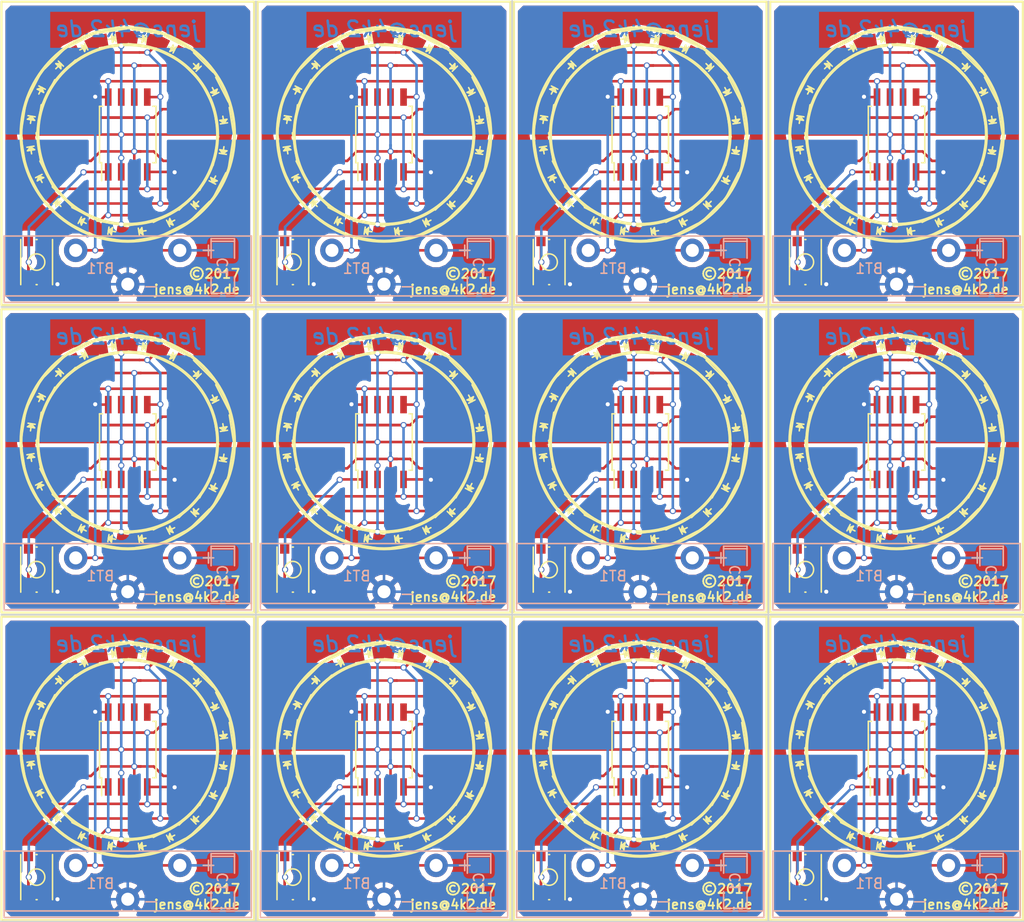
<source format=kicad_pcb>
(kicad_pcb (version 4) (host pcbnew 4.0.5)
  (title_block (title "ATTiny 20 LEDs Ring") (date 2017-03-31) (rev 1.0) (company "Jens Hauke"))
  (layers (0 F.Cu signal) (31 B.Cu signal) (34 B.Paste user) (35 F.Paste user) (36 B.SilkS user) (37 F.SilkS user) (38 B.Mask user) (39 F.Mask user) (44 Edge.Cuts user))
  (net 0 "")
  (net 1 "Net-(D1-Pad1)")
  (net 2 "Net-(IC1-Pad1)")
  (net 3 "Net-(D0-Pad2)")
  (net 4 "Net-(D0-Pad1)")
  (net 5 "Net-(D10-Pad1)")
  (net 6 "Net-(D12-Pad1)")
  (net 7 GND)
  (net 8 +3V3)
  (module LEDs:LED_0805 (layer F.Cu) (at 46.486 35.617 171)
    (fp_text reference D0 hide)
    (fp_text value LED)
    (pad 2 smd rect (at 1.04902 0 351) (size 1.19888 1.19888) (layers F.Cu F.Paste F.Mask) (net 3 "Net-(D0-Pad2)"))
    (pad 1 smd rect (at -1.04902 0 351) (size 1.19888 1.19888) (layers F.Cu F.Paste F.Mask) (net 4 "Net-(D0-Pad1)"))
  )
  (module LEDs:LED_0805 (layer F.Cu) (at 49.313 36.5354 153)
    (fp_text reference D1 hide)
    (fp_text value LED)
    (pad 2 smd rect (at 1.04902 0 333) (size 1.19888 1.19888) (layers F.Cu F.Paste F.Mask) (net 4 "Net-(D0-Pad1)"))
    (pad 1 smd rect (at -1.04902 0 333) (size 1.19888 1.19888) (layers F.Cu F.Paste F.Mask) (net 1 "Net-(D1-Pad1)"))
  )
  (module LEDs:LED_0805 (layer F.Cu) (at 51.718 38.2825 135)
    (fp_text reference D2 hide)
    (fp_text value LED)
    (pad 2 smd rect (at 1.04902 0 315) (size 1.19888 1.19888) (layers F.Cu F.Paste F.Mask) (net 1 "Net-(D1-Pad1)"))
    (pad 1 smd rect (at -1.04902 0 315) (size 1.19888 1.19888) (layers F.Cu F.Paste F.Mask) (net 5 "Net-(D10-Pad1)"))
  )
  (module LEDs:LED_0805 (layer F.Cu) (at 53.465 40.6871 117)
    (fp_text reference D3 hide)
    (fp_text value LED)
    (pad 2 smd rect (at 1.04902 0 297) (size 1.19888 1.19888) (layers F.Cu F.Paste F.Mask) (net 5 "Net-(D10-Pad1)"))
    (pad 1 smd rect (at -1.04902 0 297) (size 1.19888 1.19888) (layers F.Cu F.Paste F.Mask) (net 6 "Net-(D12-Pad1)"))
  )
  (module LEDs:LED_0805 (layer F.Cu) (at 54.383 43.5139 99)
    (fp_text reference D4 hide)
    (fp_text value LED)
    (pad 2 smd rect (at 1.04902 0 279) (size 1.19888 1.19888) (layers F.Cu F.Paste F.Mask) (net 6 "Net-(D12-Pad1)"))
    (pad 1 smd rect (at -1.04902 0 279) (size 1.19888 1.19888) (layers F.Cu F.Paste F.Mask) (net 3 "Net-(D0-Pad2)"))
  )
  (module LEDs:LED_0805 (layer F.Cu) (at 54.383 46.486 81)
    (fp_text reference D5 hide)
    (fp_text value LED)
    (pad 2 smd rect (at 1.04902 0 261) (size 1.19888 1.19888) (layers F.Cu F.Paste F.Mask) (net 3 "Net-(D0-Pad2)"))
    (pad 1 smd rect (at -1.04902 0 261) (size 1.19888 1.19888) (layers F.Cu F.Paste F.Mask) (net 1 "Net-(D1-Pad1)"))
  )
  (module LEDs:LED_0805 (layer F.Cu) (at 53.465 49.313 63)
    (fp_text reference D6 hide)
    (fp_text value LED)
    (pad 2 smd rect (at 1.04902 0 243) (size 1.19888 1.19888) (layers F.Cu F.Paste F.Mask) (net 1 "Net-(D1-Pad1)"))
    (pad 1 smd rect (at -1.04902 0 243) (size 1.19888 1.19888) (layers F.Cu F.Paste F.Mask) (net 6 "Net-(D12-Pad1)"))
  )
  (module LEDs:LED_0805 (layer F.Cu) (at 51.718 51.718 45)
    (fp_text reference D7 hide)
    (fp_text value LED)
    (pad 2 smd rect (at 1.04902 0 225) (size 1.19888 1.19888) (layers F.Cu F.Paste F.Mask) (net 6 "Net-(D12-Pad1)"))
    (pad 1 smd rect (at -1.04902 0 225) (size 1.19888 1.19888) (layers F.Cu F.Paste F.Mask) (net 4 "Net-(D0-Pad1)"))
  )
  (module LEDs:LED_0805 (layer F.Cu) (at 49.313 53.465 27)
    (fp_text reference D8 hide)
    (fp_text value LED)
    (pad 2 smd rect (at 1.04902 0 207) (size 1.19888 1.19888) (layers F.Cu F.Paste F.Mask) (net 4 "Net-(D0-Pad1)"))
    (pad 1 smd rect (at -1.04902 0 207) (size 1.19888 1.19888) (layers F.Cu F.Paste F.Mask) (net 5 "Net-(D10-Pad1)"))
  )
  (module LEDs:LED_0805 (layer F.Cu) (at 46.486 54.383 9)
    (fp_text reference D9 hide)
    (fp_text value LED)
    (pad 2 smd rect (at 1.04902 0 189) (size 1.19888 1.19888) (layers F.Cu F.Paste F.Mask) (net 5 "Net-(D10-Pad1)"))
    (pad 1 smd rect (at -1.04902 0 189) (size 1.19888 1.19888) (layers F.Cu F.Paste F.Mask) (net 3 "Net-(D0-Pad2)"))
  )
  (module LEDs:LED_0805 (layer F.Cu) (at 43.514 54.383 351)
    (fp_text reference D10 hide)
    (fp_text value LED)
    (pad 2 smd rect (at 1.04902 0 171) (size 1.19888 1.19888) (layers F.Cu F.Paste F.Mask) (net 3 "Net-(D0-Pad2)"))
    (pad 1 smd rect (at -1.04902 0 171) (size 1.19888 1.19888) (layers F.Cu F.Paste F.Mask) (net 5 "Net-(D10-Pad1)"))
  )
  (module LEDs:LED_0805 (layer F.Cu) (at 40.687 53.465 333)
    (fp_text reference D11 hide)
    (fp_text value LED)
    (pad 2 smd rect (at 1.04902 0 153) (size 1.19888 1.19888) (layers F.Cu F.Paste F.Mask) (net 5 "Net-(D10-Pad1)"))
    (pad 1 smd rect (at -1.04902 0 153) (size 1.19888 1.19888) (layers F.Cu F.Paste F.Mask) (net 4 "Net-(D0-Pad1)"))
  )
  (module LEDs:LED_0805 (layer F.Cu) (at 38.282 51.718 315)
    (fp_text reference D12 hide)
    (fp_text value LED)
    (pad 2 smd rect (at 1.04902 0 135) (size 1.19888 1.19888) (layers F.Cu F.Paste F.Mask) (net 4 "Net-(D0-Pad1)"))
    (pad 1 smd rect (at -1.04902 0 135) (size 1.19888 1.19888) (layers F.Cu F.Paste F.Mask) (net 6 "Net-(D12-Pad1)"))
  )
  (module LEDs:LED_0805 (layer F.Cu) (at 36.535 49.313 297)
    (fp_text reference D13 hide)
    (fp_text value LED)
    (pad 2 smd rect (at 1.04902 0 117) (size 1.19888 1.19888) (layers F.Cu F.Paste F.Mask) (net 6 "Net-(D12-Pad1)"))
    (pad 1 smd rect (at -1.04902 0 117) (size 1.19888 1.19888) (layers F.Cu F.Paste F.Mask) (net 1 "Net-(D1-Pad1)"))
  )
  (module LEDs:LED_0805 (layer F.Cu) (at 35.617 46.486 279)
    (fp_text reference D14 hide)
    (fp_text value LED)
    (pad 2 smd rect (at 1.04902 0 99) (size 1.19888 1.19888) (layers F.Cu F.Paste F.Mask) (net 1 "Net-(D1-Pad1)"))
    (pad 1 smd rect (at -1.04902 0 99) (size 1.19888 1.19888) (layers F.Cu F.Paste F.Mask) (net 3 "Net-(D0-Pad2)"))
  )
  (module LEDs:LED_0805 (layer F.Cu) (at 35.617 43.5139 261)
    (fp_text reference D15 hide)
    (fp_text value LED)
    (pad 2 smd rect (at 1.04902 0 81) (size 1.19888 1.19888) (layers F.Cu F.Paste F.Mask) (net 3 "Net-(D0-Pad2)"))
    (pad 1 smd rect (at -1.04902 0 81) (size 1.19888 1.19888) (layers F.Cu F.Paste F.Mask) (net 6 "Net-(D12-Pad1)"))
  )
  (module LEDs:LED_0805 (layer F.Cu) (at 36.535 40.6871 243)
    (fp_text reference D16 hide)
    (fp_text value LED)
    (pad 2 smd rect (at 1.04902 0 63) (size 1.19888 1.19888) (layers F.Cu F.Paste F.Mask) (net 6 "Net-(D12-Pad1)"))
    (pad 1 smd rect (at -1.04902 0 63) (size 1.19888 1.19888) (layers F.Cu F.Paste F.Mask) (net 5 "Net-(D10-Pad1)"))
  )
  (module LEDs:LED_0805 (layer F.Cu) (at 38.282 38.2825 225)
    (fp_text reference D17 hide)
    (fp_text value LED)
    (pad 2 smd rect (at 1.04902 0 45) (size 1.19888 1.19888) (layers F.Cu F.Paste F.Mask) (net 5 "Net-(D10-Pad1)"))
    (pad 1 smd rect (at -1.04902 0 45) (size 1.19888 1.19888) (layers F.Cu F.Paste F.Mask) (net 1 "Net-(D1-Pad1)"))
  )
  (module LEDs:LED_0805 (layer F.Cu) (at 40.687 36.5354 207)
    (fp_text reference D18 hide)
    (fp_text value LED)
    (pad 2 smd rect (at 1.04902 0 27) (size 1.19888 1.19888) (layers F.Cu F.Paste F.Mask) (net 1 "Net-(D1-Pad1)"))
    (pad 1 smd rect (at -1.04902 0 27) (size 1.19888 1.19888) (layers F.Cu F.Paste F.Mask) (net 4 "Net-(D0-Pad1)"))
  )
  (module LEDs:LED_0805 (layer F.Cu) (at 43.514 35.617 189)
    (fp_text reference D19 hide)
    (fp_text value LED)
    (pad 2 smd rect (at 1.04902 0 9) (size 1.19888 1.19888) (layers F.Cu F.Paste F.Mask) (net 4 "Net-(D0-Pad1)"))
    (pad 1 smd rect (at -1.04902 0 9) (size 1.19888 1.19888) (layers F.Cu F.Paste F.Mask) (net 3 "Net-(D0-Pad2)"))
  )
  (module SMD_Packages:SMD-1206_Pol (layer B.Cu) (at 54.324 57.903 270)
    (fp_text reference C1 (at 0 0 270) (layer B.SilkS) (effects (justify mirror)))
    (fp_text value 10µ)
    (pad 1 smd rect (at -1.651 0 270) (size 1.524 2.032) (layers B.Cu B.Paste B.Mask) (net 8 +3V3))
    (pad 2 smd rect (at 1.651 0 270) (size 1.524 2.032) (layers B.Cu B.Paste B.Mask) (net 7 GND))
  )
  (module Housings_SOIC:SOIJ-8_5.3x5.3mm_Pitch1.27mm (layer F.Cu) (at 45.053 44.949 90)
    (fp_text reference IC1 hide)
    (fp_text value ATTINY45-P)
    (pad 1 smd rect (at -3.65 -1.905 90) (size 1.7 0.65) (layers F.Cu F.Paste F.Mask) (net 2 "Net-(IC1-Pad1)"))
    (pad 2 smd rect (at -3.65 -0.635 90) (size 1.7 0.65) (layers F.Cu F.Paste F.Mask) (net 3 "Net-(D0-Pad2)"))
    (pad 3 smd rect (at -3.65 0.635 90) (size 1.7 0.65) (layers F.Cu F.Paste F.Mask) (net 1 "Net-(D1-Pad1)"))
    (pad 4 smd rect (at -3.65 1.905 90) (size 1.7 0.65) (layers F.Cu F.Paste F.Mask) (net 7 GND))
    (pad 5 smd rect (at 3.65 1.905 90) (size 1.7 0.65) (layers F.Cu F.Paste F.Mask) (net 4 "Net-(D0-Pad1)"))
    (pad 6 smd rect (at 3.65 0.635 90) (size 1.7 0.65) (layers F.Cu F.Paste F.Mask) (net 5 "Net-(D10-Pad1)"))
    (pad 7 smd rect (at 3.65 -0.635 90) (size 1.7 0.65) (layers F.Cu F.Paste F.Mask) (net 6 "Net-(D12-Pad1)"))
    (pad 8 smd rect (at 3.65 -1.905 90) (size 1.7 0.65) (layers F.Cu F.Paste F.Mask) (net 8 +3V3))
  )
  (module Buttons_Switches_SMD:SW_SPST_KMR2 (layer F.Cu) (at 36.163 57.395 90)
    (fp_text reference SW1 hide)
    (fp_text value SW_Push)
    (pad 1 smd rect (at -2.05 -0.8 180) (size 0.9 1) (layers F.Cu F.Paste F.Mask) (net 2 "Net-(IC1-Pad1)"))
    (pad 2 smd rect (at -2.05 0.8 180) (size 0.9 1) (layers F.Cu F.Paste F.Mask) (net 7 GND))
    (pad 1 smd rect (at 2.05 -0.8 180) (size 0.9 1) (layers F.Cu F.Paste F.Mask) (net 2 "Net-(IC1-Pad1)"))
    (pad 2 smd rect (at 2.05 0.8 180) (size 0.9 1) (layers F.Cu F.Paste F.Mask) (net 7 GND))
  )
  (module Connectors:CR2032V (layer B.Cu) (at 45.053 58.03)
    (fp_text reference BT1 (at -2.667 0) (layer B.SilkS) (effects (justify mirror)))
    (fp_text value Battery_Cell)
    (pad 1 thru_hole circle (at -5.08 -1.778) (size 2.286 2.286) (drill 1.27) (layers *.Cu *.Mask) (net 8 +3V3))
    (pad 1 thru_hole circle (at 5.08 -1.778) (size 2.286 2.286) (drill 1.27) (layers *.Cu *.Mask) (net 8 +3V3))
    (pad 2 thru_hole circle (at 0 1.524) (size 2.286 2.286) (drill 1.27) (layers *.Cu *.Mask) (net 7 GND))
  )
  (module LEDs:LED_0805 (layer F.Cu) (at 71.486 35.617 171)
    (fp_text reference D0 hide)
    (fp_text value LED)
    (pad 2 smd rect (at 1.04902 0 351) (size 1.19888 1.19888) (layers F.Cu F.Paste F.Mask) (net 3 "Net-(D0-Pad2)"))
    (pad 1 smd rect (at -1.04902 0 351) (size 1.19888 1.19888) (layers F.Cu F.Paste F.Mask) (net 4 "Net-(D0-Pad1)"))
  )
  (module LEDs:LED_0805 (layer F.Cu) (at 74.313 36.5354 153)
    (fp_text reference D1 hide)
    (fp_text value LED)
    (pad 2 smd rect (at 1.04902 0 333) (size 1.19888 1.19888) (layers F.Cu F.Paste F.Mask) (net 4 "Net-(D0-Pad1)"))
    (pad 1 smd rect (at -1.04902 0 333) (size 1.19888 1.19888) (layers F.Cu F.Paste F.Mask) (net 1 "Net-(D1-Pad1)"))
  )
  (module LEDs:LED_0805 (layer F.Cu) (at 76.718 38.2825 135)
    (fp_text reference D2 hide)
    (fp_text value LED)
    (pad 2 smd rect (at 1.04902 0 315) (size 1.19888 1.19888) (layers F.Cu F.Paste F.Mask) (net 1 "Net-(D1-Pad1)"))
    (pad 1 smd rect (at -1.04902 0 315) (size 1.19888 1.19888) (layers F.Cu F.Paste F.Mask) (net 5 "Net-(D10-Pad1)"))
  )
  (module LEDs:LED_0805 (layer F.Cu) (at 78.465 40.6871 117)
    (fp_text reference D3 hide)
    (fp_text value LED)
    (pad 2 smd rect (at 1.04902 0 297) (size 1.19888 1.19888) (layers F.Cu F.Paste F.Mask) (net 5 "Net-(D10-Pad1)"))
    (pad 1 smd rect (at -1.04902 0 297) (size 1.19888 1.19888) (layers F.Cu F.Paste F.Mask) (net 6 "Net-(D12-Pad1)"))
  )
  (module LEDs:LED_0805 (layer F.Cu) (at 79.383 43.5139 99)
    (fp_text reference D4 hide)
    (fp_text value LED)
    (pad 2 smd rect (at 1.04902 0 279) (size 1.19888 1.19888) (layers F.Cu F.Paste F.Mask) (net 6 "Net-(D12-Pad1)"))
    (pad 1 smd rect (at -1.04902 0 279) (size 1.19888 1.19888) (layers F.Cu F.Paste F.Mask) (net 3 "Net-(D0-Pad2)"))
  )
  (module LEDs:LED_0805 (layer F.Cu) (at 79.383 46.486 81)
    (fp_text reference D5 hide)
    (fp_text value LED)
    (pad 2 smd rect (at 1.04902 0 261) (size 1.19888 1.19888) (layers F.Cu F.Paste F.Mask) (net 3 "Net-(D0-Pad2)"))
    (pad 1 smd rect (at -1.04902 0 261) (size 1.19888 1.19888) (layers F.Cu F.Paste F.Mask) (net 1 "Net-(D1-Pad1)"))
  )
  (module LEDs:LED_0805 (layer F.Cu) (at 78.465 49.313 63)
    (fp_text reference D6 hide)
    (fp_text value LED)
    (pad 2 smd rect (at 1.04902 0 243) (size 1.19888 1.19888) (layers F.Cu F.Paste F.Mask) (net 1 "Net-(D1-Pad1)"))
    (pad 1 smd rect (at -1.04902 0 243) (size 1.19888 1.19888) (layers F.Cu F.Paste F.Mask) (net 6 "Net-(D12-Pad1)"))
  )
  (module LEDs:LED_0805 (layer F.Cu) (at 76.718 51.718 45)
    (fp_text reference D7 hide)
    (fp_text value LED)
    (pad 2 smd rect (at 1.04902 0 225) (size 1.19888 1.19888) (layers F.Cu F.Paste F.Mask) (net 6 "Net-(D12-Pad1)"))
    (pad 1 smd rect (at -1.04902 0 225) (size 1.19888 1.19888) (layers F.Cu F.Paste F.Mask) (net 4 "Net-(D0-Pad1)"))
  )
  (module LEDs:LED_0805 (layer F.Cu) (at 74.313 53.465 27)
    (fp_text reference D8 hide)
    (fp_text value LED)
    (pad 2 smd rect (at 1.04902 0 207) (size 1.19888 1.19888) (layers F.Cu F.Paste F.Mask) (net 4 "Net-(D0-Pad1)"))
    (pad 1 smd rect (at -1.04902 0 207) (size 1.19888 1.19888) (layers F.Cu F.Paste F.Mask) (net 5 "Net-(D10-Pad1)"))
  )
  (module LEDs:LED_0805 (layer F.Cu) (at 71.486 54.383 9)
    (fp_text reference D9 hide)
    (fp_text value LED)
    (pad 2 smd rect (at 1.04902 0 189) (size 1.19888 1.19888) (layers F.Cu F.Paste F.Mask) (net 5 "Net-(D10-Pad1)"))
    (pad 1 smd rect (at -1.04902 0 189) (size 1.19888 1.19888) (layers F.Cu F.Paste F.Mask) (net 3 "Net-(D0-Pad2)"))
  )
  (module LEDs:LED_0805 (layer F.Cu) (at 68.514 54.383 351)
    (fp_text reference D10 hide)
    (fp_text value LED)
    (pad 2 smd rect (at 1.04902 0 171) (size 1.19888 1.19888) (layers F.Cu F.Paste F.Mask) (net 3 "Net-(D0-Pad2)"))
    (pad 1 smd rect (at -1.04902 0 171) (size 1.19888 1.19888) (layers F.Cu F.Paste F.Mask) (net 5 "Net-(D10-Pad1)"))
  )
  (module LEDs:LED_0805 (layer F.Cu) (at 65.687 53.465 333)
    (fp_text reference D11 hide)
    (fp_text value LED)
    (pad 2 smd rect (at 1.04902 0 153) (size 1.19888 1.19888) (layers F.Cu F.Paste F.Mask) (net 5 "Net-(D10-Pad1)"))
    (pad 1 smd rect (at -1.04902 0 153) (size 1.19888 1.19888) (layers F.Cu F.Paste F.Mask) (net 4 "Net-(D0-Pad1)"))
  )
  (module LEDs:LED_0805 (layer F.Cu) (at 63.282 51.718 315)
    (fp_text reference D12 hide)
    (fp_text value LED)
    (pad 2 smd rect (at 1.04902 0 135) (size 1.19888 1.19888) (layers F.Cu F.Paste F.Mask) (net 4 "Net-(D0-Pad1)"))
    (pad 1 smd rect (at -1.04902 0 135) (size 1.19888 1.19888) (layers F.Cu F.Paste F.Mask) (net 6 "Net-(D12-Pad1)"))
  )
  (module LEDs:LED_0805 (layer F.Cu) (at 61.535 49.313 297)
    (fp_text reference D13 hide)
    (fp_text value LED)
    (pad 2 smd rect (at 1.04902 0 117) (size 1.19888 1.19888) (layers F.Cu F.Paste F.Mask) (net 6 "Net-(D12-Pad1)"))
    (pad 1 smd rect (at -1.04902 0 117) (size 1.19888 1.19888) (layers F.Cu F.Paste F.Mask) (net 1 "Net-(D1-Pad1)"))
  )
  (module LEDs:LED_0805 (layer F.Cu) (at 60.617 46.486 279)
    (fp_text reference D14 hide)
    (fp_text value LED)
    (pad 2 smd rect (at 1.04902 0 99) (size 1.19888 1.19888) (layers F.Cu F.Paste F.Mask) (net 1 "Net-(D1-Pad1)"))
    (pad 1 smd rect (at -1.04902 0 99) (size 1.19888 1.19888) (layers F.Cu F.Paste F.Mask) (net 3 "Net-(D0-Pad2)"))
  )
  (module LEDs:LED_0805 (layer F.Cu) (at 60.617 43.5139 261)
    (fp_text reference D15 hide)
    (fp_text value LED)
    (pad 2 smd rect (at 1.04902 0 81) (size 1.19888 1.19888) (layers F.Cu F.Paste F.Mask) (net 3 "Net-(D0-Pad2)"))
    (pad 1 smd rect (at -1.04902 0 81) (size 1.19888 1.19888) (layers F.Cu F.Paste F.Mask) (net 6 "Net-(D12-Pad1)"))
  )
  (module LEDs:LED_0805 (layer F.Cu) (at 61.535 40.6871 243)
    (fp_text reference D16 hide)
    (fp_text value LED)
    (pad 2 smd rect (at 1.04902 0 63) (size 1.19888 1.19888) (layers F.Cu F.Paste F.Mask) (net 6 "Net-(D12-Pad1)"))
    (pad 1 smd rect (at -1.04902 0 63) (size 1.19888 1.19888) (layers F.Cu F.Paste F.Mask) (net 5 "Net-(D10-Pad1)"))
  )
  (module LEDs:LED_0805 (layer F.Cu) (at 63.282 38.2825 225)
    (fp_text reference D17 hide)
    (fp_text value LED)
    (pad 2 smd rect (at 1.04902 0 45) (size 1.19888 1.19888) (layers F.Cu F.Paste F.Mask) (net 5 "Net-(D10-Pad1)"))
    (pad 1 smd rect (at -1.04902 0 45) (size 1.19888 1.19888) (layers F.Cu F.Paste F.Mask) (net 1 "Net-(D1-Pad1)"))
  )
  (module LEDs:LED_0805 (layer F.Cu) (at 65.687 36.5354 207)
    (fp_text reference D18 hide)
    (fp_text value LED)
    (pad 2 smd rect (at 1.04902 0 27) (size 1.19888 1.19888) (layers F.Cu F.Paste F.Mask) (net 1 "Net-(D1-Pad1)"))
    (pad 1 smd rect (at -1.04902 0 27) (size 1.19888 1.19888) (layers F.Cu F.Paste F.Mask) (net 4 "Net-(D0-Pad1)"))
  )
  (module LEDs:LED_0805 (layer F.Cu) (at 68.514 35.617 189)
    (fp_text reference D19 hide)
    (fp_text value LED)
    (pad 2 smd rect (at 1.04902 0 9) (size 1.19888 1.19888) (layers F.Cu F.Paste F.Mask) (net 4 "Net-(D0-Pad1)"))
    (pad 1 smd rect (at -1.04902 0 9) (size 1.19888 1.19888) (layers F.Cu F.Paste F.Mask) (net 3 "Net-(D0-Pad2)"))
  )
  (module SMD_Packages:SMD-1206_Pol (layer B.Cu) (at 79.324 57.903 270)
    (fp_text reference C1 (at 0 0 270) (layer B.SilkS) (effects (justify mirror)))
    (fp_text value 10µ)
    (pad 1 smd rect (at -1.651 0 270) (size 1.524 2.032) (layers B.Cu B.Paste B.Mask) (net 8 +3V3))
    (pad 2 smd rect (at 1.651 0 270) (size 1.524 2.032) (layers B.Cu B.Paste B.Mask) (net 7 GND))
  )
  (module Housings_SOIC:SOIJ-8_5.3x5.3mm_Pitch1.27mm (layer F.Cu) (at 70.053 44.949 90)
    (fp_text reference IC1 hide)
    (fp_text value ATTINY45-P)
    (pad 1 smd rect (at -3.65 -1.905 90) (size 1.7 0.65) (layers F.Cu F.Paste F.Mask) (net 2 "Net-(IC1-Pad1)"))
    (pad 2 smd rect (at -3.65 -0.635 90) (size 1.7 0.65) (layers F.Cu F.Paste F.Mask) (net 3 "Net-(D0-Pad2)"))
    (pad 3 smd rect (at -3.65 0.635 90) (size 1.7 0.65) (layers F.Cu F.Paste F.Mask) (net 1 "Net-(D1-Pad1)"))
    (pad 4 smd rect (at -3.65 1.905 90) (size 1.7 0.65) (layers F.Cu F.Paste F.Mask) (net 7 GND))
    (pad 5 smd rect (at 3.65 1.905 90) (size 1.7 0.65) (layers F.Cu F.Paste F.Mask) (net 4 "Net-(D0-Pad1)"))
    (pad 6 smd rect (at 3.65 0.635 90) (size 1.7 0.65) (layers F.Cu F.Paste F.Mask) (net 5 "Net-(D10-Pad1)"))
    (pad 7 smd rect (at 3.65 -0.635 90) (size 1.7 0.65) (layers F.Cu F.Paste F.Mask) (net 6 "Net-(D12-Pad1)"))
    (pad 8 smd rect (at 3.65 -1.905 90) (size 1.7 0.65) (layers F.Cu F.Paste F.Mask) (net 8 +3V3))
  )
  (module Buttons_Switches_SMD:SW_SPST_KMR2 (layer F.Cu) (at 61.163 57.395 90)
    (fp_text reference SW1 hide)
    (fp_text value SW_Push)
    (pad 1 smd rect (at -2.05 -0.8 180) (size 0.9 1) (layers F.Cu F.Paste F.Mask) (net 2 "Net-(IC1-Pad1)"))
    (pad 2 smd rect (at -2.05 0.8 180) (size 0.9 1) (layers F.Cu F.Paste F.Mask) (net 7 GND))
    (pad 1 smd rect (at 2.05 -0.8 180) (size 0.9 1) (layers F.Cu F.Paste F.Mask) (net 2 "Net-(IC1-Pad1)"))
    (pad 2 smd rect (at 2.05 0.8 180) (size 0.9 1) (layers F.Cu F.Paste F.Mask) (net 7 GND))
  )
  (module Connectors:CR2032V (layer B.Cu) (at 70.053 58.03)
    (fp_text reference BT1 (at -2.667 0) (layer B.SilkS) (effects (justify mirror)))
    (fp_text value Battery_Cell)
    (pad 1 thru_hole circle (at -5.08 -1.778) (size 2.286 2.286) (drill 1.27) (layers *.Cu *.Mask) (net 8 +3V3))
    (pad 1 thru_hole circle (at 5.08 -1.778) (size 2.286 2.286) (drill 1.27) (layers *.Cu *.Mask) (net 8 +3V3))
    (pad 2 thru_hole circle (at 0 1.524) (size 2.286 2.286) (drill 1.27) (layers *.Cu *.Mask) (net 7 GND))
  )
  (module LEDs:LED_0805 (layer F.Cu) (at 96.486 35.617 171)
    (fp_text reference D0 hide)
    (fp_text value LED)
    (pad 2 smd rect (at 1.04902 0 351) (size 1.19888 1.19888) (layers F.Cu F.Paste F.Mask) (net 3 "Net-(D0-Pad2)"))
    (pad 1 smd rect (at -1.04902 0 351) (size 1.19888 1.19888) (layers F.Cu F.Paste F.Mask) (net 4 "Net-(D0-Pad1)"))
  )
  (module LEDs:LED_0805 (layer F.Cu) (at 99.313 36.5354 153)
    (fp_text reference D1 hide)
    (fp_text value LED)
    (pad 2 smd rect (at 1.04902 0 333) (size 1.19888 1.19888) (layers F.Cu F.Paste F.Mask) (net 4 "Net-(D0-Pad1)"))
    (pad 1 smd rect (at -1.04902 0 333) (size 1.19888 1.19888) (layers F.Cu F.Paste F.Mask) (net 1 "Net-(D1-Pad1)"))
  )
  (module LEDs:LED_0805 (layer F.Cu) (at 101.718 38.2825 135)
    (fp_text reference D2 hide)
    (fp_text value LED)
    (pad 2 smd rect (at 1.04902 0 315) (size 1.19888 1.19888) (layers F.Cu F.Paste F.Mask) (net 1 "Net-(D1-Pad1)"))
    (pad 1 smd rect (at -1.04902 0 315) (size 1.19888 1.19888) (layers F.Cu F.Paste F.Mask) (net 5 "Net-(D10-Pad1)"))
  )
  (module LEDs:LED_0805 (layer F.Cu) (at 103.465 40.6871 117)
    (fp_text reference D3 hide)
    (fp_text value LED)
    (pad 2 smd rect (at 1.04902 0 297) (size 1.19888 1.19888) (layers F.Cu F.Paste F.Mask) (net 5 "Net-(D10-Pad1)"))
    (pad 1 smd rect (at -1.04902 0 297) (size 1.19888 1.19888) (layers F.Cu F.Paste F.Mask) (net 6 "Net-(D12-Pad1)"))
  )
  (module LEDs:LED_0805 (layer F.Cu) (at 104.383 43.5139 99)
    (fp_text reference D4 hide)
    (fp_text value LED)
    (pad 2 smd rect (at 1.04902 0 279) (size 1.19888 1.19888) (layers F.Cu F.Paste F.Mask) (net 6 "Net-(D12-Pad1)"))
    (pad 1 smd rect (at -1.04902 0 279) (size 1.19888 1.19888) (layers F.Cu F.Paste F.Mask) (net 3 "Net-(D0-Pad2)"))
  )
  (module LEDs:LED_0805 (layer F.Cu) (at 104.383 46.486 81)
    (fp_text reference D5 hide)
    (fp_text value LED)
    (pad 2 smd rect (at 1.04902 0 261) (size 1.19888 1.19888) (layers F.Cu F.Paste F.Mask) (net 3 "Net-(D0-Pad2)"))
    (pad 1 smd rect (at -1.04902 0 261) (size 1.19888 1.19888) (layers F.Cu F.Paste F.Mask) (net 1 "Net-(D1-Pad1)"))
  )
  (module LEDs:LED_0805 (layer F.Cu) (at 103.465 49.313 63)
    (fp_text reference D6 hide)
    (fp_text value LED)
    (pad 2 smd rect (at 1.04902 0 243) (size 1.19888 1.19888) (layers F.Cu F.Paste F.Mask) (net 1 "Net-(D1-Pad1)"))
    (pad 1 smd rect (at -1.04902 0 243) (size 1.19888 1.19888) (layers F.Cu F.Paste F.Mask) (net 6 "Net-(D12-Pad1)"))
  )
  (module LEDs:LED_0805 (layer F.Cu) (at 101.718 51.718 45)
    (fp_text reference D7 hide)
    (fp_text value LED)
    (pad 2 smd rect (at 1.04902 0 225) (size 1.19888 1.19888) (layers F.Cu F.Paste F.Mask) (net 6 "Net-(D12-Pad1)"))
    (pad 1 smd rect (at -1.04902 0 225) (size 1.19888 1.19888) (layers F.Cu F.Paste F.Mask) (net 4 "Net-(D0-Pad1)"))
  )
  (module LEDs:LED_0805 (layer F.Cu) (at 99.313 53.465 27)
    (fp_text reference D8 hide)
    (fp_text value LED)
    (pad 2 smd rect (at 1.04902 0 207) (size 1.19888 1.19888) (layers F.Cu F.Paste F.Mask) (net 4 "Net-(D0-Pad1)"))
    (pad 1 smd rect (at -1.04902 0 207) (size 1.19888 1.19888) (layers F.Cu F.Paste F.Mask) (net 5 "Net-(D10-Pad1)"))
  )
  (module LEDs:LED_0805 (layer F.Cu) (at 96.486 54.383 9)
    (fp_text reference D9 hide)
    (fp_text value LED)
    (pad 2 smd rect (at 1.04902 0 189) (size 1.19888 1.19888) (layers F.Cu F.Paste F.Mask) (net 5 "Net-(D10-Pad1)"))
    (pad 1 smd rect (at -1.04902 0 189) (size 1.19888 1.19888) (layers F.Cu F.Paste F.Mask) (net 3 "Net-(D0-Pad2)"))
  )
  (module LEDs:LED_0805 (layer F.Cu) (at 93.514 54.383 351)
    (fp_text reference D10 hide)
    (fp_text value LED)
    (pad 2 smd rect (at 1.04902 0 171) (size 1.19888 1.19888) (layers F.Cu F.Paste F.Mask) (net 3 "Net-(D0-Pad2)"))
    (pad 1 smd rect (at -1.04902 0 171) (size 1.19888 1.19888) (layers F.Cu F.Paste F.Mask) (net 5 "Net-(D10-Pad1)"))
  )
  (module LEDs:LED_0805 (layer F.Cu) (at 90.687 53.465 333)
    (fp_text reference D11 hide)
    (fp_text value LED)
    (pad 2 smd rect (at 1.04902 0 153) (size 1.19888 1.19888) (layers F.Cu F.Paste F.Mask) (net 5 "Net-(D10-Pad1)"))
    (pad 1 smd rect (at -1.04902 0 153) (size 1.19888 1.19888) (layers F.Cu F.Paste F.Mask) (net 4 "Net-(D0-Pad1)"))
  )
  (module LEDs:LED_0805 (layer F.Cu) (at 88.282 51.718 315)
    (fp_text reference D12 hide)
    (fp_text value LED)
    (pad 2 smd rect (at 1.04902 0 135) (size 1.19888 1.19888) (layers F.Cu F.Paste F.Mask) (net 4 "Net-(D0-Pad1)"))
    (pad 1 smd rect (at -1.04902 0 135) (size 1.19888 1.19888) (layers F.Cu F.Paste F.Mask) (net 6 "Net-(D12-Pad1)"))
  )
  (module LEDs:LED_0805 (layer F.Cu) (at 86.535 49.313 297)
    (fp_text reference D13 hide)
    (fp_text value LED)
    (pad 2 smd rect (at 1.04902 0 117) (size 1.19888 1.19888) (layers F.Cu F.Paste F.Mask) (net 6 "Net-(D12-Pad1)"))
    (pad 1 smd rect (at -1.04902 0 117) (size 1.19888 1.19888) (layers F.Cu F.Paste F.Mask) (net 1 "Net-(D1-Pad1)"))
  )
  (module LEDs:LED_0805 (layer F.Cu) (at 85.617 46.486 279)
    (fp_text reference D14 hide)
    (fp_text value LED)
    (pad 2 smd rect (at 1.04902 0 99) (size 1.19888 1.19888) (layers F.Cu F.Paste F.Mask) (net 1 "Net-(D1-Pad1)"))
    (pad 1 smd rect (at -1.04902 0 99) (size 1.19888 1.19888) (layers F.Cu F.Paste F.Mask) (net 3 "Net-(D0-Pad2)"))
  )
  (module LEDs:LED_0805 (layer F.Cu) (at 85.617 43.5139 261)
    (fp_text reference D15 hide)
    (fp_text value LED)
    (pad 2 smd rect (at 1.04902 0 81) (size 1.19888 1.19888) (layers F.Cu F.Paste F.Mask) (net 3 "Net-(D0-Pad2)"))
    (pad 1 smd rect (at -1.04902 0 81) (size 1.19888 1.19888) (layers F.Cu F.Paste F.Mask) (net 6 "Net-(D12-Pad1)"))
  )
  (module LEDs:LED_0805 (layer F.Cu) (at 86.535 40.6871 243)
    (fp_text reference D16 hide)
    (fp_text value LED)
    (pad 2 smd rect (at 1.04902 0 63) (size 1.19888 1.19888) (layers F.Cu F.Paste F.Mask) (net 6 "Net-(D12-Pad1)"))
    (pad 1 smd rect (at -1.04902 0 63) (size 1.19888 1.19888) (layers F.Cu F.Paste F.Mask) (net 5 "Net-(D10-Pad1)"))
  )
  (module LEDs:LED_0805 (layer F.Cu) (at 88.282 38.2825 225)
    (fp_text reference D17 hide)
    (fp_text value LED)
    (pad 2 smd rect (at 1.04902 0 45) (size 1.19888 1.19888) (layers F.Cu F.Paste F.Mask) (net 5 "Net-(D10-Pad1)"))
    (pad 1 smd rect (at -1.04902 0 45) (size 1.19888 1.19888) (layers F.Cu F.Paste F.Mask) (net 1 "Net-(D1-Pad1)"))
  )
  (module LEDs:LED_0805 (layer F.Cu) (at 90.687 36.5354 207)
    (fp_text reference D18 hide)
    (fp_text value LED)
    (pad 2 smd rect (at 1.04902 0 27) (size 1.19888 1.19888) (layers F.Cu F.Paste F.Mask) (net 1 "Net-(D1-Pad1)"))
    (pad 1 smd rect (at -1.04902 0 27) (size 1.19888 1.19888) (layers F.Cu F.Paste F.Mask) (net 4 "Net-(D0-Pad1)"))
  )
  (module LEDs:LED_0805 (layer F.Cu) (at 93.514 35.617 189)
    (fp_text reference D19 hide)
    (fp_text value LED)
    (pad 2 smd rect (at 1.04902 0 9) (size 1.19888 1.19888) (layers F.Cu F.Paste F.Mask) (net 4 "Net-(D0-Pad1)"))
    (pad 1 smd rect (at -1.04902 0 9) (size 1.19888 1.19888) (layers F.Cu F.Paste F.Mask) (net 3 "Net-(D0-Pad2)"))
  )
  (module SMD_Packages:SMD-1206_Pol (layer B.Cu) (at 104.324 57.903 270)
    (fp_text reference C1 (at 0 0 270) (layer B.SilkS) (effects (justify mirror)))
    (fp_text value 10µ)
    (pad 1 smd rect (at -1.651 0 270) (size 1.524 2.032) (layers B.Cu B.Paste B.Mask) (net 8 +3V3))
    (pad 2 smd rect (at 1.651 0 270) (size 1.524 2.032) (layers B.Cu B.Paste B.Mask) (net 7 GND))
  )
  (module Housings_SOIC:SOIJ-8_5.3x5.3mm_Pitch1.27mm (layer F.Cu) (at 95.053 44.949 90)
    (fp_text reference IC1 hide)
    (fp_text value ATTINY45-P)
    (pad 1 smd rect (at -3.65 -1.905 90) (size 1.7 0.65) (layers F.Cu F.Paste F.Mask) (net 2 "Net-(IC1-Pad1)"))
    (pad 2 smd rect (at -3.65 -0.635 90) (size 1.7 0.65) (layers F.Cu F.Paste F.Mask) (net 3 "Net-(D0-Pad2)"))
    (pad 3 smd rect (at -3.65 0.635 90) (size 1.7 0.65) (layers F.Cu F.Paste F.Mask) (net 1 "Net-(D1-Pad1)"))
    (pad 4 smd rect (at -3.65 1.905 90) (size 1.7 0.65) (layers F.Cu F.Paste F.Mask) (net 7 GND))
    (pad 5 smd rect (at 3.65 1.905 90) (size 1.7 0.65) (layers F.Cu F.Paste F.Mask) (net 4 "Net-(D0-Pad1)"))
    (pad 6 smd rect (at 3.65 0.635 90) (size 1.7 0.65) (layers F.Cu F.Paste F.Mask) (net 5 "Net-(D10-Pad1)"))
    (pad 7 smd rect (at 3.65 -0.635 90) (size 1.7 0.65) (layers F.Cu F.Paste F.Mask) (net 6 "Net-(D12-Pad1)"))
    (pad 8 smd rect (at 3.65 -1.905 90) (size 1.7 0.65) (layers F.Cu F.Paste F.Mask) (net 8 +3V3))
  )
  (module Buttons_Switches_SMD:SW_SPST_KMR2 (layer F.Cu) (at 86.163 57.395 90)
    (fp_text reference SW1 hide)
    (fp_text value SW_Push)
    (pad 1 smd rect (at -2.05 -0.8 180) (size 0.9 1) (layers F.Cu F.Paste F.Mask) (net 2 "Net-(IC1-Pad1)"))
    (pad 2 smd rect (at -2.05 0.8 180) (size 0.9 1) (layers F.Cu F.Paste F.Mask) (net 7 GND))
    (pad 1 smd rect (at 2.05 -0.8 180) (size 0.9 1) (layers F.Cu F.Paste F.Mask) (net 2 "Net-(IC1-Pad1)"))
    (pad 2 smd rect (at 2.05 0.8 180) (size 0.9 1) (layers F.Cu F.Paste F.Mask) (net 7 GND))
  )
  (module Connectors:CR2032V (layer B.Cu) (at 95.053 58.03)
    (fp_text reference BT1 (at -2.667 0) (layer B.SilkS) (effects (justify mirror)))
    (fp_text value Battery_Cell)
    (pad 1 thru_hole circle (at -5.08 -1.778) (size 2.286 2.286) (drill 1.27) (layers *.Cu *.Mask) (net 8 +3V3))
    (pad 1 thru_hole circle (at 5.08 -1.778) (size 2.286 2.286) (drill 1.27) (layers *.Cu *.Mask) (net 8 +3V3))
    (pad 2 thru_hole circle (at 0 1.524) (size 2.286 2.286) (drill 1.27) (layers *.Cu *.Mask) (net 7 GND))
  )
  (module LEDs:LED_0805 (layer F.Cu) (at 121.486 35.617 171)
    (fp_text reference D0 hide)
    (fp_text value LED)
    (pad 2 smd rect (at 1.04902 0 351) (size 1.19888 1.19888) (layers F.Cu F.Paste F.Mask) (net 3 "Net-(D0-Pad2)"))
    (pad 1 smd rect (at -1.04902 0 351) (size 1.19888 1.19888) (layers F.Cu F.Paste F.Mask) (net 4 "Net-(D0-Pad1)"))
  )
  (module LEDs:LED_0805 (layer F.Cu) (at 124.313 36.5354 153)
    (fp_text reference D1 hide)
    (fp_text value LED)
    (pad 2 smd rect (at 1.04902 0 333) (size 1.19888 1.19888) (layers F.Cu F.Paste F.Mask) (net 4 "Net-(D0-Pad1)"))
    (pad 1 smd rect (at -1.04902 0 333) (size 1.19888 1.19888) (layers F.Cu F.Paste F.Mask) (net 1 "Net-(D1-Pad1)"))
  )
  (module LEDs:LED_0805 (layer F.Cu) (at 126.718 38.2825 135)
    (fp_text reference D2 hide)
    (fp_text value LED)
    (pad 2 smd rect (at 1.04902 0 315) (size 1.19888 1.19888) (layers F.Cu F.Paste F.Mask) (net 1 "Net-(D1-Pad1)"))
    (pad 1 smd rect (at -1.04902 0 315) (size 1.19888 1.19888) (layers F.Cu F.Paste F.Mask) (net 5 "Net-(D10-Pad1)"))
  )
  (module LEDs:LED_0805 (layer F.Cu) (at 128.465 40.6871 117)
    (fp_text reference D3 hide)
    (fp_text value LED)
    (pad 2 smd rect (at 1.04902 0 297) (size 1.19888 1.19888) (layers F.Cu F.Paste F.Mask) (net 5 "Net-(D10-Pad1)"))
    (pad 1 smd rect (at -1.04902 0 297) (size 1.19888 1.19888) (layers F.Cu F.Paste F.Mask) (net 6 "Net-(D12-Pad1)"))
  )
  (module LEDs:LED_0805 (layer F.Cu) (at 129.383 43.5139 99)
    (fp_text reference D4 hide)
    (fp_text value LED)
    (pad 2 smd rect (at 1.04902 0 279) (size 1.19888 1.19888) (layers F.Cu F.Paste F.Mask) (net 6 "Net-(D12-Pad1)"))
    (pad 1 smd rect (at -1.04902 0 279) (size 1.19888 1.19888) (layers F.Cu F.Paste F.Mask) (net 3 "Net-(D0-Pad2)"))
  )
  (module LEDs:LED_0805 (layer F.Cu) (at 129.383 46.486 81)
    (fp_text reference D5 hide)
    (fp_text value LED)
    (pad 2 smd rect (at 1.04902 0 261) (size 1.19888 1.19888) (layers F.Cu F.Paste F.Mask) (net 3 "Net-(D0-Pad2)"))
    (pad 1 smd rect (at -1.04902 0 261) (size 1.19888 1.19888) (layers F.Cu F.Paste F.Mask) (net 1 "Net-(D1-Pad1)"))
  )
  (module LEDs:LED_0805 (layer F.Cu) (at 128.465 49.313 63)
    (fp_text reference D6 hide)
    (fp_text value LED)
    (pad 2 smd rect (at 1.04902 0 243) (size 1.19888 1.19888) (layers F.Cu F.Paste F.Mask) (net 1 "Net-(D1-Pad1)"))
    (pad 1 smd rect (at -1.04902 0 243) (size 1.19888 1.19888) (layers F.Cu F.Paste F.Mask) (net 6 "Net-(D12-Pad1)"))
  )
  (module LEDs:LED_0805 (layer F.Cu) (at 126.718 51.718 45)
    (fp_text reference D7 hide)
    (fp_text value LED)
    (pad 2 smd rect (at 1.04902 0 225) (size 1.19888 1.19888) (layers F.Cu F.Paste F.Mask) (net 6 "Net-(D12-Pad1)"))
    (pad 1 smd rect (at -1.04902 0 225) (size 1.19888 1.19888) (layers F.Cu F.Paste F.Mask) (net 4 "Net-(D0-Pad1)"))
  )
  (module LEDs:LED_0805 (layer F.Cu) (at 124.313 53.465 27)
    (fp_text reference D8 hide)
    (fp_text value LED)
    (pad 2 smd rect (at 1.04902 0 207) (size 1.19888 1.19888) (layers F.Cu F.Paste F.Mask) (net 4 "Net-(D0-Pad1)"))
    (pad 1 smd rect (at -1.04902 0 207) (size 1.19888 1.19888) (layers F.Cu F.Paste F.Mask) (net 5 "Net-(D10-Pad1)"))
  )
  (module LEDs:LED_0805 (layer F.Cu) (at 121.486 54.383 9)
    (fp_text reference D9 hide)
    (fp_text value LED)
    (pad 2 smd rect (at 1.04902 0 189) (size 1.19888 1.19888) (layers F.Cu F.Paste F.Mask) (net 5 "Net-(D10-Pad1)"))
    (pad 1 smd rect (at -1.04902 0 189) (size 1.19888 1.19888) (layers F.Cu F.Paste F.Mask) (net 3 "Net-(D0-Pad2)"))
  )
  (module LEDs:LED_0805 (layer F.Cu) (at 118.514 54.383 351)
    (fp_text reference D10 hide)
    (fp_text value LED)
    (pad 2 smd rect (at 1.04902 0 171) (size 1.19888 1.19888) (layers F.Cu F.Paste F.Mask) (net 3 "Net-(D0-Pad2)"))
    (pad 1 smd rect (at -1.04902 0 171) (size 1.19888 1.19888) (layers F.Cu F.Paste F.Mask) (net 5 "Net-(D10-Pad1)"))
  )
  (module LEDs:LED_0805 (layer F.Cu) (at 115.687 53.465 333)
    (fp_text reference D11 hide)
    (fp_text value LED)
    (pad 2 smd rect (at 1.04902 0 153) (size 1.19888 1.19888) (layers F.Cu F.Paste F.Mask) (net 5 "Net-(D10-Pad1)"))
    (pad 1 smd rect (at -1.04902 0 153) (size 1.19888 1.19888) (layers F.Cu F.Paste F.Mask) (net 4 "Net-(D0-Pad1)"))
  )
  (module LEDs:LED_0805 (layer F.Cu) (at 113.282 51.718 315)
    (fp_text reference D12 hide)
    (fp_text value LED)
    (pad 2 smd rect (at 1.04902 0 135) (size 1.19888 1.19888) (layers F.Cu F.Paste F.Mask) (net 4 "Net-(D0-Pad1)"))
    (pad 1 smd rect (at -1.04902 0 135) (size 1.19888 1.19888) (layers F.Cu F.Paste F.Mask) (net 6 "Net-(D12-Pad1)"))
  )
  (module LEDs:LED_0805 (layer F.Cu) (at 111.535 49.313 297)
    (fp_text reference D13 hide)
    (fp_text value LED)
    (pad 2 smd rect (at 1.04902 0 117) (size 1.19888 1.19888) (layers F.Cu F.Paste F.Mask) (net 6 "Net-(D12-Pad1)"))
    (pad 1 smd rect (at -1.04902 0 117) (size 1.19888 1.19888) (layers F.Cu F.Paste F.Mask) (net 1 "Net-(D1-Pad1)"))
  )
  (module LEDs:LED_0805 (layer F.Cu) (at 110.617 46.486 279)
    (fp_text reference D14 hide)
    (fp_text value LED)
    (pad 2 smd rect (at 1.04902 0 99) (size 1.19888 1.19888) (layers F.Cu F.Paste F.Mask) (net 1 "Net-(D1-Pad1)"))
    (pad 1 smd rect (at -1.04902 0 99) (size 1.19888 1.19888) (layers F.Cu F.Paste F.Mask) (net 3 "Net-(D0-Pad2)"))
  )
  (module LEDs:LED_0805 (layer F.Cu) (at 110.617 43.5139 261)
    (fp_text reference D15 hide)
    (fp_text value LED)
    (pad 2 smd rect (at 1.04902 0 81) (size 1.19888 1.19888) (layers F.Cu F.Paste F.Mask) (net 3 "Net-(D0-Pad2)"))
    (pad 1 smd rect (at -1.04902 0 81) (size 1.19888 1.19888) (layers F.Cu F.Paste F.Mask) (net 6 "Net-(D12-Pad1)"))
  )
  (module LEDs:LED_0805 (layer F.Cu) (at 111.535 40.6871 243)
    (fp_text reference D16 hide)
    (fp_text value LED)
    (pad 2 smd rect (at 1.04902 0 63) (size 1.19888 1.19888) (layers F.Cu F.Paste F.Mask) (net 6 "Net-(D12-Pad1)"))
    (pad 1 smd rect (at -1.04902 0 63) (size 1.19888 1.19888) (layers F.Cu F.Paste F.Mask) (net 5 "Net-(D10-Pad1)"))
  )
  (module LEDs:LED_0805 (layer F.Cu) (at 113.282 38.2825 225)
    (fp_text reference D17 hide)
    (fp_text value LED)
    (pad 2 smd rect (at 1.04902 0 45) (size 1.19888 1.19888) (layers F.Cu F.Paste F.Mask) (net 5 "Net-(D10-Pad1)"))
    (pad 1 smd rect (at -1.04902 0 45) (size 1.19888 1.19888) (layers F.Cu F.Paste F.Mask) (net 1 "Net-(D1-Pad1)"))
  )
  (module LEDs:LED_0805 (layer F.Cu) (at 115.687 36.5354 207)
    (fp_text reference D18 hide)
    (fp_text value LED)
    (pad 2 smd rect (at 1.04902 0 27) (size 1.19888 1.19888) (layers F.Cu F.Paste F.Mask) (net 1 "Net-(D1-Pad1)"))
    (pad 1 smd rect (at -1.04902 0 27) (size 1.19888 1.19888) (layers F.Cu F.Paste F.Mask) (net 4 "Net-(D0-Pad1)"))
  )
  (module LEDs:LED_0805 (layer F.Cu) (at 118.514 35.617 189)
    (fp_text reference D19 hide)
    (fp_text value LED)
    (pad 2 smd rect (at 1.04902 0 9) (size 1.19888 1.19888) (layers F.Cu F.Paste F.Mask) (net 4 "Net-(D0-Pad1)"))
    (pad 1 smd rect (at -1.04902 0 9) (size 1.19888 1.19888) (layers F.Cu F.Paste F.Mask) (net 3 "Net-(D0-Pad2)"))
  )
  (module SMD_Packages:SMD-1206_Pol (layer B.Cu) (at 129.324 57.903 270)
    (fp_text reference C1 (at 0 0 270) (layer B.SilkS) (effects (justify mirror)))
    (fp_text value 10µ)
    (pad 1 smd rect (at -1.651 0 270) (size 1.524 2.032) (layers B.Cu B.Paste B.Mask) (net 8 +3V3))
    (pad 2 smd rect (at 1.651 0 270) (size 1.524 2.032) (layers B.Cu B.Paste B.Mask) (net 7 GND))
  )
  (module Housings_SOIC:SOIJ-8_5.3x5.3mm_Pitch1.27mm (layer F.Cu) (at 120.053 44.949 90)
    (fp_text reference IC1 hide)
    (fp_text value ATTINY45-P)
    (pad 1 smd rect (at -3.65 -1.905 90) (size 1.7 0.65) (layers F.Cu F.Paste F.Mask) (net 2 "Net-(IC1-Pad1)"))
    (pad 2 smd rect (at -3.65 -0.635 90) (size 1.7 0.65) (layers F.Cu F.Paste F.Mask) (net 3 "Net-(D0-Pad2)"))
    (pad 3 smd rect (at -3.65 0.635 90) (size 1.7 0.65) (layers F.Cu F.Paste F.Mask) (net 1 "Net-(D1-Pad1)"))
    (pad 4 smd rect (at -3.65 1.905 90) (size 1.7 0.65) (layers F.Cu F.Paste F.Mask) (net 7 GND))
    (pad 5 smd rect (at 3.65 1.905 90) (size 1.7 0.65) (layers F.Cu F.Paste F.Mask) (net 4 "Net-(D0-Pad1)"))
    (pad 6 smd rect (at 3.65 0.635 90) (size 1.7 0.65) (layers F.Cu F.Paste F.Mask) (net 5 "Net-(D10-Pad1)"))
    (pad 7 smd rect (at 3.65 -0.635 90) (size 1.7 0.65) (layers F.Cu F.Paste F.Mask) (net 6 "Net-(D12-Pad1)"))
    (pad 8 smd rect (at 3.65 -1.905 90) (size 1.7 0.65) (layers F.Cu F.Paste F.Mask) (net 8 +3V3))
  )
  (module Buttons_Switches_SMD:SW_SPST_KMR2 (layer F.Cu) (at 111.163 57.395 90)
    (fp_text reference SW1 hide)
    (fp_text value SW_Push)
    (pad 1 smd rect (at -2.05 -0.8 180) (size 0.9 1) (layers F.Cu F.Paste F.Mask) (net 2 "Net-(IC1-Pad1)"))
    (pad 2 smd rect (at -2.05 0.8 180) (size 0.9 1) (layers F.Cu F.Paste F.Mask) (net 7 GND))
    (pad 1 smd rect (at 2.05 -0.8 180) (size 0.9 1) (layers F.Cu F.Paste F.Mask) (net 2 "Net-(IC1-Pad1)"))
    (pad 2 smd rect (at 2.05 0.8 180) (size 0.9 1) (layers F.Cu F.Paste F.Mask) (net 7 GND))
  )
  (module Connectors:CR2032V (layer B.Cu) (at 120.053 58.03)
    (fp_text reference BT1 (at -2.667 0) (layer B.SilkS) (effects (justify mirror)))
    (fp_text value Battery_Cell)
    (pad 1 thru_hole circle (at -5.08 -1.778) (size 2.286 2.286) (drill 1.27) (layers *.Cu *.Mask) (net 8 +3V3))
    (pad 1 thru_hole circle (at 5.08 -1.778) (size 2.286 2.286) (drill 1.27) (layers *.Cu *.Mask) (net 8 +3V3))
    (pad 2 thru_hole circle (at 0 1.524) (size 2.286 2.286) (drill 1.27) (layers *.Cu *.Mask) (net 7 GND))
  )
  (module LEDs:LED_0805 (layer F.Cu) (at 46.486 65.617 171)
    (fp_text reference D0 hide)
    (fp_text value LED)
    (pad 2 smd rect (at 1.04902 0 351) (size 1.19888 1.19888) (layers F.Cu F.Paste F.Mask) (net 3 "Net-(D0-Pad2)"))
    (pad 1 smd rect (at -1.04902 0 351) (size 1.19888 1.19888) (layers F.Cu F.Paste F.Mask) (net 4 "Net-(D0-Pad1)"))
  )
  (module LEDs:LED_0805 (layer F.Cu) (at 49.313 66.5354 153)
    (fp_text reference D1 hide)
    (fp_text value LED)
    (pad 2 smd rect (at 1.04902 0 333) (size 1.19888 1.19888) (layers F.Cu F.Paste F.Mask) (net 4 "Net-(D0-Pad1)"))
    (pad 1 smd rect (at -1.04902 0 333) (size 1.19888 1.19888) (layers F.Cu F.Paste F.Mask) (net 1 "Net-(D1-Pad1)"))
  )
  (module LEDs:LED_0805 (layer F.Cu) (at 51.718 68.2825 135)
    (fp_text reference D2 hide)
    (fp_text value LED)
    (pad 2 smd rect (at 1.04902 0 315) (size 1.19888 1.19888) (layers F.Cu F.Paste F.Mask) (net 1 "Net-(D1-Pad1)"))
    (pad 1 smd rect (at -1.04902 0 315) (size 1.19888 1.19888) (layers F.Cu F.Paste F.Mask) (net 5 "Net-(D10-Pad1)"))
  )
  (module LEDs:LED_0805 (layer F.Cu) (at 53.465 70.6871 117)
    (fp_text reference D3 hide)
    (fp_text value LED)
    (pad 2 smd rect (at 1.04902 0 297) (size 1.19888 1.19888) (layers F.Cu F.Paste F.Mask) (net 5 "Net-(D10-Pad1)"))
    (pad 1 smd rect (at -1.04902 0 297) (size 1.19888 1.19888) (layers F.Cu F.Paste F.Mask) (net 6 "Net-(D12-Pad1)"))
  )
  (module LEDs:LED_0805 (layer F.Cu) (at 54.383 73.5139 99)
    (fp_text reference D4 hide)
    (fp_text value LED)
    (pad 2 smd rect (at 1.04902 0 279) (size 1.19888 1.19888) (layers F.Cu F.Paste F.Mask) (net 6 "Net-(D12-Pad1)"))
    (pad 1 smd rect (at -1.04902 0 279) (size 1.19888 1.19888) (layers F.Cu F.Paste F.Mask) (net 3 "Net-(D0-Pad2)"))
  )
  (module LEDs:LED_0805 (layer F.Cu) (at 54.383 76.486 81)
    (fp_text reference D5 hide)
    (fp_text value LED)
    (pad 2 smd rect (at 1.04902 0 261) (size 1.19888 1.19888) (layers F.Cu F.Paste F.Mask) (net 3 "Net-(D0-Pad2)"))
    (pad 1 smd rect (at -1.04902 0 261) (size 1.19888 1.19888) (layers F.Cu F.Paste F.Mask) (net 1 "Net-(D1-Pad1)"))
  )
  (module LEDs:LED_0805 (layer F.Cu) (at 53.465 79.313 63)
    (fp_text reference D6 hide)
    (fp_text value LED)
    (pad 2 smd rect (at 1.04902 0 243) (size 1.19888 1.19888) (layers F.Cu F.Paste F.Mask) (net 1 "Net-(D1-Pad1)"))
    (pad 1 smd rect (at -1.04902 0 243) (size 1.19888 1.19888) (layers F.Cu F.Paste F.Mask) (net 6 "Net-(D12-Pad1)"))
  )
  (module LEDs:LED_0805 (layer F.Cu) (at 51.718 81.718 45)
    (fp_text reference D7 hide)
    (fp_text value LED)
    (pad 2 smd rect (at 1.04902 0 225) (size 1.19888 1.19888) (layers F.Cu F.Paste F.Mask) (net 6 "Net-(D12-Pad1)"))
    (pad 1 smd rect (at -1.04902 0 225) (size 1.19888 1.19888) (layers F.Cu F.Paste F.Mask) (net 4 "Net-(D0-Pad1)"))
  )
  (module LEDs:LED_0805 (layer F.Cu) (at 49.313 83.465 27)
    (fp_text reference D8 hide)
    (fp_text value LED)
    (pad 2 smd rect (at 1.04902 0 207) (size 1.19888 1.19888) (layers F.Cu F.Paste F.Mask) (net 4 "Net-(D0-Pad1)"))
    (pad 1 smd rect (at -1.04902 0 207) (size 1.19888 1.19888) (layers F.Cu F.Paste F.Mask) (net 5 "Net-(D10-Pad1)"))
  )
  (module LEDs:LED_0805 (layer F.Cu) (at 46.486 84.383 9)
    (fp_text reference D9 hide)
    (fp_text value LED)
    (pad 2 smd rect (at 1.04902 0 189) (size 1.19888 1.19888) (layers F.Cu F.Paste F.Mask) (net 5 "Net-(D10-Pad1)"))
    (pad 1 smd rect (at -1.04902 0 189) (size 1.19888 1.19888) (layers F.Cu F.Paste F.Mask) (net 3 "Net-(D0-Pad2)"))
  )
  (module LEDs:LED_0805 (layer F.Cu) (at 43.514 84.383 351)
    (fp_text reference D10 hide)
    (fp_text value LED)
    (pad 2 smd rect (at 1.04902 0 171) (size 1.19888 1.19888) (layers F.Cu F.Paste F.Mask) (net 3 "Net-(D0-Pad2)"))
    (pad 1 smd rect (at -1.04902 0 171) (size 1.19888 1.19888) (layers F.Cu F.Paste F.Mask) (net 5 "Net-(D10-Pad1)"))
  )
  (module LEDs:LED_0805 (layer F.Cu) (at 40.687 83.465 333)
    (fp_text reference D11 hide)
    (fp_text value LED)
    (pad 2 smd rect (at 1.04902 0 153) (size 1.19888 1.19888) (layers F.Cu F.Paste F.Mask) (net 5 "Net-(D10-Pad1)"))
    (pad 1 smd rect (at -1.04902 0 153) (size 1.19888 1.19888) (layers F.Cu F.Paste F.Mask) (net 4 "Net-(D0-Pad1)"))
  )
  (module LEDs:LED_0805 (layer F.Cu) (at 38.282 81.718 315)
    (fp_text reference D12 hide)
    (fp_text value LED)
    (pad 2 smd rect (at 1.04902 0 135) (size 1.19888 1.19888) (layers F.Cu F.Paste F.Mask) (net 4 "Net-(D0-Pad1)"))
    (pad 1 smd rect (at -1.04902 0 135) (size 1.19888 1.19888) (layers F.Cu F.Paste F.Mask) (net 6 "Net-(D12-Pad1)"))
  )
  (module LEDs:LED_0805 (layer F.Cu) (at 36.535 79.313 297)
    (fp_text reference D13 hide)
    (fp_text value LED)
    (pad 2 smd rect (at 1.04902 0 117) (size 1.19888 1.19888) (layers F.Cu F.Paste F.Mask) (net 6 "Net-(D12-Pad1)"))
    (pad 1 smd rect (at -1.04902 0 117) (size 1.19888 1.19888) (layers F.Cu F.Paste F.Mask) (net 1 "Net-(D1-Pad1)"))
  )
  (module LEDs:LED_0805 (layer F.Cu) (at 35.617 76.486 279)
    (fp_text reference D14 hide)
    (fp_text value LED)
    (pad 2 smd rect (at 1.04902 0 99) (size 1.19888 1.19888) (layers F.Cu F.Paste F.Mask) (net 1 "Net-(D1-Pad1)"))
    (pad 1 smd rect (at -1.04902 0 99) (size 1.19888 1.19888) (layers F.Cu F.Paste F.Mask) (net 3 "Net-(D0-Pad2)"))
  )
  (module LEDs:LED_0805 (layer F.Cu) (at 35.617 73.5139 261)
    (fp_text reference D15 hide)
    (fp_text value LED)
    (pad 2 smd rect (at 1.04902 0 81) (size 1.19888 1.19888) (layers F.Cu F.Paste F.Mask) (net 3 "Net-(D0-Pad2)"))
    (pad 1 smd rect (at -1.04902 0 81) (size 1.19888 1.19888) (layers F.Cu F.Paste F.Mask) (net 6 "Net-(D12-Pad1)"))
  )
  (module LEDs:LED_0805 (layer F.Cu) (at 36.535 70.6871 243)
    (fp_text reference D16 hide)
    (fp_text value LED)
    (pad 2 smd rect (at 1.04902 0 63) (size 1.19888 1.19888) (layers F.Cu F.Paste F.Mask) (net 6 "Net-(D12-Pad1)"))
    (pad 1 smd rect (at -1.04902 0 63) (size 1.19888 1.19888) (layers F.Cu F.Paste F.Mask) (net 5 "Net-(D10-Pad1)"))
  )
  (module LEDs:LED_0805 (layer F.Cu) (at 38.282 68.2825 225)
    (fp_text reference D17 hide)
    (fp_text value LED)
    (pad 2 smd rect (at 1.04902 0 45) (size 1.19888 1.19888) (layers F.Cu F.Paste F.Mask) (net 5 "Net-(D10-Pad1)"))
    (pad 1 smd rect (at -1.04902 0 45) (size 1.19888 1.19888) (layers F.Cu F.Paste F.Mask) (net 1 "Net-(D1-Pad1)"))
  )
  (module LEDs:LED_0805 (layer F.Cu) (at 40.687 66.5354 207)
    (fp_text reference D18 hide)
    (fp_text value LED)
    (pad 2 smd rect (at 1.04902 0 27) (size 1.19888 1.19888) (layers F.Cu F.Paste F.Mask) (net 1 "Net-(D1-Pad1)"))
    (pad 1 smd rect (at -1.04902 0 27) (size 1.19888 1.19888) (layers F.Cu F.Paste F.Mask) (net 4 "Net-(D0-Pad1)"))
  )
  (module LEDs:LED_0805 (layer F.Cu) (at 43.514 65.617 189)
    (fp_text reference D19 hide)
    (fp_text value LED)
    (pad 2 smd rect (at 1.04902 0 9) (size 1.19888 1.19888) (layers F.Cu F.Paste F.Mask) (net 4 "Net-(D0-Pad1)"))
    (pad 1 smd rect (at -1.04902 0 9) (size 1.19888 1.19888) (layers F.Cu F.Paste F.Mask) (net 3 "Net-(D0-Pad2)"))
  )
  (module SMD_Packages:SMD-1206_Pol (layer B.Cu) (at 54.324 87.903 270)
    (fp_text reference C1 (at 0 0 270) (layer B.SilkS) (effects (justify mirror)))
    (fp_text value 10µ)
    (pad 1 smd rect (at -1.651 0 270) (size 1.524 2.032) (layers B.Cu B.Paste B.Mask) (net 8 +3V3))
    (pad 2 smd rect (at 1.651 0 270) (size 1.524 2.032) (layers B.Cu B.Paste B.Mask) (net 7 GND))
  )
  (module Housings_SOIC:SOIJ-8_5.3x5.3mm_Pitch1.27mm (layer F.Cu) (at 45.053 74.949 90)
    (fp_text reference IC1 hide)
    (fp_text value ATTINY45-P)
    (pad 1 smd rect (at -3.65 -1.905 90) (size 1.7 0.65) (layers F.Cu F.Paste F.Mask) (net 2 "Net-(IC1-Pad1)"))
    (pad 2 smd rect (at -3.65 -0.635 90) (size 1.7 0.65) (layers F.Cu F.Paste F.Mask) (net 3 "Net-(D0-Pad2)"))
    (pad 3 smd rect (at -3.65 0.635 90) (size 1.7 0.65) (layers F.Cu F.Paste F.Mask) (net 1 "Net-(D1-Pad1)"))
    (pad 4 smd rect (at -3.65 1.905 90) (size 1.7 0.65) (layers F.Cu F.Paste F.Mask) (net 7 GND))
    (pad 5 smd rect (at 3.65 1.905 90) (size 1.7 0.65) (layers F.Cu F.Paste F.Mask) (net 4 "Net-(D0-Pad1)"))
    (pad 6 smd rect (at 3.65 0.635 90) (size 1.7 0.65) (layers F.Cu F.Paste F.Mask) (net 5 "Net-(D10-Pad1)"))
    (pad 7 smd rect (at 3.65 -0.635 90) (size 1.7 0.65) (layers F.Cu F.Paste F.Mask) (net 6 "Net-(D12-Pad1)"))
    (pad 8 smd rect (at 3.65 -1.905 90) (size 1.7 0.65) (layers F.Cu F.Paste F.Mask) (net 8 +3V3))
  )
  (module Buttons_Switches_SMD:SW_SPST_KMR2 (layer F.Cu) (at 36.163 87.395 90)
    (fp_text reference SW1 hide)
    (fp_text value SW_Push)
    (pad 1 smd rect (at -2.05 -0.8 180) (size 0.9 1) (layers F.Cu F.Paste F.Mask) (net 2 "Net-(IC1-Pad1)"))
    (pad 2 smd rect (at -2.05 0.8 180) (size 0.9 1) (layers F.Cu F.Paste F.Mask) (net 7 GND))
    (pad 1 smd rect (at 2.05 -0.8 180) (size 0.9 1) (layers F.Cu F.Paste F.Mask) (net 2 "Net-(IC1-Pad1)"))
    (pad 2 smd rect (at 2.05 0.8 180) (size 0.9 1) (layers F.Cu F.Paste F.Mask) (net 7 GND))
  )
  (module Connectors:CR2032V (layer B.Cu) (at 45.053 88.03)
    (fp_text reference BT1 (at -2.667 0) (layer B.SilkS) (effects (justify mirror)))
    (fp_text value Battery_Cell)
    (pad 1 thru_hole circle (at -5.08 -1.778) (size 2.286 2.286) (drill 1.27) (layers *.Cu *.Mask) (net 8 +3V3))
    (pad 1 thru_hole circle (at 5.08 -1.778) (size 2.286 2.286) (drill 1.27) (layers *.Cu *.Mask) (net 8 +3V3))
    (pad 2 thru_hole circle (at 0 1.524) (size 2.286 2.286) (drill 1.27) (layers *.Cu *.Mask) (net 7 GND))
  )
  (module LEDs:LED_0805 (layer F.Cu) (at 71.486 65.617 171)
    (fp_text reference D0 hide)
    (fp_text value LED)
    (pad 2 smd rect (at 1.04902 0 351) (size 1.19888 1.19888) (layers F.Cu F.Paste F.Mask) (net 3 "Net-(D0-Pad2)"))
    (pad 1 smd rect (at -1.04902 0 351) (size 1.19888 1.19888) (layers F.Cu F.Paste F.Mask) (net 4 "Net-(D0-Pad1)"))
  )
  (module LEDs:LED_0805 (layer F.Cu) (at 74.313 66.5354 153)
    (fp_text reference D1 hide)
    (fp_text value LED)
    (pad 2 smd rect (at 1.04902 0 333) (size 1.19888 1.19888) (layers F.Cu F.Paste F.Mask) (net 4 "Net-(D0-Pad1)"))
    (pad 1 smd rect (at -1.04902 0 333) (size 1.19888 1.19888) (layers F.Cu F.Paste F.Mask) (net 1 "Net-(D1-Pad1)"))
  )
  (module LEDs:LED_0805 (layer F.Cu) (at 76.718 68.2825 135)
    (fp_text reference D2 hide)
    (fp_text value LED)
    (pad 2 smd rect (at 1.04902 0 315) (size 1.19888 1.19888) (layers F.Cu F.Paste F.Mask) (net 1 "Net-(D1-Pad1)"))
    (pad 1 smd rect (at -1.04902 0 315) (size 1.19888 1.19888) (layers F.Cu F.Paste F.Mask) (net 5 "Net-(D10-Pad1)"))
  )
  (module LEDs:LED_0805 (layer F.Cu) (at 78.465 70.6871 117)
    (fp_text reference D3 hide)
    (fp_text value LED)
    (pad 2 smd rect (at 1.04902 0 297) (size 1.19888 1.19888) (layers F.Cu F.Paste F.Mask) (net 5 "Net-(D10-Pad1)"))
    (pad 1 smd rect (at -1.04902 0 297) (size 1.19888 1.19888) (layers F.Cu F.Paste F.Mask) (net 6 "Net-(D12-Pad1)"))
  )
  (module LEDs:LED_0805 (layer F.Cu) (at 79.383 73.5139 99)
    (fp_text reference D4 hide)
    (fp_text value LED)
    (pad 2 smd rect (at 1.04902 0 279) (size 1.19888 1.19888) (layers F.Cu F.Paste F.Mask) (net 6 "Net-(D12-Pad1)"))
    (pad 1 smd rect (at -1.04902 0 279) (size 1.19888 1.19888) (layers F.Cu F.Paste F.Mask) (net 3 "Net-(D0-Pad2)"))
  )
  (module LEDs:LED_0805 (layer F.Cu) (at 79.383 76.486 81)
    (fp_text reference D5 hide)
    (fp_text value LED)
    (pad 2 smd rect (at 1.04902 0 261) (size 1.19888 1.19888) (layers F.Cu F.Paste F.Mask) (net 3 "Net-(D0-Pad2)"))
    (pad 1 smd rect (at -1.04902 0 261) (size 1.19888 1.19888) (layers F.Cu F.Paste F.Mask) (net 1 "Net-(D1-Pad1)"))
  )
  (module LEDs:LED_0805 (layer F.Cu) (at 78.465 79.313 63)
    (fp_text reference D6 hide)
    (fp_text value LED)
    (pad 2 smd rect (at 1.04902 0 243) (size 1.19888 1.19888) (layers F.Cu F.Paste F.Mask) (net 1 "Net-(D1-Pad1)"))
    (pad 1 smd rect (at -1.04902 0 243) (size 1.19888 1.19888) (layers F.Cu F.Paste F.Mask) (net 6 "Net-(D12-Pad1)"))
  )
  (module LEDs:LED_0805 (layer F.Cu) (at 76.718 81.718 45)
    (fp_text reference D7 hide)
    (fp_text value LED)
    (pad 2 smd rect (at 1.04902 0 225) (size 1.19888 1.19888) (layers F.Cu F.Paste F.Mask) (net 6 "Net-(D12-Pad1)"))
    (pad 1 smd rect (at -1.04902 0 225) (size 1.19888 1.19888) (layers F.Cu F.Paste F.Mask) (net 4 "Net-(D0-Pad1)"))
  )
  (module LEDs:LED_0805 (layer F.Cu) (at 74.313 83.465 27)
    (fp_text reference D8 hide)
    (fp_text value LED)
    (pad 2 smd rect (at 1.04902 0 207) (size 1.19888 1.19888) (layers F.Cu F.Paste F.Mask) (net 4 "Net-(D0-Pad1)"))
    (pad 1 smd rect (at -1.04902 0 207) (size 1.19888 1.19888) (layers F.Cu F.Paste F.Mask) (net 5 "Net-(D10-Pad1)"))
  )
  (module LEDs:LED_0805 (layer F.Cu) (at 71.486 84.383 9)
    (fp_text reference D9 hide)
    (fp_text value LED)
    (pad 2 smd rect (at 1.04902 0 189) (size 1.19888 1.19888) (layers F.Cu F.Paste F.Mask) (net 5 "Net-(D10-Pad1)"))
    (pad 1 smd rect (at -1.04902 0 189) (size 1.19888 1.19888) (layers F.Cu F.Paste F.Mask) (net 3 "Net-(D0-Pad2)"))
  )
  (module LEDs:LED_0805 (layer F.Cu) (at 68.514 84.383 351)
    (fp_text reference D10 hide)
    (fp_text value LED)
    (pad 2 smd rect (at 1.04902 0 171) (size 1.19888 1.19888) (layers F.Cu F.Paste F.Mask) (net 3 "Net-(D0-Pad2)"))
    (pad 1 smd rect (at -1.04902 0 171) (size 1.19888 1.19888) (layers F.Cu F.Paste F.Mask) (net 5 "Net-(D10-Pad1)"))
  )
  (module LEDs:LED_0805 (layer F.Cu) (at 65.687 83.465 333)
    (fp_text reference D11 hide)
    (fp_text value LED)
    (pad 2 smd rect (at 1.04902 0 153) (size 1.19888 1.19888) (layers F.Cu F.Paste F.Mask) (net 5 "Net-(D10-Pad1)"))
    (pad 1 smd rect (at -1.04902 0 153) (size 1.19888 1.19888) (layers F.Cu F.Paste F.Mask) (net 4 "Net-(D0-Pad1)"))
  )
  (module LEDs:LED_0805 (layer F.Cu) (at 63.282 81.718 315)
    (fp_text reference D12 hide)
    (fp_text value LED)
    (pad 2 smd rect (at 1.04902 0 135) (size 1.19888 1.19888) (layers F.Cu F.Paste F.Mask) (net 4 "Net-(D0-Pad1)"))
    (pad 1 smd rect (at -1.04902 0 135) (size 1.19888 1.19888) (layers F.Cu F.Paste F.Mask) (net 6 "Net-(D12-Pad1)"))
  )
  (module LEDs:LED_0805 (layer F.Cu) (at 61.535 79.313 297)
    (fp_text reference D13 hide)
    (fp_text value LED)
    (pad 2 smd rect (at 1.04902 0 117) (size 1.19888 1.19888) (layers F.Cu F.Paste F.Mask) (net 6 "Net-(D12-Pad1)"))
    (pad 1 smd rect (at -1.04902 0 117) (size 1.19888 1.19888) (layers F.Cu F.Paste F.Mask) (net 1 "Net-(D1-Pad1)"))
  )
  (module LEDs:LED_0805 (layer F.Cu) (at 60.617 76.486 279)
    (fp_text reference D14 hide)
    (fp_text value LED)
    (pad 2 smd rect (at 1.04902 0 99) (size 1.19888 1.19888) (layers F.Cu F.Paste F.Mask) (net 1 "Net-(D1-Pad1)"))
    (pad 1 smd rect (at -1.04902 0 99) (size 1.19888 1.19888) (layers F.Cu F.Paste F.Mask) (net 3 "Net-(D0-Pad2)"))
  )
  (module LEDs:LED_0805 (layer F.Cu) (at 60.617 73.5139 261)
    (fp_text reference D15 hide)
    (fp_text value LED)
    (pad 2 smd rect (at 1.04902 0 81) (size 1.19888 1.19888) (layers F.Cu F.Paste F.Mask) (net 3 "Net-(D0-Pad2)"))
    (pad 1 smd rect (at -1.04902 0 81) (size 1.19888 1.19888) (layers F.Cu F.Paste F.Mask) (net 6 "Net-(D12-Pad1)"))
  )
  (module LEDs:LED_0805 (layer F.Cu) (at 61.535 70.6871 243)
    (fp_text reference D16 hide)
    (fp_text value LED)
    (pad 2 smd rect (at 1.04902 0 63) (size 1.19888 1.19888) (layers F.Cu F.Paste F.Mask) (net 6 "Net-(D12-Pad1)"))
    (pad 1 smd rect (at -1.04902 0 63) (size 1.19888 1.19888) (layers F.Cu F.Paste F.Mask) (net 5 "Net-(D10-Pad1)"))
  )
  (module LEDs:LED_0805 (layer F.Cu) (at 63.282 68.2825 225)
    (fp_text reference D17 hide)
    (fp_text value LED)
    (pad 2 smd rect (at 1.04902 0 45) (size 1.19888 1.19888) (layers F.Cu F.Paste F.Mask) (net 5 "Net-(D10-Pad1)"))
    (pad 1 smd rect (at -1.04902 0 45) (size 1.19888 1.19888) (layers F.Cu F.Paste F.Mask) (net 1 "Net-(D1-Pad1)"))
  )
  (module LEDs:LED_0805 (layer F.Cu) (at 65.687 66.5354 207)
    (fp_text reference D18 hide)
    (fp_text value LED)
    (pad 2 smd rect (at 1.04902 0 27) (size 1.19888 1.19888) (layers F.Cu F.Paste F.Mask) (net 1 "Net-(D1-Pad1)"))
    (pad 1 smd rect (at -1.04902 0 27) (size 1.19888 1.19888) (layers F.Cu F.Paste F.Mask) (net 4 "Net-(D0-Pad1)"))
  )
  (module LEDs:LED_0805 (layer F.Cu) (at 68.514 65.617 189)
    (fp_text reference D19 hide)
    (fp_text value LED)
    (pad 2 smd rect (at 1.04902 0 9) (size 1.19888 1.19888) (layers F.Cu F.Paste F.Mask) (net 4 "Net-(D0-Pad1)"))
    (pad 1 smd rect (at -1.04902 0 9) (size 1.19888 1.19888) (layers F.Cu F.Paste F.Mask) (net 3 "Net-(D0-Pad2)"))
  )
  (module SMD_Packages:SMD-1206_Pol (layer B.Cu) (at 79.324 87.903 270)
    (fp_text reference C1 (at 0 0 270) (layer B.SilkS) (effects (justify mirror)))
    (fp_text value 10µ)
    (pad 1 smd rect (at -1.651 0 270) (size 1.524 2.032) (layers B.Cu B.Paste B.Mask) (net 8 +3V3))
    (pad 2 smd rect (at 1.651 0 270) (size 1.524 2.032) (layers B.Cu B.Paste B.Mask) (net 7 GND))
  )
  (module Housings_SOIC:SOIJ-8_5.3x5.3mm_Pitch1.27mm (layer F.Cu) (at 70.053 74.949 90)
    (fp_text reference IC1 hide)
    (fp_text value ATTINY45-P)
    (pad 1 smd rect (at -3.65 -1.905 90) (size 1.7 0.65) (layers F.Cu F.Paste F.Mask) (net 2 "Net-(IC1-Pad1)"))
    (pad 2 smd rect (at -3.65 -0.635 90) (size 1.7 0.65) (layers F.Cu F.Paste F.Mask) (net 3 "Net-(D0-Pad2)"))
    (pad 3 smd rect (at -3.65 0.635 90) (size 1.7 0.65) (layers F.Cu F.Paste F.Mask) (net 1 "Net-(D1-Pad1)"))
    (pad 4 smd rect (at -3.65 1.905 90) (size 1.7 0.65) (layers F.Cu F.Paste F.Mask) (net 7 GND))
    (pad 5 smd rect (at 3.65 1.905 90) (size 1.7 0.65) (layers F.Cu F.Paste F.Mask) (net 4 "Net-(D0-Pad1)"))
    (pad 6 smd rect (at 3.65 0.635 90) (size 1.7 0.65) (layers F.Cu F.Paste F.Mask) (net 5 "Net-(D10-Pad1)"))
    (pad 7 smd rect (at 3.65 -0.635 90) (size 1.7 0.65) (layers F.Cu F.Paste F.Mask) (net 6 "Net-(D12-Pad1)"))
    (pad 8 smd rect (at 3.65 -1.905 90) (size 1.7 0.65) (layers F.Cu F.Paste F.Mask) (net 8 +3V3))
  )
  (module Buttons_Switches_SMD:SW_SPST_KMR2 (layer F.Cu) (at 61.163 87.395 90)
    (fp_text reference SW1 hide)
    (fp_text value SW_Push)
    (pad 1 smd rect (at -2.05 -0.8 180) (size 0.9 1) (layers F.Cu F.Paste F.Mask) (net 2 "Net-(IC1-Pad1)"))
    (pad 2 smd rect (at -2.05 0.8 180) (size 0.9 1) (layers F.Cu F.Paste F.Mask) (net 7 GND))
    (pad 1 smd rect (at 2.05 -0.8 180) (size 0.9 1) (layers F.Cu F.Paste F.Mask) (net 2 "Net-(IC1-Pad1)"))
    (pad 2 smd rect (at 2.05 0.8 180) (size 0.9 1) (layers F.Cu F.Paste F.Mask) (net 7 GND))
  )
  (module Connectors:CR2032V (layer B.Cu) (at 70.053 88.03)
    (fp_text reference BT1 (at -2.667 0) (layer B.SilkS) (effects (justify mirror)))
    (fp_text value Battery_Cell)
    (pad 1 thru_hole circle (at -5.08 -1.778) (size 2.286 2.286) (drill 1.27) (layers *.Cu *.Mask) (net 8 +3V3))
    (pad 1 thru_hole circle (at 5.08 -1.778) (size 2.286 2.286) (drill 1.27) (layers *.Cu *.Mask) (net 8 +3V3))
    (pad 2 thru_hole circle (at 0 1.524) (size 2.286 2.286) (drill 1.27) (layers *.Cu *.Mask) (net 7 GND))
  )
  (module LEDs:LED_0805 (layer F.Cu) (at 96.486 65.617 171)
    (fp_text reference D0 hide)
    (fp_text value LED)
    (pad 2 smd rect (at 1.04902 0 351) (size 1.19888 1.19888) (layers F.Cu F.Paste F.Mask) (net 3 "Net-(D0-Pad2)"))
    (pad 1 smd rect (at -1.04902 0 351) (size 1.19888 1.19888) (layers F.Cu F.Paste F.Mask) (net 4 "Net-(D0-Pad1)"))
  )
  (module LEDs:LED_0805 (layer F.Cu) (at 99.313 66.5354 153)
    (fp_text reference D1 hide)
    (fp_text value LED)
    (pad 2 smd rect (at 1.04902 0 333) (size 1.19888 1.19888) (layers F.Cu F.Paste F.Mask) (net 4 "Net-(D0-Pad1)"))
    (pad 1 smd rect (at -1.04902 0 333) (size 1.19888 1.19888) (layers F.Cu F.Paste F.Mask) (net 1 "Net-(D1-Pad1)"))
  )
  (module LEDs:LED_0805 (layer F.Cu) (at 101.718 68.2825 135)
    (fp_text reference D2 hide)
    (fp_text value LED)
    (pad 2 smd rect (at 1.04902 0 315) (size 1.19888 1.19888) (layers F.Cu F.Paste F.Mask) (net 1 "Net-(D1-Pad1)"))
    (pad 1 smd rect (at -1.04902 0 315) (size 1.19888 1.19888) (layers F.Cu F.Paste F.Mask) (net 5 "Net-(D10-Pad1)"))
  )
  (module LEDs:LED_0805 (layer F.Cu) (at 103.465 70.6871 117)
    (fp_text reference D3 hide)
    (fp_text value LED)
    (pad 2 smd rect (at 1.04902 0 297) (size 1.19888 1.19888) (layers F.Cu F.Paste F.Mask) (net 5 "Net-(D10-Pad1)"))
    (pad 1 smd rect (at -1.04902 0 297) (size 1.19888 1.19888) (layers F.Cu F.Paste F.Mask) (net 6 "Net-(D12-Pad1)"))
  )
  (module LEDs:LED_0805 (layer F.Cu) (at 104.383 73.5139 99)
    (fp_text reference D4 hide)
    (fp_text value LED)
    (pad 2 smd rect (at 1.04902 0 279) (size 1.19888 1.19888) (layers F.Cu F.Paste F.Mask) (net 6 "Net-(D12-Pad1)"))
    (pad 1 smd rect (at -1.04902 0 279) (size 1.19888 1.19888) (layers F.Cu F.Paste F.Mask) (net 3 "Net-(D0-Pad2)"))
  )
  (module LEDs:LED_0805 (layer F.Cu) (at 104.383 76.486 81)
    (fp_text reference D5 hide)
    (fp_text value LED)
    (pad 2 smd rect (at 1.04902 0 261) (size 1.19888 1.19888) (layers F.Cu F.Paste F.Mask) (net 3 "Net-(D0-Pad2)"))
    (pad 1 smd rect (at -1.04902 0 261) (size 1.19888 1.19888) (layers F.Cu F.Paste F.Mask) (net 1 "Net-(D1-Pad1)"))
  )
  (module LEDs:LED_0805 (layer F.Cu) (at 103.465 79.313 63)
    (fp_text reference D6 hide)
    (fp_text value LED)
    (pad 2 smd rect (at 1.04902 0 243) (size 1.19888 1.19888) (layers F.Cu F.Paste F.Mask) (net 1 "Net-(D1-Pad1)"))
    (pad 1 smd rect (at -1.04902 0 243) (size 1.19888 1.19888) (layers F.Cu F.Paste F.Mask) (net 6 "Net-(D12-Pad1)"))
  )
  (module LEDs:LED_0805 (layer F.Cu) (at 101.718 81.718 45)
    (fp_text reference D7 hide)
    (fp_text value LED)
    (pad 2 smd rect (at 1.04902 0 225) (size 1.19888 1.19888) (layers F.Cu F.Paste F.Mask) (net 6 "Net-(D12-Pad1)"))
    (pad 1 smd rect (at -1.04902 0 225) (size 1.19888 1.19888) (layers F.Cu F.Paste F.Mask) (net 4 "Net-(D0-Pad1)"))
  )
  (module LEDs:LED_0805 (layer F.Cu) (at 99.313 83.465 27)
    (fp_text reference D8 hide)
    (fp_text value LED)
    (pad 2 smd rect (at 1.04902 0 207) (size 1.19888 1.19888) (layers F.Cu F.Paste F.Mask) (net 4 "Net-(D0-Pad1)"))
    (pad 1 smd rect (at -1.04902 0 207) (size 1.19888 1.19888) (layers F.Cu F.Paste F.Mask) (net 5 "Net-(D10-Pad1)"))
  )
  (module LEDs:LED_0805 (layer F.Cu) (at 96.486 84.383 9)
    (fp_text reference D9 hide)
    (fp_text value LED)
    (pad 2 smd rect (at 1.04902 0 189) (size 1.19888 1.19888) (layers F.Cu F.Paste F.Mask) (net 5 "Net-(D10-Pad1)"))
    (pad 1 smd rect (at -1.04902 0 189) (size 1.19888 1.19888) (layers F.Cu F.Paste F.Mask) (net 3 "Net-(D0-Pad2)"))
  )
  (module LEDs:LED_0805 (layer F.Cu) (at 93.514 84.383 351)
    (fp_text reference D10 hide)
    (fp_text value LED)
    (pad 2 smd rect (at 1.04902 0 171) (size 1.19888 1.19888) (layers F.Cu F.Paste F.Mask) (net 3 "Net-(D0-Pad2)"))
    (pad 1 smd rect (at -1.04902 0 171) (size 1.19888 1.19888) (layers F.Cu F.Paste F.Mask) (net 5 "Net-(D10-Pad1)"))
  )
  (module LEDs:LED_0805 (layer F.Cu) (at 90.687 83.465 333)
    (fp_text reference D11 hide)
    (fp_text value LED)
    (pad 2 smd rect (at 1.04902 0 153) (size 1.19888 1.19888) (layers F.Cu F.Paste F.Mask) (net 5 "Net-(D10-Pad1)"))
    (pad 1 smd rect (at -1.04902 0 153) (size 1.19888 1.19888) (layers F.Cu F.Paste F.Mask) (net 4 "Net-(D0-Pad1)"))
  )
  (module LEDs:LED_0805 (layer F.Cu) (at 88.282 81.718 315)
    (fp_text reference D12 hide)
    (fp_text value LED)
    (pad 2 smd rect (at 1.04902 0 135) (size 1.19888 1.19888) (layers F.Cu F.Paste F.Mask) (net 4 "Net-(D0-Pad1)"))
    (pad 1 smd rect (at -1.04902 0 135) (size 1.19888 1.19888) (layers F.Cu F.Paste F.Mask) (net 6 "Net-(D12-Pad1)"))
  )
  (module LEDs:LED_0805 (layer F.Cu) (at 86.535 79.313 297)
    (fp_text reference D13 hide)
    (fp_text value LED)
    (pad 2 smd rect (at 1.04902 0 117) (size 1.19888 1.19888) (layers F.Cu F.Paste F.Mask) (net 6 "Net-(D12-Pad1)"))
    (pad 1 smd rect (at -1.04902 0 117) (size 1.19888 1.19888) (layers F.Cu F.Paste F.Mask) (net 1 "Net-(D1-Pad1)"))
  )
  (module LEDs:LED_0805 (layer F.Cu) (at 85.617 76.486 279)
    (fp_text reference D14 hide)
    (fp_text value LED)
    (pad 2 smd rect (at 1.04902 0 99) (size 1.19888 1.19888) (layers F.Cu F.Paste F.Mask) (net 1 "Net-(D1-Pad1)"))
    (pad 1 smd rect (at -1.04902 0 99) (size 1.19888 1.19888) (layers F.Cu F.Paste F.Mask) (net 3 "Net-(D0-Pad2)"))
  )
  (module LEDs:LED_0805 (layer F.Cu) (at 85.617 73.5139 261)
    (fp_text reference D15 hide)
    (fp_text value LED)
    (pad 2 smd rect (at 1.04902 0 81) (size 1.19888 1.19888) (layers F.Cu F.Paste F.Mask) (net 3 "Net-(D0-Pad2)"))
    (pad 1 smd rect (at -1.04902 0 81) (size 1.19888 1.19888) (layers F.Cu F.Paste F.Mask) (net 6 "Net-(D12-Pad1)"))
  )
  (module LEDs:LED_0805 (layer F.Cu) (at 86.535 70.6871 243)
    (fp_text reference D16 hide)
    (fp_text value LED)
    (pad 2 smd rect (at 1.04902 0 63) (size 1.19888 1.19888) (layers F.Cu F.Paste F.Mask) (net 6 "Net-(D12-Pad1)"))
    (pad 1 smd rect (at -1.04902 0 63) (size 1.19888 1.19888) (layers F.Cu F.Paste F.Mask) (net 5 "Net-(D10-Pad1)"))
  )
  (module LEDs:LED_0805 (layer F.Cu) (at 88.282 68.2825 225)
    (fp_text reference D17 hide)
    (fp_text value LED)
    (pad 2 smd rect (at 1.04902 0 45) (size 1.19888 1.19888) (layers F.Cu F.Paste F.Mask) (net 5 "Net-(D10-Pad1)"))
    (pad 1 smd rect (at -1.04902 0 45) (size 1.19888 1.19888) (layers F.Cu F.Paste F.Mask) (net 1 "Net-(D1-Pad1)"))
  )
  (module LEDs:LED_0805 (layer F.Cu) (at 90.687 66.5354 207)
    (fp_text reference D18 hide)
    (fp_text value LED)
    (pad 2 smd rect (at 1.04902 0 27) (size 1.19888 1.19888) (layers F.Cu F.Paste F.Mask) (net 1 "Net-(D1-Pad1)"))
    (pad 1 smd rect (at -1.04902 0 27) (size 1.19888 1.19888) (layers F.Cu F.Paste F.Mask) (net 4 "Net-(D0-Pad1)"))
  )
  (module LEDs:LED_0805 (layer F.Cu) (at 93.514 65.617 189)
    (fp_text reference D19 hide)
    (fp_text value LED)
    (pad 2 smd rect (at 1.04902 0 9) (size 1.19888 1.19888) (layers F.Cu F.Paste F.Mask) (net 4 "Net-(D0-Pad1)"))
    (pad 1 smd rect (at -1.04902 0 9) (size 1.19888 1.19888) (layers F.Cu F.Paste F.Mask) (net 3 "Net-(D0-Pad2)"))
  )
  (module SMD_Packages:SMD-1206_Pol (layer B.Cu) (at 104.324 87.903 270)
    (fp_text reference C1 (at 0 0 270) (layer B.SilkS) (effects (justify mirror)))
    (fp_text value 10µ)
    (pad 1 smd rect (at -1.651 0 270) (size 1.524 2.032) (layers B.Cu B.Paste B.Mask) (net 8 +3V3))
    (pad 2 smd rect (at 1.651 0 270) (size 1.524 2.032) (layers B.Cu B.Paste B.Mask) (net 7 GND))
  )
  (module Housings_SOIC:SOIJ-8_5.3x5.3mm_Pitch1.27mm (layer F.Cu) (at 95.053 74.949 90)
    (fp_text reference IC1 hide)
    (fp_text value ATTINY45-P)
    (pad 1 smd rect (at -3.65 -1.905 90) (size 1.7 0.65) (layers F.Cu F.Paste F.Mask) (net 2 "Net-(IC1-Pad1)"))
    (pad 2 smd rect (at -3.65 -0.635 90) (size 1.7 0.65) (layers F.Cu F.Paste F.Mask) (net 3 "Net-(D0-Pad2)"))
    (pad 3 smd rect (at -3.65 0.635 90) (size 1.7 0.65) (layers F.Cu F.Paste F.Mask) (net 1 "Net-(D1-Pad1)"))
    (pad 4 smd rect (at -3.65 1.905 90) (size 1.7 0.65) (layers F.Cu F.Paste F.Mask) (net 7 GND))
    (pad 5 smd rect (at 3.65 1.905 90) (size 1.7 0.65) (layers F.Cu F.Paste F.Mask) (net 4 "Net-(D0-Pad1)"))
    (pad 6 smd rect (at 3.65 0.635 90) (size 1.7 0.65) (layers F.Cu F.Paste F.Mask) (net 5 "Net-(D10-Pad1)"))
    (pad 7 smd rect (at 3.65 -0.635 90) (size 1.7 0.65) (layers F.Cu F.Paste F.Mask) (net 6 "Net-(D12-Pad1)"))
    (pad 8 smd rect (at 3.65 -1.905 90) (size 1.7 0.65) (layers F.Cu F.Paste F.Mask) (net 8 +3V3))
  )
  (module Buttons_Switches_SMD:SW_SPST_KMR2 (layer F.Cu) (at 86.163 87.395 90)
    (fp_text reference SW1 hide)
    (fp_text value SW_Push)
    (pad 1 smd rect (at -2.05 -0.8 180) (size 0.9 1) (layers F.Cu F.Paste F.Mask) (net 2 "Net-(IC1-Pad1)"))
    (pad 2 smd rect (at -2.05 0.8 180) (size 0.9 1) (layers F.Cu F.Paste F.Mask) (net 7 GND))
    (pad 1 smd rect (at 2.05 -0.8 180) (size 0.9 1) (layers F.Cu F.Paste F.Mask) (net 2 "Net-(IC1-Pad1)"))
    (pad 2 smd rect (at 2.05 0.8 180) (size 0.9 1) (layers F.Cu F.Paste F.Mask) (net 7 GND))
  )
  (module Connectors:CR2032V (layer B.Cu) (at 95.053 88.03)
    (fp_text reference BT1 (at -2.667 0) (layer B.SilkS) (effects (justify mirror)))
    (fp_text value Battery_Cell)
    (pad 1 thru_hole circle (at -5.08 -1.778) (size 2.286 2.286) (drill 1.27) (layers *.Cu *.Mask) (net 8 +3V3))
    (pad 1 thru_hole circle (at 5.08 -1.778) (size 2.286 2.286) (drill 1.27) (layers *.Cu *.Mask) (net 8 +3V3))
    (pad 2 thru_hole circle (at 0 1.524) (size 2.286 2.286) (drill 1.27) (layers *.Cu *.Mask) (net 7 GND))
  )
  (module LEDs:LED_0805 (layer F.Cu) (at 121.486 65.617 171)
    (fp_text reference D0 hide)
    (fp_text value LED)
    (pad 2 smd rect (at 1.04902 0 351) (size 1.19888 1.19888) (layers F.Cu F.Paste F.Mask) (net 3 "Net-(D0-Pad2)"))
    (pad 1 smd rect (at -1.04902 0 351) (size 1.19888 1.19888) (layers F.Cu F.Paste F.Mask) (net 4 "Net-(D0-Pad1)"))
  )
  (module LEDs:LED_0805 (layer F.Cu) (at 124.313 66.5354 153)
    (fp_text reference D1 hide)
    (fp_text value LED)
    (pad 2 smd rect (at 1.04902 0 333) (size 1.19888 1.19888) (layers F.Cu F.Paste F.Mask) (net 4 "Net-(D0-Pad1)"))
    (pad 1 smd rect (at -1.04902 0 333) (size 1.19888 1.19888) (layers F.Cu F.Paste F.Mask) (net 1 "Net-(D1-Pad1)"))
  )
  (module LEDs:LED_0805 (layer F.Cu) (at 126.718 68.2825 135)
    (fp_text reference D2 hide)
    (fp_text value LED)
    (pad 2 smd rect (at 1.04902 0 315) (size 1.19888 1.19888) (layers F.Cu F.Paste F.Mask) (net 1 "Net-(D1-Pad1)"))
    (pad 1 smd rect (at -1.04902 0 315) (size 1.19888 1.19888) (layers F.Cu F.Paste F.Mask) (net 5 "Net-(D10-Pad1)"))
  )
  (module LEDs:LED_0805 (layer F.Cu) (at 128.465 70.6871 117)
    (fp_text reference D3 hide)
    (fp_text value LED)
    (pad 2 smd rect (at 1.04902 0 297) (size 1.19888 1.19888) (layers F.Cu F.Paste F.Mask) (net 5 "Net-(D10-Pad1)"))
    (pad 1 smd rect (at -1.04902 0 297) (size 1.19888 1.19888) (layers F.Cu F.Paste F.Mask) (net 6 "Net-(D12-Pad1)"))
  )
  (module LEDs:LED_0805 (layer F.Cu) (at 129.383 73.5139 99)
    (fp_text reference D4 hide)
    (fp_text value LED)
    (pad 2 smd rect (at 1.04902 0 279) (size 1.19888 1.19888) (layers F.Cu F.Paste F.Mask) (net 6 "Net-(D12-Pad1)"))
    (pad 1 smd rect (at -1.04902 0 279) (size 1.19888 1.19888) (layers F.Cu F.Paste F.Mask) (net 3 "Net-(D0-Pad2)"))
  )
  (module LEDs:LED_0805 (layer F.Cu) (at 129.383 76.486 81)
    (fp_text reference D5 hide)
    (fp_text value LED)
    (pad 2 smd rect (at 1.04902 0 261) (size 1.19888 1.19888) (layers F.Cu F.Paste F.Mask) (net 3 "Net-(D0-Pad2)"))
    (pad 1 smd rect (at -1.04902 0 261) (size 1.19888 1.19888) (layers F.Cu F.Paste F.Mask) (net 1 "Net-(D1-Pad1)"))
  )
  (module LEDs:LED_0805 (layer F.Cu) (at 128.465 79.313 63)
    (fp_text reference D6 hide)
    (fp_text value LED)
    (pad 2 smd rect (at 1.04902 0 243) (size 1.19888 1.19888) (layers F.Cu F.Paste F.Mask) (net 1 "Net-(D1-Pad1)"))
    (pad 1 smd rect (at -1.04902 0 243) (size 1.19888 1.19888) (layers F.Cu F.Paste F.Mask) (net 6 "Net-(D12-Pad1)"))
  )
  (module LEDs:LED_0805 (layer F.Cu) (at 126.718 81.718 45)
    (fp_text reference D7 hide)
    (fp_text value LED)
    (pad 2 smd rect (at 1.04902 0 225) (size 1.19888 1.19888) (layers F.Cu F.Paste F.Mask) (net 6 "Net-(D12-Pad1)"))
    (pad 1 smd rect (at -1.04902 0 225) (size 1.19888 1.19888) (layers F.Cu F.Paste F.Mask) (net 4 "Net-(D0-Pad1)"))
  )
  (module LEDs:LED_0805 (layer F.Cu) (at 124.313 83.465 27)
    (fp_text reference D8 hide)
    (fp_text value LED)
    (pad 2 smd rect (at 1.04902 0 207) (size 1.19888 1.19888) (layers F.Cu F.Paste F.Mask) (net 4 "Net-(D0-Pad1)"))
    (pad 1 smd rect (at -1.04902 0 207) (size 1.19888 1.19888) (layers F.Cu F.Paste F.Mask) (net 5 "Net-(D10-Pad1)"))
  )
  (module LEDs:LED_0805 (layer F.Cu) (at 121.486 84.383 9)
    (fp_text reference D9 hide)
    (fp_text value LED)
    (pad 2 smd rect (at 1.04902 0 189) (size 1.19888 1.19888) (layers F.Cu F.Paste F.Mask) (net 5 "Net-(D10-Pad1)"))
    (pad 1 smd rect (at -1.04902 0 189) (size 1.19888 1.19888) (layers F.Cu F.Paste F.Mask) (net 3 "Net-(D0-Pad2)"))
  )
  (module LEDs:LED_0805 (layer F.Cu) (at 118.514 84.383 351)
    (fp_text reference D10 hide)
    (fp_text value LED)
    (pad 2 smd rect (at 1.04902 0 171) (size 1.19888 1.19888) (layers F.Cu F.Paste F.Mask) (net 3 "Net-(D0-Pad2)"))
    (pad 1 smd rect (at -1.04902 0 171) (size 1.19888 1.19888) (layers F.Cu F.Paste F.Mask) (net 5 "Net-(D10-Pad1)"))
  )
  (module LEDs:LED_0805 (layer F.Cu) (at 115.687 83.465 333)
    (fp_text reference D11 hide)
    (fp_text value LED)
    (pad 2 smd rect (at 1.04902 0 153) (size 1.19888 1.19888) (layers F.Cu F.Paste F.Mask) (net 5 "Net-(D10-Pad1)"))
    (pad 1 smd rect (at -1.04902 0 153) (size 1.19888 1.19888) (layers F.Cu F.Paste F.Mask) (net 4 "Net-(D0-Pad1)"))
  )
  (module LEDs:LED_0805 (layer F.Cu) (at 113.282 81.718 315)
    (fp_text reference D12 hide)
    (fp_text value LED)
    (pad 2 smd rect (at 1.04902 0 135) (size 1.19888 1.19888) (layers F.Cu F.Paste F.Mask) (net 4 "Net-(D0-Pad1)"))
    (pad 1 smd rect (at -1.04902 0 135) (size 1.19888 1.19888) (layers F.Cu F.Paste F.Mask) (net 6 "Net-(D12-Pad1)"))
  )
  (module LEDs:LED_0805 (layer F.Cu) (at 111.535 79.313 297)
    (fp_text reference D13 hide)
    (fp_text value LED)
    (pad 2 smd rect (at 1.04902 0 117) (size 1.19888 1.19888) (layers F.Cu F.Paste F.Mask) (net 6 "Net-(D12-Pad1)"))
    (pad 1 smd rect (at -1.04902 0 117) (size 1.19888 1.19888) (layers F.Cu F.Paste F.Mask) (net 1 "Net-(D1-Pad1)"))
  )
  (module LEDs:LED_0805 (layer F.Cu) (at 110.617 76.486 279)
    (fp_text reference D14 hide)
    (fp_text value LED)
    (pad 2 smd rect (at 1.04902 0 99) (size 1.19888 1.19888) (layers F.Cu F.Paste F.Mask) (net 1 "Net-(D1-Pad1)"))
    (pad 1 smd rect (at -1.04902 0 99) (size 1.19888 1.19888) (layers F.Cu F.Paste F.Mask) (net 3 "Net-(D0-Pad2)"))
  )
  (module LEDs:LED_0805 (layer F.Cu) (at 110.617 73.5139 261)
    (fp_text reference D15 hide)
    (fp_text value LED)
    (pad 2 smd rect (at 1.04902 0 81) (size 1.19888 1.19888) (layers F.Cu F.Paste F.Mask) (net 3 "Net-(D0-Pad2)"))
    (pad 1 smd rect (at -1.04902 0 81) (size 1.19888 1.19888) (layers F.Cu F.Paste F.Mask) (net 6 "Net-(D12-Pad1)"))
  )
  (module LEDs:LED_0805 (layer F.Cu) (at 111.535 70.6871 243)
    (fp_text reference D16 hide)
    (fp_text value LED)
    (pad 2 smd rect (at 1.04902 0 63) (size 1.19888 1.19888) (layers F.Cu F.Paste F.Mask) (net 6 "Net-(D12-Pad1)"))
    (pad 1 smd rect (at -1.04902 0 63) (size 1.19888 1.19888) (layers F.Cu F.Paste F.Mask) (net 5 "Net-(D10-Pad1)"))
  )
  (module LEDs:LED_0805 (layer F.Cu) (at 113.282 68.2825 225)
    (fp_text reference D17 hide)
    (fp_text value LED)
    (pad 2 smd rect (at 1.04902 0 45) (size 1.19888 1.19888) (layers F.Cu F.Paste F.Mask) (net 5 "Net-(D10-Pad1)"))
    (pad 1 smd rect (at -1.04902 0 45) (size 1.19888 1.19888) (layers F.Cu F.Paste F.Mask) (net 1 "Net-(D1-Pad1)"))
  )
  (module LEDs:LED_0805 (layer F.Cu) (at 115.687 66.5354 207)
    (fp_text reference D18 hide)
    (fp_text value LED)
    (pad 2 smd rect (at 1.04902 0 27) (size 1.19888 1.19888) (layers F.Cu F.Paste F.Mask) (net 1 "Net-(D1-Pad1)"))
    (pad 1 smd rect (at -1.04902 0 27) (size 1.19888 1.19888) (layers F.Cu F.Paste F.Mask) (net 4 "Net-(D0-Pad1)"))
  )
  (module LEDs:LED_0805 (layer F.Cu) (at 118.514 65.617 189)
    (fp_text reference D19 hide)
    (fp_text value LED)
    (pad 2 smd rect (at 1.04902 0 9) (size 1.19888 1.19888) (layers F.Cu F.Paste F.Mask) (net 4 "Net-(D0-Pad1)"))
    (pad 1 smd rect (at -1.04902 0 9) (size 1.19888 1.19888) (layers F.Cu F.Paste F.Mask) (net 3 "Net-(D0-Pad2)"))
  )
  (module SMD_Packages:SMD-1206_Pol (layer B.Cu) (at 129.324 87.903 270)
    (fp_text reference C1 (at 0 0 270) (layer B.SilkS) (effects (justify mirror)))
    (fp_text value 10µ)
    (pad 1 smd rect (at -1.651 0 270) (size 1.524 2.032) (layers B.Cu B.Paste B.Mask) (net 8 +3V3))
    (pad 2 smd rect (at 1.651 0 270) (size 1.524 2.032) (layers B.Cu B.Paste B.Mask) (net 7 GND))
  )
  (module Housings_SOIC:SOIJ-8_5.3x5.3mm_Pitch1.27mm (layer F.Cu) (at 120.053 74.949 90)
    (fp_text reference IC1 hide)
    (fp_text value ATTINY45-P)
    (pad 1 smd rect (at -3.65 -1.905 90) (size 1.7 0.65) (layers F.Cu F.Paste F.Mask) (net 2 "Net-(IC1-Pad1)"))
    (pad 2 smd rect (at -3.65 -0.635 90) (size 1.7 0.65) (layers F.Cu F.Paste F.Mask) (net 3 "Net-(D0-Pad2)"))
    (pad 3 smd rect (at -3.65 0.635 90) (size 1.7 0.65) (layers F.Cu F.Paste F.Mask) (net 1 "Net-(D1-Pad1)"))
    (pad 4 smd rect (at -3.65 1.905 90) (size 1.7 0.65) (layers F.Cu F.Paste F.Mask) (net 7 GND))
    (pad 5 smd rect (at 3.65 1.905 90) (size 1.7 0.65) (layers F.Cu F.Paste F.Mask) (net 4 "Net-(D0-Pad1)"))
    (pad 6 smd rect (at 3.65 0.635 90) (size 1.7 0.65) (layers F.Cu F.Paste F.Mask) (net 5 "Net-(D10-Pad1)"))
    (pad 7 smd rect (at 3.65 -0.635 90) (size 1.7 0.65) (layers F.Cu F.Paste F.Mask) (net 6 "Net-(D12-Pad1)"))
    (pad 8 smd rect (at 3.65 -1.905 90) (size 1.7 0.65) (layers F.Cu F.Paste F.Mask) (net 8 +3V3))
  )
  (module Buttons_Switches_SMD:SW_SPST_KMR2 (layer F.Cu) (at 111.163 87.395 90)
    (fp_text reference SW1 hide)
    (fp_text value SW_Push)
    (pad 1 smd rect (at -2.05 -0.8 180) (size 0.9 1) (layers F.Cu F.Paste F.Mask) (net 2 "Net-(IC1-Pad1)"))
    (pad 2 smd rect (at -2.05 0.8 180) (size 0.9 1) (layers F.Cu F.Paste F.Mask) (net 7 GND))
    (pad 1 smd rect (at 2.05 -0.8 180) (size 0.9 1) (layers F.Cu F.Paste F.Mask) (net 2 "Net-(IC1-Pad1)"))
    (pad 2 smd rect (at 2.05 0.8 180) (size 0.9 1) (layers F.Cu F.Paste F.Mask) (net 7 GND))
  )
  (module Connectors:CR2032V (layer B.Cu) (at 120.053 88.03)
    (fp_text reference BT1 (at -2.667 0) (layer B.SilkS) (effects (justify mirror)))
    (fp_text value Battery_Cell)
    (pad 1 thru_hole circle (at -5.08 -1.778) (size 2.286 2.286) (drill 1.27) (layers *.Cu *.Mask) (net 8 +3V3))
    (pad 1 thru_hole circle (at 5.08 -1.778) (size 2.286 2.286) (drill 1.27) (layers *.Cu *.Mask) (net 8 +3V3))
    (pad 2 thru_hole circle (at 0 1.524) (size 2.286 2.286) (drill 1.27) (layers *.Cu *.Mask) (net 7 GND))
  )
  (module LEDs:LED_0805 (layer F.Cu) (at 46.486 95.617 171)
    (fp_text reference D0 hide)
    (fp_text value LED)
    (pad 2 smd rect (at 1.04902 0 351) (size 1.19888 1.19888) (layers F.Cu F.Paste F.Mask) (net 3 "Net-(D0-Pad2)"))
    (pad 1 smd rect (at -1.04902 0 351) (size 1.19888 1.19888) (layers F.Cu F.Paste F.Mask) (net 4 "Net-(D0-Pad1)"))
  )
  (module LEDs:LED_0805 (layer F.Cu) (at 49.313 96.5354 153)
    (fp_text reference D1 hide)
    (fp_text value LED)
    (pad 2 smd rect (at 1.04902 0 333) (size 1.19888 1.19888) (layers F.Cu F.Paste F.Mask) (net 4 "Net-(D0-Pad1)"))
    (pad 1 smd rect (at -1.04902 0 333) (size 1.19888 1.19888) (layers F.Cu F.Paste F.Mask) (net 1 "Net-(D1-Pad1)"))
  )
  (module LEDs:LED_0805 (layer F.Cu) (at 51.718 98.2825 135)
    (fp_text reference D2 hide)
    (fp_text value LED)
    (pad 2 smd rect (at 1.04902 0 315) (size 1.19888 1.19888) (layers F.Cu F.Paste F.Mask) (net 1 "Net-(D1-Pad1)"))
    (pad 1 smd rect (at -1.04902 0 315) (size 1.19888 1.19888) (layers F.Cu F.Paste F.Mask) (net 5 "Net-(D10-Pad1)"))
  )
  (module LEDs:LED_0805 (layer F.Cu) (at 53.465 100.6871 117)
    (fp_text reference D3 hide)
    (fp_text value LED)
    (pad 2 smd rect (at 1.04902 0 297) (size 1.19888 1.19888) (layers F.Cu F.Paste F.Mask) (net 5 "Net-(D10-Pad1)"))
    (pad 1 smd rect (at -1.04902 0 297) (size 1.19888 1.19888) (layers F.Cu F.Paste F.Mask) (net 6 "Net-(D12-Pad1)"))
  )
  (module LEDs:LED_0805 (layer F.Cu) (at 54.383 103.5139 99)
    (fp_text reference D4 hide)
    (fp_text value LED)
    (pad 2 smd rect (at 1.04902 0 279) (size 1.19888 1.19888) (layers F.Cu F.Paste F.Mask) (net 6 "Net-(D12-Pad1)"))
    (pad 1 smd rect (at -1.04902 0 279) (size 1.19888 1.19888) (layers F.Cu F.Paste F.Mask) (net 3 "Net-(D0-Pad2)"))
  )
  (module LEDs:LED_0805 (layer F.Cu) (at 54.383 106.486 81)
    (fp_text reference D5 hide)
    (fp_text value LED)
    (pad 2 smd rect (at 1.04902 0 261) (size 1.19888 1.19888) (layers F.Cu F.Paste F.Mask) (net 3 "Net-(D0-Pad2)"))
    (pad 1 smd rect (at -1.04902 0 261) (size 1.19888 1.19888) (layers F.Cu F.Paste F.Mask) (net 1 "Net-(D1-Pad1)"))
  )
  (module LEDs:LED_0805 (layer F.Cu) (at 53.465 109.313 63)
    (fp_text reference D6 hide)
    (fp_text value LED)
    (pad 2 smd rect (at 1.04902 0 243) (size 1.19888 1.19888) (layers F.Cu F.Paste F.Mask) (net 1 "Net-(D1-Pad1)"))
    (pad 1 smd rect (at -1.04902 0 243) (size 1.19888 1.19888) (layers F.Cu F.Paste F.Mask) (net 6 "Net-(D12-Pad1)"))
  )
  (module LEDs:LED_0805 (layer F.Cu) (at 51.718 111.718 45)
    (fp_text reference D7 hide)
    (fp_text value LED)
    (pad 2 smd rect (at 1.04902 0 225) (size 1.19888 1.19888) (layers F.Cu F.Paste F.Mask) (net 6 "Net-(D12-Pad1)"))
    (pad 1 smd rect (at -1.04902 0 225) (size 1.19888 1.19888) (layers F.Cu F.Paste F.Mask) (net 4 "Net-(D0-Pad1)"))
  )
  (module LEDs:LED_0805 (layer F.Cu) (at 49.313 113.465 27)
    (fp_text reference D8 hide)
    (fp_text value LED)
    (pad 2 smd rect (at 1.04902 0 207) (size 1.19888 1.19888) (layers F.Cu F.Paste F.Mask) (net 4 "Net-(D0-Pad1)"))
    (pad 1 smd rect (at -1.04902 0 207) (size 1.19888 1.19888) (layers F.Cu F.Paste F.Mask) (net 5 "Net-(D10-Pad1)"))
  )
  (module LEDs:LED_0805 (layer F.Cu) (at 46.486 114.383 9)
    (fp_text reference D9 hide)
    (fp_text value LED)
    (pad 2 smd rect (at 1.04902 0 189) (size 1.19888 1.19888) (layers F.Cu F.Paste F.Mask) (net 5 "Net-(D10-Pad1)"))
    (pad 1 smd rect (at -1.04902 0 189) (size 1.19888 1.19888) (layers F.Cu F.Paste F.Mask) (net 3 "Net-(D0-Pad2)"))
  )
  (module LEDs:LED_0805 (layer F.Cu) (at 43.514 114.383 351)
    (fp_text reference D10 hide)
    (fp_text value LED)
    (pad 2 smd rect (at 1.04902 0 171) (size 1.19888 1.19888) (layers F.Cu F.Paste F.Mask) (net 3 "Net-(D0-Pad2)"))
    (pad 1 smd rect (at -1.04902 0 171) (size 1.19888 1.19888) (layers F.Cu F.Paste F.Mask) (net 5 "Net-(D10-Pad1)"))
  )
  (module LEDs:LED_0805 (layer F.Cu) (at 40.687 113.465 333)
    (fp_text reference D11 hide)
    (fp_text value LED)
    (pad 2 smd rect (at 1.04902 0 153) (size 1.19888 1.19888) (layers F.Cu F.Paste F.Mask) (net 5 "Net-(D10-Pad1)"))
    (pad 1 smd rect (at -1.04902 0 153) (size 1.19888 1.19888) (layers F.Cu F.Paste F.Mask) (net 4 "Net-(D0-Pad1)"))
  )
  (module LEDs:LED_0805 (layer F.Cu) (at 38.282 111.718 315)
    (fp_text reference D12 hide)
    (fp_text value LED)
    (pad 2 smd rect (at 1.04902 0 135) (size 1.19888 1.19888) (layers F.Cu F.Paste F.Mask) (net 4 "Net-(D0-Pad1)"))
    (pad 1 smd rect (at -1.04902 0 135) (size 1.19888 1.19888) (layers F.Cu F.Paste F.Mask) (net 6 "Net-(D12-Pad1)"))
  )
  (module LEDs:LED_0805 (layer F.Cu) (at 36.535 109.313 297)
    (fp_text reference D13 hide)
    (fp_text value LED)
    (pad 2 smd rect (at 1.04902 0 117) (size 1.19888 1.19888) (layers F.Cu F.Paste F.Mask) (net 6 "Net-(D12-Pad1)"))
    (pad 1 smd rect (at -1.04902 0 117) (size 1.19888 1.19888) (layers F.Cu F.Paste F.Mask) (net 1 "Net-(D1-Pad1)"))
  )
  (module LEDs:LED_0805 (layer F.Cu) (at 35.617 106.486 279)
    (fp_text reference D14 hide)
    (fp_text value LED)
    (pad 2 smd rect (at 1.04902 0 99) (size 1.19888 1.19888) (layers F.Cu F.Paste F.Mask) (net 1 "Net-(D1-Pad1)"))
    (pad 1 smd rect (at -1.04902 0 99) (size 1.19888 1.19888) (layers F.Cu F.Paste F.Mask) (net 3 "Net-(D0-Pad2)"))
  )
  (module LEDs:LED_0805 (layer F.Cu) (at 35.617 103.5139 261)
    (fp_text reference D15 hide)
    (fp_text value LED)
    (pad 2 smd rect (at 1.04902 0 81) (size 1.19888 1.19888) (layers F.Cu F.Paste F.Mask) (net 3 "Net-(D0-Pad2)"))
    (pad 1 smd rect (at -1.04902 0 81) (size 1.19888 1.19888) (layers F.Cu F.Paste F.Mask) (net 6 "Net-(D12-Pad1)"))
  )
  (module LEDs:LED_0805 (layer F.Cu) (at 36.535 100.6871 243)
    (fp_text reference D16 hide)
    (fp_text value LED)
    (pad 2 smd rect (at 1.04902 0 63) (size 1.19888 1.19888) (layers F.Cu F.Paste F.Mask) (net 6 "Net-(D12-Pad1)"))
    (pad 1 smd rect (at -1.04902 0 63) (size 1.19888 1.19888) (layers F.Cu F.Paste F.Mask) (net 5 "Net-(D10-Pad1)"))
  )
  (module LEDs:LED_0805 (layer F.Cu) (at 38.282 98.2825 225)
    (fp_text reference D17 hide)
    (fp_text value LED)
    (pad 2 smd rect (at 1.04902 0 45) (size 1.19888 1.19888) (layers F.Cu F.Paste F.Mask) (net 5 "Net-(D10-Pad1)"))
    (pad 1 smd rect (at -1.04902 0 45) (size 1.19888 1.19888) (layers F.Cu F.Paste F.Mask) (net 1 "Net-(D1-Pad1)"))
  )
  (module LEDs:LED_0805 (layer F.Cu) (at 40.687 96.5354 207)
    (fp_text reference D18 hide)
    (fp_text value LED)
    (pad 2 smd rect (at 1.04902 0 27) (size 1.19888 1.19888) (layers F.Cu F.Paste F.Mask) (net 1 "Net-(D1-Pad1)"))
    (pad 1 smd rect (at -1.04902 0 27) (size 1.19888 1.19888) (layers F.Cu F.Paste F.Mask) (net 4 "Net-(D0-Pad1)"))
  )
  (module LEDs:LED_0805 (layer F.Cu) (at 43.514 95.617 189)
    (fp_text reference D19 hide)
    (fp_text value LED)
    (pad 2 smd rect (at 1.04902 0 9) (size 1.19888 1.19888) (layers F.Cu F.Paste F.Mask) (net 4 "Net-(D0-Pad1)"))
    (pad 1 smd rect (at -1.04902 0 9) (size 1.19888 1.19888) (layers F.Cu F.Paste F.Mask) (net 3 "Net-(D0-Pad2)"))
  )
  (module SMD_Packages:SMD-1206_Pol (layer B.Cu) (at 54.324 117.903 270)
    (fp_text reference C1 (at 0 0 270) (layer B.SilkS) (effects (justify mirror)))
    (fp_text value 10µ)
    (pad 1 smd rect (at -1.651 0 270) (size 1.524 2.032) (layers B.Cu B.Paste B.Mask) (net 8 +3V3))
    (pad 2 smd rect (at 1.651 0 270) (size 1.524 2.032) (layers B.Cu B.Paste B.Mask) (net 7 GND))
  )
  (module Housings_SOIC:SOIJ-8_5.3x5.3mm_Pitch1.27mm (layer F.Cu) (at 45.053 104.949 90)
    (fp_text reference IC1 hide)
    (fp_text value ATTINY45-P)
    (pad 1 smd rect (at -3.65 -1.905 90) (size 1.7 0.65) (layers F.Cu F.Paste F.Mask) (net 2 "Net-(IC1-Pad1)"))
    (pad 2 smd rect (at -3.65 -0.635 90) (size 1.7 0.65) (layers F.Cu F.Paste F.Mask) (net 3 "Net-(D0-Pad2)"))
    (pad 3 smd rect (at -3.65 0.635 90) (size 1.7 0.65) (layers F.Cu F.Paste F.Mask) (net 1 "Net-(D1-Pad1)"))
    (pad 4 smd rect (at -3.65 1.905 90) (size 1.7 0.65) (layers F.Cu F.Paste F.Mask) (net 7 GND))
    (pad 5 smd rect (at 3.65 1.905 90) (size 1.7 0.65) (layers F.Cu F.Paste F.Mask) (net 4 "Net-(D0-Pad1)"))
    (pad 6 smd rect (at 3.65 0.635 90) (size 1.7 0.65) (layers F.Cu F.Paste F.Mask) (net 5 "Net-(D10-Pad1)"))
    (pad 7 smd rect (at 3.65 -0.635 90) (size 1.7 0.65) (layers F.Cu F.Paste F.Mask) (net 6 "Net-(D12-Pad1)"))
    (pad 8 smd rect (at 3.65 -1.905 90) (size 1.7 0.65) (layers F.Cu F.Paste F.Mask) (net 8 +3V3))
  )
  (module Buttons_Switches_SMD:SW_SPST_KMR2 (layer F.Cu) (at 36.163 117.395 90)
    (fp_text reference SW1 hide)
    (fp_text value SW_Push)
    (pad 1 smd rect (at -2.05 -0.8 180) (size 0.9 1) (layers F.Cu F.Paste F.Mask) (net 2 "Net-(IC1-Pad1)"))
    (pad 2 smd rect (at -2.05 0.8 180) (size 0.9 1) (layers F.Cu F.Paste F.Mask) (net 7 GND))
    (pad 1 smd rect (at 2.05 -0.8 180) (size 0.9 1) (layers F.Cu F.Paste F.Mask) (net 2 "Net-(IC1-Pad1)"))
    (pad 2 smd rect (at 2.05 0.8 180) (size 0.9 1) (layers F.Cu F.Paste F.Mask) (net 7 GND))
  )
  (module Connectors:CR2032V (layer B.Cu) (at 45.053 118.03)
    (fp_text reference BT1 (at -2.667 0) (layer B.SilkS) (effects (justify mirror)))
    (fp_text value Battery_Cell)
    (pad 1 thru_hole circle (at -5.08 -1.778) (size 2.286 2.286) (drill 1.27) (layers *.Cu *.Mask) (net 8 +3V3))
    (pad 1 thru_hole circle (at 5.08 -1.778) (size 2.286 2.286) (drill 1.27) (layers *.Cu *.Mask) (net 8 +3V3))
    (pad 2 thru_hole circle (at 0 1.524) (size 2.286 2.286) (drill 1.27) (layers *.Cu *.Mask) (net 7 GND))
  )
  (module LEDs:LED_0805 (layer F.Cu) (at 71.486 95.617 171)
    (fp_text reference D0 hide)
    (fp_text value LED)
    (pad 2 smd rect (at 1.04902 0 351) (size 1.19888 1.19888) (layers F.Cu F.Paste F.Mask) (net 3 "Net-(D0-Pad2)"))
    (pad 1 smd rect (at -1.04902 0 351) (size 1.19888 1.19888) (layers F.Cu F.Paste F.Mask) (net 4 "Net-(D0-Pad1)"))
  )
  (module LEDs:LED_0805 (layer F.Cu) (at 74.313 96.5354 153)
    (fp_text reference D1 hide)
    (fp_text value LED)
    (pad 2 smd rect (at 1.04902 0 333) (size 1.19888 1.19888) (layers F.Cu F.Paste F.Mask) (net 4 "Net-(D0-Pad1)"))
    (pad 1 smd rect (at -1.04902 0 333) (size 1.19888 1.19888) (layers F.Cu F.Paste F.Mask) (net 1 "Net-(D1-Pad1)"))
  )
  (module LEDs:LED_0805 (layer F.Cu) (at 76.718 98.2825 135)
    (fp_text reference D2 hide)
    (fp_text value LED)
    (pad 2 smd rect (at 1.04902 0 315) (size 1.19888 1.19888) (layers F.Cu F.Paste F.Mask) (net 1 "Net-(D1-Pad1)"))
    (pad 1 smd rect (at -1.04902 0 315) (size 1.19888 1.19888) (layers F.Cu F.Paste F.Mask) (net 5 "Net-(D10-Pad1)"))
  )
  (module LEDs:LED_0805 (layer F.Cu) (at 78.465 100.6871 117)
    (fp_text reference D3 hide)
    (fp_text value LED)
    (pad 2 smd rect (at 1.04902 0 297) (size 1.19888 1.19888) (layers F.Cu F.Paste F.Mask) (net 5 "Net-(D10-Pad1)"))
    (pad 1 smd rect (at -1.04902 0 297) (size 1.19888 1.19888) (layers F.Cu F.Paste F.Mask) (net 6 "Net-(D12-Pad1)"))
  )
  (module LEDs:LED_0805 (layer F.Cu) (at 79.383 103.5139 99)
    (fp_text reference D4 hide)
    (fp_text value LED)
    (pad 2 smd rect (at 1.04902 0 279) (size 1.19888 1.19888) (layers F.Cu F.Paste F.Mask) (net 6 "Net-(D12-Pad1)"))
    (pad 1 smd rect (at -1.04902 0 279) (size 1.19888 1.19888) (layers F.Cu F.Paste F.Mask) (net 3 "Net-(D0-Pad2)"))
  )
  (module LEDs:LED_0805 (layer F.Cu) (at 79.383 106.486 81)
    (fp_text reference D5 hide)
    (fp_text value LED)
    (pad 2 smd rect (at 1.04902 0 261) (size 1.19888 1.19888) (layers F.Cu F.Paste F.Mask) (net 3 "Net-(D0-Pad2)"))
    (pad 1 smd rect (at -1.04902 0 261) (size 1.19888 1.19888) (layers F.Cu F.Paste F.Mask) (net 1 "Net-(D1-Pad1)"))
  )
  (module LEDs:LED_0805 (layer F.Cu) (at 78.465 109.313 63)
    (fp_text reference D6 hide)
    (fp_text value LED)
    (pad 2 smd rect (at 1.04902 0 243) (size 1.19888 1.19888) (layers F.Cu F.Paste F.Mask) (net 1 "Net-(D1-Pad1)"))
    (pad 1 smd rect (at -1.04902 0 243) (size 1.19888 1.19888) (layers F.Cu F.Paste F.Mask) (net 6 "Net-(D12-Pad1)"))
  )
  (module LEDs:LED_0805 (layer F.Cu) (at 76.718 111.718 45)
    (fp_text reference D7 hide)
    (fp_text value LED)
    (pad 2 smd rect (at 1.04902 0 225) (size 1.19888 1.19888) (layers F.Cu F.Paste F.Mask) (net 6 "Net-(D12-Pad1)"))
    (pad 1 smd rect (at -1.04902 0 225) (size 1.19888 1.19888) (layers F.Cu F.Paste F.Mask) (net 4 "Net-(D0-Pad1)"))
  )
  (module LEDs:LED_0805 (layer F.Cu) (at 74.313 113.465 27)
    (fp_text reference D8 hide)
    (fp_text value LED)
    (pad 2 smd rect (at 1.04902 0 207) (size 1.19888 1.19888) (layers F.Cu F.Paste F.Mask) (net 4 "Net-(D0-Pad1)"))
    (pad 1 smd rect (at -1.04902 0 207) (size 1.19888 1.19888) (layers F.Cu F.Paste F.Mask) (net 5 "Net-(D10-Pad1)"))
  )
  (module LEDs:LED_0805 (layer F.Cu) (at 71.486 114.383 9)
    (fp_text reference D9 hide)
    (fp_text value LED)
    (pad 2 smd rect (at 1.04902 0 189) (size 1.19888 1.19888) (layers F.Cu F.Paste F.Mask) (net 5 "Net-(D10-Pad1)"))
    (pad 1 smd rect (at -1.04902 0 189) (size 1.19888 1.19888) (layers F.Cu F.Paste F.Mask) (net 3 "Net-(D0-Pad2)"))
  )
  (module LEDs:LED_0805 (layer F.Cu) (at 68.514 114.383 351)
    (fp_text reference D10 hide)
    (fp_text value LED)
    (pad 2 smd rect (at 1.04902 0 171) (size 1.19888 1.19888) (layers F.Cu F.Paste F.Mask) (net 3 "Net-(D0-Pad2)"))
    (pad 1 smd rect (at -1.04902 0 171) (size 1.19888 1.19888) (layers F.Cu F.Paste F.Mask) (net 5 "Net-(D10-Pad1)"))
  )
  (module LEDs:LED_0805 (layer F.Cu) (at 65.687 113.465 333)
    (fp_text reference D11 hide)
    (fp_text value LED)
    (pad 2 smd rect (at 1.04902 0 153) (size 1.19888 1.19888) (layers F.Cu F.Paste F.Mask) (net 5 "Net-(D10-Pad1)"))
    (pad 1 smd rect (at -1.04902 0 153) (size 1.19888 1.19888) (layers F.Cu F.Paste F.Mask) (net 4 "Net-(D0-Pad1)"))
  )
  (module LEDs:LED_0805 (layer F.Cu) (at 63.282 111.718 315)
    (fp_text reference D12 hide)
    (fp_text value LED)
    (pad 2 smd rect (at 1.04902 0 135) (size 1.19888 1.19888) (layers F.Cu F.Paste F.Mask) (net 4 "Net-(D0-Pad1)"))
    (pad 1 smd rect (at -1.04902 0 135) (size 1.19888 1.19888) (layers F.Cu F.Paste F.Mask) (net 6 "Net-(D12-Pad1)"))
  )
  (module LEDs:LED_0805 (layer F.Cu) (at 61.535 109.313 297)
    (fp_text reference D13 hide)
    (fp_text value LED)
    (pad 2 smd rect (at 1.04902 0 117) (size 1.19888 1.19888) (layers F.Cu F.Paste F.Mask) (net 6 "Net-(D12-Pad1)"))
    (pad 1 smd rect (at -1.04902 0 117) (size 1.19888 1.19888) (layers F.Cu F.Paste F.Mask) (net 1 "Net-(D1-Pad1)"))
  )
  (module LEDs:LED_0805 (layer F.Cu) (at 60.617 106.486 279)
    (fp_text reference D14 hide)
    (fp_text value LED)
    (pad 2 smd rect (at 1.04902 0 99) (size 1.19888 1.19888) (layers F.Cu F.Paste F.Mask) (net 1 "Net-(D1-Pad1)"))
    (pad 1 smd rect (at -1.04902 0 99) (size 1.19888 1.19888) (layers F.Cu F.Paste F.Mask) (net 3 "Net-(D0-Pad2)"))
  )
  (module LEDs:LED_0805 (layer F.Cu) (at 60.617 103.5139 261)
    (fp_text reference D15 hide)
    (fp_text value LED)
    (pad 2 smd rect (at 1.04902 0 81) (size 1.19888 1.19888) (layers F.Cu F.Paste F.Mask) (net 3 "Net-(D0-Pad2)"))
    (pad 1 smd rect (at -1.04902 0 81) (size 1.19888 1.19888) (layers F.Cu F.Paste F.Mask) (net 6 "Net-(D12-Pad1)"))
  )
  (module LEDs:LED_0805 (layer F.Cu) (at 61.535 100.6871 243)
    (fp_text reference D16 hide)
    (fp_text value LED)
    (pad 2 smd rect (at 1.04902 0 63) (size 1.19888 1.19888) (layers F.Cu F.Paste F.Mask) (net 6 "Net-(D12-Pad1)"))
    (pad 1 smd rect (at -1.04902 0 63) (size 1.19888 1.19888) (layers F.Cu F.Paste F.Mask) (net 5 "Net-(D10-Pad1)"))
  )
  (module LEDs:LED_0805 (layer F.Cu) (at 63.282 98.2825 225)
    (fp_text reference D17 hide)
    (fp_text value LED)
    (pad 2 smd rect (at 1.04902 0 45) (size 1.19888 1.19888) (layers F.Cu F.Paste F.Mask) (net 5 "Net-(D10-Pad1)"))
    (pad 1 smd rect (at -1.04902 0 45) (size 1.19888 1.19888) (layers F.Cu F.Paste F.Mask) (net 1 "Net-(D1-Pad1)"))
  )
  (module LEDs:LED_0805 (layer F.Cu) (at 65.687 96.5354 207)
    (fp_text reference D18 hide)
    (fp_text value LED)
    (pad 2 smd rect (at 1.04902 0 27) (size 1.19888 1.19888) (layers F.Cu F.Paste F.Mask) (net 1 "Net-(D1-Pad1)"))
    (pad 1 smd rect (at -1.04902 0 27) (size 1.19888 1.19888) (layers F.Cu F.Paste F.Mask) (net 4 "Net-(D0-Pad1)"))
  )
  (module LEDs:LED_0805 (layer F.Cu) (at 68.514 95.617 189)
    (fp_text reference D19 hide)
    (fp_text value LED)
    (pad 2 smd rect (at 1.04902 0 9) (size 1.19888 1.19888) (layers F.Cu F.Paste F.Mask) (net 4 "Net-(D0-Pad1)"))
    (pad 1 smd rect (at -1.04902 0 9) (size 1.19888 1.19888) (layers F.Cu F.Paste F.Mask) (net 3 "Net-(D0-Pad2)"))
  )
  (module SMD_Packages:SMD-1206_Pol (layer B.Cu) (at 79.324 117.903 270)
    (fp_text reference C1 (at 0 0 270) (layer B.SilkS) (effects (justify mirror)))
    (fp_text value 10µ)
    (pad 1 smd rect (at -1.651 0 270) (size 1.524 2.032) (layers B.Cu B.Paste B.Mask) (net 8 +3V3))
    (pad 2 smd rect (at 1.651 0 270) (size 1.524 2.032) (layers B.Cu B.Paste B.Mask) (net 7 GND))
  )
  (module Housings_SOIC:SOIJ-8_5.3x5.3mm_Pitch1.27mm (layer F.Cu) (at 70.053 104.949 90)
    (fp_text reference IC1 hide)
    (fp_text value ATTINY45-P)
    (pad 1 smd rect (at -3.65 -1.905 90) (size 1.7 0.65) (layers F.Cu F.Paste F.Mask) (net 2 "Net-(IC1-Pad1)"))
    (pad 2 smd rect (at -3.65 -0.635 90) (size 1.7 0.65) (layers F.Cu F.Paste F.Mask) (net 3 "Net-(D0-Pad2)"))
    (pad 3 smd rect (at -3.65 0.635 90) (size 1.7 0.65) (layers F.Cu F.Paste F.Mask) (net 1 "Net-(D1-Pad1)"))
    (pad 4 smd rect (at -3.65 1.905 90) (size 1.7 0.65) (layers F.Cu F.Paste F.Mask) (net 7 GND))
    (pad 5 smd rect (at 3.65 1.905 90) (size 1.7 0.65) (layers F.Cu F.Paste F.Mask) (net 4 "Net-(D0-Pad1)"))
    (pad 6 smd rect (at 3.65 0.635 90) (size 1.7 0.65) (layers F.Cu F.Paste F.Mask) (net 5 "Net-(D10-Pad1)"))
    (pad 7 smd rect (at 3.65 -0.635 90) (size 1.7 0.65) (layers F.Cu F.Paste F.Mask) (net 6 "Net-(D12-Pad1)"))
    (pad 8 smd rect (at 3.65 -1.905 90) (size 1.7 0.65) (layers F.Cu F.Paste F.Mask) (net 8 +3V3))
  )
  (module Buttons_Switches_SMD:SW_SPST_KMR2 (layer F.Cu) (at 61.163 117.395 90)
    (fp_text reference SW1 hide)
    (fp_text value SW_Push)
    (pad 1 smd rect (at -2.05 -0.8 180) (size 0.9 1) (layers F.Cu F.Paste F.Mask) (net 2 "Net-(IC1-Pad1)"))
    (pad 2 smd rect (at -2.05 0.8 180) (size 0.9 1) (layers F.Cu F.Paste F.Mask) (net 7 GND))
    (pad 1 smd rect (at 2.05 -0.8 180) (size 0.9 1) (layers F.Cu F.Paste F.Mask) (net 2 "Net-(IC1-Pad1)"))
    (pad 2 smd rect (at 2.05 0.8 180) (size 0.9 1) (layers F.Cu F.Paste F.Mask) (net 7 GND))
  )
  (module Connectors:CR2032V (layer B.Cu) (at 70.053 118.03)
    (fp_text reference BT1 (at -2.667 0) (layer B.SilkS) (effects (justify mirror)))
    (fp_text value Battery_Cell)
    (pad 1 thru_hole circle (at -5.08 -1.778) (size 2.286 2.286) (drill 1.27) (layers *.Cu *.Mask) (net 8 +3V3))
    (pad 1 thru_hole circle (at 5.08 -1.778) (size 2.286 2.286) (drill 1.27) (layers *.Cu *.Mask) (net 8 +3V3))
    (pad 2 thru_hole circle (at 0 1.524) (size 2.286 2.286) (drill 1.27) (layers *.Cu *.Mask) (net 7 GND))
  )
  (module LEDs:LED_0805 (layer F.Cu) (at 96.486 95.617 171)
    (fp_text reference D0 hide)
    (fp_text value LED)
    (pad 2 smd rect (at 1.04902 0 351) (size 1.19888 1.19888) (layers F.Cu F.Paste F.Mask) (net 3 "Net-(D0-Pad2)"))
    (pad 1 smd rect (at -1.04902 0 351) (size 1.19888 1.19888) (layers F.Cu F.Paste F.Mask) (net 4 "Net-(D0-Pad1)"))
  )
  (module LEDs:LED_0805 (layer F.Cu) (at 99.313 96.5354 153)
    (fp_text reference D1 hide)
    (fp_text value LED)
    (pad 2 smd rect (at 1.04902 0 333) (size 1.19888 1.19888) (layers F.Cu F.Paste F.Mask) (net 4 "Net-(D0-Pad1)"))
    (pad 1 smd rect (at -1.04902 0 333) (size 1.19888 1.19888) (layers F.Cu F.Paste F.Mask) (net 1 "Net-(D1-Pad1)"))
  )
  (module LEDs:LED_0805 (layer F.Cu) (at 101.718 98.2825 135)
    (fp_text reference D2 hide)
    (fp_text value LED)
    (pad 2 smd rect (at 1.04902 0 315) (size 1.19888 1.19888) (layers F.Cu F.Paste F.Mask) (net 1 "Net-(D1-Pad1)"))
    (pad 1 smd rect (at -1.04902 0 315) (size 1.19888 1.19888) (layers F.Cu F.Paste F.Mask) (net 5 "Net-(D10-Pad1)"))
  )
  (module LEDs:LED_0805 (layer F.Cu) (at 103.465 100.6871 117)
    (fp_text reference D3 hide)
    (fp_text value LED)
    (pad 2 smd rect (at 1.04902 0 297) (size 1.19888 1.19888) (layers F.Cu F.Paste F.Mask) (net 5 "Net-(D10-Pad1)"))
    (pad 1 smd rect (at -1.04902 0 297) (size 1.19888 1.19888) (layers F.Cu F.Paste F.Mask) (net 6 "Net-(D12-Pad1)"))
  )
  (module LEDs:LED_0805 (layer F.Cu) (at 104.383 103.5139 99)
    (fp_text reference D4 hide)
    (fp_text value LED)
    (pad 2 smd rect (at 1.04902 0 279) (size 1.19888 1.19888) (layers F.Cu F.Paste F.Mask) (net 6 "Net-(D12-Pad1)"))
    (pad 1 smd rect (at -1.04902 0 279) (size 1.19888 1.19888) (layers F.Cu F.Paste F.Mask) (net 3 "Net-(D0-Pad2)"))
  )
  (module LEDs:LED_0805 (layer F.Cu) (at 104.383 106.486 81)
    (fp_text reference D5 hide)
    (fp_text value LED)
    (pad 2 smd rect (at 1.04902 0 261) (size 1.19888 1.19888) (layers F.Cu F.Paste F.Mask) (net 3 "Net-(D0-Pad2)"))
    (pad 1 smd rect (at -1.04902 0 261) (size 1.19888 1.19888) (layers F.Cu F.Paste F.Mask) (net 1 "Net-(D1-Pad1)"))
  )
  (module LEDs:LED_0805 (layer F.Cu) (at 103.465 109.313 63)
    (fp_text reference D6 hide)
    (fp_text value LED)
    (pad 2 smd rect (at 1.04902 0 243) (size 1.19888 1.19888) (layers F.Cu F.Paste F.Mask) (net 1 "Net-(D1-Pad1)"))
    (pad 1 smd rect (at -1.04902 0 243) (size 1.19888 1.19888) (layers F.Cu F.Paste F.Mask) (net 6 "Net-(D12-Pad1)"))
  )
  (module LEDs:LED_0805 (layer F.Cu) (at 101.718 111.718 45)
    (fp_text reference D7 hide)
    (fp_text value LED)
    (pad 2 smd rect (at 1.04902 0 225) (size 1.19888 1.19888) (layers F.Cu F.Paste F.Mask) (net 6 "Net-(D12-Pad1)"))
    (pad 1 smd rect (at -1.04902 0 225) (size 1.19888 1.19888) (layers F.Cu F.Paste F.Mask) (net 4 "Net-(D0-Pad1)"))
  )
  (module LEDs:LED_0805 (layer F.Cu) (at 99.313 113.465 27)
    (fp_text reference D8 hide)
    (fp_text value LED)
    (pad 2 smd rect (at 1.04902 0 207) (size 1.19888 1.19888) (layers F.Cu F.Paste F.Mask) (net 4 "Net-(D0-Pad1)"))
    (pad 1 smd rect (at -1.04902 0 207) (size 1.19888 1.19888) (layers F.Cu F.Paste F.Mask) (net 5 "Net-(D10-Pad1)"))
  )
  (module LEDs:LED_0805 (layer F.Cu) (at 96.486 114.383 9)
    (fp_text reference D9 hide)
    (fp_text value LED)
    (pad 2 smd rect (at 1.04902 0 189) (size 1.19888 1.19888) (layers F.Cu F.Paste F.Mask) (net 5 "Net-(D10-Pad1)"))
    (pad 1 smd rect (at -1.04902 0 189) (size 1.19888 1.19888) (layers F.Cu F.Paste F.Mask) (net 3 "Net-(D0-Pad2)"))
  )
  (module LEDs:LED_0805 (layer F.Cu) (at 93.514 114.383 351)
    (fp_text reference D10 hide)
    (fp_text value LED)
    (pad 2 smd rect (at 1.04902 0 171) (size 1.19888 1.19888) (layers F.Cu F.Paste F.Mask) (net 3 "Net-(D0-Pad2)"))
    (pad 1 smd rect (at -1.04902 0 171) (size 1.19888 1.19888) (layers F.Cu F.Paste F.Mask) (net 5 "Net-(D10-Pad1)"))
  )
  (module LEDs:LED_0805 (layer F.Cu) (at 90.687 113.465 333)
    (fp_text reference D11 hide)
    (fp_text value LED)
    (pad 2 smd rect (at 1.04902 0 153) (size 1.19888 1.19888) (layers F.Cu F.Paste F.Mask) (net 5 "Net-(D10-Pad1)"))
    (pad 1 smd rect (at -1.04902 0 153) (size 1.19888 1.19888) (layers F.Cu F.Paste F.Mask) (net 4 "Net-(D0-Pad1)"))
  )
  (module LEDs:LED_0805 (layer F.Cu) (at 88.282 111.718 315)
    (fp_text reference D12 hide)
    (fp_text value LED)
    (pad 2 smd rect (at 1.04902 0 135) (size 1.19888 1.19888) (layers F.Cu F.Paste F.Mask) (net 4 "Net-(D0-Pad1)"))
    (pad 1 smd rect (at -1.04902 0 135) (size 1.19888 1.19888) (layers F.Cu F.Paste F.Mask) (net 6 "Net-(D12-Pad1)"))
  )
  (module LEDs:LED_0805 (layer F.Cu) (at 86.535 109.313 297)
    (fp_text reference D13 hide)
    (fp_text value LED)
    (pad 2 smd rect (at 1.04902 0 117) (size 1.19888 1.19888) (layers F.Cu F.Paste F.Mask) (net 6 "Net-(D12-Pad1)"))
    (pad 1 smd rect (at -1.04902 0 117) (size 1.19888 1.19888) (layers F.Cu F.Paste F.Mask) (net 1 "Net-(D1-Pad1)"))
  )
  (module LEDs:LED_0805 (layer F.Cu) (at 85.617 106.486 279)
    (fp_text reference D14 hide)
    (fp_text value LED)
    (pad 2 smd rect (at 1.04902 0 99) (size 1.19888 1.19888) (layers F.Cu F.Paste F.Mask) (net 1 "Net-(D1-Pad1)"))
    (pad 1 smd rect (at -1.04902 0 99) (size 1.19888 1.19888) (layers F.Cu F.Paste F.Mask) (net 3 "Net-(D0-Pad2)"))
  )
  (module LEDs:LED_0805 (layer F.Cu) (at 85.617 103.5139 261)
    (fp_text reference D15 hide)
    (fp_text value LED)
    (pad 2 smd rect (at 1.04902 0 81) (size 1.19888 1.19888) (layers F.Cu F.Paste F.Mask) (net 3 "Net-(D0-Pad2)"))
    (pad 1 smd rect (at -1.04902 0 81) (size 1.19888 1.19888) (layers F.Cu F.Paste F.Mask) (net 6 "Net-(D12-Pad1)"))
  )
  (module LEDs:LED_0805 (layer F.Cu) (at 86.535 100.6871 243)
    (fp_text reference D16 hide)
    (fp_text value LED)
    (pad 2 smd rect (at 1.04902 0 63) (size 1.19888 1.19888) (layers F.Cu F.Paste F.Mask) (net 6 "Net-(D12-Pad1)"))
    (pad 1 smd rect (at -1.04902 0 63) (size 1.19888 1.19888) (layers F.Cu F.Paste F.Mask) (net 5 "Net-(D10-Pad1)"))
  )
  (module LEDs:LED_0805 (layer F.Cu) (at 88.282 98.2825 225)
    (fp_text reference D17 hide)
    (fp_text value LED)
    (pad 2 smd rect (at 1.04902 0 45) (size 1.19888 1.19888) (layers F.Cu F.Paste F.Mask) (net 5 "Net-(D10-Pad1)"))
    (pad 1 smd rect (at -1.04902 0 45) (size 1.19888 1.19888) (layers F.Cu F.Paste F.Mask) (net 1 "Net-(D1-Pad1)"))
  )
  (module LEDs:LED_0805 (layer F.Cu) (at 90.687 96.5354 207)
    (fp_text reference D18 hide)
    (fp_text value LED)
    (pad 2 smd rect (at 1.04902 0 27) (size 1.19888 1.19888) (layers F.Cu F.Paste F.Mask) (net 1 "Net-(D1-Pad1)"))
    (pad 1 smd rect (at -1.04902 0 27) (size 1.19888 1.19888) (layers F.Cu F.Paste F.Mask) (net 4 "Net-(D0-Pad1)"))
  )
  (module LEDs:LED_0805 (layer F.Cu) (at 93.514 95.617 189)
    (fp_text reference D19 hide)
    (fp_text value LED)
    (pad 2 smd rect (at 1.04902 0 9) (size 1.19888 1.19888) (layers F.Cu F.Paste F.Mask) (net 4 "Net-(D0-Pad1)"))
    (pad 1 smd rect (at -1.04902 0 9) (size 1.19888 1.19888) (layers F.Cu F.Paste F.Mask) (net 3 "Net-(D0-Pad2)"))
  )
  (module SMD_Packages:SMD-1206_Pol (layer B.Cu) (at 104.324 117.903 270)
    (fp_text reference C1 (at 0 0 270) (layer B.SilkS) (effects (justify mirror)))
    (fp_text value 10µ)
    (pad 1 smd rect (at -1.651 0 270) (size 1.524 2.032) (layers B.Cu B.Paste B.Mask) (net 8 +3V3))
    (pad 2 smd rect (at 1.651 0 270) (size 1.524 2.032) (layers B.Cu B.Paste B.Mask) (net 7 GND))
  )
  (module Housings_SOIC:SOIJ-8_5.3x5.3mm_Pitch1.27mm (layer F.Cu) (at 95.053 104.949 90)
    (fp_text reference IC1 hide)
    (fp_text value ATTINY45-P)
    (pad 1 smd rect (at -3.65 -1.905 90) (size 1.7 0.65) (layers F.Cu F.Paste F.Mask) (net 2 "Net-(IC1-Pad1)"))
    (pad 2 smd rect (at -3.65 -0.635 90) (size 1.7 0.65) (layers F.Cu F.Paste F.Mask) (net 3 "Net-(D0-Pad2)"))
    (pad 3 smd rect (at -3.65 0.635 90) (size 1.7 0.65) (layers F.Cu F.Paste F.Mask) (net 1 "Net-(D1-Pad1)"))
    (pad 4 smd rect (at -3.65 1.905 90) (size 1.7 0.65) (layers F.Cu F.Paste F.Mask) (net 7 GND))
    (pad 5 smd rect (at 3.65 1.905 90) (size 1.7 0.65) (layers F.Cu F.Paste F.Mask) (net 4 "Net-(D0-Pad1)"))
    (pad 6 smd rect (at 3.65 0.635 90) (size 1.7 0.65) (layers F.Cu F.Paste F.Mask) (net 5 "Net-(D10-Pad1)"))
    (pad 7 smd rect (at 3.65 -0.635 90) (size 1.7 0.65) (layers F.Cu F.Paste F.Mask) (net 6 "Net-(D12-Pad1)"))
    (pad 8 smd rect (at 3.65 -1.905 90) (size 1.7 0.65) (layers F.Cu F.Paste F.Mask) (net 8 +3V3))
  )
  (module Buttons_Switches_SMD:SW_SPST_KMR2 (layer F.Cu) (at 86.163 117.395 90)
    (fp_text reference SW1 hide)
    (fp_text value SW_Push)
    (pad 1 smd rect (at -2.05 -0.8 180) (size 0.9 1) (layers F.Cu F.Paste F.Mask) (net 2 "Net-(IC1-Pad1)"))
    (pad 2 smd rect (at -2.05 0.8 180) (size 0.9 1) (layers F.Cu F.Paste F.Mask) (net 7 GND))
    (pad 1 smd rect (at 2.05 -0.8 180) (size 0.9 1) (layers F.Cu F.Paste F.Mask) (net 2 "Net-(IC1-Pad1)"))
    (pad 2 smd rect (at 2.05 0.8 180) (size 0.9 1) (layers F.Cu F.Paste F.Mask) (net 7 GND))
  )
  (module Connectors:CR2032V (layer B.Cu) (at 95.053 118.03)
    (fp_text reference BT1 (at -2.667 0) (layer B.SilkS) (effects (justify mirror)))
    (fp_text value Battery_Cell)
    (pad 1 thru_hole circle (at -5.08 -1.778) (size 2.286 2.286) (drill 1.27) (layers *.Cu *.Mask) (net 8 +3V3))
    (pad 1 thru_hole circle (at 5.08 -1.778) (size 2.286 2.286) (drill 1.27) (layers *.Cu *.Mask) (net 8 +3V3))
    (pad 2 thru_hole circle (at 0 1.524) (size 2.286 2.286) (drill 1.27) (layers *.Cu *.Mask) (net 7 GND))
  )
  (module LEDs:LED_0805 (layer F.Cu) (at 121.486 95.617 171)
    (fp_text reference D0 hide)
    (fp_text value LED)
    (pad 2 smd rect (at 1.04902 0 351) (size 1.19888 1.19888) (layers F.Cu F.Paste F.Mask) (net 3 "Net-(D0-Pad2)"))
    (pad 1 smd rect (at -1.04902 0 351) (size 1.19888 1.19888) (layers F.Cu F.Paste F.Mask) (net 4 "Net-(D0-Pad1)"))
  )
  (module LEDs:LED_0805 (layer F.Cu) (at 124.313 96.5354 153)
    (fp_text reference D1 hide)
    (fp_text value LED)
    (pad 2 smd rect (at 1.04902 0 333) (size 1.19888 1.19888) (layers F.Cu F.Paste F.Mask) (net 4 "Net-(D0-Pad1)"))
    (pad 1 smd rect (at -1.04902 0 333) (size 1.19888 1.19888) (layers F.Cu F.Paste F.Mask) (net 1 "Net-(D1-Pad1)"))
  )
  (module LEDs:LED_0805 (layer F.Cu) (at 126.718 98.2825 135)
    (fp_text reference D2 hide)
    (fp_text value LED)
    (pad 2 smd rect (at 1.04902 0 315) (size 1.19888 1.19888) (layers F.Cu F.Paste F.Mask) (net 1 "Net-(D1-Pad1)"))
    (pad 1 smd rect (at -1.04902 0 315) (size 1.19888 1.19888) (layers F.Cu F.Paste F.Mask) (net 5 "Net-(D10-Pad1)"))
  )
  (module LEDs:LED_0805 (layer F.Cu) (at 128.465 100.6871 117)
    (fp_text reference D3 hide)
    (fp_text value LED)
    (pad 2 smd rect (at 1.04902 0 297) (size 1.19888 1.19888) (layers F.Cu F.Paste F.Mask) (net 5 "Net-(D10-Pad1)"))
    (pad 1 smd rect (at -1.04902 0 297) (size 1.19888 1.19888) (layers F.Cu F.Paste F.Mask) (net 6 "Net-(D12-Pad1)"))
  )
  (module LEDs:LED_0805 (layer F.Cu) (at 129.383 103.5139 99)
    (fp_text reference D4 hide)
    (fp_text value LED)
    (pad 2 smd rect (at 1.04902 0 279) (size 1.19888 1.19888) (layers F.Cu F.Paste F.Mask) (net 6 "Net-(D12-Pad1)"))
    (pad 1 smd rect (at -1.04902 0 279) (size 1.19888 1.19888) (layers F.Cu F.Paste F.Mask) (net 3 "Net-(D0-Pad2)"))
  )
  (module LEDs:LED_0805 (layer F.Cu) (at 129.383 106.486 81)
    (fp_text reference D5 hide)
    (fp_text value LED)
    (pad 2 smd rect (at 1.04902 0 261) (size 1.19888 1.19888) (layers F.Cu F.Paste F.Mask) (net 3 "Net-(D0-Pad2)"))
    (pad 1 smd rect (at -1.04902 0 261) (size 1.19888 1.19888) (layers F.Cu F.Paste F.Mask) (net 1 "Net-(D1-Pad1)"))
  )
  (module LEDs:LED_0805 (layer F.Cu) (at 128.465 109.313 63)
    (fp_text reference D6 hide)
    (fp_text value LED)
    (pad 2 smd rect (at 1.04902 0 243) (size 1.19888 1.19888) (layers F.Cu F.Paste F.Mask) (net 1 "Net-(D1-Pad1)"))
    (pad 1 smd rect (at -1.04902 0 243) (size 1.19888 1.19888) (layers F.Cu F.Paste F.Mask) (net 6 "Net-(D12-Pad1)"))
  )
  (module LEDs:LED_0805 (layer F.Cu) (at 126.718 111.718 45)
    (fp_text reference D7 hide)
    (fp_text value LED)
    (pad 2 smd rect (at 1.04902 0 225) (size 1.19888 1.19888) (layers F.Cu F.Paste F.Mask) (net 6 "Net-(D12-Pad1)"))
    (pad 1 smd rect (at -1.04902 0 225) (size 1.19888 1.19888) (layers F.Cu F.Paste F.Mask) (net 4 "Net-(D0-Pad1)"))
  )
  (module LEDs:LED_0805 (layer F.Cu) (at 124.313 113.465 27)
    (fp_text reference D8 hide)
    (fp_text value LED)
    (pad 2 smd rect (at 1.04902 0 207) (size 1.19888 1.19888) (layers F.Cu F.Paste F.Mask) (net 4 "Net-(D0-Pad1)"))
    (pad 1 smd rect (at -1.04902 0 207) (size 1.19888 1.19888) (layers F.Cu F.Paste F.Mask) (net 5 "Net-(D10-Pad1)"))
  )
  (module LEDs:LED_0805 (layer F.Cu) (at 121.486 114.383 9)
    (fp_text reference D9 hide)
    (fp_text value LED)
    (pad 2 smd rect (at 1.04902 0 189) (size 1.19888 1.19888) (layers F.Cu F.Paste F.Mask) (net 5 "Net-(D10-Pad1)"))
    (pad 1 smd rect (at -1.04902 0 189) (size 1.19888 1.19888) (layers F.Cu F.Paste F.Mask) (net 3 "Net-(D0-Pad2)"))
  )
  (module LEDs:LED_0805 (layer F.Cu) (at 118.514 114.383 351)
    (fp_text reference D10 hide)
    (fp_text value LED)
    (pad 2 smd rect (at 1.04902 0 171) (size 1.19888 1.19888) (layers F.Cu F.Paste F.Mask) (net 3 "Net-(D0-Pad2)"))
    (pad 1 smd rect (at -1.04902 0 171) (size 1.19888 1.19888) (layers F.Cu F.Paste F.Mask) (net 5 "Net-(D10-Pad1)"))
  )
  (module LEDs:LED_0805 (layer F.Cu) (at 115.687 113.465 333)
    (fp_text reference D11 hide)
    (fp_text value LED)
    (pad 2 smd rect (at 1.04902 0 153) (size 1.19888 1.19888) (layers F.Cu F.Paste F.Mask) (net 5 "Net-(D10-Pad1)"))
    (pad 1 smd rect (at -1.04902 0 153) (size 1.19888 1.19888) (layers F.Cu F.Paste F.Mask) (net 4 "Net-(D0-Pad1)"))
  )
  (module LEDs:LED_0805 (layer F.Cu) (at 113.282 111.718 315)
    (fp_text reference D12 hide)
    (fp_text value LED)
    (pad 2 smd rect (at 1.04902 0 135) (size 1.19888 1.19888) (layers F.Cu F.Paste F.Mask) (net 4 "Net-(D0-Pad1)"))
    (pad 1 smd rect (at -1.04902 0 135) (size 1.19888 1.19888) (layers F.Cu F.Paste F.Mask) (net 6 "Net-(D12-Pad1)"))
  )
  (module LEDs:LED_0805 (layer F.Cu) (at 111.535 109.313 297)
    (fp_text reference D13 hide)
    (fp_text value LED)
    (pad 2 smd rect (at 1.04902 0 117) (size 1.19888 1.19888) (layers F.Cu F.Paste F.Mask) (net 6 "Net-(D12-Pad1)"))
    (pad 1 smd rect (at -1.04902 0 117) (size 1.19888 1.19888) (layers F.Cu F.Paste F.Mask) (net 1 "Net-(D1-Pad1)"))
  )
  (module LEDs:LED_0805 (layer F.Cu) (at 110.617 106.486 279)
    (fp_text reference D14 hide)
    (fp_text value LED)
    (pad 2 smd rect (at 1.04902 0 99) (size 1.19888 1.19888) (layers F.Cu F.Paste F.Mask) (net 1 "Net-(D1-Pad1)"))
    (pad 1 smd rect (at -1.04902 0 99) (size 1.19888 1.19888) (layers F.Cu F.Paste F.Mask) (net 3 "Net-(D0-Pad2)"))
  )
  (module LEDs:LED_0805 (layer F.Cu) (at 110.617 103.5139 261)
    (fp_text reference D15 hide)
    (fp_text value LED)
    (pad 2 smd rect (at 1.04902 0 81) (size 1.19888 1.19888) (layers F.Cu F.Paste F.Mask) (net 3 "Net-(D0-Pad2)"))
    (pad 1 smd rect (at -1.04902 0 81) (size 1.19888 1.19888) (layers F.Cu F.Paste F.Mask) (net 6 "Net-(D12-Pad1)"))
  )
  (module LEDs:LED_0805 (layer F.Cu) (at 111.535 100.6871 243)
    (fp_text reference D16 hide)
    (fp_text value LED)
    (pad 2 smd rect (at 1.04902 0 63) (size 1.19888 1.19888) (layers F.Cu F.Paste F.Mask) (net 6 "Net-(D12-Pad1)"))
    (pad 1 smd rect (at -1.04902 0 63) (size 1.19888 1.19888) (layers F.Cu F.Paste F.Mask) (net 5 "Net-(D10-Pad1)"))
  )
  (module LEDs:LED_0805 (layer F.Cu) (at 113.282 98.2825 225)
    (fp_text reference D17 hide)
    (fp_text value LED)
    (pad 2 smd rect (at 1.04902 0 45) (size 1.19888 1.19888) (layers F.Cu F.Paste F.Mask) (net 5 "Net-(D10-Pad1)"))
    (pad 1 smd rect (at -1.04902 0 45) (size 1.19888 1.19888) (layers F.Cu F.Paste F.Mask) (net 1 "Net-(D1-Pad1)"))
  )
  (module LEDs:LED_0805 (layer F.Cu) (at 115.687 96.5354 207)
    (fp_text reference D18 hide)
    (fp_text value LED)
    (pad 2 smd rect (at 1.04902 0 27) (size 1.19888 1.19888) (layers F.Cu F.Paste F.Mask) (net 1 "Net-(D1-Pad1)"))
    (pad 1 smd rect (at -1.04902 0 27) (size 1.19888 1.19888) (layers F.Cu F.Paste F.Mask) (net 4 "Net-(D0-Pad1)"))
  )
  (module LEDs:LED_0805 (layer F.Cu) (at 118.514 95.617 189)
    (fp_text reference D19 hide)
    (fp_text value LED)
    (pad 2 smd rect (at 1.04902 0 9) (size 1.19888 1.19888) (layers F.Cu F.Paste F.Mask) (net 4 "Net-(D0-Pad1)"))
    (pad 1 smd rect (at -1.04902 0 9) (size 1.19888 1.19888) (layers F.Cu F.Paste F.Mask) (net 3 "Net-(D0-Pad2)"))
  )
  (module SMD_Packages:SMD-1206_Pol (layer B.Cu) (at 129.324 117.903 270)
    (fp_text reference C1 (at 0 0 270) (layer B.SilkS) (effects (justify mirror)))
    (fp_text value 10µ)
    (pad 1 smd rect (at -1.651 0 270) (size 1.524 2.032) (layers B.Cu B.Paste B.Mask) (net 8 +3V3))
    (pad 2 smd rect (at 1.651 0 270) (size 1.524 2.032) (layers B.Cu B.Paste B.Mask) (net 7 GND))
  )
  (module Housings_SOIC:SOIJ-8_5.3x5.3mm_Pitch1.27mm (layer F.Cu) (at 120.053 104.949 90)
    (fp_text reference IC1 hide)
    (fp_text value ATTINY45-P)
    (pad 1 smd rect (at -3.65 -1.905 90) (size 1.7 0.65) (layers F.Cu F.Paste F.Mask) (net 2 "Net-(IC1-Pad1)"))
    (pad 2 smd rect (at -3.65 -0.635 90) (size 1.7 0.65) (layers F.Cu F.Paste F.Mask) (net 3 "Net-(D0-Pad2)"))
    (pad 3 smd rect (at -3.65 0.635 90) (size 1.7 0.65) (layers F.Cu F.Paste F.Mask) (net 1 "Net-(D1-Pad1)"))
    (pad 4 smd rect (at -3.65 1.905 90) (size 1.7 0.65) (layers F.Cu F.Paste F.Mask) (net 7 GND))
    (pad 5 smd rect (at 3.65 1.905 90) (size 1.7 0.65) (layers F.Cu F.Paste F.Mask) (net 4 "Net-(D0-Pad1)"))
    (pad 6 smd rect (at 3.65 0.635 90) (size 1.7 0.65) (layers F.Cu F.Paste F.Mask) (net 5 "Net-(D10-Pad1)"))
    (pad 7 smd rect (at 3.65 -0.635 90) (size 1.7 0.65) (layers F.Cu F.Paste F.Mask) (net 6 "Net-(D12-Pad1)"))
    (pad 8 smd rect (at 3.65 -1.905 90) (size 1.7 0.65) (layers F.Cu F.Paste F.Mask) (net 8 +3V3))
  )
  (module Buttons_Switches_SMD:SW_SPST_KMR2 (layer F.Cu) (at 111.163 117.395 90)
    (fp_text reference SW1 hide)
    (fp_text value SW_Push)
    (pad 1 smd rect (at -2.05 -0.8 180) (size 0.9 1) (layers F.Cu F.Paste F.Mask) (net 2 "Net-(IC1-Pad1)"))
    (pad 2 smd rect (at -2.05 0.8 180) (size 0.9 1) (layers F.Cu F.Paste F.Mask) (net 7 GND))
    (pad 1 smd rect (at 2.05 -0.8 180) (size 0.9 1) (layers F.Cu F.Paste F.Mask) (net 2 "Net-(IC1-Pad1)"))
    (pad 2 smd rect (at 2.05 0.8 180) (size 0.9 1) (layers F.Cu F.Paste F.Mask) (net 7 GND))
  )
  (module Connectors:CR2032V (layer B.Cu) (at 120.053 118.03)
    (fp_text reference BT1 (at -2.667 0) (layer B.SilkS) (effects (justify mirror)))
    (fp_text value Battery_Cell)
    (pad 1 thru_hole circle (at -5.08 -1.778) (size 2.286 2.286) (drill 1.27) (layers *.Cu *.Mask) (net 8 +3V3))
    (pad 1 thru_hole circle (at 5.08 -1.778) (size 2.286 2.286) (drill 1.27) (layers *.Cu *.Mask) (net 8 +3V3))
    (pad 2 thru_hole circle (at 0 1.524) (size 2.286 2.286) (drill 1.27) (layers *.Cu *.Mask) (net 7 GND))
  )
  (gr_line (start 32.6644 121.7168) (end 132.4356 121.7168) (angle 90) (layer Edge.Cuts) (width 0.15))
  (gr_line (start 32.7152 61.7728) (end 132.4356 61.7728) (angle 90) (layer Edge.Cuts) (width 0.15))
  (gr_line (start 132.4356 91.7956) (end 32.7152 91.7956) (angle 90) (layer Edge.Cuts) (width 0.15))
  (gr_line (start 107.5436 121.666) (end 107.5436 31.9532) (angle 90) (layer Edge.Cuts) (width 0.15))
  (gr_line (start 82.55 31.9024) (end 82.55 121.666) (angle 90) (layer Edge.Cuts) (width 0.15))
  (gr_line (start 57.5564 121.7168) (end 57.5564 31.9532) (angle 90) (layer Edge.Cuts) (width 0.15))
  (gr_text jens@4k2.de (at 45.053 34.662) (layer B.Cu) (effects (font (size 1.5 1.5) (thickness 0.25) italic) (justify mirror)))
  (gr_circle (center 45.053 44.949) (end 45.053 55.363) (layer F.SilkS) (width 0.3))
  (gr_circle (center 45.053 44.949) (end 45.053 53.712) (layer F.SilkS) (width 0.3))
  (gr_text jens@4k2.de (at 56.102 60.062) (layer F.SilkS) (effects (font (size 0.9 0.9) (thickness 0.175)) (justify right)))
  (gr_text ©2017 (at 56.102 58.538) (layer F.SilkS) (effects (font (size 0.9 0.9) (thickness 0.175)) (justify right)))
  (gr_line (start 57.372 61.586) (end 32.734 61.586) (angle 90) (layer F.SilkS) (width 0.2))
  (gr_line (start 57.372 31.995) (end 57.372 61.586) (angle 90) (layer F.SilkS) (width 0.2))
  (gr_line (start 57.245 31.995) (end 57.372 31.995) (angle 90) (layer F.SilkS) (width 0.2))
  (gr_line (start 32.734 31.995) (end 57.245 31.995) (angle 90) (layer F.SilkS) (width 0.2))
  (gr_line (start 32.734 61.586) (end 32.734 31.995) (angle 90) (layer F.SilkS) (width 0.2))
  (gr_text jens@4k2.de (at 70.053 34.662) (layer B.Cu) (effects (font (size 1.5 1.5) (thickness 0.25) italic) (justify mirror)))
  (gr_circle (center 70.053 44.949) (end 70.053 55.363) (layer F.SilkS) (width 0.3))
  (gr_circle (center 70.053 44.949) (end 70.053 53.712) (layer F.SilkS) (width 0.3))
  (gr_text jens@4k2.de (at 81.102 60.062) (layer F.SilkS) (effects (font (size 0.9 0.9) (thickness 0.175)) (justify right)))
  (gr_text ©2017 (at 81.102 58.538) (layer F.SilkS) (effects (font (size 0.9 0.9) (thickness 0.175)) (justify right)))
  (gr_line (start 82.372 61.586) (end 57.734 61.586) (angle 90) (layer F.SilkS) (width 0.2))
  (gr_line (start 82.372 31.995) (end 82.372 61.586) (angle 90) (layer F.SilkS) (width 0.2))
  (gr_line (start 82.245 31.995) (end 82.372 31.995) (angle 90) (layer F.SilkS) (width 0.2))
  (gr_line (start 57.734 31.995) (end 82.245 31.995) (angle 90) (layer F.SilkS) (width 0.2))
  (gr_line (start 57.734 61.586) (end 57.734 31.995) (angle 90) (layer F.SilkS) (width 0.2))
  (gr_text jens@4k2.de (at 95.053 34.662) (layer B.Cu) (effects (font (size 1.5 1.5) (thickness 0.25) italic) (justify mirror)))
  (gr_circle (center 95.053 44.949) (end 95.053 55.363) (layer F.SilkS) (width 0.3))
  (gr_circle (center 95.053 44.949) (end 95.053 53.712) (layer F.SilkS) (width 0.3))
  (gr_text jens@4k2.de (at 106.102 60.062) (layer F.SilkS) (effects (font (size 0.9 0.9) (thickness 0.175)) (justify right)))
  (gr_text ©2017 (at 106.102 58.538) (layer F.SilkS) (effects (font (size 0.9 0.9) (thickness 0.175)) (justify right)))
  (gr_line (start 107.372 61.586) (end 82.734 61.586) (angle 90) (layer F.SilkS) (width 0.2))
  (gr_line (start 107.372 31.995) (end 107.372 61.586) (angle 90) (layer F.SilkS) (width 0.2))
  (gr_line (start 107.245 31.995) (end 107.372 31.995) (angle 90) (layer F.SilkS) (width 0.2))
  (gr_line (start 82.734 31.995) (end 107.245 31.995) (angle 90) (layer F.SilkS) (width 0.2))
  (gr_line (start 82.734 61.586) (end 82.734 31.995) (angle 90) (layer F.SilkS) (width 0.2))
  (gr_text jens@4k2.de (at 120.053 34.662) (layer B.Cu) (effects (font (size 1.5 1.5) (thickness 0.25) italic) (justify mirror)))
  (gr_circle (center 120.053 44.949) (end 120.053 55.363) (layer F.SilkS) (width 0.3))
  (gr_circle (center 120.053 44.949) (end 120.053 53.712) (layer F.SilkS) (width 0.3))
  (gr_text jens@4k2.de (at 131.102 60.062) (layer F.SilkS) (effects (font (size 0.9 0.9) (thickness 0.175)) (justify right)))
  (gr_text ©2017 (at 131.102 58.538) (layer F.SilkS) (effects (font (size 0.9 0.9) (thickness 0.175)) (justify right)))
  (gr_line (start 132.372 61.586) (end 107.734 61.586) (angle 90) (layer F.SilkS) (width 0.2))
  (gr_line (start 132.372 31.995) (end 132.372 61.586) (angle 90) (layer F.SilkS) (width 0.2))
  (gr_line (start 132.245 31.995) (end 132.372 31.995) (angle 90) (layer F.SilkS) (width 0.2))
  (gr_line (start 107.734 31.995) (end 132.245 31.995) (angle 90) (layer F.SilkS) (width 0.2))
  (gr_line (start 107.734 61.586) (end 107.734 31.995) (angle 90) (layer F.SilkS) (width 0.2))
  (gr_text jens@4k2.de (at 45.053 64.662) (layer B.Cu) (effects (font (size 1.5 1.5) (thickness 0.25) italic) (justify mirror)))
  (gr_circle (center 45.053 74.949) (end 45.053 85.363) (layer F.SilkS) (width 0.3))
  (gr_circle (center 45.053 74.949) (end 45.053 83.712) (layer F.SilkS) (width 0.3))
  (gr_text jens@4k2.de (at 56.102 90.062) (layer F.SilkS) (effects (font (size 0.9 0.9) (thickness 0.175)) (justify right)))
  (gr_text ©2017 (at 56.102 88.538) (layer F.SilkS) (effects (font (size 0.9 0.9) (thickness 0.175)) (justify right)))
  (gr_line (start 57.372 91.586) (end 32.734 91.586) (angle 90) (layer F.SilkS) (width 0.2))
  (gr_line (start 57.372 61.995) (end 57.372 91.586) (angle 90) (layer F.SilkS) (width 0.2))
  (gr_line (start 57.245 61.995) (end 57.372 61.995) (angle 90) (layer F.SilkS) (width 0.2))
  (gr_line (start 32.734 61.995) (end 57.245 61.995) (angle 90) (layer F.SilkS) (width 0.2))
  (gr_line (start 32.734 91.586) (end 32.734 61.995) (angle 90) (layer F.SilkS) (width 0.2))
  (gr_text jens@4k2.de (at 70.053 64.662) (layer B.Cu) (effects (font (size 1.5 1.5) (thickness 0.25) italic) (justify mirror)))
  (gr_circle (center 70.053 74.949) (end 70.053 85.363) (layer F.SilkS) (width 0.3))
  (gr_circle (center 70.053 74.949) (end 70.053 83.712) (layer F.SilkS) (width 0.3))
  (gr_text jens@4k2.de (at 81.102 90.062) (layer F.SilkS) (effects (font (size 0.9 0.9) (thickness 0.175)) (justify right)))
  (gr_text ©2017 (at 81.102 88.538) (layer F.SilkS) (effects (font (size 0.9 0.9) (thickness 0.175)) (justify right)))
  (gr_line (start 82.372 91.586) (end 57.734 91.586) (angle 90) (layer F.SilkS) (width 0.2))
  (gr_line (start 82.372 61.995) (end 82.372 91.586) (angle 90) (layer F.SilkS) (width 0.2))
  (gr_line (start 82.245 61.995) (end 82.372 61.995) (angle 90) (layer F.SilkS) (width 0.2))
  (gr_line (start 57.734 61.995) (end 82.245 61.995) (angle 90) (layer F.SilkS) (width 0.2))
  (gr_line (start 57.734 91.586) (end 57.734 61.995) (angle 90) (layer F.SilkS) (width 0.2))
  (gr_text jens@4k2.de (at 95.053 64.662) (layer B.Cu) (effects (font (size 1.5 1.5) (thickness 0.25) italic) (justify mirror)))
  (gr_circle (center 95.053 74.949) (end 95.053 85.363) (layer F.SilkS) (width 0.3))
  (gr_circle (center 95.053 74.949) (end 95.053 83.712) (layer F.SilkS) (width 0.3))
  (gr_text jens@4k2.de (at 106.102 90.062) (layer F.SilkS) (effects (font (size 0.9 0.9) (thickness 0.175)) (justify right)))
  (gr_text ©2017 (at 106.102 88.538) (layer F.SilkS) (effects (font (size 0.9 0.9) (thickness 0.175)) (justify right)))
  (gr_line (start 107.372 91.586) (end 82.734 91.586) (angle 90) (layer F.SilkS) (width 0.2))
  (gr_line (start 107.372 61.995) (end 107.372 91.586) (angle 90) (layer F.SilkS) (width 0.2))
  (gr_line (start 107.245 61.995) (end 107.372 61.995) (angle 90) (layer F.SilkS) (width 0.2))
  (gr_line (start 82.734 61.995) (end 107.245 61.995) (angle 90) (layer F.SilkS) (width 0.2))
  (gr_line (start 82.734 91.586) (end 82.734 61.995) (angle 90) (layer F.SilkS) (width 0.2))
  (gr_text jens@4k2.de (at 120.053 64.662) (layer B.Cu) (effects (font (size 1.5 1.5) (thickness 0.25) italic) (justify mirror)))
  (gr_circle (center 120.053 74.949) (end 120.053 85.363) (layer F.SilkS) (width 0.3))
  (gr_circle (center 120.053 74.949) (end 120.053 83.712) (layer F.SilkS) (width 0.3))
  (gr_text jens@4k2.de (at 131.102 90.062) (layer F.SilkS) (effects (font (size 0.9 0.9) (thickness 0.175)) (justify right)))
  (gr_text ©2017 (at 131.102 88.538) (layer F.SilkS) (effects (font (size 0.9 0.9) (thickness 0.175)) (justify right)))
  (gr_line (start 132.372 91.586) (end 107.734 91.586) (angle 90) (layer F.SilkS) (width 0.2))
  (gr_line (start 132.372 61.995) (end 132.372 91.586) (angle 90) (layer F.SilkS) (width 0.2))
  (gr_line (start 132.245 61.995) (end 132.372 61.995) (angle 90) (layer F.SilkS) (width 0.2))
  (gr_line (start 107.734 61.995) (end 132.245 61.995) (angle 90) (layer F.SilkS) (width 0.2))
  (gr_line (start 107.734 91.586) (end 107.734 61.995) (angle 90) (layer F.SilkS) (width 0.2))
  (gr_text jens@4k2.de (at 45.053 94.662) (layer B.Cu) (effects (font (size 1.5 1.5) (thickness 0.25) italic) (justify mirror)))
  (gr_circle (center 45.053 104.949) (end 45.053 115.363) (layer F.SilkS) (width 0.3))
  (gr_circle (center 45.053 104.949) (end 45.053 113.712) (layer F.SilkS) (width 0.3))
  (gr_text jens@4k2.de (at 56.102 120.062) (layer F.SilkS) (effects (font (size 0.9 0.9) (thickness 0.175)) (justify right)))
  (gr_text ©2017 (at 56.102 118.538) (layer F.SilkS) (effects (font (size 0.9 0.9) (thickness 0.175)) (justify right)))
  (gr_line (start 57.372 121.586) (end 32.734 121.586) (angle 90) (layer F.SilkS) (width 0.2))
  (gr_line (start 57.372 91.995) (end 57.372 121.586) (angle 90) (layer F.SilkS) (width 0.2))
  (gr_line (start 57.245 91.995) (end 57.372 91.995) (angle 90) (layer F.SilkS) (width 0.2))
  (gr_line (start 32.734 91.995) (end 57.245 91.995) (angle 90) (layer F.SilkS) (width 0.2))
  (gr_line (start 32.734 121.586) (end 32.734 91.995) (angle 90) (layer F.SilkS) (width 0.2))
  (gr_text jens@4k2.de (at 70.053 94.662) (layer B.Cu) (effects (font (size 1.5 1.5) (thickness 0.25) italic) (justify mirror)))
  (gr_circle (center 70.053 104.949) (end 70.053 115.363) (layer F.SilkS) (width 0.3))
  (gr_circle (center 70.053 104.949) (end 70.053 113.712) (layer F.SilkS) (width 0.3))
  (gr_text jens@4k2.de (at 81.102 120.062) (layer F.SilkS) (effects (font (size 0.9 0.9) (thickness 0.175)) (justify right)))
  (gr_text ©2017 (at 81.102 118.538) (layer F.SilkS) (effects (font (size 0.9 0.9) (thickness 0.175)) (justify right)))
  (gr_line (start 82.372 121.586) (end 57.734 121.586) (angle 90) (layer F.SilkS) (width 0.2))
  (gr_line (start 82.372 91.995) (end 82.372 121.586) (angle 90) (layer F.SilkS) (width 0.2))
  (gr_line (start 82.245 91.995) (end 82.372 91.995) (angle 90) (layer F.SilkS) (width 0.2))
  (gr_line (start 57.734 91.995) (end 82.245 91.995) (angle 90) (layer F.SilkS) (width 0.2))
  (gr_line (start 57.734 121.586) (end 57.734 91.995) (angle 90) (layer F.SilkS) (width 0.2))
  (gr_text jens@4k2.de (at 95.053 94.662) (layer B.Cu) (effects (font (size 1.5 1.5) (thickness 0.25) italic) (justify mirror)))
  (gr_circle (center 95.053 104.949) (end 95.053 115.363) (layer F.SilkS) (width 0.3))
  (gr_circle (center 95.053 104.949) (end 95.053 113.712) (layer F.SilkS) (width 0.3))
  (gr_text jens@4k2.de (at 106.102 120.062) (layer F.SilkS) (effects (font (size 0.9 0.9) (thickness 0.175)) (justify right)))
  (gr_text ©2017 (at 106.102 118.538) (layer F.SilkS) (effects (font (size 0.9 0.9) (thickness 0.175)) (justify right)))
  (gr_line (start 107.372 121.586) (end 82.734 121.586) (angle 90) (layer F.SilkS) (width 0.2))
  (gr_line (start 107.372 91.995) (end 107.372 121.586) (angle 90) (layer F.SilkS) (width 0.2))
  (gr_line (start 107.245 91.995) (end 107.372 91.995) (angle 90) (layer F.SilkS) (width 0.2))
  (gr_line (start 82.734 91.995) (end 107.245 91.995) (angle 90) (layer F.SilkS) (width 0.2))
  (gr_line (start 82.734 121.586) (end 82.734 91.995) (angle 90) (layer F.SilkS) (width 0.2))
  (gr_text jens@4k2.de (at 120.053 94.662) (layer B.Cu) (effects (font (size 1.5 1.5) (thickness 0.25) italic) (justify mirror)))
  (gr_circle (center 120.053 104.949) (end 120.053 115.363) (layer F.SilkS) (width 0.3))
  (gr_circle (center 120.053 104.949) (end 120.053 113.712) (layer F.SilkS) (width 0.3))
  (gr_text jens@4k2.de (at 131.102 120.062) (layer F.SilkS) (effects (font (size 0.9 0.9) (thickness 0.175)) (justify right)))
  (gr_text ©2017 (at 131.102 118.538) (layer F.SilkS) (effects (font (size 0.9 0.9) (thickness 0.175)) (justify right)))
  (gr_line (start 132.372 121.586) (end 107.734 121.586) (angle 90) (layer F.SilkS) (width 0.2))
  (gr_line (start 132.372 91.995) (end 132.372 121.586) (angle 90) (layer F.SilkS) (width 0.2))
  (gr_line (start 132.245 91.995) (end 132.372 91.995) (angle 90) (layer F.SilkS) (width 0.2))
  (gr_line (start 107.734 91.995) (end 132.245 91.995) (angle 90) (layer F.SilkS) (width 0.2))
  (gr_line (start 107.734 121.586) (end 107.734 91.995) (angle 90) (layer F.SilkS) (width 0.2))
  (segment (start 46.323 46.6) (end 45.688 46.6) (width 0.25) (layer F.Cu) (net 1))
  (via (at 45.688 46.6) (size 0.6) (drill 0.4) (layers F.Cu B.Cu) (net 1))
  (segment (start 45.688 46.6) (end 45.688 45.965) (width 0.25) (layer B.Cu) (net 1))
  (segment (start 45.688 46.6) (end 45.688 48.599) (width 0.25) (layer F.Cu) (net 1))
  (segment (start 53.941245 48.378316) (end 53.941245 47.799757) (width 0.25) (layer F.Cu) (net 1))
  (segment (start 53.941245 47.799757) (end 54.218897 47.522105) (width 0.25) (layer F.Cu) (net 1))
  (segment (start 35.781103 47.522105) (end 35.781103 48.100664) (width 0.25) (layer F.Cu) (net 1))
  (segment (start 35.781103 48.100664) (end 36.058755 48.378316) (width 0.25) (layer F.Cu) (net 1))
  (segment (start 45.688 38.218) (end 46.323 38.218) (width 0.25) (layer F.Cu) (net 1))
  (via (at 45.688 38.218) (size 0.6) (drill 0.4) (layers F.Cu B.Cu) (net 1))
  (segment (start 45.688 46.6) (end 45.688 45.965) (width 0.25) (layer B.Cu) (net 1))
  (segment (start 45.688 45.965) (end 45.688 38.218) (width 0.25) (layer B.Cu) (net 1))
  (segment (start 39.023769 37.540731) (end 39.549731 37.540731) (width 0.25) (layer F.Cu) (net 1))
  (segment (start 39.549731 37.540731) (end 40.227 38.218) (width 0.25) (layer F.Cu) (net 1))
  (segment (start 49.752 38.218) (end 50.429269 37.540731) (width 0.25) (layer F.Cu) (net 1))
  (segment (start 40.227 38.218) (end 46.323 38.218) (width 0.25) (layer F.Cu) (net 1))
  (segment (start 46.323 38.218) (end 49.752 38.218) (width 0.25) (layer F.Cu) (net 1))
  (segment (start 50.429269 37.540731) (end 50.976231 37.540731) (width 0.25) (layer F.Cu) (net 1))
  (segment (start 50.976231 37.540731) (end 50.556269 37.540731) (width 0.25) (layer F.Cu) (net 1))
  (segment (start 35.781103 47.522105) (end 41.463895 47.522105) (width 0.25) (layer F.Cu) (net 1))
  (segment (start 48.515105 47.522105) (end 54.218897 47.522105) (width 0.25) (layer F.Cu) (net 1))
  (segment (start 47.593 46.6) (end 48.515105 47.522105) (width 0.25) (layer F.Cu) (net 1))
  (segment (start 42.386 46.6) (end 46.323 46.6) (width 0.25) (layer F.Cu) (net 1))
  (segment (start 46.323 46.6) (end 47.593 46.6) (width 0.25) (layer F.Cu) (net 1))
  (segment (start 41.463895 47.522105) (end 42.386 46.6) (width 0.25) (layer F.Cu) (net 1))
  (segment (start 39.023769 37.540731) (end 39.041731 37.540731) (width 0.25) (layer F.Cu) (net 1))
  (segment (start 50.976231 37.540731) (end 50.937269 37.540731) (width 0.25) (layer F.Cu) (net 1))
  (segment (start 71.323 46.6) (end 70.688 46.6) (width 0.25) (layer F.Cu) (net 1))
  (via (at 70.688 46.6) (size 0.6) (drill 0.4) (layers F.Cu B.Cu) (net 1))
  (segment (start 70.688 46.6) (end 70.688 45.965) (width 0.25) (layer B.Cu) (net 1))
  (segment (start 70.688 46.6) (end 70.688 48.599) (width 0.25) (layer F.Cu) (net 1))
  (segment (start 78.941245 48.378316) (end 78.941245 47.799757) (width 0.25) (layer F.Cu) (net 1))
  (segment (start 78.941245 47.799757) (end 79.218897 47.522105) (width 0.25) (layer F.Cu) (net 1))
  (segment (start 60.781103 47.522105) (end 60.781103 48.100664) (width 0.25) (layer F.Cu) (net 1))
  (segment (start 60.781103 48.100664) (end 61.058755 48.378316) (width 0.25) (layer F.Cu) (net 1))
  (segment (start 70.688 38.218) (end 71.323 38.218) (width 0.25) (layer F.Cu) (net 1))
  (via (at 70.688 38.218) (size 0.6) (drill 0.4) (layers F.Cu B.Cu) (net 1))
  (segment (start 70.688 46.6) (end 70.688 45.965) (width 0.25) (layer B.Cu) (net 1))
  (segment (start 70.688 45.965) (end 70.688 38.218) (width 0.25) (layer B.Cu) (net 1))
  (segment (start 64.023769 37.540731) (end 64.549731 37.540731) (width 0.25) (layer F.Cu) (net 1))
  (segment (start 64.549731 37.540731) (end 65.227 38.218) (width 0.25) (layer F.Cu) (net 1))
  (segment (start 74.752 38.218) (end 75.429269 37.540731) (width 0.25) (layer F.Cu) (net 1))
  (segment (start 65.227 38.218) (end 71.323 38.218) (width 0.25) (layer F.Cu) (net 1))
  (segment (start 71.323 38.218) (end 74.752 38.218) (width 0.25) (layer F.Cu) (net 1))
  (segment (start 75.429269 37.540731) (end 75.976231 37.540731) (width 0.25) (layer F.Cu) (net 1))
  (segment (start 75.976231 37.540731) (end 75.556269 37.540731) (width 0.25) (layer F.Cu) (net 1))
  (segment (start 60.781103 47.522105) (end 66.463895 47.522105) (width 0.25) (layer F.Cu) (net 1))
  (segment (start 73.515105 47.522105) (end 79.218897 47.522105) (width 0.25) (layer F.Cu) (net 1))
  (segment (start 72.593 46.6) (end 73.515105 47.522105) (width 0.25) (layer F.Cu) (net 1))
  (segment (start 67.386 46.6) (end 71.323 46.6) (width 0.25) (layer F.Cu) (net 1))
  (segment (start 71.323 46.6) (end 72.593 46.6) (width 0.25) (layer F.Cu) (net 1))
  (segment (start 66.463895 47.522105) (end 67.386 46.6) (width 0.25) (layer F.Cu) (net 1))
  (segment (start 64.023769 37.540731) (end 64.041731 37.540731) (width 0.25) (layer F.Cu) (net 1))
  (segment (start 75.976231 37.540731) (end 75.937269 37.540731) (width 0.25) (layer F.Cu) (net 1))
  (segment (start 96.323 46.6) (end 95.688 46.6) (width 0.25) (layer F.Cu) (net 1))
  (via (at 95.688 46.6) (size 0.6) (drill 0.4) (layers F.Cu B.Cu) (net 1))
  (segment (start 95.688 46.6) (end 95.688 45.965) (width 0.25) (layer B.Cu) (net 1))
  (segment (start 95.688 46.6) (end 95.688 48.599) (width 0.25) (layer F.Cu) (net 1))
  (segment (start 103.941245 48.378316) (end 103.941245 47.799757) (width 0.25) (layer F.Cu) (net 1))
  (segment (start 103.941245 47.799757) (end 104.218897 47.522105) (width 0.25) (layer F.Cu) (net 1))
  (segment (start 85.781103 47.522105) (end 85.781103 48.100664) (width 0.25) (layer F.Cu) (net 1))
  (segment (start 85.781103 48.100664) (end 86.058755 48.378316) (width 0.25) (layer F.Cu) (net 1))
  (segment (start 95.688 38.218) (end 96.323 38.218) (width 0.25) (layer F.Cu) (net 1))
  (via (at 95.688 38.218) (size 0.6) (drill 0.4) (layers F.Cu B.Cu) (net 1))
  (segment (start 95.688 46.6) (end 95.688 45.965) (width 0.25) (layer B.Cu) (net 1))
  (segment (start 95.688 45.965) (end 95.688 38.218) (width 0.25) (layer B.Cu) (net 1))
  (segment (start 89.023769 37.540731) (end 89.549731 37.540731) (width 0.25) (layer F.Cu) (net 1))
  (segment (start 89.549731 37.540731) (end 90.227 38.218) (width 0.25) (layer F.Cu) (net 1))
  (segment (start 99.752 38.218) (end 100.429269 37.540731) (width 0.25) (layer F.Cu) (net 1))
  (segment (start 90.227 38.218) (end 96.323 38.218) (width 0.25) (layer F.Cu) (net 1))
  (segment (start 96.323 38.218) (end 99.752 38.218) (width 0.25) (layer F.Cu) (net 1))
  (segment (start 100.429269 37.540731) (end 100.976231 37.540731) (width 0.25) (layer F.Cu) (net 1))
  (segment (start 100.976231 37.540731) (end 100.556269 37.540731) (width 0.25) (layer F.Cu) (net 1))
  (segment (start 85.781103 47.522105) (end 91.463895 47.522105) (width 0.25) (layer F.Cu) (net 1))
  (segment (start 98.515105 47.522105) (end 104.218897 47.522105) (width 0.25) (layer F.Cu) (net 1))
  (segment (start 97.593 46.6) (end 98.515105 47.522105) (width 0.25) (layer F.Cu) (net 1))
  (segment (start 92.386 46.6) (end 96.323 46.6) (width 0.25) (layer F.Cu) (net 1))
  (segment (start 96.323 46.6) (end 97.593 46.6) (width 0.25) (layer F.Cu) (net 1))
  (segment (start 91.463895 47.522105) (end 92.386 46.6) (width 0.25) (layer F.Cu) (net 1))
  (segment (start 89.023769 37.540731) (end 89.041731 37.540731) (width 0.25) (layer F.Cu) (net 1))
  (segment (start 100.976231 37.540731) (end 100.937269 37.540731) (width 0.25) (layer F.Cu) (net 1))
  (segment (start 121.323 46.6) (end 120.688 46.6) (width 0.25) (layer F.Cu) (net 1))
  (via (at 120.688 46.6) (size 0.6) (drill 0.4) (layers F.Cu B.Cu) (net 1))
  (segment (start 120.688 46.6) (end 120.688 45.965) (width 0.25) (layer B.Cu) (net 1))
  (segment (start 120.688 46.6) (end 120.688 48.599) (width 0.25) (layer F.Cu) (net 1))
  (segment (start 128.941245 48.378316) (end 128.941245 47.799757) (width 0.25) (layer F.Cu) (net 1))
  (segment (start 128.941245 47.799757) (end 129.218897 47.522105) (width 0.25) (layer F.Cu) (net 1))
  (segment (start 110.781103 47.522105) (end 110.781103 48.100664) (width 0.25) (layer F.Cu) (net 1))
  (segment (start 110.781103 48.100664) (end 111.058755 48.378316) (width 0.25) (layer F.Cu) (net 1))
  (segment (start 120.688 38.218) (end 121.323 38.218) (width 0.25) (layer F.Cu) (net 1))
  (via (at 120.688 38.218) (size 0.6) (drill 0.4) (layers F.Cu B.Cu) (net 1))
  (segment (start 120.688 46.6) (end 120.688 45.965) (width 0.25) (layer B.Cu) (net 1))
  (segment (start 120.688 45.965) (end 120.688 38.218) (width 0.25) (layer B.Cu) (net 1))
  (segment (start 114.023769 37.540731) (end 114.549731 37.540731) (width 0.25) (layer F.Cu) (net 1))
  (segment (start 114.549731 37.540731) (end 115.227 38.218) (width 0.25) (layer F.Cu) (net 1))
  (segment (start 124.752 38.218) (end 125.429269 37.540731) (width 0.25) (layer F.Cu) (net 1))
  (segment (start 115.227 38.218) (end 121.323 38.218) (width 0.25) (layer F.Cu) (net 1))
  (segment (start 121.323 38.218) (end 124.752 38.218) (width 0.25) (layer F.Cu) (net 1))
  (segment (start 125.429269 37.540731) (end 125.976231 37.540731) (width 0.25) (layer F.Cu) (net 1))
  (segment (start 125.976231 37.540731) (end 125.556269 37.540731) (width 0.25) (layer F.Cu) (net 1))
  (segment (start 110.781103 47.522105) (end 116.463895 47.522105) (width 0.25) (layer F.Cu) (net 1))
  (segment (start 123.515105 47.522105) (end 129.218897 47.522105) (width 0.25) (layer F.Cu) (net 1))
  (segment (start 122.593 46.6) (end 123.515105 47.522105) (width 0.25) (layer F.Cu) (net 1))
  (segment (start 117.386 46.6) (end 121.323 46.6) (width 0.25) (layer F.Cu) (net 1))
  (segment (start 121.323 46.6) (end 122.593 46.6) (width 0.25) (layer F.Cu) (net 1))
  (segment (start 116.463895 47.522105) (end 117.386 46.6) (width 0.25) (layer F.Cu) (net 1))
  (segment (start 114.023769 37.540731) (end 114.041731 37.540731) (width 0.25) (layer F.Cu) (net 1))
  (segment (start 125.976231 37.540731) (end 125.937269 37.540731) (width 0.25) (layer F.Cu) (net 1))
  (segment (start 46.323 76.6) (end 45.688 76.6) (width 0.25) (layer F.Cu) (net 1))
  (via (at 45.688 76.6) (size 0.6) (drill 0.4) (layers F.Cu B.Cu) (net 1))
  (segment (start 45.688 76.6) (end 45.688 75.965) (width 0.25) (layer B.Cu) (net 1))
  (segment (start 45.688 76.6) (end 45.688 78.599) (width 0.25) (layer F.Cu) (net 1))
  (segment (start 53.941245 78.378316) (end 53.941245 77.799757) (width 0.25) (layer F.Cu) (net 1))
  (segment (start 53.941245 77.799757) (end 54.218897 77.522105) (width 0.25) (layer F.Cu) (net 1))
  (segment (start 35.781103 77.522105) (end 35.781103 78.100664) (width 0.25) (layer F.Cu) (net 1))
  (segment (start 35.781103 78.100664) (end 36.058755 78.378316) (width 0.25) (layer F.Cu) (net 1))
  (segment (start 45.688 68.218) (end 46.323 68.218) (width 0.25) (layer F.Cu) (net 1))
  (via (at 45.688 68.218) (size 0.6) (drill 0.4) (layers F.Cu B.Cu) (net 1))
  (segment (start 45.688 76.6) (end 45.688 75.965) (width 0.25) (layer B.Cu) (net 1))
  (segment (start 45.688 75.965) (end 45.688 68.218) (width 0.25) (layer B.Cu) (net 1))
  (segment (start 39.023769 67.540731) (end 39.549731 67.540731) (width 0.25) (layer F.Cu) (net 1))
  (segment (start 39.549731 67.540731) (end 40.227 68.218) (width 0.25) (layer F.Cu) (net 1))
  (segment (start 49.752 68.218) (end 50.429269 67.540731) (width 0.25) (layer F.Cu) (net 1))
  (segment (start 40.227 68.218) (end 46.323 68.218) (width 0.25) (layer F.Cu) (net 1))
  (segment (start 46.323 68.218) (end 49.752 68.218) (width 0.25) (layer F.Cu) (net 1))
  (segment (start 50.429269 67.540731) (end 50.976231 67.540731) (width 0.25) (layer F.Cu) (net 1))
  (segment (start 50.976231 67.540731) (end 50.556269 67.540731) (width 0.25) (layer F.Cu) (net 1))
  (segment (start 35.781103 77.522105) (end 41.463895 77.522105) (width 0.25) (layer F.Cu) (net 1))
  (segment (start 48.515105 77.522105) (end 54.218897 77.522105) (width 0.25) (layer F.Cu) (net 1))
  (segment (start 47.593 76.6) (end 48.515105 77.522105) (width 0.25) (layer F.Cu) (net 1))
  (segment (start 42.386 76.6) (end 46.323 76.6) (width 0.25) (layer F.Cu) (net 1))
  (segment (start 46.323 76.6) (end 47.593 76.6) (width 0.25) (layer F.Cu) (net 1))
  (segment (start 41.463895 77.522105) (end 42.386 76.6) (width 0.25) (layer F.Cu) (net 1))
  (segment (start 39.023769 67.540731) (end 39.041731 67.540731) (width 0.25) (layer F.Cu) (net 1))
  (segment (start 50.976231 67.540731) (end 50.937269 67.540731) (width 0.25) (layer F.Cu) (net 1))
  (segment (start 71.323 76.6) (end 70.688 76.6) (width 0.25) (layer F.Cu) (net 1))
  (via (at 70.688 76.6) (size 0.6) (drill 0.4) (layers F.Cu B.Cu) (net 1))
  (segment (start 70.688 76.6) (end 70.688 75.965) (width 0.25) (layer B.Cu) (net 1))
  (segment (start 70.688 76.6) (end 70.688 78.599) (width 0.25) (layer F.Cu) (net 1))
  (segment (start 78.941245 78.378316) (end 78.941245 77.799757) (width 0.25) (layer F.Cu) (net 1))
  (segment (start 78.941245 77.799757) (end 79.218897 77.522105) (width 0.25) (layer F.Cu) (net 1))
  (segment (start 60.781103 77.522105) (end 60.781103 78.100664) (width 0.25) (layer F.Cu) (net 1))
  (segment (start 60.781103 78.100664) (end 61.058755 78.378316) (width 0.25) (layer F.Cu) (net 1))
  (segment (start 70.688 68.218) (end 71.323 68.218) (width 0.25) (layer F.Cu) (net 1))
  (via (at 70.688 68.218) (size 0.6) (drill 0.4) (layers F.Cu B.Cu) (net 1))
  (segment (start 70.688 76.6) (end 70.688 75.965) (width 0.25) (layer B.Cu) (net 1))
  (segment (start 70.688 75.965) (end 70.688 68.218) (width 0.25) (layer B.Cu) (net 1))
  (segment (start 64.023769 67.540731) (end 64.549731 67.540731) (width 0.25) (layer F.Cu) (net 1))
  (segment (start 64.549731 67.540731) (end 65.227 68.218) (width 0.25) (layer F.Cu) (net 1))
  (segment (start 74.752 68.218) (end 75.429269 67.540731) (width 0.25) (layer F.Cu) (net 1))
  (segment (start 65.227 68.218) (end 71.323 68.218) (width 0.25) (layer F.Cu) (net 1))
  (segment (start 71.323 68.218) (end 74.752 68.218) (width 0.25) (layer F.Cu) (net 1))
  (segment (start 75.429269 67.540731) (end 75.976231 67.540731) (width 0.25) (layer F.Cu) (net 1))
  (segment (start 75.976231 67.540731) (end 75.556269 67.540731) (width 0.25) (layer F.Cu) (net 1))
  (segment (start 60.781103 77.522105) (end 66.463895 77.522105) (width 0.25) (layer F.Cu) (net 1))
  (segment (start 73.515105 77.522105) (end 79.218897 77.522105) (width 0.25) (layer F.Cu) (net 1))
  (segment (start 72.593 76.6) (end 73.515105 77.522105) (width 0.25) (layer F.Cu) (net 1))
  (segment (start 67.386 76.6) (end 71.323 76.6) (width 0.25) (layer F.Cu) (net 1))
  (segment (start 71.323 76.6) (end 72.593 76.6) (width 0.25) (layer F.Cu) (net 1))
  (segment (start 66.463895 77.522105) (end 67.386 76.6) (width 0.25) (layer F.Cu) (net 1))
  (segment (start 64.023769 67.540731) (end 64.041731 67.540731) (width 0.25) (layer F.Cu) (net 1))
  (segment (start 75.976231 67.540731) (end 75.937269 67.540731) (width 0.25) (layer F.Cu) (net 1))
  (segment (start 96.323 76.6) (end 95.688 76.6) (width 0.25) (layer F.Cu) (net 1))
  (via (at 95.688 76.6) (size 0.6) (drill 0.4) (layers F.Cu B.Cu) (net 1))
  (segment (start 95.688 76.6) (end 95.688 75.965) (width 0.25) (layer B.Cu) (net 1))
  (segment (start 95.688 76.6) (end 95.688 78.599) (width 0.25) (layer F.Cu) (net 1))
  (segment (start 103.941245 78.378316) (end 103.941245 77.799757) (width 0.25) (layer F.Cu) (net 1))
  (segment (start 103.941245 77.799757) (end 104.218897 77.522105) (width 0.25) (layer F.Cu) (net 1))
  (segment (start 85.781103 77.522105) (end 85.781103 78.100664) (width 0.25) (layer F.Cu) (net 1))
  (segment (start 85.781103 78.100664) (end 86.058755 78.378316) (width 0.25) (layer F.Cu) (net 1))
  (segment (start 95.688 68.218) (end 96.323 68.218) (width 0.25) (layer F.Cu) (net 1))
  (via (at 95.688 68.218) (size 0.6) (drill 0.4) (layers F.Cu B.Cu) (net 1))
  (segment (start 95.688 76.6) (end 95.688 75.965) (width 0.25) (layer B.Cu) (net 1))
  (segment (start 95.688 75.965) (end 95.688 68.218) (width 0.25) (layer B.Cu) (net 1))
  (segment (start 89.023769 67.540731) (end 89.549731 67.540731) (width 0.25) (layer F.Cu) (net 1))
  (segment (start 89.549731 67.540731) (end 90.227 68.218) (width 0.25) (layer F.Cu) (net 1))
  (segment (start 99.752 68.218) (end 100.429269 67.540731) (width 0.25) (layer F.Cu) (net 1))
  (segment (start 90.227 68.218) (end 96.323 68.218) (width 0.25) (layer F.Cu) (net 1))
  (segment (start 96.323 68.218) (end 99.752 68.218) (width 0.25) (layer F.Cu) (net 1))
  (segment (start 100.429269 67.540731) (end 100.976231 67.540731) (width 0.25) (layer F.Cu) (net 1))
  (segment (start 100.976231 67.540731) (end 100.556269 67.540731) (width 0.25) (layer F.Cu) (net 1))
  (segment (start 85.781103 77.522105) (end 91.463895 77.522105) (width 0.25) (layer F.Cu) (net 1))
  (segment (start 98.515105 77.522105) (end 104.218897 77.522105) (width 0.25) (layer F.Cu) (net 1))
  (segment (start 97.593 76.6) (end 98.515105 77.522105) (width 0.25) (layer F.Cu) (net 1))
  (segment (start 92.386 76.6) (end 96.323 76.6) (width 0.25) (layer F.Cu) (net 1))
  (segment (start 96.323 76.6) (end 97.593 76.6) (width 0.25) (layer F.Cu) (net 1))
  (segment (start 91.463895 77.522105) (end 92.386 76.6) (width 0.25) (layer F.Cu) (net 1))
  (segment (start 89.023769 67.540731) (end 89.041731 67.540731) (width 0.25) (layer F.Cu) (net 1))
  (segment (start 100.976231 67.540731) (end 100.937269 67.540731) (width 0.25) (layer F.Cu) (net 1))
  (segment (start 121.323 76.6) (end 120.688 76.6) (width 0.25) (layer F.Cu) (net 1))
  (via (at 120.688 76.6) (size 0.6) (drill 0.4) (layers F.Cu B.Cu) (net 1))
  (segment (start 120.688 76.6) (end 120.688 75.965) (width 0.25) (layer B.Cu) (net 1))
  (segment (start 120.688 76.6) (end 120.688 78.599) (width 0.25) (layer F.Cu) (net 1))
  (segment (start 128.941245 78.378316) (end 128.941245 77.799757) (width 0.25) (layer F.Cu) (net 1))
  (segment (start 128.941245 77.799757) (end 129.218897 77.522105) (width 0.25) (layer F.Cu) (net 1))
  (segment (start 110.781103 77.522105) (end 110.781103 78.100664) (width 0.25) (layer F.Cu) (net 1))
  (segment (start 110.781103 78.100664) (end 111.058755 78.378316) (width 0.25) (layer F.Cu) (net 1))
  (segment (start 120.688 68.218) (end 121.323 68.218) (width 0.25) (layer F.Cu) (net 1))
  (via (at 120.688 68.218) (size 0.6) (drill 0.4) (layers F.Cu B.Cu) (net 1))
  (segment (start 120.688 76.6) (end 120.688 75.965) (width 0.25) (layer B.Cu) (net 1))
  (segment (start 120.688 75.965) (end 120.688 68.218) (width 0.25) (layer B.Cu) (net 1))
  (segment (start 114.023769 67.540731) (end 114.549731 67.540731) (width 0.25) (layer F.Cu) (net 1))
  (segment (start 114.549731 67.540731) (end 115.227 68.218) (width 0.25) (layer F.Cu) (net 1))
  (segment (start 124.752 68.218) (end 125.429269 67.540731) (width 0.25) (layer F.Cu) (net 1))
  (segment (start 115.227 68.218) (end 121.323 68.218) (width 0.25) (layer F.Cu) (net 1))
  (segment (start 121.323 68.218) (end 124.752 68.218) (width 0.25) (layer F.Cu) (net 1))
  (segment (start 125.429269 67.540731) (end 125.976231 67.540731) (width 0.25) (layer F.Cu) (net 1))
  (segment (start 125.976231 67.540731) (end 125.556269 67.540731) (width 0.25) (layer F.Cu) (net 1))
  (segment (start 110.781103 77.522105) (end 116.463895 77.522105) (width 0.25) (layer F.Cu) (net 1))
  (segment (start 123.515105 77.522105) (end 129.218897 77.522105) (width 0.25) (layer F.Cu) (net 1))
  (segment (start 122.593 76.6) (end 123.515105 77.522105) (width 0.25) (layer F.Cu) (net 1))
  (segment (start 117.386 76.6) (end 121.323 76.6) (width 0.25) (layer F.Cu) (net 1))
  (segment (start 121.323 76.6) (end 122.593 76.6) (width 0.25) (layer F.Cu) (net 1))
  (segment (start 116.463895 77.522105) (end 117.386 76.6) (width 0.25) (layer F.Cu) (net 1))
  (segment (start 114.023769 67.540731) (end 114.041731 67.540731) (width 0.25) (layer F.Cu) (net 1))
  (segment (start 125.976231 67.540731) (end 125.937269 67.540731) (width 0.25) (layer F.Cu) (net 1))
  (segment (start 46.323 106.6) (end 45.688 106.6) (width 0.25) (layer F.Cu) (net 1))
  (via (at 45.688 106.6) (size 0.6) (drill 0.4) (layers F.Cu B.Cu) (net 1))
  (segment (start 45.688 106.6) (end 45.688 105.965) (width 0.25) (layer B.Cu) (net 1))
  (segment (start 45.688 106.6) (end 45.688 108.599) (width 0.25) (layer F.Cu) (net 1))
  (segment (start 53.941245 108.378316) (end 53.941245 107.799757) (width 0.25) (layer F.Cu) (net 1))
  (segment (start 53.941245 107.799757) (end 54.218897 107.522105) (width 0.25) (layer F.Cu) (net 1))
  (segment (start 35.781103 107.522105) (end 35.781103 108.100664) (width 0.25) (layer F.Cu) (net 1))
  (segment (start 35.781103 108.100664) (end 36.058755 108.378316) (width 0.25) (layer F.Cu) (net 1))
  (segment (start 45.688 98.218) (end 46.323 98.218) (width 0.25) (layer F.Cu) (net 1))
  (via (at 45.688 98.218) (size 0.6) (drill 0.4) (layers F.Cu B.Cu) (net 1))
  (segment (start 45.688 106.6) (end 45.688 105.965) (width 0.25) (layer B.Cu) (net 1))
  (segment (start 45.688 105.965) (end 45.688 98.218) (width 0.25) (layer B.Cu) (net 1))
  (segment (start 39.023769 97.540731) (end 39.549731 97.540731) (width 0.25) (layer F.Cu) (net 1))
  (segment (start 39.549731 97.540731) (end 40.227 98.218) (width 0.25) (layer F.Cu) (net 1))
  (segment (start 49.752 98.218) (end 50.429269 97.540731) (width 0.25) (layer F.Cu) (net 1))
  (segment (start 40.227 98.218) (end 46.323 98.218) (width 0.25) (layer F.Cu) (net 1))
  (segment (start 46.323 98.218) (end 49.752 98.218) (width 0.25) (layer F.Cu) (net 1))
  (segment (start 50.429269 97.540731) (end 50.976231 97.540731) (width 0.25) (layer F.Cu) (net 1))
  (segment (start 50.976231 97.540731) (end 50.556269 97.540731) (width 0.25) (layer F.Cu) (net 1))
  (segment (start 35.781103 107.522105) (end 41.463895 107.522105) (width 0.25) (layer F.Cu) (net 1))
  (segment (start 48.515105 107.522105) (end 54.218897 107.522105) (width 0.25) (layer F.Cu) (net 1))
  (segment (start 47.593 106.6) (end 48.515105 107.522105) (width 0.25) (layer F.Cu) (net 1))
  (segment (start 42.386 106.6) (end 46.323 106.6) (width 0.25) (layer F.Cu) (net 1))
  (segment (start 46.323 106.6) (end 47.593 106.6) (width 0.25) (layer F.Cu) (net 1))
  (segment (start 41.463895 107.522105) (end 42.386 106.6) (width 0.25) (layer F.Cu) (net 1))
  (segment (start 39.023769 97.540731) (end 39.041731 97.540731) (width 0.25) (layer F.Cu) (net 1))
  (segment (start 50.976231 97.540731) (end 50.937269 97.540731) (width 0.25) (layer F.Cu) (net 1))
  (segment (start 71.323 106.6) (end 70.688 106.6) (width 0.25) (layer F.Cu) (net 1))
  (via (at 70.688 106.6) (size 0.6) (drill 0.4) (layers F.Cu B.Cu) (net 1))
  (segment (start 70.688 106.6) (end 70.688 105.965) (width 0.25) (layer B.Cu) (net 1))
  (segment (start 70.688 106.6) (end 70.688 108.599) (width 0.25) (layer F.Cu) (net 1))
  (segment (start 78.941245 108.378316) (end 78.941245 107.799757) (width 0.25) (layer F.Cu) (net 1))
  (segment (start 78.941245 107.799757) (end 79.218897 107.522105) (width 0.25) (layer F.Cu) (net 1))
  (segment (start 60.781103 107.522105) (end 60.781103 108.100664) (width 0.25) (layer F.Cu) (net 1))
  (segment (start 60.781103 108.100664) (end 61.058755 108.378316) (width 0.25) (layer F.Cu) (net 1))
  (segment (start 70.688 98.218) (end 71.323 98.218) (width 0.25) (layer F.Cu) (net 1))
  (via (at 70.688 98.218) (size 0.6) (drill 0.4) (layers F.Cu B.Cu) (net 1))
  (segment (start 70.688 106.6) (end 70.688 105.965) (width 0.25) (layer B.Cu) (net 1))
  (segment (start 70.688 105.965) (end 70.688 98.218) (width 0.25) (layer B.Cu) (net 1))
  (segment (start 64.023769 97.540731) (end 64.549731 97.540731) (width 0.25) (layer F.Cu) (net 1))
  (segment (start 64.549731 97.540731) (end 65.227 98.218) (width 0.25) (layer F.Cu) (net 1))
  (segment (start 74.752 98.218) (end 75.429269 97.540731) (width 0.25) (layer F.Cu) (net 1))
  (segment (start 65.227 98.218) (end 71.323 98.218) (width 0.25) (layer F.Cu) (net 1))
  (segment (start 71.323 98.218) (end 74.752 98.218) (width 0.25) (layer F.Cu) (net 1))
  (segment (start 75.429269 97.540731) (end 75.976231 97.540731) (width 0.25) (layer F.Cu) (net 1))
  (segment (start 75.976231 97.540731) (end 75.556269 97.540731) (width 0.25) (layer F.Cu) (net 1))
  (segment (start 60.781103 107.522105) (end 66.463895 107.522105) (width 0.25) (layer F.Cu) (net 1))
  (segment (start 73.515105 107.522105) (end 79.218897 107.522105) (width 0.25) (layer F.Cu) (net 1))
  (segment (start 72.593 106.6) (end 73.515105 107.522105) (width 0.25) (layer F.Cu) (net 1))
  (segment (start 67.386 106.6) (end 71.323 106.6) (width 0.25) (layer F.Cu) (net 1))
  (segment (start 71.323 106.6) (end 72.593 106.6) (width 0.25) (layer F.Cu) (net 1))
  (segment (start 66.463895 107.522105) (end 67.386 106.6) (width 0.25) (layer F.Cu) (net 1))
  (segment (start 64.023769 97.540731) (end 64.041731 97.540731) (width 0.25) (layer F.Cu) (net 1))
  (segment (start 75.976231 97.540731) (end 75.937269 97.540731) (width 0.25) (layer F.Cu) (net 1))
  (segment (start 96.323 106.6) (end 95.688 106.6) (width 0.25) (layer F.Cu) (net 1))
  (via (at 95.688 106.6) (size 0.6) (drill 0.4) (layers F.Cu B.Cu) (net 1))
  (segment (start 95.688 106.6) (end 95.688 105.965) (width 0.25) (layer B.Cu) (net 1))
  (segment (start 95.688 106.6) (end 95.688 108.599) (width 0.25) (layer F.Cu) (net 1))
  (segment (start 103.941245 108.378316) (end 103.941245 107.799757) (width 0.25) (layer F.Cu) (net 1))
  (segment (start 103.941245 107.799757) (end 104.218897 107.522105) (width 0.25) (layer F.Cu) (net 1))
  (segment (start 85.781103 107.522105) (end 85.781103 108.100664) (width 0.25) (layer F.Cu) (net 1))
  (segment (start 85.781103 108.100664) (end 86.058755 108.378316) (width 0.25) (layer F.Cu) (net 1))
  (segment (start 95.688 98.218) (end 96.323 98.218) (width 0.25) (layer F.Cu) (net 1))
  (via (at 95.688 98.218) (size 0.6) (drill 0.4) (layers F.Cu B.Cu) (net 1))
  (segment (start 95.688 106.6) (end 95.688 105.965) (width 0.25) (layer B.Cu) (net 1))
  (segment (start 95.688 105.965) (end 95.688 98.218) (width 0.25) (layer B.Cu) (net 1))
  (segment (start 89.023769 97.540731) (end 89.549731 97.540731) (width 0.25) (layer F.Cu) (net 1))
  (segment (start 89.549731 97.540731) (end 90.227 98.218) (width 0.25) (layer F.Cu) (net 1))
  (segment (start 99.752 98.218) (end 100.429269 97.540731) (width 0.25) (layer F.Cu) (net 1))
  (segment (start 90.227 98.218) (end 96.323 98.218) (width 0.25) (layer F.Cu) (net 1))
  (segment (start 96.323 98.218) (end 99.752 98.218) (width 0.25) (layer F.Cu) (net 1))
  (segment (start 100.429269 97.540731) (end 100.976231 97.540731) (width 0.25) (layer F.Cu) (net 1))
  (segment (start 100.976231 97.540731) (end 100.556269 97.540731) (width 0.25) (layer F.Cu) (net 1))
  (segment (start 85.781103 107.522105) (end 91.463895 107.522105) (width 0.25) (layer F.Cu) (net 1))
  (segment (start 98.515105 107.522105) (end 104.218897 107.522105) (width 0.25) (layer F.Cu) (net 1))
  (segment (start 97.593 106.6) (end 98.515105 107.522105) (width 0.25) (layer F.Cu) (net 1))
  (segment (start 92.386 106.6) (end 96.323 106.6) (width 0.25) (layer F.Cu) (net 1))
  (segment (start 96.323 106.6) (end 97.593 106.6) (width 0.25) (layer F.Cu) (net 1))
  (segment (start 91.463895 107.522105) (end 92.386 106.6) (width 0.25) (layer F.Cu) (net 1))
  (segment (start 89.023769 97.540731) (end 89.041731 97.540731) (width 0.25) (layer F.Cu) (net 1))
  (segment (start 100.976231 97.540731) (end 100.937269 97.540731) (width 0.25) (layer F.Cu) (net 1))
  (segment (start 121.323 106.6) (end 120.688 106.6) (width 0.25) (layer F.Cu) (net 1))
  (via (at 120.688 106.6) (size 0.6) (drill 0.4) (layers F.Cu B.Cu) (net 1))
  (segment (start 120.688 106.6) (end 120.688 105.965) (width 0.25) (layer B.Cu) (net 1))
  (segment (start 120.688 106.6) (end 120.688 108.599) (width 0.25) (layer F.Cu) (net 1))
  (segment (start 128.941245 108.378316) (end 128.941245 107.799757) (width 0.25) (layer F.Cu) (net 1))
  (segment (start 128.941245 107.799757) (end 129.218897 107.522105) (width 0.25) (layer F.Cu) (net 1))
  (segment (start 110.781103 107.522105) (end 110.781103 108.100664) (width 0.25) (layer F.Cu) (net 1))
  (segment (start 110.781103 108.100664) (end 111.058755 108.378316) (width 0.25) (layer F.Cu) (net 1))
  (segment (start 120.688 98.218) (end 121.323 98.218) (width 0.25) (layer F.Cu) (net 1))
  (via (at 120.688 98.218) (size 0.6) (drill 0.4) (layers F.Cu B.Cu) (net 1))
  (segment (start 120.688 106.6) (end 120.688 105.965) (width 0.25) (layer B.Cu) (net 1))
  (segment (start 120.688 105.965) (end 120.688 98.218) (width 0.25) (layer B.Cu) (net 1))
  (segment (start 114.023769 97.540731) (end 114.549731 97.540731) (width 0.25) (layer F.Cu) (net 1))
  (segment (start 114.549731 97.540731) (end 115.227 98.218) (width 0.25) (layer F.Cu) (net 1))
  (segment (start 124.752 98.218) (end 125.429269 97.540731) (width 0.25) (layer F.Cu) (net 1))
  (segment (start 115.227 98.218) (end 121.323 98.218) (width 0.25) (layer F.Cu) (net 1))
  (segment (start 121.323 98.218) (end 124.752 98.218) (width 0.25) (layer F.Cu) (net 1))
  (segment (start 125.429269 97.540731) (end 125.976231 97.540731) (width 0.25) (layer F.Cu) (net 1))
  (segment (start 125.976231 97.540731) (end 125.556269 97.540731) (width 0.25) (layer F.Cu) (net 1))
  (segment (start 110.781103 107.522105) (end 116.463895 107.522105) (width 0.25) (layer F.Cu) (net 1))
  (segment (start 123.515105 107.522105) (end 129.218897 107.522105) (width 0.25) (layer F.Cu) (net 1))
  (segment (start 122.593 106.6) (end 123.515105 107.522105) (width 0.25) (layer F.Cu) (net 1))
  (segment (start 117.386 106.6) (end 121.323 106.6) (width 0.25) (layer F.Cu) (net 1))
  (segment (start 121.323 106.6) (end 122.593 106.6) (width 0.25) (layer F.Cu) (net 1))
  (segment (start 116.463895 107.522105) (end 117.386 106.6) (width 0.25) (layer F.Cu) (net 1))
  (segment (start 114.023769 97.540731) (end 114.041731 97.540731) (width 0.25) (layer F.Cu) (net 1))
  (segment (start 125.976231 97.540731) (end 125.937269 97.540731) (width 0.25) (layer F.Cu) (net 1))
  (segment (start 35.363 58.284) (end 35.363 57.433) (width 0.25) (layer F.Cu) (net 2))
  (segment (start 40.768 48.599) (end 40.735 48.632) (width 0.25) (layer F.Cu) (net 2))
  (via (at 40.735 48.632) (size 0.6) (drill 0.4) (layers F.Cu B.Cu) (net 2))
  (segment (start 40.735 48.632) (end 35.401 53.966) (width 0.25) (layer B.Cu) (net 2))
  (segment (start 40.768 48.599) (end 43.148 48.599) (width 0.25) (layer F.Cu) (net 2))
  (segment (start 35.401 57.395) (end 35.401 53.966) (width 0.25) (layer B.Cu) (net 2))
  (via (at 35.401 57.395) (size 0.6) (drill 0.4) (layers F.Cu B.Cu) (net 2))
  (segment (start 35.363 57.433) (end 35.401 57.395) (width 0.25) (layer F.Cu) (net 2))
  (segment (start 35.363 59.445) (end 35.363 58.284) (width 0.25) (layer F.Cu) (net 2))
  (segment (start 35.363 58.284) (end 35.363 55.345) (width 0.25) (layer F.Cu) (net 2))
  (segment (start 60.363 58.284) (end 60.363 57.433) (width 0.25) (layer F.Cu) (net 2))
  (segment (start 65.768 48.599) (end 65.735 48.632) (width 0.25) (layer F.Cu) (net 2))
  (via (at 65.735 48.632) (size 0.6) (drill 0.4) (layers F.Cu B.Cu) (net 2))
  (segment (start 65.735 48.632) (end 60.401 53.966) (width 0.25) (layer B.Cu) (net 2))
  (segment (start 65.768 48.599) (end 68.148 48.599) (width 0.25) (layer F.Cu) (net 2))
  (segment (start 60.401 57.395) (end 60.401 53.966) (width 0.25) (layer B.Cu) (net 2))
  (via (at 60.401 57.395) (size 0.6) (drill 0.4) (layers F.Cu B.Cu) (net 2))
  (segment (start 60.363 57.433) (end 60.401 57.395) (width 0.25) (layer F.Cu) (net 2))
  (segment (start 60.363 59.445) (end 60.363 58.284) (width 0.25) (layer F.Cu) (net 2))
  (segment (start 60.363 58.284) (end 60.363 55.345) (width 0.25) (layer F.Cu) (net 2))
  (segment (start 85.363 58.284) (end 85.363 57.433) (width 0.25) (layer F.Cu) (net 2))
  (segment (start 90.768 48.599) (end 90.735 48.632) (width 0.25) (layer F.Cu) (net 2))
  (via (at 90.735 48.632) (size 0.6) (drill 0.4) (layers F.Cu B.Cu) (net 2))
  (segment (start 90.735 48.632) (end 85.401 53.966) (width 0.25) (layer B.Cu) (net 2))
  (segment (start 90.768 48.599) (end 93.148 48.599) (width 0.25) (layer F.Cu) (net 2))
  (segment (start 85.401 57.395) (end 85.401 53.966) (width 0.25) (layer B.Cu) (net 2))
  (via (at 85.401 57.395) (size 0.6) (drill 0.4) (layers F.Cu B.Cu) (net 2))
  (segment (start 85.363 57.433) (end 85.401 57.395) (width 0.25) (layer F.Cu) (net 2))
  (segment (start 85.363 59.445) (end 85.363 58.284) (width 0.25) (layer F.Cu) (net 2))
  (segment (start 85.363 58.284) (end 85.363 55.345) (width 0.25) (layer F.Cu) (net 2))
  (segment (start 110.363 58.284) (end 110.363 57.433) (width 0.25) (layer F.Cu) (net 2))
  (segment (start 115.768 48.599) (end 115.735 48.632) (width 0.25) (layer F.Cu) (net 2))
  (via (at 115.735 48.632) (size 0.6) (drill 0.4) (layers F.Cu B.Cu) (net 2))
  (segment (start 115.735 48.632) (end 110.401 53.966) (width 0.25) (layer B.Cu) (net 2))
  (segment (start 115.768 48.599) (end 118.148 48.599) (width 0.25) (layer F.Cu) (net 2))
  (segment (start 110.401 57.395) (end 110.401 53.966) (width 0.25) (layer B.Cu) (net 2))
  (via (at 110.401 57.395) (size 0.6) (drill 0.4) (layers F.Cu B.Cu) (net 2))
  (segment (start 110.363 57.433) (end 110.401 57.395) (width 0.25) (layer F.Cu) (net 2))
  (segment (start 110.363 59.445) (end 110.363 58.284) (width 0.25) (layer F.Cu) (net 2))
  (segment (start 110.363 58.284) (end 110.363 55.345) (width 0.25) (layer F.Cu) (net 2))
  (segment (start 35.363 88.284) (end 35.363 87.433) (width 0.25) (layer F.Cu) (net 2))
  (segment (start 40.768 78.599) (end 40.735 78.632) (width 0.25) (layer F.Cu) (net 2))
  (via (at 40.735 78.632) (size 0.6) (drill 0.4) (layers F.Cu B.Cu) (net 2))
  (segment (start 40.735 78.632) (end 35.401 83.966) (width 0.25) (layer B.Cu) (net 2))
  (segment (start 40.768 78.599) (end 43.148 78.599) (width 0.25) (layer F.Cu) (net 2))
  (segment (start 35.401 87.395) (end 35.401 83.966) (width 0.25) (layer B.Cu) (net 2))
  (via (at 35.401 87.395) (size 0.6) (drill 0.4) (layers F.Cu B.Cu) (net 2))
  (segment (start 35.363 87.433) (end 35.401 87.395) (width 0.25) (layer F.Cu) (net 2))
  (segment (start 35.363 89.445) (end 35.363 88.284) (width 0.25) (layer F.Cu) (net 2))
  (segment (start 35.363 88.284) (end 35.363 85.345) (width 0.25) (layer F.Cu) (net 2))
  (segment (start 60.363 88.284) (end 60.363 87.433) (width 0.25) (layer F.Cu) (net 2))
  (segment (start 65.768 78.599) (end 65.735 78.632) (width 0.25) (layer F.Cu) (net 2))
  (via (at 65.735 78.632) (size 0.6) (drill 0.4) (layers F.Cu B.Cu) (net 2))
  (segment (start 65.735 78.632) (end 60.401 83.966) (width 0.25) (layer B.Cu) (net 2))
  (segment (start 65.768 78.599) (end 68.148 78.599) (width 0.25) (layer F.Cu) (net 2))
  (segment (start 60.401 87.395) (end 60.401 83.966) (width 0.25) (layer B.Cu) (net 2))
  (via (at 60.401 87.395) (size 0.6) (drill 0.4) (layers F.Cu B.Cu) (net 2))
  (segment (start 60.363 87.433) (end 60.401 87.395) (width 0.25) (layer F.Cu) (net 2))
  (segment (start 60.363 89.445) (end 60.363 88.284) (width 0.25) (layer F.Cu) (net 2))
  (segment (start 60.363 88.284) (end 60.363 85.345) (width 0.25) (layer F.Cu) (net 2))
  (segment (start 85.363 88.284) (end 85.363 87.433) (width 0.25) (layer F.Cu) (net 2))
  (segment (start 90.768 78.599) (end 90.735 78.632) (width 0.25) (layer F.Cu) (net 2))
  (via (at 90.735 78.632) (size 0.6) (drill 0.4) (layers F.Cu B.Cu) (net 2))
  (segment (start 90.735 78.632) (end 85.401 83.966) (width 0.25) (layer B.Cu) (net 2))
  (segment (start 90.768 78.599) (end 93.148 78.599) (width 0.25) (layer F.Cu) (net 2))
  (segment (start 85.401 87.395) (end 85.401 83.966) (width 0.25) (layer B.Cu) (net 2))
  (via (at 85.401 87.395) (size 0.6) (drill 0.4) (layers F.Cu B.Cu) (net 2))
  (segment (start 85.363 87.433) (end 85.401 87.395) (width 0.25) (layer F.Cu) (net 2))
  (segment (start 85.363 89.445) (end 85.363 88.284) (width 0.25) (layer F.Cu) (net 2))
  (segment (start 85.363 88.284) (end 85.363 85.345) (width 0.25) (layer F.Cu) (net 2))
  (segment (start 110.363 88.284) (end 110.363 87.433) (width 0.25) (layer F.Cu) (net 2))
  (segment (start 115.768 78.599) (end 115.735 78.632) (width 0.25) (layer F.Cu) (net 2))
  (via (at 115.735 78.632) (size 0.6) (drill 0.4) (layers F.Cu B.Cu) (net 2))
  (segment (start 115.735 78.632) (end 110.401 83.966) (width 0.25) (layer B.Cu) (net 2))
  (segment (start 115.768 78.599) (end 118.148 78.599) (width 0.25) (layer F.Cu) (net 2))
  (segment (start 110.401 87.395) (end 110.401 83.966) (width 0.25) (layer B.Cu) (net 2))
  (via (at 110.401 87.395) (size 0.6) (drill 0.4) (layers F.Cu B.Cu) (net 2))
  (segment (start 110.363 87.433) (end 110.401 87.395) (width 0.25) (layer F.Cu) (net 2))
  (segment (start 110.363 89.445) (end 110.363 88.284) (width 0.25) (layer F.Cu) (net 2))
  (segment (start 110.363 88.284) (end 110.363 85.345) (width 0.25) (layer F.Cu) (net 2))
  (segment (start 35.363 118.284) (end 35.363 117.433) (width 0.25) (layer F.Cu) (net 2))
  (segment (start 40.768 108.599) (end 40.735 108.632) (width 0.25) (layer F.Cu) (net 2))
  (via (at 40.735 108.632) (size 0.6) (drill 0.4) (layers F.Cu B.Cu) (net 2))
  (segment (start 40.735 108.632) (end 35.401 113.966) (width 0.25) (layer B.Cu) (net 2))
  (segment (start 40.768 108.599) (end 43.148 108.599) (width 0.25) (layer F.Cu) (net 2))
  (segment (start 35.401 117.395) (end 35.401 113.966) (width 0.25) (layer B.Cu) (net 2))
  (via (at 35.401 117.395) (size 0.6) (drill 0.4) (layers F.Cu B.Cu) (net 2))
  (segment (start 35.363 117.433) (end 35.401 117.395) (width 0.25) (layer F.Cu) (net 2))
  (segment (start 35.363 119.445) (end 35.363 118.284) (width 0.25) (layer F.Cu) (net 2))
  (segment (start 35.363 118.284) (end 35.363 115.345) (width 0.25) (layer F.Cu) (net 2))
  (segment (start 60.363 118.284) (end 60.363 117.433) (width 0.25) (layer F.Cu) (net 2))
  (segment (start 65.768 108.599) (end 65.735 108.632) (width 0.25) (layer F.Cu) (net 2))
  (via (at 65.735 108.632) (size 0.6) (drill 0.4) (layers F.Cu B.Cu) (net 2))
  (segment (start 65.735 108.632) (end 60.401 113.966) (width 0.25) (layer B.Cu) (net 2))
  (segment (start 65.768 108.599) (end 68.148 108.599) (width 0.25) (layer F.Cu) (net 2))
  (segment (start 60.401 117.395) (end 60.401 113.966) (width 0.25) (layer B.Cu) (net 2))
  (via (at 60.401 117.395) (size 0.6) (drill 0.4) (layers F.Cu B.Cu) (net 2))
  (segment (start 60.363 117.433) (end 60.401 117.395) (width 0.25) (layer F.Cu) (net 2))
  (segment (start 60.363 119.445) (end 60.363 118.284) (width 0.25) (layer F.Cu) (net 2))
  (segment (start 60.363 118.284) (end 60.363 115.345) (width 0.25) (layer F.Cu) (net 2))
  (segment (start 85.363 118.284) (end 85.363 117.433) (width 0.25) (layer F.Cu) (net 2))
  (segment (start 90.768 108.599) (end 90.735 108.632) (width 0.25) (layer F.Cu) (net 2))
  (via (at 90.735 108.632) (size 0.6) (drill 0.4) (layers F.Cu B.Cu) (net 2))
  (segment (start 90.735 108.632) (end 85.401 113.966) (width 0.25) (layer B.Cu) (net 2))
  (segment (start 90.768 108.599) (end 93.148 108.599) (width 0.25) (layer F.Cu) (net 2))
  (segment (start 85.401 117.395) (end 85.401 113.966) (width 0.25) (layer B.Cu) (net 2))
  (via (at 85.401 117.395) (size 0.6) (drill 0.4) (layers F.Cu B.Cu) (net 2))
  (segment (start 85.363 117.433) (end 85.401 117.395) (width 0.25) (layer F.Cu) (net 2))
  (segment (start 85.363 119.445) (end 85.363 118.284) (width 0.25) (layer F.Cu) (net 2))
  (segment (start 85.363 118.284) (end 85.363 115.345) (width 0.25) (layer F.Cu) (net 2))
  (segment (start 110.363 118.284) (end 110.363 117.433) (width 0.25) (layer F.Cu) (net 2))
  (segment (start 115.768 108.599) (end 115.735 108.632) (width 0.25) (layer F.Cu) (net 2))
  (via (at 115.735 108.632) (size 0.6) (drill 0.4) (layers F.Cu B.Cu) (net 2))
  (segment (start 115.735 108.632) (end 110.401 113.966) (width 0.25) (layer B.Cu) (net 2))
  (segment (start 115.768 108.599) (end 118.148 108.599) (width 0.25) (layer F.Cu) (net 2))
  (segment (start 110.401 117.395) (end 110.401 113.966) (width 0.25) (layer B.Cu) (net 2))
  (via (at 110.401 117.395) (size 0.6) (drill 0.4) (layers F.Cu B.Cu) (net 2))
  (segment (start 110.363 117.433) (end 110.401 117.395) (width 0.25) (layer F.Cu) (net 2))
  (segment (start 110.363 119.445) (end 110.363 118.284) (width 0.25) (layer F.Cu) (net 2))
  (segment (start 110.363 118.284) (end 110.363 115.345) (width 0.25) (layer F.Cu) (net 2))
  (segment (start 44.418 44.949) (end 44.418 36.313) (width 0.25) (layer B.Cu) (net 3))
  (segment (start 44.721897 36.180895) (end 45.449895 35.452897) (width 0.25) (layer F.Cu) (net 3))
  (segment (start 44.550105 36.180895) (end 44.721897 36.180895) (width 0.25) (layer F.Cu) (net 3))
  (segment (start 44.418 36.313) (end 44.550105 36.180895) (width 0.25) (layer F.Cu) (net 3))
  (via (at 44.418 36.313) (size 0.6) (drill 0.4) (layers F.Cu B.Cu) (net 3))
  (segment (start 44.418 47.235) (end 44.418 44.949) (width 0.25) (layer B.Cu) (net 3))
  (via (at 44.418 44.949) (size 0.6) (drill 0.4) (layers F.Cu B.Cu) (net 3))
  (segment (start 44.418 48.599) (end 44.418 47.235) (width 0.25) (layer F.Cu) (net 3))
  (segment (start 44.550105 53.844105) (end 44.550105 54.547103) (width 0.25) (layer F.Cu) (net 3))
  (segment (start 44.418 53.712) (end 44.550105 53.844105) (width 0.25) (layer F.Cu) (net 3))
  (via (at 44.418 53.712) (size 0.6) (drill 0.4) (layers F.Cu B.Cu) (net 3))
  (segment (start 44.418 47.235) (end 44.418 53.712) (width 0.25) (layer B.Cu) (net 3))
  (via (at 44.418 47.235) (size 0.6) (drill 0.4) (layers F.Cu B.Cu) (net 3))
  (segment (start 44.550105 54.547103) (end 45.449895 54.547103) (width 0.25) (layer F.Cu) (net 3))
  (segment (start 45.449895 35.452897) (end 44.550105 35.452897) (width 0.25) (layer F.Cu) (net 3))
  (segment (start 44.550105 54.547103) (end 45.449895 54.547103) (width 0.25) (layer F.Cu) (net 3))
  (segment (start 35.452897 44.550005) (end 35.452897 45.449895) (width 0.25) (layer F.Cu) (net 3))
  (segment (start 35.452897 45.449895) (end 35.535105 45.449895) (width 0.25) (layer F.Cu) (net 3))
  (segment (start 35.535105 45.449895) (end 36.036 44.949) (width 0.25) (layer F.Cu) (net 3))
  (segment (start 36.036 44.949) (end 44.418 44.949) (width 0.25) (layer F.Cu) (net 3))
  (segment (start 44.418 44.949) (end 44.545 44.949) (width 0.25) (layer F.Cu) (net 3))
  (segment (start 44.545 44.949) (end 54.046208 44.949) (width 0.25) (layer F.Cu) (net 3))
  (segment (start 54.046208 44.949) (end 54.547103 45.449895) (width 0.25) (layer F.Cu) (net 3))
  (segment (start 69.418 44.949) (end 69.418 36.313) (width 0.25) (layer B.Cu) (net 3))
  (segment (start 69.721897 36.180895) (end 70.449895 35.452897) (width 0.25) (layer F.Cu) (net 3))
  (segment (start 69.550105 36.180895) (end 69.721897 36.180895) (width 0.25) (layer F.Cu) (net 3))
  (segment (start 69.418 36.313) (end 69.550105 36.180895) (width 0.25) (layer F.Cu) (net 3))
  (via (at 69.418 36.313) (size 0.6) (drill 0.4) (layers F.Cu B.Cu) (net 3))
  (segment (start 69.418 47.235) (end 69.418 44.949) (width 0.25) (layer B.Cu) (net 3))
  (via (at 69.418 44.949) (size 0.6) (drill 0.4) (layers F.Cu B.Cu) (net 3))
  (segment (start 69.418 48.599) (end 69.418 47.235) (width 0.25) (layer F.Cu) (net 3))
  (segment (start 69.550105 53.844105) (end 69.550105 54.547103) (width 0.25) (layer F.Cu) (net 3))
  (segment (start 69.418 53.712) (end 69.550105 53.844105) (width 0.25) (layer F.Cu) (net 3))
  (via (at 69.418 53.712) (size 0.6) (drill 0.4) (layers F.Cu B.Cu) (net 3))
  (segment (start 69.418 47.235) (end 69.418 53.712) (width 0.25) (layer B.Cu) (net 3))
  (via (at 69.418 47.235) (size 0.6) (drill 0.4) (layers F.Cu B.Cu) (net 3))
  (segment (start 69.550105 54.547103) (end 70.449895 54.547103) (width 0.25) (layer F.Cu) (net 3))
  (segment (start 70.449895 35.452897) (end 69.550105 35.452897) (width 0.25) (layer F.Cu) (net 3))
  (segment (start 69.550105 54.547103) (end 70.449895 54.547103) (width 0.25) (layer F.Cu) (net 3))
  (segment (start 60.452897 44.550005) (end 60.452897 45.449895) (width 0.25) (layer F.Cu) (net 3))
  (segment (start 60.452897 45.449895) (end 60.535105 45.449895) (width 0.25) (layer F.Cu) (net 3))
  (segment (start 60.535105 45.449895) (end 61.036 44.949) (width 0.25) (layer F.Cu) (net 3))
  (segment (start 61.036 44.949) (end 69.418 44.949) (width 0.25) (layer F.Cu) (net 3))
  (segment (start 69.418 44.949) (end 69.545 44.949) (width 0.25) (layer F.Cu) (net 3))
  (segment (start 69.545 44.949) (end 79.046208 44.949) (width 0.25) (layer F.Cu) (net 3))
  (segment (start 79.046208 44.949) (end 79.547103 45.449895) (width 0.25) (layer F.Cu) (net 3))
  (segment (start 94.418 44.949) (end 94.418 36.313) (width 0.25) (layer B.Cu) (net 3))
  (segment (start 94.721897 36.180895) (end 95.449895 35.452897) (width 0.25) (layer F.Cu) (net 3))
  (segment (start 94.550105 36.180895) (end 94.721897 36.180895) (width 0.25) (layer F.Cu) (net 3))
  (segment (start 94.418 36.313) (end 94.550105 36.180895) (width 0.25) (layer F.Cu) (net 3))
  (via (at 94.418 36.313) (size 0.6) (drill 0.4) (layers F.Cu B.Cu) (net 3))
  (segment (start 94.418 47.235) (end 94.418 44.949) (width 0.25) (layer B.Cu) (net 3))
  (via (at 94.418 44.949) (size 0.6) (drill 0.4) (layers F.Cu B.Cu) (net 3))
  (segment (start 94.418 48.599) (end 94.418 47.235) (width 0.25) (layer F.Cu) (net 3))
  (segment (start 94.550105 53.844105) (end 94.550105 54.547103) (width 0.25) (layer F.Cu) (net 3))
  (segment (start 94.418 53.712) (end 94.550105 53.844105) (width 0.25) (layer F.Cu) (net 3))
  (via (at 94.418 53.712) (size 0.6) (drill 0.4) (layers F.Cu B.Cu) (net 3))
  (segment (start 94.418 47.235) (end 94.418 53.712) (width 0.25) (layer B.Cu) (net 3))
  (via (at 94.418 47.235) (size 0.6) (drill 0.4) (layers F.Cu B.Cu) (net 3))
  (segment (start 94.550105 54.547103) (end 95.449895 54.547103) (width 0.25) (layer F.Cu) (net 3))
  (segment (start 95.449895 35.452897) (end 94.550105 35.452897) (width 0.25) (layer F.Cu) (net 3))
  (segment (start 94.550105 54.547103) (end 95.449895 54.547103) (width 0.25) (layer F.Cu) (net 3))
  (segment (start 85.452897 44.550005) (end 85.452897 45.449895) (width 0.25) (layer F.Cu) (net 3))
  (segment (start 85.452897 45.449895) (end 85.535105 45.449895) (width 0.25) (layer F.Cu) (net 3))
  (segment (start 85.535105 45.449895) (end 86.036 44.949) (width 0.25) (layer F.Cu) (net 3))
  (segment (start 86.036 44.949) (end 94.418 44.949) (width 0.25) (layer F.Cu) (net 3))
  (segment (start 94.418 44.949) (end 94.545 44.949) (width 0.25) (layer F.Cu) (net 3))
  (segment (start 94.545 44.949) (end 104.046208 44.949) (width 0.25) (layer F.Cu) (net 3))
  (segment (start 104.046208 44.949) (end 104.547103 45.449895) (width 0.25) (layer F.Cu) (net 3))
  (segment (start 119.418 44.949) (end 119.418 36.313) (width 0.25) (layer B.Cu) (net 3))
  (segment (start 119.721897 36.180895) (end 120.449895 35.452897) (width 0.25) (layer F.Cu) (net 3))
  (segment (start 119.550105 36.180895) (end 119.721897 36.180895) (width 0.25) (layer F.Cu) (net 3))
  (segment (start 119.418 36.313) (end 119.550105 36.180895) (width 0.25) (layer F.Cu) (net 3))
  (via (at 119.418 36.313) (size 0.6) (drill 0.4) (layers F.Cu B.Cu) (net 3))
  (segment (start 119.418 47.235) (end 119.418 44.949) (width 0.25) (layer B.Cu) (net 3))
  (via (at 119.418 44.949) (size 0.6) (drill 0.4) (layers F.Cu B.Cu) (net 3))
  (segment (start 119.418 48.599) (end 119.418 47.235) (width 0.25) (layer F.Cu) (net 3))
  (segment (start 119.550105 53.844105) (end 119.550105 54.547103) (width 0.25) (layer F.Cu) (net 3))
  (segment (start 119.418 53.712) (end 119.550105 53.844105) (width 0.25) (layer F.Cu) (net 3))
  (via (at 119.418 53.712) (size 0.6) (drill 0.4) (layers F.Cu B.Cu) (net 3))
  (segment (start 119.418 47.235) (end 119.418 53.712) (width 0.25) (layer B.Cu) (net 3))
  (via (at 119.418 47.235) (size 0.6) (drill 0.4) (layers F.Cu B.Cu) (net 3))
  (segment (start 119.550105 54.547103) (end 120.449895 54.547103) (width 0.25) (layer F.Cu) (net 3))
  (segment (start 120.449895 35.452897) (end 119.550105 35.452897) (width 0.25) (layer F.Cu) (net 3))
  (segment (start 119.550105 54.547103) (end 120.449895 54.547103) (width 0.25) (layer F.Cu) (net 3))
  (segment (start 110.452897 44.550005) (end 110.452897 45.449895) (width 0.25) (layer F.Cu) (net 3))
  (segment (start 110.452897 45.449895) (end 110.535105 45.449895) (width 0.25) (layer F.Cu) (net 3))
  (segment (start 110.535105 45.449895) (end 111.036 44.949) (width 0.25) (layer F.Cu) (net 3))
  (segment (start 111.036 44.949) (end 119.418 44.949) (width 0.25) (layer F.Cu) (net 3))
  (segment (start 119.418 44.949) (end 119.545 44.949) (width 0.25) (layer F.Cu) (net 3))
  (segment (start 119.545 44.949) (end 129.046208 44.949) (width 0.25) (layer F.Cu) (net 3))
  (segment (start 129.046208 44.949) (end 129.547103 45.449895) (width 0.25) (layer F.Cu) (net 3))
  (segment (start 44.418 74.949) (end 44.418 66.313) (width 0.25) (layer B.Cu) (net 3))
  (segment (start 44.721897 66.180895) (end 45.449895 65.452897) (width 0.25) (layer F.Cu) (net 3))
  (segment (start 44.550105 66.180895) (end 44.721897 66.180895) (width 0.25) (layer F.Cu) (net 3))
  (segment (start 44.418 66.313) (end 44.550105 66.180895) (width 0.25) (layer F.Cu) (net 3))
  (via (at 44.418 66.313) (size 0.6) (drill 0.4) (layers F.Cu B.Cu) (net 3))
  (segment (start 44.418 77.235) (end 44.418 74.949) (width 0.25) (layer B.Cu) (net 3))
  (via (at 44.418 74.949) (size 0.6) (drill 0.4) (layers F.Cu B.Cu) (net 3))
  (segment (start 44.418 78.599) (end 44.418 77.235) (width 0.25) (layer F.Cu) (net 3))
  (segment (start 44.550105 83.844105) (end 44.550105 84.547103) (width 0.25) (layer F.Cu) (net 3))
  (segment (start 44.418 83.712) (end 44.550105 83.844105) (width 0.25) (layer F.Cu) (net 3))
  (via (at 44.418 83.712) (size 0.6) (drill 0.4) (layers F.Cu B.Cu) (net 3))
  (segment (start 44.418 77.235) (end 44.418 83.712) (width 0.25) (layer B.Cu) (net 3))
  (via (at 44.418 77.235) (size 0.6) (drill 0.4) (layers F.Cu B.Cu) (net 3))
  (segment (start 44.550105 84.547103) (end 45.449895 84.547103) (width 0.25) (layer F.Cu) (net 3))
  (segment (start 45.449895 65.452897) (end 44.550105 65.452897) (width 0.25) (layer F.Cu) (net 3))
  (segment (start 44.550105 84.547103) (end 45.449895 84.547103) (width 0.25) (layer F.Cu) (net 3))
  (segment (start 35.452897 74.550005) (end 35.452897 75.449895) (width 0.25) (layer F.Cu) (net 3))
  (segment (start 35.452897 75.449895) (end 35.535105 75.449895) (width 0.25) (layer F.Cu) (net 3))
  (segment (start 35.535105 75.449895) (end 36.036 74.949) (width 0.25) (layer F.Cu) (net 3))
  (segment (start 36.036 74.949) (end 44.418 74.949) (width 0.25) (layer F.Cu) (net 3))
  (segment (start 44.418 74.949) (end 44.545 74.949) (width 0.25) (layer F.Cu) (net 3))
  (segment (start 44.545 74.949) (end 54.046208 74.949) (width 0.25) (layer F.Cu) (net 3))
  (segment (start 54.046208 74.949) (end 54.547103 75.449895) (width 0.25) (layer F.Cu) (net 3))
  (segment (start 69.418 74.949) (end 69.418 66.313) (width 0.25) (layer B.Cu) (net 3))
  (segment (start 69.721897 66.180895) (end 70.449895 65.452897) (width 0.25) (layer F.Cu) (net 3))
  (segment (start 69.550105 66.180895) (end 69.721897 66.180895) (width 0.25) (layer F.Cu) (net 3))
  (segment (start 69.418 66.313) (end 69.550105 66.180895) (width 0.25) (layer F.Cu) (net 3))
  (via (at 69.418 66.313) (size 0.6) (drill 0.4) (layers F.Cu B.Cu) (net 3))
  (segment (start 69.418 77.235) (end 69.418 74.949) (width 0.25) (layer B.Cu) (net 3))
  (via (at 69.418 74.949) (size 0.6) (drill 0.4) (layers F.Cu B.Cu) (net 3))
  (segment (start 69.418 78.599) (end 69.418 77.235) (width 0.25) (layer F.Cu) (net 3))
  (segment (start 69.550105 83.844105) (end 69.550105 84.547103) (width 0.25) (layer F.Cu) (net 3))
  (segment (start 69.418 83.712) (end 69.550105 83.844105) (width 0.25) (layer F.Cu) (net 3))
  (via (at 69.418 83.712) (size 0.6) (drill 0.4) (layers F.Cu B.Cu) (net 3))
  (segment (start 69.418 77.235) (end 69.418 83.712) (width 0.25) (layer B.Cu) (net 3))
  (via (at 69.418 77.235) (size 0.6) (drill 0.4) (layers F.Cu B.Cu) (net 3))
  (segment (start 69.550105 84.547103) (end 70.449895 84.547103) (width 0.25) (layer F.Cu) (net 3))
  (segment (start 70.449895 65.452897) (end 69.550105 65.452897) (width 0.25) (layer F.Cu) (net 3))
  (segment (start 69.550105 84.547103) (end 70.449895 84.547103) (width 0.25) (layer F.Cu) (net 3))
  (segment (start 60.452897 74.550005) (end 60.452897 75.449895) (width 0.25) (layer F.Cu) (net 3))
  (segment (start 60.452897 75.449895) (end 60.535105 75.449895) (width 0.25) (layer F.Cu) (net 3))
  (segment (start 60.535105 75.449895) (end 61.036 74.949) (width 0.25) (layer F.Cu) (net 3))
  (segment (start 61.036 74.949) (end 69.418 74.949) (width 0.25) (layer F.Cu) (net 3))
  (segment (start 69.418 74.949) (end 69.545 74.949) (width 0.25) (layer F.Cu) (net 3))
  (segment (start 69.545 74.949) (end 79.046208 74.949) (width 0.25) (layer F.Cu) (net 3))
  (segment (start 79.046208 74.949) (end 79.547103 75.449895) (width 0.25) (layer F.Cu) (net 3))
  (segment (start 94.418 74.949) (end 94.418 66.313) (width 0.25) (layer B.Cu) (net 3))
  (segment (start 94.721897 66.180895) (end 95.449895 65.452897) (width 0.25) (layer F.Cu) (net 3))
  (segment (start 94.550105 66.180895) (end 94.721897 66.180895) (width 0.25) (layer F.Cu) (net 3))
  (segment (start 94.418 66.313) (end 94.550105 66.180895) (width 0.25) (layer F.Cu) (net 3))
  (via (at 94.418 66.313) (size 0.6) (drill 0.4) (layers F.Cu B.Cu) (net 3))
  (segment (start 94.418 77.235) (end 94.418 74.949) (width 0.25) (layer B.Cu) (net 3))
  (via (at 94.418 74.949) (size 0.6) (drill 0.4) (layers F.Cu B.Cu) (net 3))
  (segment (start 94.418 78.599) (end 94.418 77.235) (width 0.25) (layer F.Cu) (net 3))
  (segment (start 94.550105 83.844105) (end 94.550105 84.547103) (width 0.25) (layer F.Cu) (net 3))
  (segment (start 94.418 83.712) (end 94.550105 83.844105) (width 0.25) (layer F.Cu) (net 3))
  (via (at 94.418 83.712) (size 0.6) (drill 0.4) (layers F.Cu B.Cu) (net 3))
  (segment (start 94.418 77.235) (end 94.418 83.712) (width 0.25) (layer B.Cu) (net 3))
  (via (at 94.418 77.235) (size 0.6) (drill 0.4) (layers F.Cu B.Cu) (net 3))
  (segment (start 94.550105 84.547103) (end 95.449895 84.547103) (width 0.25) (layer F.Cu) (net 3))
  (segment (start 95.449895 65.452897) (end 94.550105 65.452897) (width 0.25) (layer F.Cu) (net 3))
  (segment (start 94.550105 84.547103) (end 95.449895 84.547103) (width 0.25) (layer F.Cu) (net 3))
  (segment (start 85.452897 74.550005) (end 85.452897 75.449895) (width 0.25) (layer F.Cu) (net 3))
  (segment (start 85.452897 75.449895) (end 85.535105 75.449895) (width 0.25) (layer F.Cu) (net 3))
  (segment (start 85.535105 75.449895) (end 86.036 74.949) (width 0.25) (layer F.Cu) (net 3))
  (segment (start 86.036 74.949) (end 94.418 74.949) (width 0.25) (layer F.Cu) (net 3))
  (segment (start 94.418 74.949) (end 94.545 74.949) (width 0.25) (layer F.Cu) (net 3))
  (segment (start 94.545 74.949) (end 104.046208 74.949) (width 0.25) (layer F.Cu) (net 3))
  (segment (start 104.046208 74.949) (end 104.547103 75.449895) (width 0.25) (layer F.Cu) (net 3))
  (segment (start 119.418 74.949) (end 119.418 66.313) (width 0.25) (layer B.Cu) (net 3))
  (segment (start 119.721897 66.180895) (end 120.449895 65.452897) (width 0.25) (layer F.Cu) (net 3))
  (segment (start 119.550105 66.180895) (end 119.721897 66.180895) (width 0.25) (layer F.Cu) (net 3))
  (segment (start 119.418 66.313) (end 119.550105 66.180895) (width 0.25) (layer F.Cu) (net 3))
  (via (at 119.418 66.313) (size 0.6) (drill 0.4) (layers F.Cu B.Cu) (net 3))
  (segment (start 119.418 77.235) (end 119.418 74.949) (width 0.25) (layer B.Cu) (net 3))
  (via (at 119.418 74.949) (size 0.6) (drill 0.4) (layers F.Cu B.Cu) (net 3))
  (segment (start 119.418 78.599) (end 119.418 77.235) (width 0.25) (layer F.Cu) (net 3))
  (segment (start 119.550105 83.844105) (end 119.550105 84.547103) (width 0.25) (layer F.Cu) (net 3))
  (segment (start 119.418 83.712) (end 119.550105 83.844105) (width 0.25) (layer F.Cu) (net 3))
  (via (at 119.418 83.712) (size 0.6) (drill 0.4) (layers F.Cu B.Cu) (net 3))
  (segment (start 119.418 77.235) (end 119.418 83.712) (width 0.25) (layer B.Cu) (net 3))
  (via (at 119.418 77.235) (size 0.6) (drill 0.4) (layers F.Cu B.Cu) (net 3))
  (segment (start 119.550105 84.547103) (end 120.449895 84.547103) (width 0.25) (layer F.Cu) (net 3))
  (segment (start 120.449895 65.452897) (end 119.550105 65.452897) (width 0.25) (layer F.Cu) (net 3))
  (segment (start 119.550105 84.547103) (end 120.449895 84.547103) (width 0.25) (layer F.Cu) (net 3))
  (segment (start 110.452897 74.550005) (end 110.452897 75.449895) (width 0.25) (layer F.Cu) (net 3))
  (segment (start 110.452897 75.449895) (end 110.535105 75.449895) (width 0.25) (layer F.Cu) (net 3))
  (segment (start 110.535105 75.449895) (end 111.036 74.949) (width 0.25) (layer F.Cu) (net 3))
  (segment (start 111.036 74.949) (end 119.418 74.949) (width 0.25) (layer F.Cu) (net 3))
  (segment (start 119.418 74.949) (end 119.545 74.949) (width 0.25) (layer F.Cu) (net 3))
  (segment (start 119.545 74.949) (end 129.046208 74.949) (width 0.25) (layer F.Cu) (net 3))
  (segment (start 129.046208 74.949) (end 129.547103 75.449895) (width 0.25) (layer F.Cu) (net 3))
  (segment (start 44.418 104.949) (end 44.418 96.313) (width 0.25) (layer B.Cu) (net 3))
  (segment (start 44.721897 96.180895) (end 45.449895 95.452897) (width 0.25) (layer F.Cu) (net 3))
  (segment (start 44.550105 96.180895) (end 44.721897 96.180895) (width 0.25) (layer F.Cu) (net 3))
  (segment (start 44.418 96.313) (end 44.550105 96.180895) (width 0.25) (layer F.Cu) (net 3))
  (via (at 44.418 96.313) (size 0.6) (drill 0.4) (layers F.Cu B.Cu) (net 3))
  (segment (start 44.418 107.235) (end 44.418 104.949) (width 0.25) (layer B.Cu) (net 3))
  (via (at 44.418 104.949) (size 0.6) (drill 0.4) (layers F.Cu B.Cu) (net 3))
  (segment (start 44.418 108.599) (end 44.418 107.235) (width 0.25) (layer F.Cu) (net 3))
  (segment (start 44.550105 113.844105) (end 44.550105 114.547103) (width 0.25) (layer F.Cu) (net 3))
  (segment (start 44.418 113.712) (end 44.550105 113.844105) (width 0.25) (layer F.Cu) (net 3))
  (via (at 44.418 113.712) (size 0.6) (drill 0.4) (layers F.Cu B.Cu) (net 3))
  (segment (start 44.418 107.235) (end 44.418 113.712) (width 0.25) (layer B.Cu) (net 3))
  (via (at 44.418 107.235) (size 0.6) (drill 0.4) (layers F.Cu B.Cu) (net 3))
  (segment (start 44.550105 114.547103) (end 45.449895 114.547103) (width 0.25) (layer F.Cu) (net 3))
  (segment (start 45.449895 95.452897) (end 44.550105 95.452897) (width 0.25) (layer F.Cu) (net 3))
  (segment (start 44.550105 114.547103) (end 45.449895 114.547103) (width 0.25) (layer F.Cu) (net 3))
  (segment (start 35.452897 104.550005) (end 35.452897 105.449895) (width 0.25) (layer F.Cu) (net 3))
  (segment (start 35.452897 105.449895) (end 35.535105 105.449895) (width 0.25) (layer F.Cu) (net 3))
  (segment (start 35.535105 105.449895) (end 36.036 104.949) (width 0.25) (layer F.Cu) (net 3))
  (segment (start 36.036 104.949) (end 44.418 104.949) (width 0.25) (layer F.Cu) (net 3))
  (segment (start 44.418 104.949) (end 44.545 104.949) (width 0.25) (layer F.Cu) (net 3))
  (segment (start 44.545 104.949) (end 54.046208 104.949) (width 0.25) (layer F.Cu) (net 3))
  (segment (start 54.046208 104.949) (end 54.547103 105.449895) (width 0.25) (layer F.Cu) (net 3))
  (segment (start 69.418 104.949) (end 69.418 96.313) (width 0.25) (layer B.Cu) (net 3))
  (segment (start 69.721897 96.180895) (end 70.449895 95.452897) (width 0.25) (layer F.Cu) (net 3))
  (segment (start 69.550105 96.180895) (end 69.721897 96.180895) (width 0.25) (layer F.Cu) (net 3))
  (segment (start 69.418 96.313) (end 69.550105 96.180895) (width 0.25) (layer F.Cu) (net 3))
  (via (at 69.418 96.313) (size 0.6) (drill 0.4) (layers F.Cu B.Cu) (net 3))
  (segment (start 69.418 107.235) (end 69.418 104.949) (width 0.25) (layer B.Cu) (net 3))
  (via (at 69.418 104.949) (size 0.6) (drill 0.4) (layers F.Cu B.Cu) (net 3))
  (segment (start 69.418 108.599) (end 69.418 107.235) (width 0.25) (layer F.Cu) (net 3))
  (segment (start 69.550105 113.844105) (end 69.550105 114.547103) (width 0.25) (layer F.Cu) (net 3))
  (segment (start 69.418 113.712) (end 69.550105 113.844105) (width 0.25) (layer F.Cu) (net 3))
  (via (at 69.418 113.712) (size 0.6) (drill 0.4) (layers F.Cu B.Cu) (net 3))
  (segment (start 69.418 107.235) (end 69.418 113.712) (width 0.25) (layer B.Cu) (net 3))
  (via (at 69.418 107.235) (size 0.6) (drill 0.4) (layers F.Cu B.Cu) (net 3))
  (segment (start 69.550105 114.547103) (end 70.449895 114.547103) (width 0.25) (layer F.Cu) (net 3))
  (segment (start 70.449895 95.452897) (end 69.550105 95.452897) (width 0.25) (layer F.Cu) (net 3))
  (segment (start 69.550105 114.547103) (end 70.449895 114.547103) (width 0.25) (layer F.Cu) (net 3))
  (segment (start 60.452897 104.550005) (end 60.452897 105.449895) (width 0.25) (layer F.Cu) (net 3))
  (segment (start 60.452897 105.449895) (end 60.535105 105.449895) (width 0.25) (layer F.Cu) (net 3))
  (segment (start 60.535105 105.449895) (end 61.036 104.949) (width 0.25) (layer F.Cu) (net 3))
  (segment (start 61.036 104.949) (end 69.418 104.949) (width 0.25) (layer F.Cu) (net 3))
  (segment (start 69.418 104.949) (end 69.545 104.949) (width 0.25) (layer F.Cu) (net 3))
  (segment (start 69.545 104.949) (end 79.046208 104.949) (width 0.25) (layer F.Cu) (net 3))
  (segment (start 79.046208 104.949) (end 79.547103 105.449895) (width 0.25) (layer F.Cu) (net 3))
  (segment (start 94.418 104.949) (end 94.418 96.313) (width 0.25) (layer B.Cu) (net 3))
  (segment (start 94.721897 96.180895) (end 95.449895 95.452897) (width 0.25) (layer F.Cu) (net 3))
  (segment (start 94.550105 96.180895) (end 94.721897 96.180895) (width 0.25) (layer F.Cu) (net 3))
  (segment (start 94.418 96.313) (end 94.550105 96.180895) (width 0.25) (layer F.Cu) (net 3))
  (via (at 94.418 96.313) (size 0.6) (drill 0.4) (layers F.Cu B.Cu) (net 3))
  (segment (start 94.418 107.235) (end 94.418 104.949) (width 0.25) (layer B.Cu) (net 3))
  (via (at 94.418 104.949) (size 0.6) (drill 0.4) (layers F.Cu B.Cu) (net 3))
  (segment (start 94.418 108.599) (end 94.418 107.235) (width 0.25) (layer F.Cu) (net 3))
  (segment (start 94.550105 113.844105) (end 94.550105 114.547103) (width 0.25) (layer F.Cu) (net 3))
  (segment (start 94.418 113.712) (end 94.550105 113.844105) (width 0.25) (layer F.Cu) (net 3))
  (via (at 94.418 113.712) (size 0.6) (drill 0.4) (layers F.Cu B.Cu) (net 3))
  (segment (start 94.418 107.235) (end 94.418 113.712) (width 0.25) (layer B.Cu) (net 3))
  (via (at 94.418 107.235) (size 0.6) (drill 0.4) (layers F.Cu B.Cu) (net 3))
  (segment (start 94.550105 114.547103) (end 95.449895 114.547103) (width 0.25) (layer F.Cu) (net 3))
  (segment (start 95.449895 95.452897) (end 94.550105 95.452897) (width 0.25) (layer F.Cu) (net 3))
  (segment (start 94.550105 114.547103) (end 95.449895 114.547103) (width 0.25) (layer F.Cu) (net 3))
  (segment (start 85.452897 104.550005) (end 85.452897 105.449895) (width 0.25) (layer F.Cu) (net 3))
  (segment (start 85.452897 105.449895) (end 85.535105 105.449895) (width 0.25) (layer F.Cu) (net 3))
  (segment (start 85.535105 105.449895) (end 86.036 104.949) (width 0.25) (layer F.Cu) (net 3))
  (segment (start 86.036 104.949) (end 94.418 104.949) (width 0.25) (layer F.Cu) (net 3))
  (segment (start 94.418 104.949) (end 94.545 104.949) (width 0.25) (layer F.Cu) (net 3))
  (segment (start 94.545 104.949) (end 104.046208 104.949) (width 0.25) (layer F.Cu) (net 3))
  (segment (start 104.046208 104.949) (end 104.547103 105.449895) (width 0.25) (layer F.Cu) (net 3))
  (segment (start 119.418 104.949) (end 119.418 96.313) (width 0.25) (layer B.Cu) (net 3))
  (segment (start 119.721897 96.180895) (end 120.449895 95.452897) (width 0.25) (layer F.Cu) (net 3))
  (segment (start 119.550105 96.180895) (end 119.721897 96.180895) (width 0.25) (layer F.Cu) (net 3))
  (segment (start 119.418 96.313) (end 119.550105 96.180895) (width 0.25) (layer F.Cu) (net 3))
  (via (at 119.418 96.313) (size 0.6) (drill 0.4) (layers F.Cu B.Cu) (net 3))
  (segment (start 119.418 107.235) (end 119.418 104.949) (width 0.25) (layer B.Cu) (net 3))
  (via (at 119.418 104.949) (size 0.6) (drill 0.4) (layers F.Cu B.Cu) (net 3))
  (segment (start 119.418 108.599) (end 119.418 107.235) (width 0.25) (layer F.Cu) (net 3))
  (segment (start 119.550105 113.844105) (end 119.550105 114.547103) (width 0.25) (layer F.Cu) (net 3))
  (segment (start 119.418 113.712) (end 119.550105 113.844105) (width 0.25) (layer F.Cu) (net 3))
  (via (at 119.418 113.712) (size 0.6) (drill 0.4) (layers F.Cu B.Cu) (net 3))
  (segment (start 119.418 107.235) (end 119.418 113.712) (width 0.25) (layer B.Cu) (net 3))
  (via (at 119.418 107.235) (size 0.6) (drill 0.4) (layers F.Cu B.Cu) (net 3))
  (segment (start 119.550105 114.547103) (end 120.449895 114.547103) (width 0.25) (layer F.Cu) (net 3))
  (segment (start 120.449895 95.452897) (end 119.550105 95.452897) (width 0.25) (layer F.Cu) (net 3))
  (segment (start 119.550105 114.547103) (end 120.449895 114.547103) (width 0.25) (layer F.Cu) (net 3))
  (segment (start 110.452897 104.550005) (end 110.452897 105.449895) (width 0.25) (layer F.Cu) (net 3))
  (segment (start 110.452897 105.449895) (end 110.535105 105.449895) (width 0.25) (layer F.Cu) (net 3))
  (segment (start 110.535105 105.449895) (end 111.036 104.949) (width 0.25) (layer F.Cu) (net 3))
  (segment (start 111.036 104.949) (end 119.418 104.949) (width 0.25) (layer F.Cu) (net 3))
  (segment (start 119.418 104.949) (end 119.545 104.949) (width 0.25) (layer F.Cu) (net 3))
  (segment (start 119.545 104.949) (end 129.046208 104.949) (width 0.25) (layer F.Cu) (net 3))
  (segment (start 129.046208 104.949) (end 129.547103 105.449895) (width 0.25) (layer F.Cu) (net 3))
  (segment (start 48.228 41.266) (end 48.228 38.218) (width 0.25) (layer B.Cu) (net 4))
  (segment (start 46.958 36.948) (end 46.704 36.948) (width 0.25) (layer F.Cu) (net 4))
  (via (at 46.958 36.948) (size 0.6) (drill 0.4) (layers F.Cu B.Cu) (net 4))
  (segment (start 48.228 38.218) (end 46.958 36.948) (width 0.25) (layer B.Cu) (net 4))
  (via (at 48.228 51.68) (size 0.6) (drill 0.4) (layers F.Cu B.Cu) (net 4))
  (segment (start 46.958 41.299) (end 48.195 41.299) (width 0.25) (layer F.Cu) (net 4))
  (segment (start 48.228 41.266) (end 48.195 41.299) (width 0.25) (layer F.Cu) (net 4))
  (via (at 48.228 41.266) (size 0.6) (drill 0.4) (layers F.Cu B.Cu) (net 4))
  (segment (start 48.228 41.266) (end 48.228 51.68) (width 0.25) (layer B.Cu) (net 4))
  (segment (start 41.621684 36.059155) (end 42.199843 36.059155) (width 0.25) (layer F.Cu) (net 4))
  (segment (start 42.199843 36.059155) (end 42.477895 35.781103) (width 0.25) (layer F.Cu) (net 4))
  (segment (start 48.378316 36.059155) (end 47.800157 36.059155) (width 0.25) (layer F.Cu) (net 4))
  (segment (start 47.800157 36.059155) (end 47.522105 35.781103) (width 0.25) (layer F.Cu) (net 4))
  (segment (start 50.976231 52.459769) (end 50.150769 52.459769) (width 0.25) (layer F.Cu) (net 4))
  (segment (start 50.150769 52.459769) (end 49.371 51.68) (width 0.25) (layer F.Cu) (net 4))
  (segment (start 49.371 51.68) (end 48.228 51.68) (width 0.25) (layer F.Cu) (net 4))
  (segment (start 48.228 51.68) (end 47.974 51.68) (width 0.25) (layer F.Cu) (net 4))
  (segment (start 47.974 51.68) (end 40.481 51.68) (width 0.25) (layer F.Cu) (net 4))
  (segment (start 40.481 51.68) (end 39.701231 52.459769) (width 0.25) (layer F.Cu) (net 4))
  (segment (start 39.701231 52.459769) (end 39.023769 52.459769) (width 0.25) (layer F.Cu) (net 4))
  (segment (start 48.378316 36.059155) (end 47.973845 36.059155) (width 0.25) (layer F.Cu) (net 4))
  (segment (start 47.973845 36.059155) (end 47.085 36.948) (width 0.25) (layer F.Cu) (net 4))
  (segment (start 47.085 36.948) (end 46.704 36.948) (width 0.25) (layer F.Cu) (net 4))
  (segment (start 42.510529 36.948) (end 41.621684 36.059155) (width 0.25) (layer F.Cu) (net 4))
  (segment (start 46.196 36.948) (end 42.510529 36.948) (width 0.25) (layer F.Cu) (net 4))
  (segment (start 46.704 36.948) (end 46.196 36.948) (width 0.25) (layer F.Cu) (net 4))
  (segment (start 41.621684 36.059155) (end 41.624155 36.059155) (width 0.25) (layer F.Cu) (net 4))
  (segment (start 48.378316 36.059155) (end 48.354845 36.059155) (width 0.25) (layer F.Cu) (net 4))
  (segment (start 73.228 41.266) (end 73.228 38.218) (width 0.25) (layer B.Cu) (net 4))
  (segment (start 71.958 36.948) (end 71.704 36.948) (width 0.25) (layer F.Cu) (net 4))
  (via (at 71.958 36.948) (size 0.6) (drill 0.4) (layers F.Cu B.Cu) (net 4))
  (segment (start 73.228 38.218) (end 71.958 36.948) (width 0.25) (layer B.Cu) (net 4))
  (via (at 73.228 51.68) (size 0.6) (drill 0.4) (layers F.Cu B.Cu) (net 4))
  (segment (start 71.958 41.299) (end 73.195 41.299) (width 0.25) (layer F.Cu) (net 4))
  (segment (start 73.228 41.266) (end 73.195 41.299) (width 0.25) (layer F.Cu) (net 4))
  (via (at 73.228 41.266) (size 0.6) (drill 0.4) (layers F.Cu B.Cu) (net 4))
  (segment (start 73.228 41.266) (end 73.228 51.68) (width 0.25) (layer B.Cu) (net 4))
  (segment (start 66.621684 36.059155) (end 67.199843 36.059155) (width 0.25) (layer F.Cu) (net 4))
  (segment (start 67.199843 36.059155) (end 67.477895 35.781103) (width 0.25) (layer F.Cu) (net 4))
  (segment (start 73.378316 36.059155) (end 72.800157 36.059155) (width 0.25) (layer F.Cu) (net 4))
  (segment (start 72.800157 36.059155) (end 72.522105 35.781103) (width 0.25) (layer F.Cu) (net 4))
  (segment (start 75.976231 52.459769) (end 75.150769 52.459769) (width 0.25) (layer F.Cu) (net 4))
  (segment (start 75.150769 52.459769) (end 74.371 51.68) (width 0.25) (layer F.Cu) (net 4))
  (segment (start 74.371 51.68) (end 73.228 51.68) (width 0.25) (layer F.Cu) (net 4))
  (segment (start 73.228 51.68) (end 72.974 51.68) (width 0.25) (layer F.Cu) (net 4))
  (segment (start 72.974 51.68) (end 65.481 51.68) (width 0.25) (layer F.Cu) (net 4))
  (segment (start 65.481 51.68) (end 64.701231 52.459769) (width 0.25) (layer F.Cu) (net 4))
  (segment (start 64.701231 52.459769) (end 64.023769 52.459769) (width 0.25) (layer F.Cu) (net 4))
  (segment (start 73.378316 36.059155) (end 72.973845 36.059155) (width 0.25) (layer F.Cu) (net 4))
  (segment (start 72.973845 36.059155) (end 72.085 36.948) (width 0.25) (layer F.Cu) (net 4))
  (segment (start 72.085 36.948) (end 71.704 36.948) (width 0.25) (layer F.Cu) (net 4))
  (segment (start 67.510529 36.948) (end 66.621684 36.059155) (width 0.25) (layer F.Cu) (net 4))
  (segment (start 71.196 36.948) (end 67.510529 36.948) (width 0.25) (layer F.Cu) (net 4))
  (segment (start 71.704 36.948) (end 71.196 36.948) (width 0.25) (layer F.Cu) (net 4))
  (segment (start 66.621684 36.059155) (end 66.624155 36.059155) (width 0.25) (layer F.Cu) (net 4))
  (segment (start 73.378316 36.059155) (end 73.354845 36.059155) (width 0.25) (layer F.Cu) (net 4))
  (segment (start 98.228 41.266) (end 98.228 38.218) (width 0.25) (layer B.Cu) (net 4))
  (segment (start 96.958 36.948) (end 96.704 36.948) (width 0.25) (layer F.Cu) (net 4))
  (via (at 96.958 36.948) (size 0.6) (drill 0.4) (layers F.Cu B.Cu) (net 4))
  (segment (start 98.228 38.218) (end 96.958 36.948) (width 0.25) (layer B.Cu) (net 4))
  (via (at 98.228 51.68) (size 0.6) (drill 0.4) (layers F.Cu B.Cu) (net 4))
  (segment (start 96.958 41.299) (end 98.195 41.299) (width 0.25) (layer F.Cu) (net 4))
  (segment (start 98.228 41.266) (end 98.195 41.299) (width 0.25) (layer F.Cu) (net 4))
  (via (at 98.228 41.266) (size 0.6) (drill 0.4) (layers F.Cu B.Cu) (net 4))
  (segment (start 98.228 41.266) (end 98.228 51.68) (width 0.25) (layer B.Cu) (net 4))
  (segment (start 91.621684 36.059155) (end 92.199843 36.059155) (width 0.25) (layer F.Cu) (net 4))
  (segment (start 92.199843 36.059155) (end 92.477895 35.781103) (width 0.25) (layer F.Cu) (net 4))
  (segment (start 98.378316 36.059155) (end 97.800157 36.059155) (width 0.25) (layer F.Cu) (net 4))
  (segment (start 97.800157 36.059155) (end 97.522105 35.781103) (width 0.25) (layer F.Cu) (net 4))
  (segment (start 100.976231 52.459769) (end 100.150769 52.459769) (width 0.25) (layer F.Cu) (net 4))
  (segment (start 100.150769 52.459769) (end 99.371 51.68) (width 0.25) (layer F.Cu) (net 4))
  (segment (start 99.371 51.68) (end 98.228 51.68) (width 0.25) (layer F.Cu) (net 4))
  (segment (start 98.228 51.68) (end 97.974 51.68) (width 0.25) (layer F.Cu) (net 4))
  (segment (start 97.974 51.68) (end 90.481 51.68) (width 0.25) (layer F.Cu) (net 4))
  (segment (start 90.481 51.68) (end 89.701231 52.459769) (width 0.25) (layer F.Cu) (net 4))
  (segment (start 89.701231 52.459769) (end 89.023769 52.459769) (width 0.25) (layer F.Cu) (net 4))
  (segment (start 98.378316 36.059155) (end 97.973845 36.059155) (width 0.25) (layer F.Cu) (net 4))
  (segment (start 97.973845 36.059155) (end 97.085 36.948) (width 0.25) (layer F.Cu) (net 4))
  (segment (start 97.085 36.948) (end 96.704 36.948) (width 0.25) (layer F.Cu) (net 4))
  (segment (start 92.510529 36.948) (end 91.621684 36.059155) (width 0.25) (layer F.Cu) (net 4))
  (segment (start 96.196 36.948) (end 92.510529 36.948) (width 0.25) (layer F.Cu) (net 4))
  (segment (start 96.704 36.948) (end 96.196 36.948) (width 0.25) (layer F.Cu) (net 4))
  (segment (start 91.621684 36.059155) (end 91.624155 36.059155) (width 0.25) (layer F.Cu) (net 4))
  (segment (start 98.378316 36.059155) (end 98.354845 36.059155) (width 0.25) (layer F.Cu) (net 4))
  (segment (start 123.228 41.266) (end 123.228 38.218) (width 0.25) (layer B.Cu) (net 4))
  (segment (start 121.958 36.948) (end 121.704 36.948) (width 0.25) (layer F.Cu) (net 4))
  (via (at 121.958 36.948) (size 0.6) (drill 0.4) (layers F.Cu B.Cu) (net 4))
  (segment (start 123.228 38.218) (end 121.958 36.948) (width 0.25) (layer B.Cu) (net 4))
  (via (at 123.228 51.68) (size 0.6) (drill 0.4) (layers F.Cu B.Cu) (net 4))
  (segment (start 121.958 41.299) (end 123.195 41.299) (width 0.25) (layer F.Cu) (net 4))
  (segment (start 123.228 41.266) (end 123.195 41.299) (width 0.25) (layer F.Cu) (net 4))
  (via (at 123.228 41.266) (size 0.6) (drill 0.4) (layers F.Cu B.Cu) (net 4))
  (segment (start 123.228 41.266) (end 123.228 51.68) (width 0.25) (layer B.Cu) (net 4))
  (segment (start 116.621684 36.059155) (end 117.199843 36.059155) (width 0.25) (layer F.Cu) (net 4))
  (segment (start 117.199843 36.059155) (end 117.477895 35.781103) (width 0.25) (layer F.Cu) (net 4))
  (segment (start 123.378316 36.059155) (end 122.800157 36.059155) (width 0.25) (layer F.Cu) (net 4))
  (segment (start 122.800157 36.059155) (end 122.522105 35.781103) (width 0.25) (layer F.Cu) (net 4))
  (segment (start 125.976231 52.459769) (end 125.150769 52.459769) (width 0.25) (layer F.Cu) (net 4))
  (segment (start 125.150769 52.459769) (end 124.371 51.68) (width 0.25) (layer F.Cu) (net 4))
  (segment (start 124.371 51.68) (end 123.228 51.68) (width 0.25) (layer F.Cu) (net 4))
  (segment (start 123.228 51.68) (end 122.974 51.68) (width 0.25) (layer F.Cu) (net 4))
  (segment (start 122.974 51.68) (end 115.481 51.68) (width 0.25) (layer F.Cu) (net 4))
  (segment (start 115.481 51.68) (end 114.701231 52.459769) (width 0.25) (layer F.Cu) (net 4))
  (segment (start 114.701231 52.459769) (end 114.023769 52.459769) (width 0.25) (layer F.Cu) (net 4))
  (segment (start 123.378316 36.059155) (end 122.973845 36.059155) (width 0.25) (layer F.Cu) (net 4))
  (segment (start 122.973845 36.059155) (end 122.085 36.948) (width 0.25) (layer F.Cu) (net 4))
  (segment (start 122.085 36.948) (end 121.704 36.948) (width 0.25) (layer F.Cu) (net 4))
  (segment (start 117.510529 36.948) (end 116.621684 36.059155) (width 0.25) (layer F.Cu) (net 4))
  (segment (start 121.196 36.948) (end 117.510529 36.948) (width 0.25) (layer F.Cu) (net 4))
  (segment (start 121.704 36.948) (end 121.196 36.948) (width 0.25) (layer F.Cu) (net 4))
  (segment (start 116.621684 36.059155) (end 116.624155 36.059155) (width 0.25) (layer F.Cu) (net 4))
  (segment (start 123.378316 36.059155) (end 123.354845 36.059155) (width 0.25) (layer F.Cu) (net 4))
  (segment (start 48.228 71.266) (end 48.228 68.218) (width 0.25) (layer B.Cu) (net 4))
  (segment (start 46.958 66.948) (end 46.704 66.948) (width 0.25) (layer F.Cu) (net 4))
  (via (at 46.958 66.948) (size 0.6) (drill 0.4) (layers F.Cu B.Cu) (net 4))
  (segment (start 48.228 68.218) (end 46.958 66.948) (width 0.25) (layer B.Cu) (net 4))
  (via (at 48.228 81.68) (size 0.6) (drill 0.4) (layers F.Cu B.Cu) (net 4))
  (segment (start 46.958 71.299) (end 48.195 71.299) (width 0.25) (layer F.Cu) (net 4))
  (segment (start 48.228 71.266) (end 48.195 71.299) (width 0.25) (layer F.Cu) (net 4))
  (via (at 48.228 71.266) (size 0.6) (drill 0.4) (layers F.Cu B.Cu) (net 4))
  (segment (start 48.228 71.266) (end 48.228 81.68) (width 0.25) (layer B.Cu) (net 4))
  (segment (start 41.621684 66.059155) (end 42.199843 66.059155) (width 0.25) (layer F.Cu) (net 4))
  (segment (start 42.199843 66.059155) (end 42.477895 65.781103) (width 0.25) (layer F.Cu) (net 4))
  (segment (start 48.378316 66.059155) (end 47.800157 66.059155) (width 0.25) (layer F.Cu) (net 4))
  (segment (start 47.800157 66.059155) (end 47.522105 65.781103) (width 0.25) (layer F.Cu) (net 4))
  (segment (start 50.976231 82.459769) (end 50.150769 82.459769) (width 0.25) (layer F.Cu) (net 4))
  (segment (start 50.150769 82.459769) (end 49.371 81.68) (width 0.25) (layer F.Cu) (net 4))
  (segment (start 49.371 81.68) (end 48.228 81.68) (width 0.25) (layer F.Cu) (net 4))
  (segment (start 48.228 81.68) (end 47.974 81.68) (width 0.25) (layer F.Cu) (net 4))
  (segment (start 47.974 81.68) (end 40.481 81.68) (width 0.25) (layer F.Cu) (net 4))
  (segment (start 40.481 81.68) (end 39.701231 82.459769) (width 0.25) (layer F.Cu) (net 4))
  (segment (start 39.701231 82.459769) (end 39.023769 82.459769) (width 0.25) (layer F.Cu) (net 4))
  (segment (start 48.378316 66.059155) (end 47.973845 66.059155) (width 0.25) (layer F.Cu) (net 4))
  (segment (start 47.973845 66.059155) (end 47.085 66.948) (width 0.25) (layer F.Cu) (net 4))
  (segment (start 47.085 66.948) (end 46.704 66.948) (width 0.25) (layer F.Cu) (net 4))
  (segment (start 42.510529 66.948) (end 41.621684 66.059155) (width 0.25) (layer F.Cu) (net 4))
  (segment (start 46.196 66.948) (end 42.510529 66.948) (width 0.25) (layer F.Cu) (net 4))
  (segment (start 46.704 66.948) (end 46.196 66.948) (width 0.25) (layer F.Cu) (net 4))
  (segment (start 41.621684 66.059155) (end 41.624155 66.059155) (width 0.25) (layer F.Cu) (net 4))
  (segment (start 48.378316 66.059155) (end 48.354845 66.059155) (width 0.25) (layer F.Cu) (net 4))
  (segment (start 73.228 71.266) (end 73.228 68.218) (width 0.25) (layer B.Cu) (net 4))
  (segment (start 71.958 66.948) (end 71.704 66.948) (width 0.25) (layer F.Cu) (net 4))
  (via (at 71.958 66.948) (size 0.6) (drill 0.4) (layers F.Cu B.Cu) (net 4))
  (segment (start 73.228 68.218) (end 71.958 66.948) (width 0.25) (layer B.Cu) (net 4))
  (via (at 73.228 81.68) (size 0.6) (drill 0.4) (layers F.Cu B.Cu) (net 4))
  (segment (start 71.958 71.299) (end 73.195 71.299) (width 0.25) (layer F.Cu) (net 4))
  (segment (start 73.228 71.266) (end 73.195 71.299) (width 0.25) (layer F.Cu) (net 4))
  (via (at 73.228 71.266) (size 0.6) (drill 0.4) (layers F.Cu B.Cu) (net 4))
  (segment (start 73.228 71.266) (end 73.228 81.68) (width 0.25) (layer B.Cu) (net 4))
  (segment (start 66.621684 66.059155) (end 67.199843 66.059155) (width 0.25) (layer F.Cu) (net 4))
  (segment (start 67.199843 66.059155) (end 67.477895 65.781103) (width 0.25) (layer F.Cu) (net 4))
  (segment (start 73.378316 66.059155) (end 72.800157 66.059155) (width 0.25) (layer F.Cu) (net 4))
  (segment (start 72.800157 66.059155) (end 72.522105 65.781103) (width 0.25) (layer F.Cu) (net 4))
  (segment (start 75.976231 82.459769) (end 75.150769 82.459769) (width 0.25) (layer F.Cu) (net 4))
  (segment (start 75.150769 82.459769) (end 74.371 81.68) (width 0.25) (layer F.Cu) (net 4))
  (segment (start 74.371 81.68) (end 73.228 81.68) (width 0.25) (layer F.Cu) (net 4))
  (segment (start 73.228 81.68) (end 72.974 81.68) (width 0.25) (layer F.Cu) (net 4))
  (segment (start 72.974 81.68) (end 65.481 81.68) (width 0.25) (layer F.Cu) (net 4))
  (segment (start 65.481 81.68) (end 64.701231 82.459769) (width 0.25) (layer F.Cu) (net 4))
  (segment (start 64.701231 82.459769) (end 64.023769 82.459769) (width 0.25) (layer F.Cu) (net 4))
  (segment (start 73.378316 66.059155) (end 72.973845 66.059155) (width 0.25) (layer F.Cu) (net 4))
  (segment (start 72.973845 66.059155) (end 72.085 66.948) (width 0.25) (layer F.Cu) (net 4))
  (segment (start 72.085 66.948) (end 71.704 66.948) (width 0.25) (layer F.Cu) (net 4))
  (segment (start 67.510529 66.948) (end 66.621684 66.059155) (width 0.25) (layer F.Cu) (net 4))
  (segment (start 71.196 66.948) (end 67.510529 66.948) (width 0.25) (layer F.Cu) (net 4))
  (segment (start 71.704 66.948) (end 71.196 66.948) (width 0.25) (layer F.Cu) (net 4))
  (segment (start 66.621684 66.059155) (end 66.624155 66.059155) (width 0.25) (layer F.Cu) (net 4))
  (segment (start 73.378316 66.059155) (end 73.354845 66.059155) (width 0.25) (layer F.Cu) (net 4))
  (segment (start 98.228 71.266) (end 98.228 68.218) (width 0.25) (layer B.Cu) (net 4))
  (segment (start 96.958 66.948) (end 96.704 66.948) (width 0.25) (layer F.Cu) (net 4))
  (via (at 96.958 66.948) (size 0.6) (drill 0.4) (layers F.Cu B.Cu) (net 4))
  (segment (start 98.228 68.218) (end 96.958 66.948) (width 0.25) (layer B.Cu) (net 4))
  (via (at 98.228 81.68) (size 0.6) (drill 0.4) (layers F.Cu B.Cu) (net 4))
  (segment (start 96.958 71.299) (end 98.195 71.299) (width 0.25) (layer F.Cu) (net 4))
  (segment (start 98.228 71.266) (end 98.195 71.299) (width 0.25) (layer F.Cu) (net 4))
  (via (at 98.228 71.266) (size 0.6) (drill 0.4) (layers F.Cu B.Cu) (net 4))
  (segment (start 98.228 71.266) (end 98.228 81.68) (width 0.25) (layer B.Cu) (net 4))
  (segment (start 91.621684 66.059155) (end 92.199843 66.059155) (width 0.25) (layer F.Cu) (net 4))
  (segment (start 92.199843 66.059155) (end 92.477895 65.781103) (width 0.25) (layer F.Cu) (net 4))
  (segment (start 98.378316 66.059155) (end 97.800157 66.059155) (width 0.25) (layer F.Cu) (net 4))
  (segment (start 97.800157 66.059155) (end 97.522105 65.781103) (width 0.25) (layer F.Cu) (net 4))
  (segment (start 100.976231 82.459769) (end 100.150769 82.459769) (width 0.25) (layer F.Cu) (net 4))
  (segment (start 100.150769 82.459769) (end 99.371 81.68) (width 0.25) (layer F.Cu) (net 4))
  (segment (start 99.371 81.68) (end 98.228 81.68) (width 0.25) (layer F.Cu) (net 4))
  (segment (start 98.228 81.68) (end 97.974 81.68) (width 0.25) (layer F.Cu) (net 4))
  (segment (start 97.974 81.68) (end 90.481 81.68) (width 0.25) (layer F.Cu) (net 4))
  (segment (start 90.481 81.68) (end 89.701231 82.459769) (width 0.25) (layer F.Cu) (net 4))
  (segment (start 89.701231 82.459769) (end 89.023769 82.459769) (width 0.25) (layer F.Cu) (net 4))
  (segment (start 98.378316 66.059155) (end 97.973845 66.059155) (width 0.25) (layer F.Cu) (net 4))
  (segment (start 97.973845 66.059155) (end 97.085 66.948) (width 0.25) (layer F.Cu) (net 4))
  (segment (start 97.085 66.948) (end 96.704 66.948) (width 0.25) (layer F.Cu) (net 4))
  (segment (start 92.510529 66.948) (end 91.621684 66.059155) (width 0.25) (layer F.Cu) (net 4))
  (segment (start 96.196 66.948) (end 92.510529 66.948) (width 0.25) (layer F.Cu) (net 4))
  (segment (start 96.704 66.948) (end 96.196 66.948) (width 0.25) (layer F.Cu) (net 4))
  (segment (start 91.621684 66.059155) (end 91.624155 66.059155) (width 0.25) (layer F.Cu) (net 4))
  (segment (start 98.378316 66.059155) (end 98.354845 66.059155) (width 0.25) (layer F.Cu) (net 4))
  (segment (start 123.228 71.266) (end 123.228 68.218) (width 0.25) (layer B.Cu) (net 4))
  (segment (start 121.958 66.948) (end 121.704 66.948) (width 0.25) (layer F.Cu) (net 4))
  (via (at 121.958 66.948) (size 0.6) (drill 0.4) (layers F.Cu B.Cu) (net 4))
  (segment (start 123.228 68.218) (end 121.958 66.948) (width 0.25) (layer B.Cu) (net 4))
  (via (at 123.228 81.68) (size 0.6) (drill 0.4) (layers F.Cu B.Cu) (net 4))
  (segment (start 121.958 71.299) (end 123.195 71.299) (width 0.25) (layer F.Cu) (net 4))
  (segment (start 123.228 71.266) (end 123.195 71.299) (width 0.25) (layer F.Cu) (net 4))
  (via (at 123.228 71.266) (size 0.6) (drill 0.4) (layers F.Cu B.Cu) (net 4))
  (segment (start 123.228 71.266) (end 123.228 81.68) (width 0.25) (layer B.Cu) (net 4))
  (segment (start 116.621684 66.059155) (end 117.199843 66.059155) (width 0.25) (layer F.Cu) (net 4))
  (segment (start 117.199843 66.059155) (end 117.477895 65.781103) (width 0.25) (layer F.Cu) (net 4))
  (segment (start 123.378316 66.059155) (end 122.800157 66.059155) (width 0.25) (layer F.Cu) (net 4))
  (segment (start 122.800157 66.059155) (end 122.522105 65.781103) (width 0.25) (layer F.Cu) (net 4))
  (segment (start 125.976231 82.459769) (end 125.150769 82.459769) (width 0.25) (layer F.Cu) (net 4))
  (segment (start 125.150769 82.459769) (end 124.371 81.68) (width 0.25) (layer F.Cu) (net 4))
  (segment (start 124.371 81.68) (end 123.228 81.68) (width 0.25) (layer F.Cu) (net 4))
  (segment (start 123.228 81.68) (end 122.974 81.68) (width 0.25) (layer F.Cu) (net 4))
  (segment (start 122.974 81.68) (end 115.481 81.68) (width 0.25) (layer F.Cu) (net 4))
  (segment (start 115.481 81.68) (end 114.701231 82.459769) (width 0.25) (layer F.Cu) (net 4))
  (segment (start 114.701231 82.459769) (end 114.023769 82.459769) (width 0.25) (layer F.Cu) (net 4))
  (segment (start 123.378316 66.059155) (end 122.973845 66.059155) (width 0.25) (layer F.Cu) (net 4))
  (segment (start 122.973845 66.059155) (end 122.085 66.948) (width 0.25) (layer F.Cu) (net 4))
  (segment (start 122.085 66.948) (end 121.704 66.948) (width 0.25) (layer F.Cu) (net 4))
  (segment (start 117.510529 66.948) (end 116.621684 66.059155) (width 0.25) (layer F.Cu) (net 4))
  (segment (start 121.196 66.948) (end 117.510529 66.948) (width 0.25) (layer F.Cu) (net 4))
  (segment (start 121.704 66.948) (end 121.196 66.948) (width 0.25) (layer F.Cu) (net 4))
  (segment (start 116.621684 66.059155) (end 116.624155 66.059155) (width 0.25) (layer F.Cu) (net 4))
  (segment (start 123.378316 66.059155) (end 123.354845 66.059155) (width 0.25) (layer F.Cu) (net 4))
  (segment (start 48.228 101.266) (end 48.228 98.218) (width 0.25) (layer B.Cu) (net 4))
  (segment (start 46.958 96.948) (end 46.704 96.948) (width 0.25) (layer F.Cu) (net 4))
  (via (at 46.958 96.948) (size 0.6) (drill 0.4) (layers F.Cu B.Cu) (net 4))
  (segment (start 48.228 98.218) (end 46.958 96.948) (width 0.25) (layer B.Cu) (net 4))
  (via (at 48.228 111.68) (size 0.6) (drill 0.4) (layers F.Cu B.Cu) (net 4))
  (segment (start 46.958 101.299) (end 48.195 101.299) (width 0.25) (layer F.Cu) (net 4))
  (segment (start 48.228 101.266) (end 48.195 101.299) (width 0.25) (layer F.Cu) (net 4))
  (via (at 48.228 101.266) (size 0.6) (drill 0.4) (layers F.Cu B.Cu) (net 4))
  (segment (start 48.228 101.266) (end 48.228 111.68) (width 0.25) (layer B.Cu) (net 4))
  (segment (start 41.621684 96.059155) (end 42.199843 96.059155) (width 0.25) (layer F.Cu) (net 4))
  (segment (start 42.199843 96.059155) (end 42.477895 95.781103) (width 0.25) (layer F.Cu) (net 4))
  (segment (start 48.378316 96.059155) (end 47.800157 96.059155) (width 0.25) (layer F.Cu) (net 4))
  (segment (start 47.800157 96.059155) (end 47.522105 95.781103) (width 0.25) (layer F.Cu) (net 4))
  (segment (start 50.976231 112.459769) (end 50.150769 112.459769) (width 0.25) (layer F.Cu) (net 4))
  (segment (start 50.150769 112.459769) (end 49.371 111.68) (width 0.25) (layer F.Cu) (net 4))
  (segment (start 49.371 111.68) (end 48.228 111.68) (width 0.25) (layer F.Cu) (net 4))
  (segment (start 48.228 111.68) (end 47.974 111.68) (width 0.25) (layer F.Cu) (net 4))
  (segment (start 47.974 111.68) (end 40.481 111.68) (width 0.25) (layer F.Cu) (net 4))
  (segment (start 40.481 111.68) (end 39.701231 112.459769) (width 0.25) (layer F.Cu) (net 4))
  (segment (start 39.701231 112.459769) (end 39.023769 112.459769) (width 0.25) (layer F.Cu) (net 4))
  (segment (start 48.378316 96.059155) (end 47.973845 96.059155) (width 0.25) (layer F.Cu) (net 4))
  (segment (start 47.973845 96.059155) (end 47.085 96.948) (width 0.25) (layer F.Cu) (net 4))
  (segment (start 47.085 96.948) (end 46.704 96.948) (width 0.25) (layer F.Cu) (net 4))
  (segment (start 42.510529 96.948) (end 41.621684 96.059155) (width 0.25) (layer F.Cu) (net 4))
  (segment (start 46.196 96.948) (end 42.510529 96.948) (width 0.25) (layer F.Cu) (net 4))
  (segment (start 46.704 96.948) (end 46.196 96.948) (width 0.25) (layer F.Cu) (net 4))
  (segment (start 41.621684 96.059155) (end 41.624155 96.059155) (width 0.25) (layer F.Cu) (net 4))
  (segment (start 48.378316 96.059155) (end 48.354845 96.059155) (width 0.25) (layer F.Cu) (net 4))
  (segment (start 73.228 101.266) (end 73.228 98.218) (width 0.25) (layer B.Cu) (net 4))
  (segment (start 71.958 96.948) (end 71.704 96.948) (width 0.25) (layer F.Cu) (net 4))
  (via (at 71.958 96.948) (size 0.6) (drill 0.4) (layers F.Cu B.Cu) (net 4))
  (segment (start 73.228 98.218) (end 71.958 96.948) (width 0.25) (layer B.Cu) (net 4))
  (via (at 73.228 111.68) (size 0.6) (drill 0.4) (layers F.Cu B.Cu) (net 4))
  (segment (start 71.958 101.299) (end 73.195 101.299) (width 0.25) (layer F.Cu) (net 4))
  (segment (start 73.228 101.266) (end 73.195 101.299) (width 0.25) (layer F.Cu) (net 4))
  (via (at 73.228 101.266) (size 0.6) (drill 0.4) (layers F.Cu B.Cu) (net 4))
  (segment (start 73.228 101.266) (end 73.228 111.68) (width 0.25) (layer B.Cu) (net 4))
  (segment (start 66.621684 96.059155) (end 67.199843 96.059155) (width 0.25) (layer F.Cu) (net 4))
  (segment (start 67.199843 96.059155) (end 67.477895 95.781103) (width 0.25) (layer F.Cu) (net 4))
  (segment (start 73.378316 96.059155) (end 72.800157 96.059155) (width 0.25) (layer F.Cu) (net 4))
  (segment (start 72.800157 96.059155) (end 72.522105 95.781103) (width 0.25) (layer F.Cu) (net 4))
  (segment (start 75.976231 112.459769) (end 75.150769 112.459769) (width 0.25) (layer F.Cu) (net 4))
  (segment (start 75.150769 112.459769) (end 74.371 111.68) (width 0.25) (layer F.Cu) (net 4))
  (segment (start 74.371 111.68) (end 73.228 111.68) (width 0.25) (layer F.Cu) (net 4))
  (segment (start 73.228 111.68) (end 72.974 111.68) (width 0.25) (layer F.Cu) (net 4))
  (segment (start 72.974 111.68) (end 65.481 111.68) (width 0.25) (layer F.Cu) (net 4))
  (segment (start 65.481 111.68) (end 64.701231 112.459769) (width 0.25) (layer F.Cu) (net 4))
  (segment (start 64.701231 112.459769) (end 64.023769 112.459769) (width 0.25) (layer F.Cu) (net 4))
  (segment (start 73.378316 96.059155) (end 72.973845 96.059155) (width 0.25) (layer F.Cu) (net 4))
  (segment (start 72.973845 96.059155) (end 72.085 96.948) (width 0.25) (layer F.Cu) (net 4))
  (segment (start 72.085 96.948) (end 71.704 96.948) (width 0.25) (layer F.Cu) (net 4))
  (segment (start 67.510529 96.948) (end 66.621684 96.059155) (width 0.25) (layer F.Cu) (net 4))
  (segment (start 71.196 96.948) (end 67.510529 96.948) (width 0.25) (layer F.Cu) (net 4))
  (segment (start 71.704 96.948) (end 71.196 96.948) (width 0.25) (layer F.Cu) (net 4))
  (segment (start 66.621684 96.059155) (end 66.624155 96.059155) (width 0.25) (layer F.Cu) (net 4))
  (segment (start 73.378316 96.059155) (end 73.354845 96.059155) (width 0.25) (layer F.Cu) (net 4))
  (segment (start 98.228 101.266) (end 98.228 98.218) (width 0.25) (layer B.Cu) (net 4))
  (segment (start 96.958 96.948) (end 96.704 96.948) (width 0.25) (layer F.Cu) (net 4))
  (via (at 96.958 96.948) (size 0.6) (drill 0.4) (layers F.Cu B.Cu) (net 4))
  (segment (start 98.228 98.218) (end 96.958 96.948) (width 0.25) (layer B.Cu) (net 4))
  (via (at 98.228 111.68) (size 0.6) (drill 0.4) (layers F.Cu B.Cu) (net 4))
  (segment (start 96.958 101.299) (end 98.195 101.299) (width 0.25) (layer F.Cu) (net 4))
  (segment (start 98.228 101.266) (end 98.195 101.299) (width 0.25) (layer F.Cu) (net 4))
  (via (at 98.228 101.266) (size 0.6) (drill 0.4) (layers F.Cu B.Cu) (net 4))
  (segment (start 98.228 101.266) (end 98.228 111.68) (width 0.25) (layer B.Cu) (net 4))
  (segment (start 91.621684 96.059155) (end 92.199843 96.059155) (width 0.25) (layer F.Cu) (net 4))
  (segment (start 92.199843 96.059155) (end 92.477895 95.781103) (width 0.25) (layer F.Cu) (net 4))
  (segment (start 98.378316 96.059155) (end 97.800157 96.059155) (width 0.25) (layer F.Cu) (net 4))
  (segment (start 97.800157 96.059155) (end 97.522105 95.781103) (width 0.25) (layer F.Cu) (net 4))
  (segment (start 100.976231 112.459769) (end 100.150769 112.459769) (width 0.25) (layer F.Cu) (net 4))
  (segment (start 100.150769 112.459769) (end 99.371 111.68) (width 0.25) (layer F.Cu) (net 4))
  (segment (start 99.371 111.68) (end 98.228 111.68) (width 0.25) (layer F.Cu) (net 4))
  (segment (start 98.228 111.68) (end 97.974 111.68) (width 0.25) (layer F.Cu) (net 4))
  (segment (start 97.974 111.68) (end 90.481 111.68) (width 0.25) (layer F.Cu) (net 4))
  (segment (start 90.481 111.68) (end 89.701231 112.459769) (width 0.25) (layer F.Cu) (net 4))
  (segment (start 89.701231 112.459769) (end 89.023769 112.459769) (width 0.25) (layer F.Cu) (net 4))
  (segment (start 98.378316 96.059155) (end 97.973845 96.059155) (width 0.25) (layer F.Cu) (net 4))
  (segment (start 97.973845 96.059155) (end 97.085 96.948) (width 0.25) (layer F.Cu) (net 4))
  (segment (start 97.085 96.948) (end 96.704 96.948) (width 0.25) (layer F.Cu) (net 4))
  (segment (start 92.510529 96.948) (end 91.621684 96.059155) (width 0.25) (layer F.Cu) (net 4))
  (segment (start 96.196 96.948) (end 92.510529 96.948) (width 0.25) (layer F.Cu) (net 4))
  (segment (start 96.704 96.948) (end 96.196 96.948) (width 0.25) (layer F.Cu) (net 4))
  (segment (start 91.621684 96.059155) (end 91.624155 96.059155) (width 0.25) (layer F.Cu) (net 4))
  (segment (start 98.378316 96.059155) (end 98.354845 96.059155) (width 0.25) (layer F.Cu) (net 4))
  (segment (start 123.228 101.266) (end 123.228 98.218) (width 0.25) (layer B.Cu) (net 4))
  (segment (start 121.958 96.948) (end 121.704 96.948) (width 0.25) (layer F.Cu) (net 4))
  (via (at 121.958 96.948) (size 0.6) (drill 0.4) (layers F.Cu B.Cu) (net 4))
  (segment (start 123.228 98.218) (end 121.958 96.948) (width 0.25) (layer B.Cu) (net 4))
  (via (at 123.228 111.68) (size 0.6) (drill 0.4) (layers F.Cu B.Cu) (net 4))
  (segment (start 121.958 101.299) (end 123.195 101.299) (width 0.25) (layer F.Cu) (net 4))
  (segment (start 123.228 101.266) (end 123.195 101.299) (width 0.25) (layer F.Cu) (net 4))
  (via (at 123.228 101.266) (size 0.6) (drill 0.4) (layers F.Cu B.Cu) (net 4))
  (segment (start 123.228 101.266) (end 123.228 111.68) (width 0.25) (layer B.Cu) (net 4))
  (segment (start 116.621684 96.059155) (end 117.199843 96.059155) (width 0.25) (layer F.Cu) (net 4))
  (segment (start 117.199843 96.059155) (end 117.477895 95.781103) (width 0.25) (layer F.Cu) (net 4))
  (segment (start 123.378316 96.059155) (end 122.800157 96.059155) (width 0.25) (layer F.Cu) (net 4))
  (segment (start 122.800157 96.059155) (end 122.522105 95.781103) (width 0.25) (layer F.Cu) (net 4))
  (segment (start 125.976231 112.459769) (end 125.150769 112.459769) (width 0.25) (layer F.Cu) (net 4))
  (segment (start 125.150769 112.459769) (end 124.371 111.68) (width 0.25) (layer F.Cu) (net 4))
  (segment (start 124.371 111.68) (end 123.228 111.68) (width 0.25) (layer F.Cu) (net 4))
  (segment (start 123.228 111.68) (end 122.974 111.68) (width 0.25) (layer F.Cu) (net 4))
  (segment (start 122.974 111.68) (end 115.481 111.68) (width 0.25) (layer F.Cu) (net 4))
  (segment (start 115.481 111.68) (end 114.701231 112.459769) (width 0.25) (layer F.Cu) (net 4))
  (segment (start 114.701231 112.459769) (end 114.023769 112.459769) (width 0.25) (layer F.Cu) (net 4))
  (segment (start 123.378316 96.059155) (end 122.973845 96.059155) (width 0.25) (layer F.Cu) (net 4))
  (segment (start 122.973845 96.059155) (end 122.085 96.948) (width 0.25) (layer F.Cu) (net 4))
  (segment (start 122.085 96.948) (end 121.704 96.948) (width 0.25) (layer F.Cu) (net 4))
  (segment (start 117.510529 96.948) (end 116.621684 96.059155) (width 0.25) (layer F.Cu) (net 4))
  (segment (start 121.196 96.948) (end 117.510529 96.948) (width 0.25) (layer F.Cu) (net 4))
  (segment (start 121.704 96.948) (end 121.196 96.948) (width 0.25) (layer F.Cu) (net 4))
  (segment (start 116.621684 96.059155) (end 116.624155 96.059155) (width 0.25) (layer F.Cu) (net 4))
  (segment (start 123.378316 96.059155) (end 123.354845 96.059155) (width 0.25) (layer F.Cu) (net 4))
  (segment (start 47.522105 54.218897) (end 48.100664 54.218897) (width 0.25) (layer F.Cu) (net 5))
  (segment (start 48.100664 54.218897) (end 48.378316 53.941245) (width 0.25) (layer F.Cu) (net 5))
  (segment (start 42.477895 54.218897) (end 41.899336 54.218897) (width 0.25) (layer F.Cu) (net 5))
  (segment (start 41.899336 54.218897) (end 41.621684 53.941245) (width 0.25) (layer F.Cu) (net 5))
  (segment (start 37.540231 39.024269) (end 37.540231 39.22343) (width 0.25) (layer F.Cu) (net 5))
  (segment (start 37.540231 39.22343) (end 37.011245 39.752416) (width 0.25) (layer F.Cu) (net 5))
  (segment (start 52.988755 39.752416) (end 52.988755 39.553255) (width 0.25) (layer F.Cu) (net 5))
  (segment (start 52.988755 39.553255) (end 52.459769 39.024269) (width 0.25) (layer F.Cu) (net 5))
  (via (at 43.148 39.752416) (size 0.6) (drill 0.4) (layers F.Cu B.Cu) (net 5))
  (segment (start 43.529 52.823) (end 43.148 52.823) (width 0.25) (layer F.Cu) (net 5))
  (via (at 43.148 52.823) (size 0.6) (drill 0.4) (layers F.Cu B.Cu) (net 5))
  (segment (start 43.148 52.823) (end 43.148 39.752416) (width 0.25) (layer B.Cu) (net 5))
  (segment (start 45.688 41.299) (end 45.688 39.752416) (width 0.25) (layer F.Cu) (net 5))
  (segment (start 45.688 39.752416) (end 45.688 39.742) (width 0.25) (layer F.Cu) (net 5))
  (segment (start 45.688 39.742) (end 45.688 39.752416) (width 0.25) (layer F.Cu) (net 5))
  (segment (start 48.378316 53.941245) (end 48.076245 53.941245) (width 0.25) (layer F.Cu) (net 5))
  (segment (start 48.076245 53.941245) (end 46.958 52.823) (width 0.25) (layer F.Cu) (net 5))
  (segment (start 46.958 52.823) (end 43.529 52.823) (width 0.25) (layer F.Cu) (net 5))
  (segment (start 43.529 52.823) (end 42.894 52.823) (width 0.25) (layer F.Cu) (net 5))
  (segment (start 42.894 52.823) (end 41.775755 53.941245) (width 0.25) (layer F.Cu) (net 5))
  (segment (start 41.775755 53.941245) (end 41.621684 53.941245) (width 0.25) (layer F.Cu) (net 5))
  (segment (start 37.011245 39.752416) (end 43.148 39.752416) (width 0.25) (layer F.Cu) (net 5))
  (segment (start 43.148 39.752416) (end 45.688 39.752416) (width 0.25) (layer F.Cu) (net 5))
  (segment (start 45.688 39.752416) (end 52.988755 39.752416) (width 0.25) (layer F.Cu) (net 5))
  (segment (start 72.522105 54.218897) (end 73.100664 54.218897) (width 0.25) (layer F.Cu) (net 5))
  (segment (start 73.100664 54.218897) (end 73.378316 53.941245) (width 0.25) (layer F.Cu) (net 5))
  (segment (start 67.477895 54.218897) (end 66.899336 54.218897) (width 0.25) (layer F.Cu) (net 5))
  (segment (start 66.899336 54.218897) (end 66.621684 53.941245) (width 0.25) (layer F.Cu) (net 5))
  (segment (start 62.540231 39.024269) (end 62.540231 39.22343) (width 0.25) (layer F.Cu) (net 5))
  (segment (start 62.540231 39.22343) (end 62.011245 39.752416) (width 0.25) (layer F.Cu) (net 5))
  (segment (start 77.988755 39.752416) (end 77.988755 39.553255) (width 0.25) (layer F.Cu) (net 5))
  (segment (start 77.988755 39.553255) (end 77.459769 39.024269) (width 0.25) (layer F.Cu) (net 5))
  (via (at 68.148 39.752416) (size 0.6) (drill 0.4) (layers F.Cu B.Cu) (net 5))
  (segment (start 68.529 52.823) (end 68.148 52.823) (width 0.25) (layer F.Cu) (net 5))
  (via (at 68.148 52.823) (size 0.6) (drill 0.4) (layers F.Cu B.Cu) (net 5))
  (segment (start 68.148 52.823) (end 68.148 39.752416) (width 0.25) (layer B.Cu) (net 5))
  (segment (start 70.688 41.299) (end 70.688 39.752416) (width 0.25) (layer F.Cu) (net 5))
  (segment (start 70.688 39.752416) (end 70.688 39.742) (width 0.25) (layer F.Cu) (net 5))
  (segment (start 70.688 39.742) (end 70.688 39.752416) (width 0.25) (layer F.Cu) (net 5))
  (segment (start 73.378316 53.941245) (end 73.076245 53.941245) (width 0.25) (layer F.Cu) (net 5))
  (segment (start 73.076245 53.941245) (end 71.958 52.823) (width 0.25) (layer F.Cu) (net 5))
  (segment (start 71.958 52.823) (end 68.529 52.823) (width 0.25) (layer F.Cu) (net 5))
  (segment (start 68.529 52.823) (end 67.894 52.823) (width 0.25) (layer F.Cu) (net 5))
  (segment (start 67.894 52.823) (end 66.775755 53.941245) (width 0.25) (layer F.Cu) (net 5))
  (segment (start 66.775755 53.941245) (end 66.621684 53.941245) (width 0.25) (layer F.Cu) (net 5))
  (segment (start 62.011245 39.752416) (end 68.148 39.752416) (width 0.25) (layer F.Cu) (net 5))
  (segment (start 68.148 39.752416) (end 70.688 39.752416) (width 0.25) (layer F.Cu) (net 5))
  (segment (start 70.688 39.752416) (end 77.988755 39.752416) (width 0.25) (layer F.Cu) (net 5))
  (segment (start 97.522105 54.218897) (end 98.100664 54.218897) (width 0.25) (layer F.Cu) (net 5))
  (segment (start 98.100664 54.218897) (end 98.378316 53.941245) (width 0.25) (layer F.Cu) (net 5))
  (segment (start 92.477895 54.218897) (end 91.899336 54.218897) (width 0.25) (layer F.Cu) (net 5))
  (segment (start 91.899336 54.218897) (end 91.621684 53.941245) (width 0.25) (layer F.Cu) (net 5))
  (segment (start 87.540231 39.024269) (end 87.540231 39.22343) (width 0.25) (layer F.Cu) (net 5))
  (segment (start 87.540231 39.22343) (end 87.011245 39.752416) (width 0.25) (layer F.Cu) (net 5))
  (segment (start 102.988755 39.752416) (end 102.988755 39.553255) (width 0.25) (layer F.Cu) (net 5))
  (segment (start 102.988755 39.553255) (end 102.459769 39.024269) (width 0.25) (layer F.Cu) (net 5))
  (via (at 93.148 39.752416) (size 0.6) (drill 0.4) (layers F.Cu B.Cu) (net 5))
  (segment (start 93.529 52.823) (end 93.148 52.823) (width 0.25) (layer F.Cu) (net 5))
  (via (at 93.148 52.823) (size 0.6) (drill 0.4) (layers F.Cu B.Cu) (net 5))
  (segment (start 93.148 52.823) (end 93.148 39.752416) (width 0.25) (layer B.Cu) (net 5))
  (segment (start 95.688 41.299) (end 95.688 39.752416) (width 0.25) (layer F.Cu) (net 5))
  (segment (start 95.688 39.752416) (end 95.688 39.742) (width 0.25) (layer F.Cu) (net 5))
  (segment (start 95.688 39.742) (end 95.688 39.752416) (width 0.25) (layer F.Cu) (net 5))
  (segment (start 98.378316 53.941245) (end 98.076245 53.941245) (width 0.25) (layer F.Cu) (net 5))
  (segment (start 98.076245 53.941245) (end 96.958 52.823) (width 0.25) (layer F.Cu) (net 5))
  (segment (start 96.958 52.823) (end 93.529 52.823) (width 0.25) (layer F.Cu) (net 5))
  (segment (start 93.529 52.823) (end 92.894 52.823) (width 0.25) (layer F.Cu) (net 5))
  (segment (start 92.894 52.823) (end 91.775755 53.941245) (width 0.25) (layer F.Cu) (net 5))
  (segment (start 91.775755 53.941245) (end 91.621684 53.941245) (width 0.25) (layer F.Cu) (net 5))
  (segment (start 87.011245 39.752416) (end 93.148 39.752416) (width 0.25) (layer F.Cu) (net 5))
  (segment (start 93.148 39.752416) (end 95.688 39.752416) (width 0.25) (layer F.Cu) (net 5))
  (segment (start 95.688 39.752416) (end 102.988755 39.752416) (width 0.25) (layer F.Cu) (net 5))
  (segment (start 122.522105 54.218897) (end 123.100664 54.218897) (width 0.25) (layer F.Cu) (net 5))
  (segment (start 123.100664 54.218897) (end 123.378316 53.941245) (width 0.25) (layer F.Cu) (net 5))
  (segment (start 117.477895 54.218897) (end 116.899336 54.218897) (width 0.25) (layer F.Cu) (net 5))
  (segment (start 116.899336 54.218897) (end 116.621684 53.941245) (width 0.25) (layer F.Cu) (net 5))
  (segment (start 112.540231 39.024269) (end 112.540231 39.22343) (width 0.25) (layer F.Cu) (net 5))
  (segment (start 112.540231 39.22343) (end 112.011245 39.752416) (width 0.25) (layer F.Cu) (net 5))
  (segment (start 127.988755 39.752416) (end 127.988755 39.553255) (width 0.25) (layer F.Cu) (net 5))
  (segment (start 127.988755 39.553255) (end 127.459769 39.024269) (width 0.25) (layer F.Cu) (net 5))
  (via (at 118.148 39.752416) (size 0.6) (drill 0.4) (layers F.Cu B.Cu) (net 5))
  (segment (start 118.529 52.823) (end 118.148 52.823) (width 0.25) (layer F.Cu) (net 5))
  (via (at 118.148 52.823) (size 0.6) (drill 0.4) (layers F.Cu B.Cu) (net 5))
  (segment (start 118.148 52.823) (end 118.148 39.752416) (width 0.25) (layer B.Cu) (net 5))
  (segment (start 120.688 41.299) (end 120.688 39.752416) (width 0.25) (layer F.Cu) (net 5))
  (segment (start 120.688 39.752416) (end 120.688 39.742) (width 0.25) (layer F.Cu) (net 5))
  (segment (start 120.688 39.742) (end 120.688 39.752416) (width 0.25) (layer F.Cu) (net 5))
  (segment (start 123.378316 53.941245) (end 123.076245 53.941245) (width 0.25) (layer F.Cu) (net 5))
  (segment (start 123.076245 53.941245) (end 121.958 52.823) (width 0.25) (layer F.Cu) (net 5))
  (segment (start 121.958 52.823) (end 118.529 52.823) (width 0.25) (layer F.Cu) (net 5))
  (segment (start 118.529 52.823) (end 117.894 52.823) (width 0.25) (layer F.Cu) (net 5))
  (segment (start 117.894 52.823) (end 116.775755 53.941245) (width 0.25) (layer F.Cu) (net 5))
  (segment (start 116.775755 53.941245) (end 116.621684 53.941245) (width 0.25) (layer F.Cu) (net 5))
  (segment (start 112.011245 39.752416) (end 118.148 39.752416) (width 0.25) (layer F.Cu) (net 5))
  (segment (start 118.148 39.752416) (end 120.688 39.752416) (width 0.25) (layer F.Cu) (net 5))
  (segment (start 120.688 39.752416) (end 127.988755 39.752416) (width 0.25) (layer F.Cu) (net 5))
  (segment (start 47.522105 84.218897) (end 48.100664 84.218897) (width 0.25) (layer F.Cu) (net 5))
  (segment (start 48.100664 84.218897) (end 48.378316 83.941245) (width 0.25) (layer F.Cu) (net 5))
  (segment (start 42.477895 84.218897) (end 41.899336 84.218897) (width 0.25) (layer F.Cu) (net 5))
  (segment (start 41.899336 84.218897) (end 41.621684 83.941245) (width 0.25) (layer F.Cu) (net 5))
  (segment (start 37.540231 69.024269) (end 37.540231 69.22343) (width 0.25) (layer F.Cu) (net 5))
  (segment (start 37.540231 69.22343) (end 37.011245 69.752416) (width 0.25) (layer F.Cu) (net 5))
  (segment (start 52.988755 69.752416) (end 52.988755 69.553255) (width 0.25) (layer F.Cu) (net 5))
  (segment (start 52.988755 69.553255) (end 52.459769 69.024269) (width 0.25) (layer F.Cu) (net 5))
  (via (at 43.148 69.752416) (size 0.6) (drill 0.4) (layers F.Cu B.Cu) (net 5))
  (segment (start 43.529 82.823) (end 43.148 82.823) (width 0.25) (layer F.Cu) (net 5))
  (via (at 43.148 82.823) (size 0.6) (drill 0.4) (layers F.Cu B.Cu) (net 5))
  (segment (start 43.148 82.823) (end 43.148 69.752416) (width 0.25) (layer B.Cu) (net 5))
  (segment (start 45.688 71.299) (end 45.688 69.752416) (width 0.25) (layer F.Cu) (net 5))
  (segment (start 45.688 69.752416) (end 45.688 69.742) (width 0.25) (layer F.Cu) (net 5))
  (segment (start 45.688 69.742) (end 45.688 69.752416) (width 0.25) (layer F.Cu) (net 5))
  (segment (start 48.378316 83.941245) (end 48.076245 83.941245) (width 0.25) (layer F.Cu) (net 5))
  (segment (start 48.076245 83.941245) (end 46.958 82.823) (width 0.25) (layer F.Cu) (net 5))
  (segment (start 46.958 82.823) (end 43.529 82.823) (width 0.25) (layer F.Cu) (net 5))
  (segment (start 43.529 82.823) (end 42.894 82.823) (width 0.25) (layer F.Cu) (net 5))
  (segment (start 42.894 82.823) (end 41.775755 83.941245) (width 0.25) (layer F.Cu) (net 5))
  (segment (start 41.775755 83.941245) (end 41.621684 83.941245) (width 0.25) (layer F.Cu) (net 5))
  (segment (start 37.011245 69.752416) (end 43.148 69.752416) (width 0.25) (layer F.Cu) (net 5))
  (segment (start 43.148 69.752416) (end 45.688 69.752416) (width 0.25) (layer F.Cu) (net 5))
  (segment (start 45.688 69.752416) (end 52.988755 69.752416) (width 0.25) (layer F.Cu) (net 5))
  (segment (start 72.522105 84.218897) (end 73.100664 84.218897) (width 0.25) (layer F.Cu) (net 5))
  (segment (start 73.100664 84.218897) (end 73.378316 83.941245) (width 0.25) (layer F.Cu) (net 5))
  (segment (start 67.477895 84.218897) (end 66.899336 84.218897) (width 0.25) (layer F.Cu) (net 5))
  (segment (start 66.899336 84.218897) (end 66.621684 83.941245) (width 0.25) (layer F.Cu) (net 5))
  (segment (start 62.540231 69.024269) (end 62.540231 69.22343) (width 0.25) (layer F.Cu) (net 5))
  (segment (start 62.540231 69.22343) (end 62.011245 69.752416) (width 0.25) (layer F.Cu) (net 5))
  (segment (start 77.988755 69.752416) (end 77.988755 69.553255) (width 0.25) (layer F.Cu) (net 5))
  (segment (start 77.988755 69.553255) (end 77.459769 69.024269) (width 0.25) (layer F.Cu) (net 5))
  (via (at 68.148 69.752416) (size 0.6) (drill 0.4) (layers F.Cu B.Cu) (net 5))
  (segment (start 68.529 82.823) (end 68.148 82.823) (width 0.25) (layer F.Cu) (net 5))
  (via (at 68.148 82.823) (size 0.6) (drill 0.4) (layers F.Cu B.Cu) (net 5))
  (segment (start 68.148 82.823) (end 68.148 69.752416) (width 0.25) (layer B.Cu) (net 5))
  (segment (start 70.688 71.299) (end 70.688 69.752416) (width 0.25) (layer F.Cu) (net 5))
  (segment (start 70.688 69.752416) (end 70.688 69.742) (width 0.25) (layer F.Cu) (net 5))
  (segment (start 70.688 69.742) (end 70.688 69.752416) (width 0.25) (layer F.Cu) (net 5))
  (segment (start 73.378316 83.941245) (end 73.076245 83.941245) (width 0.25) (layer F.Cu) (net 5))
  (segment (start 73.076245 83.941245) (end 71.958 82.823) (width 0.25) (layer F.Cu) (net 5))
  (segment (start 71.958 82.823) (end 68.529 82.823) (width 0.25) (layer F.Cu) (net 5))
  (segment (start 68.529 82.823) (end 67.894 82.823) (width 0.25) (layer F.Cu) (net 5))
  (segment (start 67.894 82.823) (end 66.775755 83.941245) (width 0.25) (layer F.Cu) (net 5))
  (segment (start 66.775755 83.941245) (end 66.621684 83.941245) (width 0.25) (layer F.Cu) (net 5))
  (segment (start 62.011245 69.752416) (end 68.148 69.752416) (width 0.25) (layer F.Cu) (net 5))
  (segment (start 68.148 69.752416) (end 70.688 69.752416) (width 0.25) (layer F.Cu) (net 5))
  (segment (start 70.688 69.752416) (end 77.988755 69.752416) (width 0.25) (layer F.Cu) (net 5))
  (segment (start 97.522105 84.218897) (end 98.100664 84.218897) (width 0.25) (layer F.Cu) (net 5))
  (segment (start 98.100664 84.218897) (end 98.378316 83.941245) (width 0.25) (layer F.Cu) (net 5))
  (segment (start 92.477895 84.218897) (end 91.899336 84.218897) (width 0.25) (layer F.Cu) (net 5))
  (segment (start 91.899336 84.218897) (end 91.621684 83.941245) (width 0.25) (layer F.Cu) (net 5))
  (segment (start 87.540231 69.024269) (end 87.540231 69.22343) (width 0.25) (layer F.Cu) (net 5))
  (segment (start 87.540231 69.22343) (end 87.011245 69.752416) (width 0.25) (layer F.Cu) (net 5))
  (segment (start 102.988755 69.752416) (end 102.988755 69.553255) (width 0.25) (layer F.Cu) (net 5))
  (segment (start 102.988755 69.553255) (end 102.459769 69.024269) (width 0.25) (layer F.Cu) (net 5))
  (via (at 93.148 69.752416) (size 0.6) (drill 0.4) (layers F.Cu B.Cu) (net 5))
  (segment (start 93.529 82.823) (end 93.148 82.823) (width 0.25) (layer F.Cu) (net 5))
  (via (at 93.148 82.823) (size 0.6) (drill 0.4) (layers F.Cu B.Cu) (net 5))
  (segment (start 93.148 82.823) (end 93.148 69.752416) (width 0.25) (layer B.Cu) (net 5))
  (segment (start 95.688 71.299) (end 95.688 69.752416) (width 0.25) (layer F.Cu) (net 5))
  (segment (start 95.688 69.752416) (end 95.688 69.742) (width 0.25) (layer F.Cu) (net 5))
  (segment (start 95.688 69.742) (end 95.688 69.752416) (width 0.25) (layer F.Cu) (net 5))
  (segment (start 98.378316 83.941245) (end 98.076245 83.941245) (width 0.25) (layer F.Cu) (net 5))
  (segment (start 98.076245 83.941245) (end 96.958 82.823) (width 0.25) (layer F.Cu) (net 5))
  (segment (start 96.958 82.823) (end 93.529 82.823) (width 0.25) (layer F.Cu) (net 5))
  (segment (start 93.529 82.823) (end 92.894 82.823) (width 0.25) (layer F.Cu) (net 5))
  (segment (start 92.894 82.823) (end 91.775755 83.941245) (width 0.25) (layer F.Cu) (net 5))
  (segment (start 91.775755 83.941245) (end 91.621684 83.941245) (width 0.25) (layer F.Cu) (net 5))
  (segment (start 87.011245 69.752416) (end 93.148 69.752416) (width 0.25) (layer F.Cu) (net 5))
  (segment (start 93.148 69.752416) (end 95.688 69.752416) (width 0.25) (layer F.Cu) (net 5))
  (segment (start 95.688 69.752416) (end 102.988755 69.752416) (width 0.25) (layer F.Cu) (net 5))
  (segment (start 122.522105 84.218897) (end 123.100664 84.218897) (width 0.25) (layer F.Cu) (net 5))
  (segment (start 123.100664 84.218897) (end 123.378316 83.941245) (width 0.25) (layer F.Cu) (net 5))
  (segment (start 117.477895 84.218897) (end 116.899336 84.218897) (width 0.25) (layer F.Cu) (net 5))
  (segment (start 116.899336 84.218897) (end 116.621684 83.941245) (width 0.25) (layer F.Cu) (net 5))
  (segment (start 112.540231 69.024269) (end 112.540231 69.22343) (width 0.25) (layer F.Cu) (net 5))
  (segment (start 112.540231 69.22343) (end 112.011245 69.752416) (width 0.25) (layer F.Cu) (net 5))
  (segment (start 127.988755 69.752416) (end 127.988755 69.553255) (width 0.25) (layer F.Cu) (net 5))
  (segment (start 127.988755 69.553255) (end 127.459769 69.024269) (width 0.25) (layer F.Cu) (net 5))
  (via (at 118.148 69.752416) (size 0.6) (drill 0.4) (layers F.Cu B.Cu) (net 5))
  (segment (start 118.529 82.823) (end 118.148 82.823) (width 0.25) (layer F.Cu) (net 5))
  (via (at 118.148 82.823) (size 0.6) (drill 0.4) (layers F.Cu B.Cu) (net 5))
  (segment (start 118.148 82.823) (end 118.148 69.752416) (width 0.25) (layer B.Cu) (net 5))
  (segment (start 120.688 71.299) (end 120.688 69.752416) (width 0.25) (layer F.Cu) (net 5))
  (segment (start 120.688 69.752416) (end 120.688 69.742) (width 0.25) (layer F.Cu) (net 5))
  (segment (start 120.688 69.742) (end 120.688 69.752416) (width 0.25) (layer F.Cu) (net 5))
  (segment (start 123.378316 83.941245) (end 123.076245 83.941245) (width 0.25) (layer F.Cu) (net 5))
  (segment (start 123.076245 83.941245) (end 121.958 82.823) (width 0.25) (layer F.Cu) (net 5))
  (segment (start 121.958 82.823) (end 118.529 82.823) (width 0.25) (layer F.Cu) (net 5))
  (segment (start 118.529 82.823) (end 117.894 82.823) (width 0.25) (layer F.Cu) (net 5))
  (segment (start 117.894 82.823) (end 116.775755 83.941245) (width 0.25) (layer F.Cu) (net 5))
  (segment (start 116.775755 83.941245) (end 116.621684 83.941245) (width 0.25) (layer F.Cu) (net 5))
  (segment (start 112.011245 69.752416) (end 118.148 69.752416) (width 0.25) (layer F.Cu) (net 5))
  (segment (start 118.148 69.752416) (end 120.688 69.752416) (width 0.25) (layer F.Cu) (net 5))
  (segment (start 120.688 69.752416) (end 127.988755 69.752416) (width 0.25) (layer F.Cu) (net 5))
  (segment (start 47.522105 114.218897) (end 48.100664 114.218897) (width 0.25) (layer F.Cu) (net 5))
  (segment (start 48.100664 114.218897) (end 48.378316 113.941245) (width 0.25) (layer F.Cu) (net 5))
  (segment (start 42.477895 114.218897) (end 41.899336 114.218897) (width 0.25) (layer F.Cu) (net 5))
  (segment (start 41.899336 114.218897) (end 41.621684 113.941245) (width 0.25) (layer F.Cu) (net 5))
  (segment (start 37.540231 99.024269) (end 37.540231 99.22343) (width 0.25) (layer F.Cu) (net 5))
  (segment (start 37.540231 99.22343) (end 37.011245 99.752416) (width 0.25) (layer F.Cu) (net 5))
  (segment (start 52.988755 99.752416) (end 52.988755 99.553255) (width 0.25) (layer F.Cu) (net 5))
  (segment (start 52.988755 99.553255) (end 52.459769 99.024269) (width 0.25) (layer F.Cu) (net 5))
  (via (at 43.148 99.752416) (size 0.6) (drill 0.4) (layers F.Cu B.Cu) (net 5))
  (segment (start 43.529 112.823) (end 43.148 112.823) (width 0.25) (layer F.Cu) (net 5))
  (via (at 43.148 112.823) (size 0.6) (drill 0.4) (layers F.Cu B.Cu) (net 5))
  (segment (start 43.148 112.823) (end 43.148 99.752416) (width 0.25) (layer B.Cu) (net 5))
  (segment (start 45.688 101.299) (end 45.688 99.752416) (width 0.25) (layer F.Cu) (net 5))
  (segment (start 45.688 99.752416) (end 45.688 99.742) (width 0.25) (layer F.Cu) (net 5))
  (segment (start 45.688 99.742) (end 45.688 99.752416) (width 0.25) (layer F.Cu) (net 5))
  (segment (start 48.378316 113.941245) (end 48.076245 113.941245) (width 0.25) (layer F.Cu) (net 5))
  (segment (start 48.076245 113.941245) (end 46.958 112.823) (width 0.25) (layer F.Cu) (net 5))
  (segment (start 46.958 112.823) (end 43.529 112.823) (width 0.25) (layer F.Cu) (net 5))
  (segment (start 43.529 112.823) (end 42.894 112.823) (width 0.25) (layer F.Cu) (net 5))
  (segment (start 42.894 112.823) (end 41.775755 113.941245) (width 0.25) (layer F.Cu) (net 5))
  (segment (start 41.775755 113.941245) (end 41.621684 113.941245) (width 0.25) (layer F.Cu) (net 5))
  (segment (start 37.011245 99.752416) (end 43.148 99.752416) (width 0.25) (layer F.Cu) (net 5))
  (segment (start 43.148 99.752416) (end 45.688 99.752416) (width 0.25) (layer F.Cu) (net 5))
  (segment (start 45.688 99.752416) (end 52.988755 99.752416) (width 0.25) (layer F.Cu) (net 5))
  (segment (start 72.522105 114.218897) (end 73.100664 114.218897) (width 0.25) (layer F.Cu) (net 5))
  (segment (start 73.100664 114.218897) (end 73.378316 113.941245) (width 0.25) (layer F.Cu) (net 5))
  (segment (start 67.477895 114.218897) (end 66.899336 114.218897) (width 0.25) (layer F.Cu) (net 5))
  (segment (start 66.899336 114.218897) (end 66.621684 113.941245) (width 0.25) (layer F.Cu) (net 5))
  (segment (start 62.540231 99.024269) (end 62.540231 99.22343) (width 0.25) (layer F.Cu) (net 5))
  (segment (start 62.540231 99.22343) (end 62.011245 99.752416) (width 0.25) (layer F.Cu) (net 5))
  (segment (start 77.988755 99.752416) (end 77.988755 99.553255) (width 0.25) (layer F.Cu) (net 5))
  (segment (start 77.988755 99.553255) (end 77.459769 99.024269) (width 0.25) (layer F.Cu) (net 5))
  (via (at 68.148 99.752416) (size 0.6) (drill 0.4) (layers F.Cu B.Cu) (net 5))
  (segment (start 68.529 112.823) (end 68.148 112.823) (width 0.25) (layer F.Cu) (net 5))
  (via (at 68.148 112.823) (size 0.6) (drill 0.4) (layers F.Cu B.Cu) (net 5))
  (segment (start 68.148 112.823) (end 68.148 99.752416) (width 0.25) (layer B.Cu) (net 5))
  (segment (start 70.688 101.299) (end 70.688 99.752416) (width 0.25) (layer F.Cu) (net 5))
  (segment (start 70.688 99.752416) (end 70.688 99.742) (width 0.25) (layer F.Cu) (net 5))
  (segment (start 70.688 99.742) (end 70.688 99.752416) (width 0.25) (layer F.Cu) (net 5))
  (segment (start 73.378316 113.941245) (end 73.076245 113.941245) (width 0.25) (layer F.Cu) (net 5))
  (segment (start 73.076245 113.941245) (end 71.958 112.823) (width 0.25) (layer F.Cu) (net 5))
  (segment (start 71.958 112.823) (end 68.529 112.823) (width 0.25) (layer F.Cu) (net 5))
  (segment (start 68.529 112.823) (end 67.894 112.823) (width 0.25) (layer F.Cu) (net 5))
  (segment (start 67.894 112.823) (end 66.775755 113.941245) (width 0.25) (layer F.Cu) (net 5))
  (segment (start 66.775755 113.941245) (end 66.621684 113.941245) (width 0.25) (layer F.Cu) (net 5))
  (segment (start 62.011245 99.752416) (end 68.148 99.752416) (width 0.25) (layer F.Cu) (net 5))
  (segment (start 68.148 99.752416) (end 70.688 99.752416) (width 0.25) (layer F.Cu) (net 5))
  (segment (start 70.688 99.752416) (end 77.988755 99.752416) (width 0.25) (layer F.Cu) (net 5))
  (segment (start 97.522105 114.218897) (end 98.100664 114.218897) (width 0.25) (layer F.Cu) (net 5))
  (segment (start 98.100664 114.218897) (end 98.378316 113.941245) (width 0.25) (layer F.Cu) (net 5))
  (segment (start 92.477895 114.218897) (end 91.899336 114.218897) (width 0.25) (layer F.Cu) (net 5))
  (segment (start 91.899336 114.218897) (end 91.621684 113.941245) (width 0.25) (layer F.Cu) (net 5))
  (segment (start 87.540231 99.024269) (end 87.540231 99.22343) (width 0.25) (layer F.Cu) (net 5))
  (segment (start 87.540231 99.22343) (end 87.011245 99.752416) (width 0.25) (layer F.Cu) (net 5))
  (segment (start 102.988755 99.752416) (end 102.988755 99.553255) (width 0.25) (layer F.Cu) (net 5))
  (segment (start 102.988755 99.553255) (end 102.459769 99.024269) (width 0.25) (layer F.Cu) (net 5))
  (via (at 93.148 99.752416) (size 0.6) (drill 0.4) (layers F.Cu B.Cu) (net 5))
  (segment (start 93.529 112.823) (end 93.148 112.823) (width 0.25) (layer F.Cu) (net 5))
  (via (at 93.148 112.823) (size 0.6) (drill 0.4) (layers F.Cu B.Cu) (net 5))
  (segment (start 93.148 112.823) (end 93.148 99.752416) (width 0.25) (layer B.Cu) (net 5))
  (segment (start 95.688 101.299) (end 95.688 99.752416) (width 0.25) (layer F.Cu) (net 5))
  (segment (start 95.688 99.752416) (end 95.688 99.742) (width 0.25) (layer F.Cu) (net 5))
  (segment (start 95.688 99.742) (end 95.688 99.752416) (width 0.25) (layer F.Cu) (net 5))
  (segment (start 98.378316 113.941245) (end 98.076245 113.941245) (width 0.25) (layer F.Cu) (net 5))
  (segment (start 98.076245 113.941245) (end 96.958 112.823) (width 0.25) (layer F.Cu) (net 5))
  (segment (start 96.958 112.823) (end 93.529 112.823) (width 0.25) (layer F.Cu) (net 5))
  (segment (start 93.529 112.823) (end 92.894 112.823) (width 0.25) (layer F.Cu) (net 5))
  (segment (start 92.894 112.823) (end 91.775755 113.941245) (width 0.25) (layer F.Cu) (net 5))
  (segment (start 91.775755 113.941245) (end 91.621684 113.941245) (width 0.25) (layer F.Cu) (net 5))
  (segment (start 87.011245 99.752416) (end 93.148 99.752416) (width 0.25) (layer F.Cu) (net 5))
  (segment (start 93.148 99.752416) (end 95.688 99.752416) (width 0.25) (layer F.Cu) (net 5))
  (segment (start 95.688 99.752416) (end 102.988755 99.752416) (width 0.25) (layer F.Cu) (net 5))
  (segment (start 122.522105 114.218897) (end 123.100664 114.218897) (width 0.25) (layer F.Cu) (net 5))
  (segment (start 123.100664 114.218897) (end 123.378316 113.941245) (width 0.25) (layer F.Cu) (net 5))
  (segment (start 117.477895 114.218897) (end 116.899336 114.218897) (width 0.25) (layer F.Cu) (net 5))
  (segment (start 116.899336 114.218897) (end 116.621684 113.941245) (width 0.25) (layer F.Cu) (net 5))
  (segment (start 112.540231 99.024269) (end 112.540231 99.22343) (width 0.25) (layer F.Cu) (net 5))
  (segment (start 112.540231 99.22343) (end 112.011245 99.752416) (width 0.25) (layer F.Cu) (net 5))
  (segment (start 127.988755 99.752416) (end 127.988755 99.553255) (width 0.25) (layer F.Cu) (net 5))
  (segment (start 127.988755 99.553255) (end 127.459769 99.024269) (width 0.25) (layer F.Cu) (net 5))
  (via (at 118.148 99.752416) (size 0.6) (drill 0.4) (layers F.Cu B.Cu) (net 5))
  (segment (start 118.529 112.823) (end 118.148 112.823) (width 0.25) (layer F.Cu) (net 5))
  (via (at 118.148 112.823) (size 0.6) (drill 0.4) (layers F.Cu B.Cu) (net 5))
  (segment (start 118.148 112.823) (end 118.148 99.752416) (width 0.25) (layer B.Cu) (net 5))
  (segment (start 120.688 101.299) (end 120.688 99.752416) (width 0.25) (layer F.Cu) (net 5))
  (segment (start 120.688 99.752416) (end 120.688 99.742) (width 0.25) (layer F.Cu) (net 5))
  (segment (start 120.688 99.742) (end 120.688 99.752416) (width 0.25) (layer F.Cu) (net 5))
  (segment (start 123.378316 113.941245) (end 123.076245 113.941245) (width 0.25) (layer F.Cu) (net 5))
  (segment (start 123.076245 113.941245) (end 121.958 112.823) (width 0.25) (layer F.Cu) (net 5))
  (segment (start 121.958 112.823) (end 118.529 112.823) (width 0.25) (layer F.Cu) (net 5))
  (segment (start 118.529 112.823) (end 117.894 112.823) (width 0.25) (layer F.Cu) (net 5))
  (segment (start 117.894 112.823) (end 116.775755 113.941245) (width 0.25) (layer F.Cu) (net 5))
  (segment (start 116.775755 113.941245) (end 116.621684 113.941245) (width 0.25) (layer F.Cu) (net 5))
  (segment (start 112.011245 99.752416) (end 118.148 99.752416) (width 0.25) (layer F.Cu) (net 5))
  (segment (start 118.148 99.752416) (end 120.688 99.752416) (width 0.25) (layer F.Cu) (net 5))
  (segment (start 120.688 99.752416) (end 127.988755 99.752416) (width 0.25) (layer F.Cu) (net 5))
  (segment (start 44.418 41.299) (end 44.418 43.298) (width 0.25) (layer F.Cu) (net 6))
  (segment (start 44.418 43.298) (end 42.386 43.298) (width 0.25) (layer F.Cu) (net 6))
  (segment (start 42.386 43.298) (end 41.565795 42.477795) (width 0.25) (layer F.Cu) (net 6))
  (segment (start 41.565795 42.477795) (end 35.781103 42.477795) (width 0.25) (layer F.Cu) (net 6))
  (segment (start 35.781103 42.477795) (end 36.058755 42.200143) (width 0.25) (layer F.Cu) (net 6))
  (segment (start 36.058755 42.200143) (end 36.058755 41.621784) (width 0.25) (layer F.Cu) (net 6))
  (segment (start 52.459769 50.976231) (end 52.459769 50.77667) (width 0.25) (layer F.Cu) (net 6))
  (segment (start 52.459769 50.77667) (end 52.988755 50.247684) (width 0.25) (layer F.Cu) (net 6))
  (segment (start 37.011245 50.247684) (end 37.011245 50.447245) (width 0.25) (layer F.Cu) (net 6))
  (segment (start 37.011245 50.447245) (end 37.540231 50.976231) (width 0.25) (layer F.Cu) (net 6))
  (segment (start 36.058755 41.621784) (end 36.058755 42.200143) (width 0.25) (layer F.Cu) (net 6))
  (segment (start 36.058755 42.200143) (end 35.781103 42.477795) (width 0.25) (layer F.Cu) (net 6))
  (segment (start 53.941245 41.621784) (end 53.941245 42.200143) (width 0.25) (layer F.Cu) (net 6))
  (segment (start 53.941245 42.200143) (end 54.218897 42.477795) (width 0.25) (layer F.Cu) (net 6))
  (segment (start 47.212 50.283) (end 47.212 50.247684) (width 0.25) (layer F.Cu) (net 6))
  (segment (start 47.176684 50.247684) (end 47.212 50.283) (width 0.25) (layer F.Cu) (net 6))
  (segment (start 46.993316 50.247684) (end 47.176684 50.247684) (width 0.25) (layer F.Cu) (net 6))
  (segment (start 46.958 50.283) (end 46.993316 50.247684) (width 0.25) (layer F.Cu) (net 6))
  (via (at 46.958 50.283) (size 0.6) (drill 0.4) (layers F.Cu B.Cu) (net 6))
  (segment (start 46.958 43.298) (end 46.958 50.283) (width 0.25) (layer B.Cu) (net 6))
  (via (at 46.958 43.298) (size 0.6) (drill 0.4) (layers F.Cu B.Cu) (net 6))
  (segment (start 44.418 43.298) (end 46.958 43.298) (width 0.25) (layer F.Cu) (net 6))
  (segment (start 54.218897 42.477795) (end 48.423795 42.477795) (width 0.25) (layer F.Cu) (net 6))
  (segment (start 41.565795 42.477795) (end 35.781103 42.477795) (width 0.25) (layer F.Cu) (net 6))
  (segment (start 42.386 43.298) (end 41.565795 42.477795) (width 0.25) (layer F.Cu) (net 6))
  (segment (start 47.60359 43.298) (end 42.386 43.298) (width 0.25) (layer F.Cu) (net 6))
  (segment (start 48.423795 42.477795) (end 47.60359 43.298) (width 0.25) (layer F.Cu) (net 6))
  (segment (start 52.988755 50.247684) (end 47.212 50.247684) (width 0.25) (layer F.Cu) (net 6))
  (segment (start 47.212 50.247684) (end 37.011245 50.247684) (width 0.25) (layer F.Cu) (net 6))
  (segment (start 69.418 41.299) (end 69.418 43.298) (width 0.25) (layer F.Cu) (net 6))
  (segment (start 69.418 43.298) (end 67.386 43.298) (width 0.25) (layer F.Cu) (net 6))
  (segment (start 67.386 43.298) (end 66.565795 42.477795) (width 0.25) (layer F.Cu) (net 6))
  (segment (start 66.565795 42.477795) (end 60.781103 42.477795) (width 0.25) (layer F.Cu) (net 6))
  (segment (start 60.781103 42.477795) (end 61.058755 42.200143) (width 0.25) (layer F.Cu) (net 6))
  (segment (start 61.058755 42.200143) (end 61.058755 41.621784) (width 0.25) (layer F.Cu) (net 6))
  (segment (start 77.459769 50.976231) (end 77.459769 50.77667) (width 0.25) (layer F.Cu) (net 6))
  (segment (start 77.459769 50.77667) (end 77.988755 50.247684) (width 0.25) (layer F.Cu) (net 6))
  (segment (start 62.011245 50.247684) (end 62.011245 50.447245) (width 0.25) (layer F.Cu) (net 6))
  (segment (start 62.011245 50.447245) (end 62.540231 50.976231) (width 0.25) (layer F.Cu) (net 6))
  (segment (start 61.058755 41.621784) (end 61.058755 42.200143) (width 0.25) (layer F.Cu) (net 6))
  (segment (start 61.058755 42.200143) (end 60.781103 42.477795) (width 0.25) (layer F.Cu) (net 6))
  (segment (start 78.941245 41.621784) (end 78.941245 42.200143) (width 0.25) (layer F.Cu) (net 6))
  (segment (start 78.941245 42.200143) (end 79.218897 42.477795) (width 0.25) (layer F.Cu) (net 6))
  (segment (start 72.212 50.283) (end 72.212 50.247684) (width 0.25) (layer F.Cu) (net 6))
  (segment (start 72.176684 50.247684) (end 72.212 50.283) (width 0.25) (layer F.Cu) (net 6))
  (segment (start 71.993316 50.247684) (end 72.176684 50.247684) (width 0.25) (layer F.Cu) (net 6))
  (segment (start 71.958 50.283) (end 71.993316 50.247684) (width 0.25) (layer F.Cu) (net 6))
  (via (at 71.958 50.283) (size 0.6) (drill 0.4) (layers F.Cu B.Cu) (net 6))
  (segment (start 71.958 43.298) (end 71.958 50.283) (width 0.25) (layer B.Cu) (net 6))
  (via (at 71.958 43.298) (size 0.6) (drill 0.4) (layers F.Cu B.Cu) (net 6))
  (segment (start 69.418 43.298) (end 71.958 43.298) (width 0.25) (layer F.Cu) (net 6))
  (segment (start 79.218897 42.477795) (end 73.423795 42.477795) (width 0.25) (layer F.Cu) (net 6))
  (segment (start 66.565795 42.477795) (end 60.781103 42.477795) (width 0.25) (layer F.Cu) (net 6))
  (segment (start 67.386 43.298) (end 66.565795 42.477795) (width 0.25) (layer F.Cu) (net 6))
  (segment (start 72.60359 43.298) (end 67.386 43.298) (width 0.25) (layer F.Cu) (net 6))
  (segment (start 73.423795 42.477795) (end 72.60359 43.298) (width 0.25) (layer F.Cu) (net 6))
  (segment (start 77.988755 50.247684) (end 72.212 50.247684) (width 0.25) (layer F.Cu) (net 6))
  (segment (start 72.212 50.247684) (end 62.011245 50.247684) (width 0.25) (layer F.Cu) (net 6))
  (segment (start 94.418 41.299) (end 94.418 43.298) (width 0.25) (layer F.Cu) (net 6))
  (segment (start 94.418 43.298) (end 92.386 43.298) (width 0.25) (layer F.Cu) (net 6))
  (segment (start 92.386 43.298) (end 91.565795 42.477795) (width 0.25) (layer F.Cu) (net 6))
  (segment (start 91.565795 42.477795) (end 85.781103 42.477795) (width 0.25) (layer F.Cu) (net 6))
  (segment (start 85.781103 42.477795) (end 86.058755 42.200143) (width 0.25) (layer F.Cu) (net 6))
  (segment (start 86.058755 42.200143) (end 86.058755 41.621784) (width 0.25) (layer F.Cu) (net 6))
  (segment (start 102.459769 50.976231) (end 102.459769 50.77667) (width 0.25) (layer F.Cu) (net 6))
  (segment (start 102.459769 50.77667) (end 102.988755 50.247684) (width 0.25) (layer F.Cu) (net 6))
  (segment (start 87.011245 50.247684) (end 87.011245 50.447245) (width 0.25) (layer F.Cu) (net 6))
  (segment (start 87.011245 50.447245) (end 87.540231 50.976231) (width 0.25) (layer F.Cu) (net 6))
  (segment (start 86.058755 41.621784) (end 86.058755 42.200143) (width 0.25) (layer F.Cu) (net 6))
  (segment (start 86.058755 42.200143) (end 85.781103 42.477795) (width 0.25) (layer F.Cu) (net 6))
  (segment (start 103.941245 41.621784) (end 103.941245 42.200143) (width 0.25) (layer F.Cu) (net 6))
  (segment (start 103.941245 42.200143) (end 104.218897 42.477795) (width 0.25) (layer F.Cu) (net 6))
  (segment (start 97.212 50.283) (end 97.212 50.247684) (width 0.25) (layer F.Cu) (net 6))
  (segment (start 97.176684 50.247684) (end 97.212 50.283) (width 0.25) (layer F.Cu) (net 6))
  (segment (start 96.993316 50.247684) (end 97.176684 50.247684) (width 0.25) (layer F.Cu) (net 6))
  (segment (start 96.958 50.283) (end 96.993316 50.247684) (width 0.25) (layer F.Cu) (net 6))
  (via (at 96.958 50.283) (size 0.6) (drill 0.4) (layers F.Cu B.Cu) (net 6))
  (segment (start 96.958 43.298) (end 96.958 50.283) (width 0.25) (layer B.Cu) (net 6))
  (via (at 96.958 43.298) (size 0.6) (drill 0.4) (layers F.Cu B.Cu) (net 6))
  (segment (start 94.418 43.298) (end 96.958 43.298) (width 0.25) (layer F.Cu) (net 6))
  (segment (start 104.218897 42.477795) (end 98.423795 42.477795) (width 0.25) (layer F.Cu) (net 6))
  (segment (start 91.565795 42.477795) (end 85.781103 42.477795) (width 0.25) (layer F.Cu) (net 6))
  (segment (start 92.386 43.298) (end 91.565795 42.477795) (width 0.25) (layer F.Cu) (net 6))
  (segment (start 97.60359 43.298) (end 92.386 43.298) (width 0.25) (layer F.Cu) (net 6))
  (segment (start 98.423795 42.477795) (end 97.60359 43.298) (width 0.25) (layer F.Cu) (net 6))
  (segment (start 102.988755 50.247684) (end 97.212 50.247684) (width 0.25) (layer F.Cu) (net 6))
  (segment (start 97.212 50.247684) (end 87.011245 50.247684) (width 0.25) (layer F.Cu) (net 6))
  (segment (start 119.418 41.299) (end 119.418 43.298) (width 0.25) (layer F.Cu) (net 6))
  (segment (start 119.418 43.298) (end 117.386 43.298) (width 0.25) (layer F.Cu) (net 6))
  (segment (start 117.386 43.298) (end 116.565795 42.477795) (width 0.25) (layer F.Cu) (net 6))
  (segment (start 116.565795 42.477795) (end 110.781103 42.477795) (width 0.25) (layer F.Cu) (net 6))
  (segment (start 110.781103 42.477795) (end 111.058755 42.200143) (width 0.25) (layer F.Cu) (net 6))
  (segment (start 111.058755 42.200143) (end 111.058755 41.621784) (width 0.25) (layer F.Cu) (net 6))
  (segment (start 127.459769 50.976231) (end 127.459769 50.77667) (width 0.25) (layer F.Cu) (net 6))
  (segment (start 127.459769 50.77667) (end 127.988755 50.247684) (width 0.25) (layer F.Cu) (net 6))
  (segment (start 112.011245 50.247684) (end 112.011245 50.447245) (width 0.25) (layer F.Cu) (net 6))
  (segment (start 112.011245 50.447245) (end 112.540231 50.976231) (width 0.25) (layer F.Cu) (net 6))
  (segment (start 111.058755 41.621784) (end 111.058755 42.200143) (width 0.25) (layer F.Cu) (net 6))
  (segment (start 111.058755 42.200143) (end 110.781103 42.477795) (width 0.25) (layer F.Cu) (net 6))
  (segment (start 128.941245 41.621784) (end 128.941245 42.200143) (width 0.25) (layer F.Cu) (net 6))
  (segment (start 128.941245 42.200143) (end 129.218897 42.477795) (width 0.25) (layer F.Cu) (net 6))
  (segment (start 122.212 50.283) (end 122.212 50.247684) (width 0.25) (layer F.Cu) (net 6))
  (segment (start 122.176684 50.247684) (end 122.212 50.283) (width 0.25) (layer F.Cu) (net 6))
  (segment (start 121.993316 50.247684) (end 122.176684 50.247684) (width 0.25) (layer F.Cu) (net 6))
  (segment (start 121.958 50.283) (end 121.993316 50.247684) (width 0.25) (layer F.Cu) (net 6))
  (via (at 121.958 50.283) (size 0.6) (drill 0.4) (layers F.Cu B.Cu) (net 6))
  (segment (start 121.958 43.298) (end 121.958 50.283) (width 0.25) (layer B.Cu) (net 6))
  (via (at 121.958 43.298) (size 0.6) (drill 0.4) (layers F.Cu B.Cu) (net 6))
  (segment (start 119.418 43.298) (end 121.958 43.298) (width 0.25) (layer F.Cu) (net 6))
  (segment (start 129.218897 42.477795) (end 123.423795 42.477795) (width 0.25) (layer F.Cu) (net 6))
  (segment (start 116.565795 42.477795) (end 110.781103 42.477795) (width 0.25) (layer F.Cu) (net 6))
  (segment (start 117.386 43.298) (end 116.565795 42.477795) (width 0.25) (layer F.Cu) (net 6))
  (segment (start 122.60359 43.298) (end 117.386 43.298) (width 0.25) (layer F.Cu) (net 6))
  (segment (start 123.423795 42.477795) (end 122.60359 43.298) (width 0.25) (layer F.Cu) (net 6))
  (segment (start 127.988755 50.247684) (end 122.212 50.247684) (width 0.25) (layer F.Cu) (net 6))
  (segment (start 122.212 50.247684) (end 112.011245 50.247684) (width 0.25) (layer F.Cu) (net 6))
  (segment (start 44.418 71.299) (end 44.418 73.298) (width 0.25) (layer F.Cu) (net 6))
  (segment (start 44.418 73.298) (end 42.386 73.298) (width 0.25) (layer F.Cu) (net 6))
  (segment (start 42.386 73.298) (end 41.565795 72.477795) (width 0.25) (layer F.Cu) (net 6))
  (segment (start 41.565795 72.477795) (end 35.781103 72.477795) (width 0.25) (layer F.Cu) (net 6))
  (segment (start 35.781103 72.477795) (end 36.058755 72.200143) (width 0.25) (layer F.Cu) (net 6))
  (segment (start 36.058755 72.200143) (end 36.058755 71.621784) (width 0.25) (layer F.Cu) (net 6))
  (segment (start 52.459769 80.976231) (end 52.459769 80.77667) (width 0.25) (layer F.Cu) (net 6))
  (segment (start 52.459769 80.77667) (end 52.988755 80.247684) (width 0.25) (layer F.Cu) (net 6))
  (segment (start 37.011245 80.247684) (end 37.011245 80.447245) (width 0.25) (layer F.Cu) (net 6))
  (segment (start 37.011245 80.447245) (end 37.540231 80.976231) (width 0.25) (layer F.Cu) (net 6))
  (segment (start 36.058755 71.621784) (end 36.058755 72.200143) (width 0.25) (layer F.Cu) (net 6))
  (segment (start 36.058755 72.200143) (end 35.781103 72.477795) (width 0.25) (layer F.Cu) (net 6))
  (segment (start 53.941245 71.621784) (end 53.941245 72.200143) (width 0.25) (layer F.Cu) (net 6))
  (segment (start 53.941245 72.200143) (end 54.218897 72.477795) (width 0.25) (layer F.Cu) (net 6))
  (segment (start 47.212 80.283) (end 47.212 80.247684) (width 0.25) (layer F.Cu) (net 6))
  (segment (start 47.176684 80.247684) (end 47.212 80.283) (width 0.25) (layer F.Cu) (net 6))
  (segment (start 46.993316 80.247684) (end 47.176684 80.247684) (width 0.25) (layer F.Cu) (net 6))
  (segment (start 46.958 80.283) (end 46.993316 80.247684) (width 0.25) (layer F.Cu) (net 6))
  (via (at 46.958 80.283) (size 0.6) (drill 0.4) (layers F.Cu B.Cu) (net 6))
  (segment (start 46.958 73.298) (end 46.958 80.283) (width 0.25) (layer B.Cu) (net 6))
  (via (at 46.958 73.298) (size 0.6) (drill 0.4) (layers F.Cu B.Cu) (net 6))
  (segment (start 44.418 73.298) (end 46.958 73.298) (width 0.25) (layer F.Cu) (net 6))
  (segment (start 54.218897 72.477795) (end 48.423795 72.477795) (width 0.25) (layer F.Cu) (net 6))
  (segment (start 41.565795 72.477795) (end 35.781103 72.477795) (width 0.25) (layer F.Cu) (net 6))
  (segment (start 42.386 73.298) (end 41.565795 72.477795) (width 0.25) (layer F.Cu) (net 6))
  (segment (start 47.60359 73.298) (end 42.386 73.298) (width 0.25) (layer F.Cu) (net 6))
  (segment (start 48.423795 72.477795) (end 47.60359 73.298) (width 0.25) (layer F.Cu) (net 6))
  (segment (start 52.988755 80.247684) (end 47.212 80.247684) (width 0.25) (layer F.Cu) (net 6))
  (segment (start 47.212 80.247684) (end 37.011245 80.247684) (width 0.25) (layer F.Cu) (net 6))
  (segment (start 69.418 71.299) (end 69.418 73.298) (width 0.25) (layer F.Cu) (net 6))
  (segment (start 69.418 73.298) (end 67.386 73.298) (width 0.25) (layer F.Cu) (net 6))
  (segment (start 67.386 73.298) (end 66.565795 72.477795) (width 0.25) (layer F.Cu) (net 6))
  (segment (start 66.565795 72.477795) (end 60.781103 72.477795) (width 0.25) (layer F.Cu) (net 6))
  (segment (start 60.781103 72.477795) (end 61.058755 72.200143) (width 0.25) (layer F.Cu) (net 6))
  (segment (start 61.058755 72.200143) (end 61.058755 71.621784) (width 0.25) (layer F.Cu) (net 6))
  (segment (start 77.459769 80.976231) (end 77.459769 80.77667) (width 0.25) (layer F.Cu) (net 6))
  (segment (start 77.459769 80.77667) (end 77.988755 80.247684) (width 0.25) (layer F.Cu) (net 6))
  (segment (start 62.011245 80.247684) (end 62.011245 80.447245) (width 0.25) (layer F.Cu) (net 6))
  (segment (start 62.011245 80.447245) (end 62.540231 80.976231) (width 0.25) (layer F.Cu) (net 6))
  (segment (start 61.058755 71.621784) (end 61.058755 72.200143) (width 0.25) (layer F.Cu) (net 6))
  (segment (start 61.058755 72.200143) (end 60.781103 72.477795) (width 0.25) (layer F.Cu) (net 6))
  (segment (start 78.941245 71.621784) (end 78.941245 72.200143) (width 0.25) (layer F.Cu) (net 6))
  (segment (start 78.941245 72.200143) (end 79.218897 72.477795) (width 0.25) (layer F.Cu) (net 6))
  (segment (start 72.212 80.283) (end 72.212 80.247684) (width 0.25) (layer F.Cu) (net 6))
  (segment (start 72.176684 80.247684) (end 72.212 80.283) (width 0.25) (layer F.Cu) (net 6))
  (segment (start 71.993316 80.247684) (end 72.176684 80.247684) (width 0.25) (layer F.Cu) (net 6))
  (segment (start 71.958 80.283) (end 71.993316 80.247684) (width 0.25) (layer F.Cu) (net 6))
  (via (at 71.958 80.283) (size 0.6) (drill 0.4) (layers F.Cu B.Cu) (net 6))
  (segment (start 71.958 73.298) (end 71.958 80.283) (width 0.25) (layer B.Cu) (net 6))
  (via (at 71.958 73.298) (size 0.6) (drill 0.4) (layers F.Cu B.Cu) (net 6))
  (segment (start 69.418 73.298) (end 71.958 73.298) (width 0.25) (layer F.Cu) (net 6))
  (segment (start 79.218897 72.477795) (end 73.423795 72.477795) (width 0.25) (layer F.Cu) (net 6))
  (segment (start 66.565795 72.477795) (end 60.781103 72.477795) (width 0.25) (layer F.Cu) (net 6))
  (segment (start 67.386 73.298) (end 66.565795 72.477795) (width 0.25) (layer F.Cu) (net 6))
  (segment (start 72.60359 73.298) (end 67.386 73.298) (width 0.25) (layer F.Cu) (net 6))
  (segment (start 73.423795 72.477795) (end 72.60359 73.298) (width 0.25) (layer F.Cu) (net 6))
  (segment (start 77.988755 80.247684) (end 72.212 80.247684) (width 0.25) (layer F.Cu) (net 6))
  (segment (start 72.212 80.247684) (end 62.011245 80.247684) (width 0.25) (layer F.Cu) (net 6))
  (segment (start 94.418 71.299) (end 94.418 73.298) (width 0.25) (layer F.Cu) (net 6))
  (segment (start 94.418 73.298) (end 92.386 73.298) (width 0.25) (layer F.Cu) (net 6))
  (segment (start 92.386 73.298) (end 91.565795 72.477795) (width 0.25) (layer F.Cu) (net 6))
  (segment (start 91.565795 72.477795) (end 85.781103 72.477795) (width 0.25) (layer F.Cu) (net 6))
  (segment (start 85.781103 72.477795) (end 86.058755 72.200143) (width 0.25) (layer F.Cu) (net 6))
  (segment (start 86.058755 72.200143) (end 86.058755 71.621784) (width 0.25) (layer F.Cu) (net 6))
  (segment (start 102.459769 80.976231) (end 102.459769 80.77667) (width 0.25) (layer F.Cu) (net 6))
  (segment (start 102.459769 80.77667) (end 102.988755 80.247684) (width 0.25) (layer F.Cu) (net 6))
  (segment (start 87.011245 80.247684) (end 87.011245 80.447245) (width 0.25) (layer F.Cu) (net 6))
  (segment (start 87.011245 80.447245) (end 87.540231 80.976231) (width 0.25) (layer F.Cu) (net 6))
  (segment (start 86.058755 71.621784) (end 86.058755 72.200143) (width 0.25) (layer F.Cu) (net 6))
  (segment (start 86.058755 72.200143) (end 85.781103 72.477795) (width 0.25) (layer F.Cu) (net 6))
  (segment (start 103.941245 71.621784) (end 103.941245 72.200143) (width 0.25) (layer F.Cu) (net 6))
  (segment (start 103.941245 72.200143) (end 104.218897 72.477795) (width 0.25) (layer F.Cu) (net 6))
  (segment (start 97.212 80.283) (end 97.212 80.247684) (width 0.25) (layer F.Cu) (net 6))
  (segment (start 97.176684 80.247684) (end 97.212 80.283) (width 0.25) (layer F.Cu) (net 6))
  (segment (start 96.993316 80.247684) (end 97.176684 80.247684) (width 0.25) (layer F.Cu) (net 6))
  (segment (start 96.958 80.283) (end 96.993316 80.247684) (width 0.25) (layer F.Cu) (net 6))
  (via (at 96.958 80.283) (size 0.6) (drill 0.4) (layers F.Cu B.Cu) (net 6))
  (segment (start 96.958 73.298) (end 96.958 80.283) (width 0.25) (layer B.Cu) (net 6))
  (via (at 96.958 73.298) (size 0.6) (drill 0.4) (layers F.Cu B.Cu) (net 6))
  (segment (start 94.418 73.298) (end 96.958 73.298) (width 0.25) (layer F.Cu) (net 6))
  (segment (start 104.218897 72.477795) (end 98.423795 72.477795) (width 0.25) (layer F.Cu) (net 6))
  (segment (start 91.565795 72.477795) (end 85.781103 72.477795) (width 0.25) (layer F.Cu) (net 6))
  (segment (start 92.386 73.298) (end 91.565795 72.477795) (width 0.25) (layer F.Cu) (net 6))
  (segment (start 97.60359 73.298) (end 92.386 73.298) (width 0.25) (layer F.Cu) (net 6))
  (segment (start 98.423795 72.477795) (end 97.60359 73.298) (width 0.25) (layer F.Cu) (net 6))
  (segment (start 102.988755 80.247684) (end 97.212 80.247684) (width 0.25) (layer F.Cu) (net 6))
  (segment (start 97.212 80.247684) (end 87.011245 80.247684) (width 0.25) (layer F.Cu) (net 6))
  (segment (start 119.418 71.299) (end 119.418 73.298) (width 0.25) (layer F.Cu) (net 6))
  (segment (start 119.418 73.298) (end 117.386 73.298) (width 0.25) (layer F.Cu) (net 6))
  (segment (start 117.386 73.298) (end 116.565795 72.477795) (width 0.25) (layer F.Cu) (net 6))
  (segment (start 116.565795 72.477795) (end 110.781103 72.477795) (width 0.25) (layer F.Cu) (net 6))
  (segment (start 110.781103 72.477795) (end 111.058755 72.200143) (width 0.25) (layer F.Cu) (net 6))
  (segment (start 111.058755 72.200143) (end 111.058755 71.621784) (width 0.25) (layer F.Cu) (net 6))
  (segment (start 127.459769 80.976231) (end 127.459769 80.77667) (width 0.25) (layer F.Cu) (net 6))
  (segment (start 127.459769 80.77667) (end 127.988755 80.247684) (width 0.25) (layer F.Cu) (net 6))
  (segment (start 112.011245 80.247684) (end 112.011245 80.447245) (width 0.25) (layer F.Cu) (net 6))
  (segment (start 112.011245 80.447245) (end 112.540231 80.976231) (width 0.25) (layer F.Cu) (net 6))
  (segment (start 111.058755 71.621784) (end 111.058755 72.200143) (width 0.25) (layer F.Cu) (net 6))
  (segment (start 111.058755 72.200143) (end 110.781103 72.477795) (width 0.25) (layer F.Cu) (net 6))
  (segment (start 128.941245 71.621784) (end 128.941245 72.200143) (width 0.25) (layer F.Cu) (net 6))
  (segment (start 128.941245 72.200143) (end 129.218897 72.477795) (width 0.25) (layer F.Cu) (net 6))
  (segment (start 122.212 80.283) (end 122.212 80.247684) (width 0.25) (layer F.Cu) (net 6))
  (segment (start 122.176684 80.247684) (end 122.212 80.283) (width 0.25) (layer F.Cu) (net 6))
  (segment (start 121.993316 80.247684) (end 122.176684 80.247684) (width 0.25) (layer F.Cu) (net 6))
  (segment (start 121.958 80.283) (end 121.993316 80.247684) (width 0.25) (layer F.Cu) (net 6))
  (via (at 121.958 80.283) (size 0.6) (drill 0.4) (layers F.Cu B.Cu) (net 6))
  (segment (start 121.958 73.298) (end 121.958 80.283) (width 0.25) (layer B.Cu) (net 6))
  (via (at 121.958 73.298) (size 0.6) (drill 0.4) (layers F.Cu B.Cu) (net 6))
  (segment (start 119.418 73.298) (end 121.958 73.298) (width 0.25) (layer F.Cu) (net 6))
  (segment (start 129.218897 72.477795) (end 123.423795 72.477795) (width 0.25) (layer F.Cu) (net 6))
  (segment (start 116.565795 72.477795) (end 110.781103 72.477795) (width 0.25) (layer F.Cu) (net 6))
  (segment (start 117.386 73.298) (end 116.565795 72.477795) (width 0.25) (layer F.Cu) (net 6))
  (segment (start 122.60359 73.298) (end 117.386 73.298) (width 0.25) (layer F.Cu) (net 6))
  (segment (start 123.423795 72.477795) (end 122.60359 73.298) (width 0.25) (layer F.Cu) (net 6))
  (segment (start 127.988755 80.247684) (end 122.212 80.247684) (width 0.25) (layer F.Cu) (net 6))
  (segment (start 122.212 80.247684) (end 112.011245 80.247684) (width 0.25) (layer F.Cu) (net 6))
  (segment (start 44.418 101.299) (end 44.418 103.298) (width 0.25) (layer F.Cu) (net 6))
  (segment (start 44.418 103.298) (end 42.386 103.298) (width 0.25) (layer F.Cu) (net 6))
  (segment (start 42.386 103.298) (end 41.565795 102.477795) (width 0.25) (layer F.Cu) (net 6))
  (segment (start 41.565795 102.477795) (end 35.781103 102.477795) (width 0.25) (layer F.Cu) (net 6))
  (segment (start 35.781103 102.477795) (end 36.058755 102.200143) (width 0.25) (layer F.Cu) (net 6))
  (segment (start 36.058755 102.200143) (end 36.058755 101.621784) (width 0.25) (layer F.Cu) (net 6))
  (segment (start 52.459769 110.976231) (end 52.459769 110.77667) (width 0.25) (layer F.Cu) (net 6))
  (segment (start 52.459769 110.77667) (end 52.988755 110.247684) (width 0.25) (layer F.Cu) (net 6))
  (segment (start 37.011245 110.247684) (end 37.011245 110.447245) (width 0.25) (layer F.Cu) (net 6))
  (segment (start 37.011245 110.447245) (end 37.540231 110.976231) (width 0.25) (layer F.Cu) (net 6))
  (segment (start 36.058755 101.621784) (end 36.058755 102.200143) (width 0.25) (layer F.Cu) (net 6))
  (segment (start 36.058755 102.200143) (end 35.781103 102.477795) (width 0.25) (layer F.Cu) (net 6))
  (segment (start 53.941245 101.621784) (end 53.941245 102.200143) (width 0.25) (layer F.Cu) (net 6))
  (segment (start 53.941245 102.200143) (end 54.218897 102.477795) (width 0.25) (layer F.Cu) (net 6))
  (segment (start 47.212 110.283) (end 47.212 110.247684) (width 0.25) (layer F.Cu) (net 6))
  (segment (start 47.176684 110.247684) (end 47.212 110.283) (width 0.25) (layer F.Cu) (net 6))
  (segment (start 46.993316 110.247684) (end 47.176684 110.247684) (width 0.25) (layer F.Cu) (net 6))
  (segment (start 46.958 110.283) (end 46.993316 110.247684) (width 0.25) (layer F.Cu) (net 6))
  (via (at 46.958 110.283) (size 0.6) (drill 0.4) (layers F.Cu B.Cu) (net 6))
  (segment (start 46.958 103.298) (end 46.958 110.283) (width 0.25) (layer B.Cu) (net 6))
  (via (at 46.958 103.298) (size 0.6) (drill 0.4) (layers F.Cu B.Cu) (net 6))
  (segment (start 44.418 103.298) (end 46.958 103.298) (width 0.25) (layer F.Cu) (net 6))
  (segment (start 54.218897 102.477795) (end 48.423795 102.477795) (width 0.25) (layer F.Cu) (net 6))
  (segment (start 41.565795 102.477795) (end 35.781103 102.477795) (width 0.25) (layer F.Cu) (net 6))
  (segment (start 42.386 103.298) (end 41.565795 102.477795) (width 0.25) (layer F.Cu) (net 6))
  (segment (start 47.60359 103.298) (end 42.386 103.298) (width 0.25) (layer F.Cu) (net 6))
  (segment (start 48.423795 102.477795) (end 47.60359 103.298) (width 0.25) (layer F.Cu) (net 6))
  (segment (start 52.988755 110.247684) (end 47.212 110.247684) (width 0.25) (layer F.Cu) (net 6))
  (segment (start 47.212 110.247684) (end 37.011245 110.247684) (width 0.25) (layer F.Cu) (net 6))
  (segment (start 69.418 101.299) (end 69.418 103.298) (width 0.25) (layer F.Cu) (net 6))
  (segment (start 69.418 103.298) (end 67.386 103.298) (width 0.25) (layer F.Cu) (net 6))
  (segment (start 67.386 103.298) (end 66.565795 102.477795) (width 0.25) (layer F.Cu) (net 6))
  (segment (start 66.565795 102.477795) (end 60.781103 102.477795) (width 0.25) (layer F.Cu) (net 6))
  (segment (start 60.781103 102.477795) (end 61.058755 102.200143) (width 0.25) (layer F.Cu) (net 6))
  (segment (start 61.058755 102.200143) (end 61.058755 101.621784) (width 0.25) (layer F.Cu) (net 6))
  (segment (start 77.459769 110.976231) (end 77.459769 110.77667) (width 0.25) (layer F.Cu) (net 6))
  (segment (start 77.459769 110.77667) (end 77.988755 110.247684) (width 0.25) (layer F.Cu) (net 6))
  (segment (start 62.011245 110.247684) (end 62.011245 110.447245) (width 0.25) (layer F.Cu) (net 6))
  (segment (start 62.011245 110.447245) (end 62.540231 110.976231) (width 0.25) (layer F.Cu) (net 6))
  (segment (start 61.058755 101.621784) (end 61.058755 102.200143) (width 0.25) (layer F.Cu) (net 6))
  (segment (start 61.058755 102.200143) (end 60.781103 102.477795) (width 0.25) (layer F.Cu) (net 6))
  (segment (start 78.941245 101.621784) (end 78.941245 102.200143) (width 0.25) (layer F.Cu) (net 6))
  (segment (start 78.941245 102.200143) (end 79.218897 102.477795) (width 0.25) (layer F.Cu) (net 6))
  (segment (start 72.212 110.283) (end 72.212 110.247684) (width 0.25) (layer F.Cu) (net 6))
  (segment (start 72.176684 110.247684) (end 72.212 110.283) (width 0.25) (layer F.Cu) (net 6))
  (segment (start 71.993316 110.247684) (end 72.176684 110.247684) (width 0.25) (layer F.Cu) (net 6))
  (segment (start 71.958 110.283) (end 71.993316 110.247684) (width 0.25) (layer F.Cu) (net 6))
  (via (at 71.958 110.283) (size 0.6) (drill 0.4) (layers F.Cu B.Cu) (net 6))
  (segment (start 71.958 103.298) (end 71.958 110.283) (width 0.25) (layer B.Cu) (net 6))
  (via (at 71.958 103.298) (size 0.6) (drill 0.4) (layers F.Cu B.Cu) (net 6))
  (segment (start 69.418 103.298) (end 71.958 103.298) (width 0.25) (layer F.Cu) (net 6))
  (segment (start 79.218897 102.477795) (end 73.423795 102.477795) (width 0.25) (layer F.Cu) (net 6))
  (segment (start 66.565795 102.477795) (end 60.781103 102.477795) (width 0.25) (layer F.Cu) (net 6))
  (segment (start 67.386 103.298) (end 66.565795 102.477795) (width 0.25) (layer F.Cu) (net 6))
  (segment (start 72.60359 103.298) (end 67.386 103.298) (width 0.25) (layer F.Cu) (net 6))
  (segment (start 73.423795 102.477795) (end 72.60359 103.298) (width 0.25) (layer F.Cu) (net 6))
  (segment (start 77.988755 110.247684) (end 72.212 110.247684) (width 0.25) (layer F.Cu) (net 6))
  (segment (start 72.212 110.247684) (end 62.011245 110.247684) (width 0.25) (layer F.Cu) (net 6))
  (segment (start 94.418 101.299) (end 94.418 103.298) (width 0.25) (layer F.Cu) (net 6))
  (segment (start 94.418 103.298) (end 92.386 103.298) (width 0.25) (layer F.Cu) (net 6))
  (segment (start 92.386 103.298) (end 91.565795 102.477795) (width 0.25) (layer F.Cu) (net 6))
  (segment (start 91.565795 102.477795) (end 85.781103 102.477795) (width 0.25) (layer F.Cu) (net 6))
  (segment (start 85.781103 102.477795) (end 86.058755 102.200143) (width 0.25) (layer F.Cu) (net 6))
  (segment (start 86.058755 102.200143) (end 86.058755 101.621784) (width 0.25) (layer F.Cu) (net 6))
  (segment (start 102.459769 110.976231) (end 102.459769 110.77667) (width 0.25) (layer F.Cu) (net 6))
  (segment (start 102.459769 110.77667) (end 102.988755 110.247684) (width 0.25) (layer F.Cu) (net 6))
  (segment (start 87.011245 110.247684) (end 87.011245 110.447245) (width 0.25) (layer F.Cu) (net 6))
  (segment (start 87.011245 110.447245) (end 87.540231 110.976231) (width 0.25) (layer F.Cu) (net 6))
  (segment (start 86.058755 101.621784) (end 86.058755 102.200143) (width 0.25) (layer F.Cu) (net 6))
  (segment (start 86.058755 102.200143) (end 85.781103 102.477795) (width 0.25) (layer F.Cu) (net 6))
  (segment (start 103.941245 101.621784) (end 103.941245 102.200143) (width 0.25) (layer F.Cu) (net 6))
  (segment (start 103.941245 102.200143) (end 104.218897 102.477795) (width 0.25) (layer F.Cu) (net 6))
  (segment (start 97.212 110.283) (end 97.212 110.247684) (width 0.25) (layer F.Cu) (net 6))
  (segment (start 97.176684 110.247684) (end 97.212 110.283) (width 0.25) (layer F.Cu) (net 6))
  (segment (start 96.993316 110.247684) (end 97.176684 110.247684) (width 0.25) (layer F.Cu) (net 6))
  (segment (start 96.958 110.283) (end 96.993316 110.247684) (width 0.25) (layer F.Cu) (net 6))
  (via (at 96.958 110.283) (size 0.6) (drill 0.4) (layers F.Cu B.Cu) (net 6))
  (segment (start 96.958 103.298) (end 96.958 110.283) (width 0.25) (layer B.Cu) (net 6))
  (via (at 96.958 103.298) (size 0.6) (drill 0.4) (layers F.Cu B.Cu) (net 6))
  (segment (start 94.418 103.298) (end 96.958 103.298) (width 0.25) (layer F.Cu) (net 6))
  (segment (start 104.218897 102.477795) (end 98.423795 102.477795) (width 0.25) (layer F.Cu) (net 6))
  (segment (start 91.565795 102.477795) (end 85.781103 102.477795) (width 0.25) (layer F.Cu) (net 6))
  (segment (start 92.386 103.298) (end 91.565795 102.477795) (width 0.25) (layer F.Cu) (net 6))
  (segment (start 97.60359 103.298) (end 92.386 103.298) (width 0.25) (layer F.Cu) (net 6))
  (segment (start 98.423795 102.477795) (end 97.60359 103.298) (width 0.25) (layer F.Cu) (net 6))
  (segment (start 102.988755 110.247684) (end 97.212 110.247684) (width 0.25) (layer F.Cu) (net 6))
  (segment (start 97.212 110.247684) (end 87.011245 110.247684) (width 0.25) (layer F.Cu) (net 6))
  (segment (start 119.418 101.299) (end 119.418 103.298) (width 0.25) (layer F.Cu) (net 6))
  (segment (start 119.418 103.298) (end 117.386 103.298) (width 0.25) (layer F.Cu) (net 6))
  (segment (start 117.386 103.298) (end 116.565795 102.477795) (width 0.25) (layer F.Cu) (net 6))
  (segment (start 116.565795 102.477795) (end 110.781103 102.477795) (width 0.25) (layer F.Cu) (net 6))
  (segment (start 110.781103 102.477795) (end 111.058755 102.200143) (width 0.25) (layer F.Cu) (net 6))
  (segment (start 111.058755 102.200143) (end 111.058755 101.621784) (width 0.25) (layer F.Cu) (net 6))
  (segment (start 127.459769 110.976231) (end 127.459769 110.77667) (width 0.25) (layer F.Cu) (net 6))
  (segment (start 127.459769 110.77667) (end 127.988755 110.247684) (width 0.25) (layer F.Cu) (net 6))
  (segment (start 112.011245 110.247684) (end 112.011245 110.447245) (width 0.25) (layer F.Cu) (net 6))
  (segment (start 112.011245 110.447245) (end 112.540231 110.976231) (width 0.25) (layer F.Cu) (net 6))
  (segment (start 111.058755 101.621784) (end 111.058755 102.200143) (width 0.25) (layer F.Cu) (net 6))
  (segment (start 111.058755 102.200143) (end 110.781103 102.477795) (width 0.25) (layer F.Cu) (net 6))
  (segment (start 128.941245 101.621784) (end 128.941245 102.200143) (width 0.25) (layer F.Cu) (net 6))
  (segment (start 128.941245 102.200143) (end 129.218897 102.477795) (width 0.25) (layer F.Cu) (net 6))
  (segment (start 122.212 110.283) (end 122.212 110.247684) (width 0.25) (layer F.Cu) (net 6))
  (segment (start 122.176684 110.247684) (end 122.212 110.283) (width 0.25) (layer F.Cu) (net 6))
  (segment (start 121.993316 110.247684) (end 122.176684 110.247684) (width 0.25) (layer F.Cu) (net 6))
  (segment (start 121.958 110.283) (end 121.993316 110.247684) (width 0.25) (layer F.Cu) (net 6))
  (via (at 121.958 110.283) (size 0.6) (drill 0.4) (layers F.Cu B.Cu) (net 6))
  (segment (start 121.958 103.298) (end 121.958 110.283) (width 0.25) (layer B.Cu) (net 6))
  (via (at 121.958 103.298) (size 0.6) (drill 0.4) (layers F.Cu B.Cu) (net 6))
  (segment (start 119.418 103.298) (end 121.958 103.298) (width 0.25) (layer F.Cu) (net 6))
  (segment (start 129.218897 102.477795) (end 123.423795 102.477795) (width 0.25) (layer F.Cu) (net 6))
  (segment (start 116.565795 102.477795) (end 110.781103 102.477795) (width 0.25) (layer F.Cu) (net 6))
  (segment (start 117.386 103.298) (end 116.565795 102.477795) (width 0.25) (layer F.Cu) (net 6))
  (segment (start 122.60359 103.298) (end 117.386 103.298) (width 0.25) (layer F.Cu) (net 6))
  (segment (start 123.423795 102.477795) (end 122.60359 103.298) (width 0.25) (layer F.Cu) (net 6))
  (segment (start 127.988755 110.247684) (end 122.212 110.247684) (width 0.25) (layer F.Cu) (net 6))
  (segment (start 122.212 110.247684) (end 112.011245 110.247684) (width 0.25) (layer F.Cu) (net 6))
  (segment (start 45.053 59.554) (end 45.053 57.395) (width 0.25) (layer B.Cu) (net 7))
  (segment (start 49.592 48.599) (end 46.958 48.599) (width 0.25) (layer F.Cu) (net 7))
  (segment (start 49.625 48.632) (end 49.592 48.599) (width 0.25) (layer F.Cu) (net 7))
  (via (at 49.625 48.632) (size 0.6) (drill 0.4) (layers F.Cu B.Cu) (net 7))
  (segment (start 49.625 52.823) (end 49.625 48.632) (width 0.25) (layer B.Cu) (net 7))
  (segment (start 45.053 57.395) (end 49.625 52.823) (width 0.25) (layer B.Cu) (net 7))
  (segment (start 54.324 59.554) (end 45.053 59.554) (width 0.25) (layer B.Cu) (net 7))
  (segment (start 36.963 55.345) (end 36.963 59.445) (width 0.25) (layer F.Cu) (net 7))
  (segment (start 36.963 59.445) (end 37.072 59.554) (width 0.25) (layer F.Cu) (net 7))
  (segment (start 37.072 59.554) (end 38.195 59.554) (width 0.25) (layer F.Cu) (net 7))
  (via (at 38.195 59.554) (size 0.6) (drill 0.4) (layers F.Cu B.Cu) (net 7))
  (segment (start 38.195 59.554) (end 45.053 59.554) (width 0.25) (layer B.Cu) (net 7))
  (segment (start 70.053 59.554) (end 70.053 57.395) (width 0.25) (layer B.Cu) (net 7))
  (segment (start 74.592 48.599) (end 71.958 48.599) (width 0.25) (layer F.Cu) (net 7))
  (segment (start 74.625 48.632) (end 74.592 48.599) (width 0.25) (layer F.Cu) (net 7))
  (via (at 74.625 48.632) (size 0.6) (drill 0.4) (layers F.Cu B.Cu) (net 7))
  (segment (start 74.625 52.823) (end 74.625 48.632) (width 0.25) (layer B.Cu) (net 7))
  (segment (start 70.053 57.395) (end 74.625 52.823) (width 0.25) (layer B.Cu) (net 7))
  (segment (start 79.324 59.554) (end 70.053 59.554) (width 0.25) (layer B.Cu) (net 7))
  (segment (start 61.963 55.345) (end 61.963 59.445) (width 0.25) (layer F.Cu) (net 7))
  (segment (start 61.963 59.445) (end 62.072 59.554) (width 0.25) (layer F.Cu) (net 7))
  (segment (start 62.072 59.554) (end 63.195 59.554) (width 0.25) (layer F.Cu) (net 7))
  (via (at 63.195 59.554) (size 0.6) (drill 0.4) (layers F.Cu B.Cu) (net 7))
  (segment (start 63.195 59.554) (end 70.053 59.554) (width 0.25) (layer B.Cu) (net 7))
  (segment (start 95.053 59.554) (end 95.053 57.395) (width 0.25) (layer B.Cu) (net 7))
  (segment (start 99.592 48.599) (end 96.958 48.599) (width 0.25) (layer F.Cu) (net 7))
  (segment (start 99.625 48.632) (end 99.592 48.599) (width 0.25) (layer F.Cu) (net 7))
  (via (at 99.625 48.632) (size 0.6) (drill 0.4) (layers F.Cu B.Cu) (net 7))
  (segment (start 99.625 52.823) (end 99.625 48.632) (width 0.25) (layer B.Cu) (net 7))
  (segment (start 95.053 57.395) (end 99.625 52.823) (width 0.25) (layer B.Cu) (net 7))
  (segment (start 104.324 59.554) (end 95.053 59.554) (width 0.25) (layer B.Cu) (net 7))
  (segment (start 86.963 55.345) (end 86.963 59.445) (width 0.25) (layer F.Cu) (net 7))
  (segment (start 86.963 59.445) (end 87.072 59.554) (width 0.25) (layer F.Cu) (net 7))
  (segment (start 87.072 59.554) (end 88.195 59.554) (width 0.25) (layer F.Cu) (net 7))
  (via (at 88.195 59.554) (size 0.6) (drill 0.4) (layers F.Cu B.Cu) (net 7))
  (segment (start 88.195 59.554) (end 95.053 59.554) (width 0.25) (layer B.Cu) (net 7))
  (segment (start 120.053 59.554) (end 120.053 57.395) (width 0.25) (layer B.Cu) (net 7))
  (segment (start 124.592 48.599) (end 121.958 48.599) (width 0.25) (layer F.Cu) (net 7))
  (segment (start 124.625 48.632) (end 124.592 48.599) (width 0.25) (layer F.Cu) (net 7))
  (via (at 124.625 48.632) (size 0.6) (drill 0.4) (layers F.Cu B.Cu) (net 7))
  (segment (start 124.625 52.823) (end 124.625 48.632) (width 0.25) (layer B.Cu) (net 7))
  (segment (start 120.053 57.395) (end 124.625 52.823) (width 0.25) (layer B.Cu) (net 7))
  (segment (start 129.324 59.554) (end 120.053 59.554) (width 0.25) (layer B.Cu) (net 7))
  (segment (start 111.963 55.345) (end 111.963 59.445) (width 0.25) (layer F.Cu) (net 7))
  (segment (start 111.963 59.445) (end 112.072 59.554) (width 0.25) (layer F.Cu) (net 7))
  (segment (start 112.072 59.554) (end 113.195 59.554) (width 0.25) (layer F.Cu) (net 7))
  (via (at 113.195 59.554) (size 0.6) (drill 0.4) (layers F.Cu B.Cu) (net 7))
  (segment (start 113.195 59.554) (end 120.053 59.554) (width 0.25) (layer B.Cu) (net 7))
  (segment (start 45.053 89.554) (end 45.053 87.395) (width 0.25) (layer B.Cu) (net 7))
  (segment (start 49.592 78.599) (end 46.958 78.599) (width 0.25) (layer F.Cu) (net 7))
  (segment (start 49.625 78.632) (end 49.592 78.599) (width 0.25) (layer F.Cu) (net 7))
  (via (at 49.625 78.632) (size 0.6) (drill 0.4) (layers F.Cu B.Cu) (net 7))
  (segment (start 49.625 82.823) (end 49.625 78.632) (width 0.25) (layer B.Cu) (net 7))
  (segment (start 45.053 87.395) (end 49.625 82.823) (width 0.25) (layer B.Cu) (net 7))
  (segment (start 54.324 89.554) (end 45.053 89.554) (width 0.25) (layer B.Cu) (net 7))
  (segment (start 36.963 85.345) (end 36.963 89.445) (width 0.25) (layer F.Cu) (net 7))
  (segment (start 36.963 89.445) (end 37.072 89.554) (width 0.25) (layer F.Cu) (net 7))
  (segment (start 37.072 89.554) (end 38.195 89.554) (width 0.25) (layer F.Cu) (net 7))
  (via (at 38.195 89.554) (size 0.6) (drill 0.4) (layers F.Cu B.Cu) (net 7))
  (segment (start 38.195 89.554) (end 45.053 89.554) (width 0.25) (layer B.Cu) (net 7))
  (segment (start 70.053 89.554) (end 70.053 87.395) (width 0.25) (layer B.Cu) (net 7))
  (segment (start 74.592 78.599) (end 71.958 78.599) (width 0.25) (layer F.Cu) (net 7))
  (segment (start 74.625 78.632) (end 74.592 78.599) (width 0.25) (layer F.Cu) (net 7))
  (via (at 74.625 78.632) (size 0.6) (drill 0.4) (layers F.Cu B.Cu) (net 7))
  (segment (start 74.625 82.823) (end 74.625 78.632) (width 0.25) (layer B.Cu) (net 7))
  (segment (start 70.053 87.395) (end 74.625 82.823) (width 0.25) (layer B.Cu) (net 7))
  (segment (start 79.324 89.554) (end 70.053 89.554) (width 0.25) (layer B.Cu) (net 7))
  (segment (start 61.963 85.345) (end 61.963 89.445) (width 0.25) (layer F.Cu) (net 7))
  (segment (start 61.963 89.445) (end 62.072 89.554) (width 0.25) (layer F.Cu) (net 7))
  (segment (start 62.072 89.554) (end 63.195 89.554) (width 0.25) (layer F.Cu) (net 7))
  (via (at 63.195 89.554) (size 0.6) (drill 0.4) (layers F.Cu B.Cu) (net 7))
  (segment (start 63.195 89.554) (end 70.053 89.554) (width 0.25) (layer B.Cu) (net 7))
  (segment (start 95.053 89.554) (end 95.053 87.395) (width 0.25) (layer B.Cu) (net 7))
  (segment (start 99.592 78.599) (end 96.958 78.599) (width 0.25) (layer F.Cu) (net 7))
  (segment (start 99.625 78.632) (end 99.592 78.599) (width 0.25) (layer F.Cu) (net 7))
  (via (at 99.625 78.632) (size 0.6) (drill 0.4) (layers F.Cu B.Cu) (net 7))
  (segment (start 99.625 82.823) (end 99.625 78.632) (width 0.25) (layer B.Cu) (net 7))
  (segment (start 95.053 87.395) (end 99.625 82.823) (width 0.25) (layer B.Cu) (net 7))
  (segment (start 104.324 89.554) (end 95.053 89.554) (width 0.25) (layer B.Cu) (net 7))
  (segment (start 86.963 85.345) (end 86.963 89.445) (width 0.25) (layer F.Cu) (net 7))
  (segment (start 86.963 89.445) (end 87.072 89.554) (width 0.25) (layer F.Cu) (net 7))
  (segment (start 87.072 89.554) (end 88.195 89.554) (width 0.25) (layer F.Cu) (net 7))
  (via (at 88.195 89.554) (size 0.6) (drill 0.4) (layers F.Cu B.Cu) (net 7))
  (segment (start 88.195 89.554) (end 95.053 89.554) (width 0.25) (layer B.Cu) (net 7))
  (segment (start 120.053 89.554) (end 120.053 87.395) (width 0.25) (layer B.Cu) (net 7))
  (segment (start 124.592 78.599) (end 121.958 78.599) (width 0.25) (layer F.Cu) (net 7))
  (segment (start 124.625 78.632) (end 124.592 78.599) (width 0.25) (layer F.Cu) (net 7))
  (via (at 124.625 78.632) (size 0.6) (drill 0.4) (layers F.Cu B.Cu) (net 7))
  (segment (start 124.625 82.823) (end 124.625 78.632) (width 0.25) (layer B.Cu) (net 7))
  (segment (start 120.053 87.395) (end 124.625 82.823) (width 0.25) (layer B.Cu) (net 7))
  (segment (start 129.324 89.554) (end 120.053 89.554) (width 0.25) (layer B.Cu) (net 7))
  (segment (start 111.963 85.345) (end 111.963 89.445) (width 0.25) (layer F.Cu) (net 7))
  (segment (start 111.963 89.445) (end 112.072 89.554) (width 0.25) (layer F.Cu) (net 7))
  (segment (start 112.072 89.554) (end 113.195 89.554) (width 0.25) (layer F.Cu) (net 7))
  (via (at 113.195 89.554) (size 0.6) (drill 0.4) (layers F.Cu B.Cu) (net 7))
  (segment (start 113.195 89.554) (end 120.053 89.554) (width 0.25) (layer B.Cu) (net 7))
  (segment (start 45.053 119.554) (end 45.053 117.395) (width 0.25) (layer B.Cu) (net 7))
  (segment (start 49.592 108.599) (end 46.958 108.599) (width 0.25) (layer F.Cu) (net 7))
  (segment (start 49.625 108.632) (end 49.592 108.599) (width 0.25) (layer F.Cu) (net 7))
  (via (at 49.625 108.632) (size 0.6) (drill 0.4) (layers F.Cu B.Cu) (net 7))
  (segment (start 49.625 112.823) (end 49.625 108.632) (width 0.25) (layer B.Cu) (net 7))
  (segment (start 45.053 117.395) (end 49.625 112.823) (width 0.25) (layer B.Cu) (net 7))
  (segment (start 54.324 119.554) (end 45.053 119.554) (width 0.25) (layer B.Cu) (net 7))
  (segment (start 36.963 115.345) (end 36.963 119.445) (width 0.25) (layer F.Cu) (net 7))
  (segment (start 36.963 119.445) (end 37.072 119.554) (width 0.25) (layer F.Cu) (net 7))
  (segment (start 37.072 119.554) (end 38.195 119.554) (width 0.25) (layer F.Cu) (net 7))
  (via (at 38.195 119.554) (size 0.6) (drill 0.4) (layers F.Cu B.Cu) (net 7))
  (segment (start 38.195 119.554) (end 45.053 119.554) (width 0.25) (layer B.Cu) (net 7))
  (segment (start 70.053 119.554) (end 70.053 117.395) (width 0.25) (layer B.Cu) (net 7))
  (segment (start 74.592 108.599) (end 71.958 108.599) (width 0.25) (layer F.Cu) (net 7))
  (segment (start 74.625 108.632) (end 74.592 108.599) (width 0.25) (layer F.Cu) (net 7))
  (via (at 74.625 108.632) (size 0.6) (drill 0.4) (layers F.Cu B.Cu) (net 7))
  (segment (start 74.625 112.823) (end 74.625 108.632) (width 0.25) (layer B.Cu) (net 7))
  (segment (start 70.053 117.395) (end 74.625 112.823) (width 0.25) (layer B.Cu) (net 7))
  (segment (start 79.324 119.554) (end 70.053 119.554) (width 0.25) (layer B.Cu) (net 7))
  (segment (start 61.963 115.345) (end 61.963 119.445) (width 0.25) (layer F.Cu) (net 7))
  (segment (start 61.963 119.445) (end 62.072 119.554) (width 0.25) (layer F.Cu) (net 7))
  (segment (start 62.072 119.554) (end 63.195 119.554) (width 0.25) (layer F.Cu) (net 7))
  (via (at 63.195 119.554) (size 0.6) (drill 0.4) (layers F.Cu B.Cu) (net 7))
  (segment (start 63.195 119.554) (end 70.053 119.554) (width 0.25) (layer B.Cu) (net 7))
  (segment (start 95.053 119.554) (end 95.053 117.395) (width 0.25) (layer B.Cu) (net 7))
  (segment (start 99.592 108.599) (end 96.958 108.599) (width 0.25) (layer F.Cu) (net 7))
  (segment (start 99.625 108.632) (end 99.592 108.599) (width 0.25) (layer F.Cu) (net 7))
  (via (at 99.625 108.632) (size 0.6) (drill 0.4) (layers F.Cu B.Cu) (net 7))
  (segment (start 99.625 112.823) (end 99.625 108.632) (width 0.25) (layer B.Cu) (net 7))
  (segment (start 95.053 117.395) (end 99.625 112.823) (width 0.25) (layer B.Cu) (net 7))
  (segment (start 104.324 119.554) (end 95.053 119.554) (width 0.25) (layer B.Cu) (net 7))
  (segment (start 86.963 115.345) (end 86.963 119.445) (width 0.25) (layer F.Cu) (net 7))
  (segment (start 86.963 119.445) (end 87.072 119.554) (width 0.25) (layer F.Cu) (net 7))
  (segment (start 87.072 119.554) (end 88.195 119.554) (width 0.25) (layer F.Cu) (net 7))
  (via (at 88.195 119.554) (size 0.6) (drill 0.4) (layers F.Cu B.Cu) (net 7))
  (segment (start 88.195 119.554) (end 95.053 119.554) (width 0.25) (layer B.Cu) (net 7))
  (segment (start 120.053 119.554) (end 120.053 117.395) (width 0.25) (layer B.Cu) (net 7))
  (segment (start 124.592 108.599) (end 121.958 108.599) (width 0.25) (layer F.Cu) (net 7))
  (segment (start 124.625 108.632) (end 124.592 108.599) (width 0.25) (layer F.Cu) (net 7))
  (via (at 124.625 108.632) (size 0.6) (drill 0.4) (layers F.Cu B.Cu) (net 7))
  (segment (start 124.625 112.823) (end 124.625 108.632) (width 0.25) (layer B.Cu) (net 7))
  (segment (start 120.053 117.395) (end 124.625 112.823) (width 0.25) (layer B.Cu) (net 7))
  (segment (start 129.324 119.554) (end 120.053 119.554) (width 0.25) (layer B.Cu) (net 7))
  (segment (start 111.963 115.345) (end 111.963 119.445) (width 0.25) (layer F.Cu) (net 7))
  (segment (start 111.963 119.445) (end 112.072 119.554) (width 0.25) (layer F.Cu) (net 7))
  (segment (start 112.072 119.554) (end 113.195 119.554) (width 0.25) (layer F.Cu) (net 7))
  (via (at 113.195 119.554) (size 0.6) (drill 0.4) (layers F.Cu B.Cu) (net 7))
  (segment (start 113.195 119.554) (end 120.053 119.554) (width 0.25) (layer B.Cu) (net 7))
  (via (at 41.878 56.252) (size 0.6) (drill 0.4) (layers F.Cu B.Cu) (net 8))
  (segment (start 43.148 41.299) (end 41.911 41.299) (width 0.25) (layer F.Cu) (net 8))
  (segment (start 41.878 41.266) (end 41.911 41.299) (width 0.25) (layer F.Cu) (net 8))
  (via (at 41.878 41.266) (size 0.6) (drill 0.4) (layers F.Cu B.Cu) (net 8))
  (segment (start 41.878 41.266) (end 41.878 56.252) (width 0.25) (layer B.Cu) (net 8))
  (segment (start 50.133 56.252) (end 41.878 56.252) (width 0.25) (layer F.Cu) (net 8))
  (segment (start 41.878 56.252) (end 39.973 56.252) (width 0.25) (layer F.Cu) (net 8))
  (segment (start 54.324 56.252) (end 50.133 56.252) (width 0.25) (layer B.Cu) (net 8))
  (via (at 66.878 56.252) (size 0.6) (drill 0.4) (layers F.Cu B.Cu) (net 8))
  (segment (start 68.148 41.299) (end 66.911 41.299) (width 0.25) (layer F.Cu) (net 8))
  (segment (start 66.878 41.266) (end 66.911 41.299) (width 0.25) (layer F.Cu) (net 8))
  (via (at 66.878 41.266) (size 0.6) (drill 0.4) (layers F.Cu B.Cu) (net 8))
  (segment (start 66.878 41.266) (end 66.878 56.252) (width 0.25) (layer B.Cu) (net 8))
  (segment (start 75.133 56.252) (end 66.878 56.252) (width 0.25) (layer F.Cu) (net 8))
  (segment (start 66.878 56.252) (end 64.973 56.252) (width 0.25) (layer F.Cu) (net 8))
  (segment (start 79.324 56.252) (end 75.133 56.252) (width 0.25) (layer B.Cu) (net 8))
  (via (at 91.878 56.252) (size 0.6) (drill 0.4) (layers F.Cu B.Cu) (net 8))
  (segment (start 93.148 41.299) (end 91.911 41.299) (width 0.25) (layer F.Cu) (net 8))
  (segment (start 91.878 41.266) (end 91.911 41.299) (width 0.25) (layer F.Cu) (net 8))
  (via (at 91.878 41.266) (size 0.6) (drill 0.4) (layers F.Cu B.Cu) (net 8))
  (segment (start 91.878 41.266) (end 91.878 56.252) (width 0.25) (layer B.Cu) (net 8))
  (segment (start 100.133 56.252) (end 91.878 56.252) (width 0.25) (layer F.Cu) (net 8))
  (segment (start 91.878 56.252) (end 89.973 56.252) (width 0.25) (layer F.Cu) (net 8))
  (segment (start 104.324 56.252) (end 100.133 56.252) (width 0.25) (layer B.Cu) (net 8))
  (via (at 116.878 56.252) (size 0.6) (drill 0.4) (layers F.Cu B.Cu) (net 8))
  (segment (start 118.148 41.299) (end 116.911 41.299) (width 0.25) (layer F.Cu) (net 8))
  (segment (start 116.878 41.266) (end 116.911 41.299) (width 0.25) (layer F.Cu) (net 8))
  (via (at 116.878 41.266) (size 0.6) (drill 0.4) (layers F.Cu B.Cu) (net 8))
  (segment (start 116.878 41.266) (end 116.878 56.252) (width 0.25) (layer B.Cu) (net 8))
  (segment (start 125.133 56.252) (end 116.878 56.252) (width 0.25) (layer F.Cu) (net 8))
  (segment (start 116.878 56.252) (end 114.973 56.252) (width 0.25) (layer F.Cu) (net 8))
  (segment (start 129.324 56.252) (end 125.133 56.252) (width 0.25) (layer B.Cu) (net 8))
  (via (at 41.878 86.252) (size 0.6) (drill 0.4) (layers F.Cu B.Cu) (net 8))
  (segment (start 43.148 71.299) (end 41.911 71.299) (width 0.25) (layer F.Cu) (net 8))
  (segment (start 41.878 71.266) (end 41.911 71.299) (width 0.25) (layer F.Cu) (net 8))
  (via (at 41.878 71.266) (size 0.6) (drill 0.4) (layers F.Cu B.Cu) (net 8))
  (segment (start 41.878 71.266) (end 41.878 86.252) (width 0.25) (layer B.Cu) (net 8))
  (segment (start 50.133 86.252) (end 41.878 86.252) (width 0.25) (layer F.Cu) (net 8))
  (segment (start 41.878 86.252) (end 39.973 86.252) (width 0.25) (layer F.Cu) (net 8))
  (segment (start 54.324 86.252) (end 50.133 86.252) (width 0.25) (layer B.Cu) (net 8))
  (via (at 66.878 86.252) (size 0.6) (drill 0.4) (layers F.Cu B.Cu) (net 8))
  (segment (start 68.148 71.299) (end 66.911 71.299) (width 0.25) (layer F.Cu) (net 8))
  (segment (start 66.878 71.266) (end 66.911 71.299) (width 0.25) (layer F.Cu) (net 8))
  (via (at 66.878 71.266) (size 0.6) (drill 0.4) (layers F.Cu B.Cu) (net 8))
  (segment (start 66.878 71.266) (end 66.878 86.252) (width 0.25) (layer B.Cu) (net 8))
  (segment (start 75.133 86.252) (end 66.878 86.252) (width 0.25) (layer F.Cu) (net 8))
  (segment (start 66.878 86.252) (end 64.973 86.252) (width 0.25) (layer F.Cu) (net 8))
  (segment (start 79.324 86.252) (end 75.133 86.252) (width 0.25) (layer B.Cu) (net 8))
  (via (at 91.878 86.252) (size 0.6) (drill 0.4) (layers F.Cu B.Cu) (net 8))
  (segment (start 93.148 71.299) (end 91.911 71.299) (width 0.25) (layer F.Cu) (net 8))
  (segment (start 91.878 71.266) (end 91.911 71.299) (width 0.25) (layer F.Cu) (net 8))
  (via (at 91.878 71.266) (size 0.6) (drill 0.4) (layers F.Cu B.Cu) (net 8))
  (segment (start 91.878 71.266) (end 91.878 86.252) (width 0.25) (layer B.Cu) (net 8))
  (segment (start 100.133 86.252) (end 91.878 86.252) (width 0.25) (layer F.Cu) (net 8))
  (segment (start 91.878 86.252) (end 89.973 86.252) (width 0.25) (layer F.Cu) (net 8))
  (segment (start 104.324 86.252) (end 100.133 86.252) (width 0.25) (layer B.Cu) (net 8))
  (via (at 116.878 86.252) (size 0.6) (drill 0.4) (layers F.Cu B.Cu) (net 8))
  (segment (start 118.148 71.299) (end 116.911 71.299) (width 0.25) (layer F.Cu) (net 8))
  (segment (start 116.878 71.266) (end 116.911 71.299) (width 0.25) (layer F.Cu) (net 8))
  (via (at 116.878 71.266) (size 0.6) (drill 0.4) (layers F.Cu B.Cu) (net 8))
  (segment (start 116.878 71.266) (end 116.878 86.252) (width 0.25) (layer B.Cu) (net 8))
  (segment (start 125.133 86.252) (end 116.878 86.252) (width 0.25) (layer F.Cu) (net 8))
  (segment (start 116.878 86.252) (end 114.973 86.252) (width 0.25) (layer F.Cu) (net 8))
  (segment (start 129.324 86.252) (end 125.133 86.252) (width 0.25) (layer B.Cu) (net 8))
  (via (at 41.878 116.252) (size 0.6) (drill 0.4) (layers F.Cu B.Cu) (net 8))
  (segment (start 43.148 101.299) (end 41.911 101.299) (width 0.25) (layer F.Cu) (net 8))
  (segment (start 41.878 101.266) (end 41.911 101.299) (width 0.25) (layer F.Cu) (net 8))
  (via (at 41.878 101.266) (size 0.6) (drill 0.4) (layers F.Cu B.Cu) (net 8))
  (segment (start 41.878 101.266) (end 41.878 116.252) (width 0.25) (layer B.Cu) (net 8))
  (segment (start 50.133 116.252) (end 41.878 116.252) (width 0.25) (layer F.Cu) (net 8))
  (segment (start 41.878 116.252) (end 39.973 116.252) (width 0.25) (layer F.Cu) (net 8))
  (segment (start 54.324 116.252) (end 50.133 116.252) (width 0.25) (layer B.Cu) (net 8))
  (via (at 66.878 116.252) (size 0.6) (drill 0.4) (layers F.Cu B.Cu) (net 8))
  (segment (start 68.148 101.299) (end 66.911 101.299) (width 0.25) (layer F.Cu) (net 8))
  (segment (start 66.878 101.266) (end 66.911 101.299) (width 0.25) (layer F.Cu) (net 8))
  (via (at 66.878 101.266) (size 0.6) (drill 0.4) (layers F.Cu B.Cu) (net 8))
  (segment (start 66.878 101.266) (end 66.878 116.252) (width 0.25) (layer B.Cu) (net 8))
  (segment (start 75.133 116.252) (end 66.878 116.252) (width 0.25) (layer F.Cu) (net 8))
  (segment (start 66.878 116.252) (end 64.973 116.252) (width 0.25) (layer F.Cu) (net 8))
  (segment (start 79.324 116.252) (end 75.133 116.252) (width 0.25) (layer B.Cu) (net 8))
  (via (at 91.878 116.252) (size 0.6) (drill 0.4) (layers F.Cu B.Cu) (net 8))
  (segment (start 93.148 101.299) (end 91.911 101.299) (width 0.25) (layer F.Cu) (net 8))
  (segment (start 91.878 101.266) (end 91.911 101.299) (width 0.25) (layer F.Cu) (net 8))
  (via (at 91.878 101.266) (size 0.6) (drill 0.4) (layers F.Cu B.Cu) (net 8))
  (segment (start 91.878 101.266) (end 91.878 116.252) (width 0.25) (layer B.Cu) (net 8))
  (segment (start 100.133 116.252) (end 91.878 116.252) (width 0.25) (layer F.Cu) (net 8))
  (segment (start 91.878 116.252) (end 89.973 116.252) (width 0.25) (layer F.Cu) (net 8))
  (segment (start 104.324 116.252) (end 100.133 116.252) (width 0.25) (layer B.Cu) (net 8))
  (via (at 116.878 116.252) (size 0.6) (drill 0.4) (layers F.Cu B.Cu) (net 8))
  (segment (start 118.148 101.299) (end 116.911 101.299) (width 0.25) (layer F.Cu) (net 8))
  (segment (start 116.878 101.266) (end 116.911 101.299) (width 0.25) (layer F.Cu) (net 8))
  (via (at 116.878 101.266) (size 0.6) (drill 0.4) (layers F.Cu B.Cu) (net 8))
  (segment (start 116.878 101.266) (end 116.878 116.252) (width 0.25) (layer B.Cu) (net 8))
  (segment (start 125.133 116.252) (end 116.878 116.252) (width 0.25) (layer F.Cu) (net 8))
  (segment (start 116.878 116.252) (end 114.973 116.252) (width 0.25) (layer F.Cu) (net 8))
  (segment (start 129.324 116.252) (end 125.133 116.252) (width 0.25) (layer B.Cu) (net 8))
  (zone (net 7) (net_name GND) (layer F.Cu) (connect_pads (clearance 0.508)) (min_thickness 0.254) (fill yes (arc_segments 16) (thermal_gap 0.508) (thermal_bridge_width 0.508))
    (polygon (pts (xy 33.623 32.376) (xy 56.483 32.376) (xy 56.991 32.884) (xy 56.991 60.697) (xy 56.483 61.205) (xy 33.623 61.205) (xy 33.115 60.697) (xy 33.115 44.568) (xy 33.115 32.884)))
    (polygon (pts (xy 37.56 51.426) (xy 44.291 54.601) (xy 50.768 52.95) (xy 54.197 48.124) (xy 53.689 41.139) (xy 50.641 36.567) (xy 43.275 35.551) (xy 37.433 38.98) (xy 35.274 44.568) (xy 34.385 44.568) (xy 35.274 45.203)))
  )
  (zone (net 8) (net_name +3V3) (layer B.Cu) (connect_pads (clearance 0.508)) (min_thickness 0.254) (fill yes (arc_segments 16) (thermal_gap 0.508) (thermal_bridge_width 0.508))
    (polygon (pts (xy 33.623 32.376) (xy 33.115 32.884) (xy 33.115 44.949) (xy 56.991 44.949) (xy 56.991 32.884) (xy 56.483 32.376)))
  )
  (zone (net 7) (net_name GND) (layer B.Cu) (connect_pads (clearance 0.508)) (min_thickness 0.254) (fill yes (arc_segments 16) (thermal_gap 0.508) (thermal_bridge_width 0.508))
    (polygon (pts (xy 33.115 45.457) (xy 33.115 60.697) (xy 33.623 61.205) (xy 56.483 61.205) (xy 56.991 60.697) (xy 56.991 45.457)))
  )
  (zone (net 7) (net_name GND) (layer F.Cu) (connect_pads (clearance 0.508)) (min_thickness 0.254) (fill yes (arc_segments 16) (thermal_gap 0.508) (thermal_bridge_width 0.508))
    (polygon (pts (xy 58.623 32.376) (xy 81.483 32.376) (xy 81.991 32.884) (xy 81.991 60.697) (xy 81.483 61.205) (xy 58.623 61.205) (xy 58.115 60.697) (xy 58.115 44.568) (xy 58.115 32.884)))
    (polygon (pts (xy 62.56 51.426) (xy 69.291 54.601) (xy 75.768 52.95) (xy 79.197 48.124) (xy 78.689 41.139) (xy 75.641 36.567) (xy 68.275 35.551) (xy 62.433 38.98) (xy 60.274 44.568) (xy 59.385 44.568) (xy 60.274 45.203)))
  )
  (zone (net 8) (net_name +3V3) (layer B.Cu) (connect_pads (clearance 0.508)) (min_thickness 0.254) (fill yes (arc_segments 16) (thermal_gap 0.508) (thermal_bridge_width 0.508))
    (polygon (pts (xy 58.623 32.376) (xy 58.115 32.884) (xy 58.115 44.949) (xy 81.991 44.949) (xy 81.991 32.884) (xy 81.483 32.376)))
  )
  (zone (net 7) (net_name GND) (layer B.Cu) (connect_pads (clearance 0.508)) (min_thickness 0.254) (fill yes (arc_segments 16) (thermal_gap 0.508) (thermal_bridge_width 0.508))
    (polygon (pts (xy 58.115 45.457) (xy 58.115 60.697) (xy 58.623 61.205) (xy 81.483 61.205) (xy 81.991 60.697) (xy 81.991 45.457)))
  )
  (zone (net 7) (net_name GND) (layer F.Cu) (connect_pads (clearance 0.508)) (min_thickness 0.254) (fill yes (arc_segments 16) (thermal_gap 0.508) (thermal_bridge_width 0.508))
    (polygon (pts (xy 83.623 32.376) (xy 106.483 32.376) (xy 106.991 32.884) (xy 106.991 60.697) (xy 106.483 61.205) (xy 83.623 61.205) (xy 83.115 60.697) (xy 83.115 44.568) (xy 83.115 32.884)))
    (polygon (pts (xy 87.56 51.426) (xy 94.291 54.601) (xy 100.768 52.95) (xy 104.197 48.124) (xy 103.689 41.139) (xy 100.641 36.567) (xy 93.275 35.551) (xy 87.433 38.98) (xy 85.274 44.568) (xy 84.385 44.568) (xy 85.274 45.203)))
  )
  (zone (net 8) (net_name +3V3) (layer B.Cu) (connect_pads (clearance 0.508)) (min_thickness 0.254) (fill yes (arc_segments 16) (thermal_gap 0.508) (thermal_bridge_width 0.508))
    (polygon (pts (xy 83.623 32.376) (xy 83.115 32.884) (xy 83.115 44.949) (xy 106.991 44.949) (xy 106.991 32.884) (xy 106.483 32.376)))
  )
  (zone (net 7) (net_name GND) (layer B.Cu) (connect_pads (clearance 0.508)) (min_thickness 0.254) (fill yes (arc_segments 16) (thermal_gap 0.508) (thermal_bridge_width 0.508))
    (polygon (pts (xy 83.115 45.457) (xy 83.115 60.697) (xy 83.623 61.205) (xy 106.483 61.205) (xy 106.991 60.697) (xy 106.991 45.457)))
  )
  (zone (net 7) (net_name GND) (layer F.Cu) (connect_pads (clearance 0.508)) (min_thickness 0.254) (fill yes (arc_segments 16) (thermal_gap 0.508) (thermal_bridge_width 0.508))
    (polygon (pts (xy 108.623 32.376) (xy 131.483 32.376) (xy 131.991 32.884) (xy 131.991 60.697) (xy 131.483 61.205) (xy 108.623 61.205) (xy 108.115 60.697) (xy 108.115 44.568) (xy 108.115 32.884)))
    (polygon (pts (xy 112.56 51.426) (xy 119.291 54.601) (xy 125.768 52.95) (xy 129.197 48.124) (xy 128.689 41.139) (xy 125.641 36.567) (xy 118.275 35.551) (xy 112.433 38.98) (xy 110.274 44.568) (xy 109.385 44.568) (xy 110.274 45.203)))
  )
  (zone (net 8) (net_name +3V3) (layer B.Cu) (connect_pads (clearance 0.508)) (min_thickness 0.254) (fill yes (arc_segments 16) (thermal_gap 0.508) (thermal_bridge_width 0.508))
    (polygon (pts (xy 108.623 32.376) (xy 108.115 32.884) (xy 108.115 44.949) (xy 131.991 44.949) (xy 131.991 32.884) (xy 131.483 32.376)))
  )
  (zone (net 7) (net_name GND) (layer B.Cu) (connect_pads (clearance 0.508)) (min_thickness 0.254) (fill yes (arc_segments 16) (thermal_gap 0.508) (thermal_bridge_width 0.508))
    (polygon (pts (xy 108.115 45.457) (xy 108.115 60.697) (xy 108.623 61.205) (xy 131.483 61.205) (xy 131.991 60.697) (xy 131.991 45.457)))
  )
  (zone (net 7) (net_name GND) (layer F.Cu) (connect_pads (clearance 0.508)) (min_thickness 0.254) (fill yes (arc_segments 16) (thermal_gap 0.508) (thermal_bridge_width 0.508))
    (polygon (pts (xy 33.623 62.376) (xy 56.483 62.376) (xy 56.991 62.884) (xy 56.991 90.697) (xy 56.483 91.205) (xy 33.623 91.205) (xy 33.115 90.697) (xy 33.115 74.568) (xy 33.115 62.884)))
    (polygon (pts (xy 37.56 81.426) (xy 44.291 84.601) (xy 50.768 82.95) (xy 54.197 78.124) (xy 53.689 71.139) (xy 50.641 66.567) (xy 43.275 65.551) (xy 37.433 68.98) (xy 35.274 74.568) (xy 34.385 74.568) (xy 35.274 75.203)))
  )
  (zone (net 8) (net_name +3V3) (layer B.Cu) (connect_pads (clearance 0.508)) (min_thickness 0.254) (fill yes (arc_segments 16) (thermal_gap 0.508) (thermal_bridge_width 0.508))
    (polygon (pts (xy 33.623 62.376) (xy 33.115 62.884) (xy 33.115 74.949) (xy 56.991 74.949) (xy 56.991 62.884) (xy 56.483 62.376)))
  )
  (zone (net 7) (net_name GND) (layer B.Cu) (connect_pads (clearance 0.508)) (min_thickness 0.254) (fill yes (arc_segments 16) (thermal_gap 0.508) (thermal_bridge_width 0.508))
    (polygon (pts (xy 33.115 75.457) (xy 33.115 90.697) (xy 33.623 91.205) (xy 56.483 91.205) (xy 56.991 90.697) (xy 56.991 75.457)))
  )
  (zone (net 7) (net_name GND) (layer F.Cu) (connect_pads (clearance 0.508)) (min_thickness 0.254) (fill yes (arc_segments 16) (thermal_gap 0.508) (thermal_bridge_width 0.508))
    (polygon (pts (xy 58.623 62.376) (xy 81.483 62.376) (xy 81.991 62.884) (xy 81.991 90.697) (xy 81.483 91.205) (xy 58.623 91.205) (xy 58.115 90.697) (xy 58.115 74.568) (xy 58.115 62.884)))
    (polygon (pts (xy 62.56 81.426) (xy 69.291 84.601) (xy 75.768 82.95) (xy 79.197 78.124) (xy 78.689 71.139) (xy 75.641 66.567) (xy 68.275 65.551) (xy 62.433 68.98) (xy 60.274 74.568) (xy 59.385 74.568) (xy 60.274 75.203)))
  )
  (zone (net 8) (net_name +3V3) (layer B.Cu) (connect_pads (clearance 0.508)) (min_thickness 0.254) (fill yes (arc_segments 16) (thermal_gap 0.508) (thermal_bridge_width 0.508))
    (polygon (pts (xy 58.623 62.376) (xy 58.115 62.884) (xy 58.115 74.949) (xy 81.991 74.949) (xy 81.991 62.884) (xy 81.483 62.376)))
  )
  (zone (net 7) (net_name GND) (layer B.Cu) (connect_pads (clearance 0.508)) (min_thickness 0.254) (fill yes (arc_segments 16) (thermal_gap 0.508) (thermal_bridge_width 0.508))
    (polygon (pts (xy 58.115 75.457) (xy 58.115 90.697) (xy 58.623 91.205) (xy 81.483 91.205) (xy 81.991 90.697) (xy 81.991 75.457)))
  )
  (zone (net 7) (net_name GND) (layer F.Cu) (connect_pads (clearance 0.508)) (min_thickness 0.254) (fill yes (arc_segments 16) (thermal_gap 0.508) (thermal_bridge_width 0.508))
    (polygon (pts (xy 83.623 62.376) (xy 106.483 62.376) (xy 106.991 62.884) (xy 106.991 90.697) (xy 106.483 91.205) (xy 83.623 91.205) (xy 83.115 90.697) (xy 83.115 74.568) (xy 83.115 62.884)))
    (polygon (pts (xy 87.56 81.426) (xy 94.291 84.601) (xy 100.768 82.95) (xy 104.197 78.124) (xy 103.689 71.139) (xy 100.641 66.567) (xy 93.275 65.551) (xy 87.433 68.98) (xy 85.274 74.568) (xy 84.385 74.568) (xy 85.274 75.203)))
  )
  (zone (net 8) (net_name +3V3) (layer B.Cu) (connect_pads (clearance 0.508)) (min_thickness 0.254) (fill yes (arc_segments 16) (thermal_gap 0.508) (thermal_bridge_width 0.508))
    (polygon (pts (xy 83.623 62.376) (xy 83.115 62.884) (xy 83.115 74.949) (xy 106.991 74.949) (xy 106.991 62.884) (xy 106.483 62.376)))
  )
  (zone (net 7) (net_name GND) (layer B.Cu) (connect_pads (clearance 0.508)) (min_thickness 0.254) (fill yes (arc_segments 16) (thermal_gap 0.508) (thermal_bridge_width 0.508))
    (polygon (pts (xy 83.115 75.457) (xy 83.115 90.697) (xy 83.623 91.205) (xy 106.483 91.205) (xy 106.991 90.697) (xy 106.991 75.457)))
  )
  (zone (net 7) (net_name GND) (layer F.Cu) (connect_pads (clearance 0.508)) (min_thickness 0.254) (fill yes (arc_segments 16) (thermal_gap 0.508) (thermal_bridge_width 0.508))
    (polygon (pts (xy 108.623 62.376) (xy 131.483 62.376) (xy 131.991 62.884) (xy 131.991 90.697) (xy 131.483 91.205) (xy 108.623 91.205) (xy 108.115 90.697) (xy 108.115 74.568) (xy 108.115 62.884)))
    (polygon (pts (xy 112.56 81.426) (xy 119.291 84.601) (xy 125.768 82.95) (xy 129.197 78.124) (xy 128.689 71.139) (xy 125.641 66.567) (xy 118.275 65.551) (xy 112.433 68.98) (xy 110.274 74.568) (xy 109.385 74.568) (xy 110.274 75.203)))
  )
  (zone (net 8) (net_name +3V3) (layer B.Cu) (connect_pads (clearance 0.508)) (min_thickness 0.254) (fill yes (arc_segments 16) (thermal_gap 0.508) (thermal_bridge_width 0.508))
    (polygon (pts (xy 108.623 62.376) (xy 108.115 62.884) (xy 108.115 74.949) (xy 131.991 74.949) (xy 131.991 62.884) (xy 131.483 62.376)))
  )
  (zone (net 7) (net_name GND) (layer B.Cu) (connect_pads (clearance 0.508)) (min_thickness 0.254) (fill yes (arc_segments 16) (thermal_gap 0.508) (thermal_bridge_width 0.508))
    (polygon (pts (xy 108.115 75.457) (xy 108.115 90.697) (xy 108.623 91.205) (xy 131.483 91.205) (xy 131.991 90.697) (xy 131.991 75.457)))
  )
  (zone (net 7) (net_name GND) (layer F.Cu) (connect_pads (clearance 0.508)) (min_thickness 0.254) (fill yes (arc_segments 16) (thermal_gap 0.508) (thermal_bridge_width 0.508))
    (polygon (pts (xy 33.623 92.376) (xy 56.483 92.376) (xy 56.991 92.884) (xy 56.991 120.697) (xy 56.483 121.205) (xy 33.623 121.205) (xy 33.115 120.697) (xy 33.115 104.568) (xy 33.115 92.884)))
    (polygon (pts (xy 37.56 111.426) (xy 44.291 114.601) (xy 50.768 112.95) (xy 54.197 108.124) (xy 53.689 101.139) (xy 50.641 96.567) (xy 43.275 95.551) (xy 37.433 98.98) (xy 35.274 104.568) (xy 34.385 104.568) (xy 35.274 105.203)))
  )
  (zone (net 8) (net_name +3V3) (layer B.Cu) (connect_pads (clearance 0.508)) (min_thickness 0.254) (fill yes (arc_segments 16) (thermal_gap 0.508) (thermal_bridge_width 0.508))
    (polygon (pts (xy 33.623 92.376) (xy 33.115 92.884) (xy 33.115 104.949) (xy 56.991 104.949) (xy 56.991 92.884) (xy 56.483 92.376)))
  )
  (zone (net 7) (net_name GND) (layer B.Cu) (connect_pads (clearance 0.508)) (min_thickness 0.254) (fill yes (arc_segments 16) (thermal_gap 0.508) (thermal_bridge_width 0.508))
    (polygon (pts (xy 33.115 105.457) (xy 33.115 120.697) (xy 33.623 121.205) (xy 56.483 121.205) (xy 56.991 120.697) (xy 56.991 105.457)))
  )
  (zone (net 7) (net_name GND) (layer F.Cu) (connect_pads (clearance 0.508)) (min_thickness 0.254) (fill yes (arc_segments 16) (thermal_gap 0.508) (thermal_bridge_width 0.508))
    (polygon (pts (xy 58.623 92.376) (xy 81.483 92.376) (xy 81.991 92.884) (xy 81.991 120.697) (xy 81.483 121.205) (xy 58.623 121.205) (xy 58.115 120.697) (xy 58.115 104.568) (xy 58.115 92.884)))
    (polygon (pts (xy 62.56 111.426) (xy 69.291 114.601) (xy 75.768 112.95) (xy 79.197 108.124) (xy 78.689 101.139) (xy 75.641 96.567) (xy 68.275 95.551) (xy 62.433 98.98) (xy 60.274 104.568) (xy 59.385 104.568) (xy 60.274 105.203)))
  )
  (zone (net 8) (net_name +3V3) (layer B.Cu) (connect_pads (clearance 0.508)) (min_thickness 0.254) (fill yes (arc_segments 16) (thermal_gap 0.508) (thermal_bridge_width 0.508))
    (polygon (pts (xy 58.623 92.376) (xy 58.115 92.884) (xy 58.115 104.949) (xy 81.991 104.949) (xy 81.991 92.884) (xy 81.483 92.376)))
  )
  (zone (net 7) (net_name GND) (layer B.Cu) (connect_pads (clearance 0.508)) (min_thickness 0.254) (fill yes (arc_segments 16) (thermal_gap 0.508) (thermal_bridge_width 0.508))
    (polygon (pts (xy 58.115 105.457) (xy 58.115 120.697) (xy 58.623 121.205) (xy 81.483 121.205) (xy 81.991 120.697) (xy 81.991 105.457)))
  )
  (zone (net 7) (net_name GND) (layer F.Cu) (connect_pads (clearance 0.508)) (min_thickness 0.254) (fill yes (arc_segments 16) (thermal_gap 0.508) (thermal_bridge_width 0.508))
    (polygon (pts (xy 83.623 92.376) (xy 106.483 92.376) (xy 106.991 92.884) (xy 106.991 120.697) (xy 106.483 121.205) (xy 83.623 121.205) (xy 83.115 120.697) (xy 83.115 104.568) (xy 83.115 92.884)))
    (polygon (pts (xy 87.56 111.426) (xy 94.291 114.601) (xy 100.768 112.95) (xy 104.197 108.124) (xy 103.689 101.139) (xy 100.641 96.567) (xy 93.275 95.551) (xy 87.433 98.98) (xy 85.274 104.568) (xy 84.385 104.568) (xy 85.274 105.203)))
  )
  (zone (net 8) (net_name +3V3) (layer B.Cu) (connect_pads (clearance 0.508)) (min_thickness 0.254) (fill yes (arc_segments 16) (thermal_gap 0.508) (thermal_bridge_width 0.508))
    (polygon (pts (xy 83.623 92.376) (xy 83.115 92.884) (xy 83.115 104.949) (xy 106.991 104.949) (xy 106.991 92.884) (xy 106.483 92.376)))
  )
  (zone (net 7) (net_name GND) (layer B.Cu) (connect_pads (clearance 0.508)) (min_thickness 0.254) (fill yes (arc_segments 16) (thermal_gap 0.508) (thermal_bridge_width 0.508))
    (polygon (pts (xy 83.115 105.457) (xy 83.115 120.697) (xy 83.623 121.205) (xy 106.483 121.205) (xy 106.991 120.697) (xy 106.991 105.457)))
  )
  (zone (net 7) (net_name GND) (layer F.Cu) (connect_pads (clearance 0.508)) (min_thickness 0.254) (fill yes (arc_segments 16) (thermal_gap 0.508) (thermal_bridge_width 0.508))
    (polygon (pts (xy 108.623 92.376) (xy 131.483 92.376) (xy 131.991 92.884) (xy 131.991 120.697) (xy 131.483 121.205) (xy 108.623 121.205) (xy 108.115 120.697) (xy 108.115 104.568) (xy 108.115 92.884)))
    (polygon (pts (xy 112.56 111.426) (xy 119.291 114.601) (xy 125.768 112.95) (xy 129.197 108.124) (xy 128.689 101.139) (xy 125.641 96.567) (xy 118.275 95.551) (xy 112.433 98.98) (xy 110.274 104.568) (xy 109.385 104.568) (xy 110.274 105.203)))
  )
  (zone (net 8) (net_name +3V3) (layer B.Cu) (connect_pads (clearance 0.508)) (min_thickness 0.254) (fill yes (arc_segments 16) (thermal_gap 0.508) (thermal_bridge_width 0.508))
    (polygon (pts (xy 108.623 92.376) (xy 108.115 92.884) (xy 108.115 104.949) (xy 131.991 104.949) (xy 131.991 92.884) (xy 131.483 92.376)))
  )
  (zone (net 7) (net_name GND) (layer B.Cu) (connect_pads (clearance 0.508)) (min_thickness 0.254) (fill yes (arc_segments 16) (thermal_gap 0.508) (thermal_bridge_width 0.508))
    (polygon (pts (xy 108.115 105.457) (xy 108.115 120.697) (xy 108.623 121.205) (xy 131.483 121.205) (xy 131.991 120.697) (xy 131.991 105.457)))
  )
)
</source>
